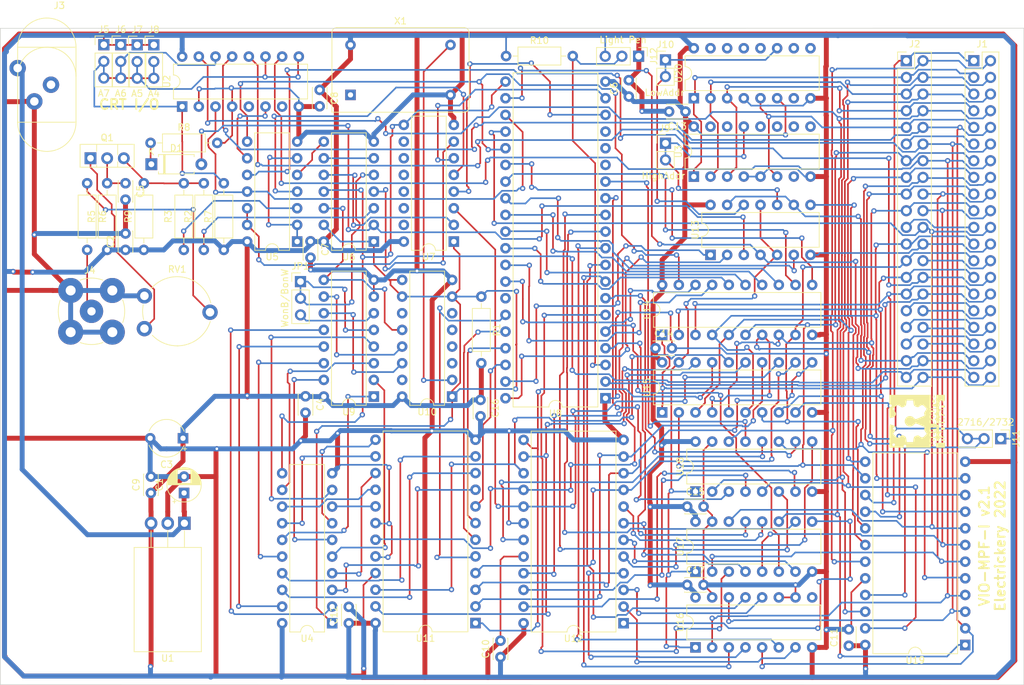
<source format=kicad_pcb>
(kicad_pcb (version 20171130) (host pcbnew 5.1.4-e60b266~84~ubuntu18.04.1)
  (layers (0 F.Cu signal) (31 B.Cu signal) (34 B.Paste user) (35 F.Paste user) (36 B.SilkS user) (37 F.SilkS user) (38 B.Mask user) (39 F.Mask user) (44 Edge.Cuts user))
  (net 0 "")
  (net 1 "Net-(C1-Pad1)")
  (net 2 VCC)
  (net 3 GND)
  (net 4 "Net-(C5-Pad1)")
  (net 5 "Net-(D1-Pad1)")
  (net 6 "Net-(D1-Pad2)")
  (net 7 /AD11)
  (net 8 /AD12)
  (net 9 /AD13)
  (net 10 /AD14)
  (net 11 /AD15)
  (net 12 /PHI0)
  (net 13 /D4)
  (net 14 /D3)
  (net 15 /D5)
  (net 16 /D6)
  (net 17 /EXT)
  (net 18 /D2)
  (net 19 /D7)
  (net 20 /D0)
  (net 21 /D1)
  (net 22 /INT*)
  (net 23 /NMI*)
  (net 24 /HLT*)
  (net 25 /MREQ*)
  (net 26 /IORQ*)
  (net 27 /AD10)
  (net 28 /AD9)
  (net 29 /AD8)
  (net 30 /AD7)
  (net 31 /AD6)
  (net 32 /AD5)
  (net 33 /AD4)
  (net 34 /AD3)
  (net 35 /AD2)
  (net 36 /AD1)
  (net 37 /AD0)
  (net 38 /RFSH*)
  (net 39 /MI*)
  (net 40 /RS*)
  (net 41 /BUSRQ*)
  (net 42 /WAIT*)
  (net 43 /BUSAK*)
  (net 44 /WR*)
  (net 45 /RD*)
  (net 46 "Net-(J4-Pad1)")
  (net 47 /VIDEO)
  (net 48 "Net-(JP1-Pad3)")
  (net 49 "Net-(Q1-Pad1)")
  (net 50 "Net-(Q1-Pad3)")
  (net 51 /PU)
  (net 52 "Net-(R2-Pad1)")
  (net 53 "Net-(R3-Pad1)")
  (net 54 "Net-(R6-Pad1)")
  (net 55 "Net-(U2-Pad7)")
  (net 56 "Net-(U2-Pad6)")
  (net 57 "Net-(U2-Pad5)")
  (net 58 /P1)
  (net 59 /P7)
  (net 60 /VD1)
  (net 61 /VD7)
  (net 62 /VD2)
  (net 63 /VD3)
  (net 64 /P2)
  (net 65 /P3)
  (net 66 /P4)
  (net 67 /P5)
  (net 68 /VD4)
  (net 69 /VD5)
  (net 70 /VD6)
  (net 71 /VD0)
  (net 72 /P6)
  (net 73 /P0)
  (net 74 /ZTKT*)
  (net 75 "Net-(U5-Pad1)")
  (net 76 "Net-(U14-Pad19)")
  (net 77 /DEN1)
  (net 78 "Net-(U5-Pad5)")
  (net 79 "Net-(U6-Pad6)")
  (net 80 /I*)
  (net 81 /CURSOR1)
  (net 82 "Net-(U10-Pad12)")
  (net 83 "Net-(U7-Pad10)")
  (net 84 /D71)
  (net 85 "Net-(U7-Pad11)")
  (net 86 /DEN)
  (net 87 "Net-(U7-Pad12)")
  (net 88 "Net-(U7-Pad13)")
  (net 89 /CU)
  (net 90 "Net-(U7-Pad14)")
  (net 91 "Net-(U7-Pad15)")
  (net 92 /VA0)
  (net 93 /VA1)
  (net 94 /VA2)
  (net 95 /DB7)
  (net 96 /VA3)
  (net 97 /DB6)
  (net 98 /VA4)
  (net 99 /DB5)
  (net 100 /VA5)
  (net 101 /DB4)
  (net 102 /VA6)
  (net 103 /DB3)
  (net 104 /VA7)
  (net 105 /DB2)
  (net 106 /VA8)
  (net 107 /DB1)
  (net 108 /VA9)
  (net 109 /DB0)
  (net 110 /VA10)
  (net 111 /RA4)
  (net 112 "Net-(U8-Pad15)")
  (net 113 /RA3)
  (net 114 "Net-(U8-Pad16)")
  (net 115 /RA2)
  (net 116 "Net-(U8-Pad17)")
  (net 117 /RA1)
  (net 118 /RA0)
  (net 119 /HSYNC)
  (net 120 /VSYNC)
  (net 121 "Net-(U10-Pad13)")
  (net 122 "Net-(U10-Pad14)")
  (net 123 "Net-(U10-Pad2)")
  (net 124 "Net-(U10-Pad3)")
  (net 125 "Net-(U10-Pad11)")
  (net 126 "Net-(U10-Pad4)")
  (net 127 "Net-(U10-Pad5)")
  (net 128 "Net-(U10-Pad6)")
  (net 129 "Net-(U10-Pad15)")
  (net 130 /D31)
  (net 131 /D21)
  (net 132 /D11)
  (net 133 /D01)
  (net 134 /D61)
  (net 135 /V8)
  (net 136 /V9)
  (net 137 /V0)
  (net 138 /V10)
  (net 139 /V1)
  (net 140 /V2)
  (net 141 /V3)
  (net 142 /V4)
  (net 143 /V5)
  (net 144 /V6)
  (net 145 /V7)
  (net 146 /MR-W*)
  (net 147 /Axxxh)
  (net 148 /4xxx)
  (net 149 /SER*)
  (net 150 /HSBL*)
  (net 151 "Net-(U16-Pad9)")
  (net 152 "Net-(X1-Pad1)")
  (net 153 "Net-(J5-Pad2)")
  (net 154 /D41)
  (net 155 /D51)
  (net 156 /IORQ1)
  (net 157 "Net-(J12-Pad2)")
  (net 158 /8xxxh)
  (net 159 /Fxxxh)
  (net 160 /9xxxh)
  (net 161 /Bxxxh)
  (net 162 /Cxxxh)
  (net 163 /Dxxxh)
  (net 164 /Exxxh)
  (net 165 /0xxxh)
  (net 166 /7xxxh)
  (net 167 /1xxxh)
  (net 168 /2xxxh)
  (net 169 /3xxxh)
  (net 170 /5xxxh)
  (net 171 /6xxxh)
  (module logo:oshw-logo-100-px (layer F.Cu) (at 192.024 80.264 90)
    (fp_text reference G*** hide)
    (fp_text value LOGO hide)
  )
  (module Package_TO_SOT_THT:TO-126-3_Vertical (layer F.Cu) (at 66.04 40.132)
    (fp_text reference Q1 (at 2.54 -3.12) (layer F.SilkS))
    (fp_text value BF459)
    (pad 3 thru_hole oval (at 5.08 0) (size 1.8 1.8) (drill 1) (layers *.Cu *.Mask) (net 50 "Net-(Q1-Pad3)"))
    (pad 2 thru_hole oval (at 2.54 0) (size 1.8 1.8) (drill 1) (layers *.Cu *.Mask) (net 4 "Net-(C5-Pad1)"))
    (pad 1 thru_hole rect (at 0 0) (size 1.8 1.8) (drill 1) (layers *.Cu *.Mask) (net 49 "Net-(Q1-Pad1)"))
  )
  (module Resistor_THT:R_Axial_DIN0207_L6.3mm_D2.5mm_P10.16mm_Horizontal (layer F.Cu) (at 75.1967 37.7952)
    (fp_text reference R8 (at 5.08 -2.37) (layer F.SilkS))
    (fp_text value 1k)
    (pad 2 thru_hole oval (at 10.16 0) (size 1.6 1.6) (drill 0.8) (layers *.Cu *.Mask) (net 3 GND))
    (pad 1 thru_hole circle (at 0 0) (size 1.6 1.6) (drill 0.8) (layers *.Cu *.Mask) (net 5 "Net-(D1-Pad1)"))
  )
  (module Resistor_THT:R_Axial_DIN0207_L6.3mm_D2.5mm_P10.16mm_Horizontal (layer F.Cu) (at 129.3749 24.5618)
    (fp_text reference R10 (at 5.08 -2.37) (layer F.SilkS))
    (fp_text value 3k3)
    (pad 2 thru_hole oval (at 10.16 0) (size 1.6 1.6) (drill 0.8) (layers *.Cu *.Mask) (net 157 "Net-(J12-Pad2)"))
    (pad 1 thru_hole circle (at 0 0) (size 1.6 1.6) (drill 0.8) (layers *.Cu *.Mask) (net 2 VCC))
  )
  (module Connector_PinHeader_2.54mm:PinHeader_1x03_P2.54mm_Vertical (layer F.Cu) (at 149.5679 24.5872 270)
    (fp_text reference J12 (at 0 -2.33 90) (layer F.SilkS))
    (fp_text value "Light Pen" (at -2.5019 2.3622 180) (layer F.SilkS))
    (pad 3 thru_hole oval (at 0 5.08 270) (size 1.7 1.7) (drill 1) (layers *.Cu *.Mask) (net 2 VCC))
    (pad 2 thru_hole oval (at 0 2.54 270) (size 1.7 1.7) (drill 1) (layers *.Cu *.Mask) (net 157 "Net-(J12-Pad2)"))
    (pad 1 thru_hole rect (at 0 0 270) (size 1.7 1.7) (drill 1) (layers *.Cu *.Mask) (net 3 GND))
  )
  (module Potentiometer_THT:Potentiometer_Piher_PT-10-V10_Vertical (layer F.Cu) (at 74.2569 66.1035)
    (fp_text reference RV1 (at 5 -9.05) (layer F.SilkS))
    (fp_text value 220)
    (pad 3 thru_hole circle (at 0 -5) (size 2.34 2.34) (drill 1.3) (layers *.Cu *.Mask) (net 3 GND))
    (pad 2 thru_hole circle (at 10 -2.5) (size 2.34 2.34) (drill 1.3) (layers *.Cu *.Mask) (net 54 "Net-(R6-Pad1)"))
    (pad 1 thru_hole circle (at 0 0) (size 2.34 2.34) (drill 1.3) (layers *.Cu *.Mask) (net 49 "Net-(Q1-Pad1)"))
  )
  (module Package_TO_SOT_THT:TO-220-3_Horizontal_TabDown (layer F.Cu) (at 80.3529 95.758 180)
    (fp_text reference U1 (at 2.54 -20.58) (layer F.SilkS))
    (fp_text value uA7805)
    (pad 3 thru_hole oval (at 5.08 0 180) (size 1.905 2) (drill 1.1) (layers *.Cu *.Mask) (net 2 VCC))
    (pad 2 thru_hole oval (at 2.54 0 180) (size 1.905 2) (drill 1.1) (layers *.Cu *.Mask) (net 3 GND))
    (pad 1 thru_hole rect (at 0 0 180) (size 1.905 2) (drill 1.1) (layers *.Cu *.Mask) (net 1 "Net-(C1-Pad1)"))
    (pad "" np_thru_hole oval (at 2.54 -16.66 180) (size 3.5 3.5) (drill 3.5) (layers *.Cu *.Mask))
  )
  (module Connector_Coaxial:BNC_TEConnectivity_1478204_Vertical (layer F.Cu) (at 66.1924 63.4619)
    (fp_text reference J4 (at -0.25 -6.25) (layer F.SilkS))
    (fp_text value Conn_Coaxial)
    (pad 2 thru_hole circle (at -3.175 -3.175) (size 3.81 3.81) (drill 1.524) (layers *.Cu *.Mask) (net 3 GND))
    (pad 1 thru_hole circle (at 0 0) (size 3.556 3.556) (drill 1.27) (layers *.Cu *.Mask) (net 46 "Net-(J4-Pad1)"))
    (pad 2 thru_hole circle (at 3.175 -3.175) (size 3.81 3.81) (drill 1.524) (layers *.Cu *.Mask) (net 3 GND))
    (pad 2 thru_hole circle (at -3.175 3.175) (size 3.81 3.81) (drill 1.524) (layers *.Cu *.Mask) (net 3 GND))
    (pad 2 thru_hole circle (at 3.175 3.175) (size 3.81 3.81) (drill 1.524) (layers *.Cu *.Mask) (net 3 GND))
  )
  (module Connector_PinHeader_2.54mm:PinHeader_1x03_P2.54mm_Vertical (layer F.Cu) (at 204.7621 82.8675 270)
    (fp_text reference J11 (at 0 -2.33 90) (layer F.SilkS))
    (fp_text value 2716/2732 (at -2.5019 2.2733 180) (layer F.SilkS))
    (pad 3 thru_hole oval (at 0 5.08 270) (size 1.7 1.7) (drill 1) (layers *.Cu *.Mask) (net 7 /AD11))
    (pad 2 thru_hole oval (at 0 2.54 270) (size 1.7 1.7) (drill 1) (layers *.Cu *.Mask) (net 7 /AD11))
    (pad 1 thru_hole rect (at 0 0 270) (size 1.7 1.7) (drill 1) (layers *.Cu *.Mask) (net 2 VCC))
  )
  (module Package_DIP:DIP-24_W15.24mm (layer F.Cu) (at 199.3519 114.3127 180)
    (fp_text reference U19 (at 7.62 -2.33) (layer F.SilkS))
    (fp_text value 2732_alt)
    (pad 24 thru_hole oval (at 15.24 0 180) (size 1.6 1.6) (drill 0.8) (layers *.Cu *.Mask) (net 2 VCC))
    (pad 12 thru_hole oval (at 0 27.94 180) (size 1.6 1.6) (drill 0.8) (layers *.Cu *.Mask) (net 3 GND))
    (pad 23 thru_hole oval (at 15.24 2.54 180) (size 1.6 1.6) (drill 0.8) (layers *.Cu *.Mask) (net 29 /AD8))
    (pad 11 thru_hole oval (at 0 25.4 180) (size 1.6 1.6) (drill 0.8) (layers *.Cu *.Mask) (net 18 /D2))
    (pad 22 thru_hole oval (at 15.24 5.08 180) (size 1.6 1.6) (drill 0.8) (layers *.Cu *.Mask) (net 28 /AD9))
    (pad 10 thru_hole oval (at 0 22.86 180) (size 1.6 1.6) (drill 0.8) (layers *.Cu *.Mask) (net 21 /D1))
    (pad 21 thru_hole oval (at 15.24 7.62 180) (size 1.6 1.6) (drill 0.8) (layers *.Cu *.Mask) (net 7 /AD11))
    (pad 9 thru_hole oval (at 0 20.32 180) (size 1.6 1.6) (drill 0.8) (layers *.Cu *.Mask) (net 20 /D0))
    (pad 20 thru_hole oval (at 15.24 10.16 180) (size 1.6 1.6) (drill 0.8) (layers *.Cu *.Mask) (net 3 GND))
    (pad 8 thru_hole oval (at 0 17.78 180) (size 1.6 1.6) (drill 0.8) (layers *.Cu *.Mask) (net 37 /AD0))
    (pad 19 thru_hole oval (at 15.24 12.7 180) (size 1.6 1.6) (drill 0.8) (layers *.Cu *.Mask) (net 27 /AD10))
    (pad 7 thru_hole oval (at 0 15.24 180) (size 1.6 1.6) (drill 0.8) (layers *.Cu *.Mask) (net 36 /AD1))
    (pad 18 thru_hole oval (at 15.24 15.24 180) (size 1.6 1.6) (drill 0.8) (layers *.Cu *.Mask) (net 149 /SER*))
    (pad 6 thru_hole oval (at 0 12.7 180) (size 1.6 1.6) (drill 0.8) (layers *.Cu *.Mask) (net 35 /AD2))
    (pad 17 thru_hole oval (at 15.24 17.78 180) (size 1.6 1.6) (drill 0.8) (layers *.Cu *.Mask) (net 19 /D7))
    (pad 5 thru_hole oval (at 0 10.16 180) (size 1.6 1.6) (drill 0.8) (layers *.Cu *.Mask) (net 34 /AD3))
    (pad 16 thru_hole oval (at 15.24 20.32 180) (size 1.6 1.6) (drill 0.8) (layers *.Cu *.Mask) (net 16 /D6))
    (pad 4 thru_hole oval (at 0 7.62 180) (size 1.6 1.6) (drill 0.8) (layers *.Cu *.Mask) (net 33 /AD4))
    (pad 15 thru_hole oval (at 15.24 22.86 180) (size 1.6 1.6) (drill 0.8) (layers *.Cu *.Mask) (net 15 /D5))
    (pad 3 thru_hole oval (at 0 5.08 180) (size 1.6 1.6) (drill 0.8) (layers *.Cu *.Mask) (net 32 /AD5))
    (pad 14 thru_hole oval (at 15.24 25.4 180) (size 1.6 1.6) (drill 0.8) (layers *.Cu *.Mask) (net 13 /D4))
    (pad 2 thru_hole oval (at 0 2.54 180) (size 1.6 1.6) (drill 0.8) (layers *.Cu *.Mask) (net 31 /AD6))
    (pad 13 thru_hole oval (at 15.24 27.94 180) (size 1.6 1.6) (drill 0.8) (layers *.Cu *.Mask) (net 14 /D3))
    (pad 1 thru_hole rect (at 0 0 180) (size 1.6 1.6) (drill 0.8) (layers *.Cu *.Mask) (net 30 /AD7))
  )
  (module Package_DIP:DIP-24_W15.24mm (layer F.Cu) (at 147.2819 110.998 180)
    (fp_text reference U12 (at 7.62 -2.33) (layer F.SilkS))
    (fp_text value 6116_alt)
    (pad 24 thru_hole oval (at 15.24 0 180) (size 1.6 1.6) (drill 0.8) (layers *.Cu *.Mask) (net 2 VCC))
    (pad 12 thru_hole oval (at 0 27.94 180) (size 1.6 1.6) (drill 0.8) (layers *.Cu *.Mask) (net 3 GND))
    (pad 23 thru_hole oval (at 15.24 2.54 180) (size 1.6 1.6) (drill 0.8) (layers *.Cu *.Mask) (net 135 /V8))
    (pad 11 thru_hole oval (at 0 25.4 180) (size 1.6 1.6) (drill 0.8) (layers *.Cu *.Mask) (net 131 /D21))
    (pad 22 thru_hole oval (at 15.24 5.08 180) (size 1.6 1.6) (drill 0.8) (layers *.Cu *.Mask) (net 136 /V9))
    (pad 10 thru_hole oval (at 0 22.86 180) (size 1.6 1.6) (drill 0.8) (layers *.Cu *.Mask) (net 132 /D11))
    (pad 21 thru_hole oval (at 15.24 7.62 180) (size 1.6 1.6) (drill 0.8) (layers *.Cu *.Mask) (net 146 /MR-W*))
    (pad 9 thru_hole oval (at 0 20.32 180) (size 1.6 1.6) (drill 0.8) (layers *.Cu *.Mask) (net 133 /D01))
    (pad 20 thru_hole oval (at 15.24 10.16 180) (size 1.6 1.6) (drill 0.8) (layers *.Cu *.Mask) (net 3 GND))
    (pad 8 thru_hole oval (at 0 17.78 180) (size 1.6 1.6) (drill 0.8) (layers *.Cu *.Mask) (net 137 /V0))
    (pad 19 thru_hole oval (at 15.24 12.7 180) (size 1.6 1.6) (drill 0.8) (layers *.Cu *.Mask) (net 138 /V10))
    (pad 7 thru_hole oval (at 0 15.24 180) (size 1.6 1.6) (drill 0.8) (layers *.Cu *.Mask) (net 139 /V1))
    (pad 18 thru_hole oval (at 15.24 15.24 180) (size 1.6 1.6) (drill 0.8) (layers *.Cu *.Mask) (net 3 GND))
    (pad 6 thru_hole oval (at 0 12.7 180) (size 1.6 1.6) (drill 0.8) (layers *.Cu *.Mask) (net 140 /V2))
    (pad 17 thru_hole oval (at 15.24 17.78 180) (size 1.6 1.6) (drill 0.8) (layers *.Cu *.Mask) (net 84 /D71))
    (pad 5 thru_hole oval (at 0 10.16 180) (size 1.6 1.6) (drill 0.8) (layers *.Cu *.Mask) (net 141 /V3))
    (pad 16 thru_hole oval (at 15.24 20.32 180) (size 1.6 1.6) (drill 0.8) (layers *.Cu *.Mask) (net 134 /D61))
    (pad 4 thru_hole oval (at 0 7.62 180) (size 1.6 1.6) (drill 0.8) (layers *.Cu *.Mask) (net 142 /V4))
    (pad 15 thru_hole oval (at 15.24 22.86 180) (size 1.6 1.6) (drill 0.8) (layers *.Cu *.Mask) (net 155 /D51))
    (pad 3 thru_hole oval (at 0 5.08 180) (size 1.6 1.6) (drill 0.8) (layers *.Cu *.Mask) (net 143 /V5))
    (pad 14 thru_hole oval (at 15.24 25.4 180) (size 1.6 1.6) (drill 0.8) (layers *.Cu *.Mask) (net 154 /D41))
    (pad 2 thru_hole oval (at 0 2.54 180) (size 1.6 1.6) (drill 0.8) (layers *.Cu *.Mask) (net 144 /V6))
    (pad 13 thru_hole oval (at 15.24 27.94 180) (size 1.6 1.6) (drill 0.8) (layers *.Cu *.Mask) (net 130 /D31))
    (pad 1 thru_hole rect (at 0 0 180) (size 1.6 1.6) (drill 0.8) (layers *.Cu *.Mask) (net 145 /V7))
  )
  (module Package_DIP:DIP-24_W15.24mm (layer F.Cu) (at 124.714 110.9726 180)
    (fp_text reference U11 (at 7.62 -2.33) (layer F.SilkS))
    (fp_text value 2716_alt)
    (pad 24 thru_hole oval (at 15.24 0 180) (size 1.6 1.6) (drill 0.8) (layers *.Cu *.Mask) (net 2 VCC))
    (pad 12 thru_hole oval (at 0 27.94 180) (size 1.6 1.6) (drill 0.8) (layers *.Cu *.Mask) (net 3 GND))
    (pad 23 thru_hole oval (at 15.24 2.54 180) (size 1.6 1.6) (drill 0.8) (layers *.Cu *.Mask) (net 154 /D41))
    (pad 11 thru_hole oval (at 0 25.4 180) (size 1.6 1.6) (drill 0.8) (layers *.Cu *.Mask) (net 62 /VD2))
    (pad 22 thru_hole oval (at 15.24 5.08 180) (size 1.6 1.6) (drill 0.8) (layers *.Cu *.Mask) (net 155 /D51))
    (pad 10 thru_hole oval (at 0 22.86 180) (size 1.6 1.6) (drill 0.8) (layers *.Cu *.Mask) (net 60 /VD1))
    (pad 21 thru_hole oval (at 15.24 7.62 180) (size 1.6 1.6) (drill 0.8) (layers *.Cu *.Mask) (net 2 VCC))
    (pad 9 thru_hole oval (at 0 20.32 180) (size 1.6 1.6) (drill 0.8) (layers *.Cu *.Mask) (net 71 /VD0))
    (pad 20 thru_hole oval (at 15.24 10.16 180) (size 1.6 1.6) (drill 0.8) (layers *.Cu *.Mask) (net 3 GND))
    (pad 8 thru_hole oval (at 0 17.78 180) (size 1.6 1.6) (drill 0.8) (layers *.Cu *.Mask) (net 118 /RA0))
    (pad 19 thru_hole oval (at 15.24 12.7 180) (size 1.6 1.6) (drill 0.8) (layers *.Cu *.Mask) (net 134 /D61))
    (pad 7 thru_hole oval (at 0 15.24 180) (size 1.6 1.6) (drill 0.8) (layers *.Cu *.Mask) (net 117 /RA1))
    (pad 18 thru_hole oval (at 15.24 15.24 180) (size 1.6 1.6) (drill 0.8) (layers *.Cu *.Mask) (net 3 GND))
    (pad 6 thru_hole oval (at 0 12.7 180) (size 1.6 1.6) (drill 0.8) (layers *.Cu *.Mask) (net 115 /RA2))
    (pad 17 thru_hole oval (at 15.24 17.78 180) (size 1.6 1.6) (drill 0.8) (layers *.Cu *.Mask) (net 61 /VD7))
    (pad 5 thru_hole oval (at 0 10.16 180) (size 1.6 1.6) (drill 0.8) (layers *.Cu *.Mask) (net 113 /RA3))
    (pad 16 thru_hole oval (at 15.24 20.32 180) (size 1.6 1.6) (drill 0.8) (layers *.Cu *.Mask) (net 70 /VD6))
    (pad 4 thru_hole oval (at 0 7.62 180) (size 1.6 1.6) (drill 0.8) (layers *.Cu *.Mask) (net 133 /D01))
    (pad 15 thru_hole oval (at 15.24 22.86 180) (size 1.6 1.6) (drill 0.8) (layers *.Cu *.Mask) (net 69 /VD5))
    (pad 3 thru_hole oval (at 0 5.08 180) (size 1.6 1.6) (drill 0.8) (layers *.Cu *.Mask) (net 132 /D11))
    (pad 14 thru_hole oval (at 15.24 25.4 180) (size 1.6 1.6) (drill 0.8) (layers *.Cu *.Mask) (net 68 /VD4))
    (pad 2 thru_hole oval (at 0 2.54 180) (size 1.6 1.6) (drill 0.8) (layers *.Cu *.Mask) (net 131 /D21))
    (pad 13 thru_hole oval (at 15.24 27.94 180) (size 1.6 1.6) (drill 0.8) (layers *.Cu *.Mask) (net 63 /VD3))
    (pad 1 thru_hole rect (at 0 0 180) (size 1.6 1.6) (drill 0.8) (layers *.Cu *.Mask) (net 130 /D31))
  )
  (module Connector_PinHeader_2.54mm:PinHeader_1x03_P2.54mm_Vertical (layer F.Cu) (at 70.654001 22.833)
    (fp_text reference J6 (at 0 -2.33) (layer F.SilkS))
    (fp_text value A6 (at 0 7.41) (layer F.SilkS))
    (pad 3 thru_hole oval (at 0 5.08) (size 1.7 1.7) (drill 1) (layers *.Cu *.Mask) (net 153 "Net-(J5-Pad2)"))
    (pad 2 thru_hole oval (at 0 2.54) (size 1.7 1.7) (drill 1) (layers *.Cu *.Mask) (net 153 "Net-(J5-Pad2)"))
    (pad 1 thru_hole rect (at 0 0) (size 1.7 1.7) (drill 1) (layers *.Cu *.Mask) (net 3 GND))
  )
  (module Connector_PinHeader_2.54mm:PinHeader_1x02_P2.54mm_Vertical (layer F.Cu) (at 153.67 25.146)
    (fp_text reference J10 (at 0 -2.33) (layer F.SilkS))
    (fp_text value LowAddr (at -0.1524 4.9784) (layer F.SilkS))
    (pad 2 thru_hole oval (at 0 2.54) (size 1.7 1.7) (drill 1) (layers *.Cu *.Mask) (net 148 /4xxx))
    (pad 1 thru_hole rect (at 0 0) (size 1.7 1.7) (drill 1) (layers *.Cu *.Mask) (net 148 /4xxx))
  )
  (module Connector_PinHeader_2.54mm:PinHeader_1x02_P2.54mm_Vertical (layer F.Cu) (at 153.67 37.846)
    (fp_text reference J9 (at -0.1143 -2.2733) (layer F.SilkS))
    (fp_text value HighAddr (at -0.3175 4.9657) (layer F.SilkS))
    (pad 2 thru_hole oval (at 0 2.54) (size 1.7 1.7) (drill 1) (layers *.Cu *.Mask) (net 147 /Axxxh))
    (pad 1 thru_hole rect (at 0 0) (size 1.7 1.7) (drill 1) (layers *.Cu *.Mask) (net 147 /Axxxh))
  )
  (module Connector_PinHeader_2.54mm:PinHeader_2x20_P2.54mm_Vertical_CW (layer F.Cu) (at 200.66 25.273)
    (fp_text reference J1 (at 1.27 -2.54) (layer F.SilkS))
    (fp_text value MPF-BUS)
    (pad 21 thru_hole oval (at 2.54 48.26) (size 1.7 1.7) (drill 1) (layers *.Cu *.Mask) (net 45 /RD*))
    (pad 20 thru_hole oval (at 0 48.26) (size 1.7 1.7) (drill 1) (layers *.Cu *.Mask) (net 26 /IORQ*))
    (pad 22 thru_hole oval (at 2.54 45.72) (size 1.7 1.7) (drill 1) (layers *.Cu *.Mask) (net 44 /WR*))
    (pad 19 thru_hole oval (at 0 45.72) (size 1.7 1.7) (drill 1) (layers *.Cu *.Mask) (net 25 /MREQ*))
    (pad 23 thru_hole oval (at 2.54 43.18) (size 1.7 1.7) (drill 1) (layers *.Cu *.Mask) (net 43 /BUSAK*))
    (pad 18 thru_hole oval (at 0 43.18) (size 1.7 1.7) (drill 1) (layers *.Cu *.Mask) (net 24 /HLT*))
    (pad 24 thru_hole oval (at 2.54 40.64) (size 1.7 1.7) (drill 1) (layers *.Cu *.Mask) (net 42 /WAIT*))
    (pad 17 thru_hole oval (at 0 40.64) (size 1.7 1.7) (drill 1) (layers *.Cu *.Mask) (net 23 /NMI*))
    (pad 25 thru_hole oval (at 2.54 38.1) (size 1.7 1.7) (drill 1) (layers *.Cu *.Mask) (net 41 /BUSRQ*))
    (pad 16 thru_hole oval (at 0 38.1) (size 1.7 1.7) (drill 1) (layers *.Cu *.Mask) (net 22 /INT*))
    (pad 26 thru_hole oval (at 2.54 35.56) (size 1.7 1.7) (drill 1) (layers *.Cu *.Mask) (net 40 /RS*))
    (pad 15 thru_hole oval (at 0 35.56) (size 1.7 1.7) (drill 1) (layers *.Cu *.Mask) (net 21 /D1))
    (pad 27 thru_hole oval (at 2.54 33.02) (size 1.7 1.7) (drill 1) (layers *.Cu *.Mask) (net 39 /MI*))
    (pad 14 thru_hole oval (at 0 33.02) (size 1.7 1.7) (drill 1) (layers *.Cu *.Mask) (net 20 /D0))
    (pad 28 thru_hole oval (at 2.54 30.48) (size 1.7 1.7) (drill 1) (layers *.Cu *.Mask) (net 38 /RFSH*))
    (pad 13 thru_hole oval (at 0 30.48) (size 1.7 1.7) (drill 1) (layers *.Cu *.Mask) (net 19 /D7))
    (pad 29 thru_hole oval (at 2.54 27.94) (size 1.7 1.7) (drill 1) (layers *.Cu *.Mask) (net 3 GND))
    (pad 12 thru_hole oval (at 0 27.94) (size 1.7 1.7) (drill 1) (layers *.Cu *.Mask) (net 18 /D2))
    (pad 30 thru_hole oval (at 2.54 25.4) (size 1.7 1.7) (drill 1) (layers *.Cu *.Mask) (net 37 /AD0))
    (pad 11 thru_hole oval (at 0 25.4) (size 1.7 1.7) (drill 1) (layers *.Cu *.Mask) (net 17 /EXT))
    (pad 31 thru_hole oval (at 2.54 22.86) (size 1.7 1.7) (drill 1) (layers *.Cu *.Mask) (net 36 /AD1))
    (pad 10 thru_hole oval (at 0 22.86) (size 1.7 1.7) (drill 1) (layers *.Cu *.Mask) (net 16 /D6))
    (pad 32 thru_hole oval (at 2.54 20.32) (size 1.7 1.7) (drill 1) (layers *.Cu *.Mask) (net 35 /AD2))
    (pad 9 thru_hole oval (at 0 20.32) (size 1.7 1.7) (drill 1) (layers *.Cu *.Mask) (net 15 /D5))
    (pad 33 thru_hole oval (at 2.54 17.78) (size 1.7 1.7) (drill 1) (layers *.Cu *.Mask) (net 34 /AD3))
    (pad 8 thru_hole oval (at 0 17.78) (size 1.7 1.7) (drill 1) (layers *.Cu *.Mask) (net 14 /D3))
    (pad 34 thru_hole oval (at 2.54 15.24) (size 1.7 1.7) (drill 1) (layers *.Cu *.Mask) (net 33 /AD4))
    (pad 7 thru_hole oval (at 0 15.24) (size 1.7 1.7) (drill 1) (layers *.Cu *.Mask) (net 13 /D4))
    (pad 35 thru_hole oval (at 2.54 12.7) (size 1.7 1.7) (drill 1) (layers *.Cu *.Mask) (net 32 /AD5))
    (pad 6 thru_hole oval (at 0 12.7) (size 1.7 1.7) (drill 1) (layers *.Cu *.Mask) (net 12 /PHI0))
    (pad 36 thru_hole oval (at 2.54 10.16) (size 1.7 1.7) (drill 1) (layers *.Cu *.Mask) (net 31 /AD6))
    (pad 5 thru_hole oval (at 0 10.16) (size 1.7 1.7) (drill 1) (layers *.Cu *.Mask) (net 11 /AD15))
    (pad 37 thru_hole oval (at 2.54 7.62) (size 1.7 1.7) (drill 1) (layers *.Cu *.Mask) (net 30 /AD7))
    (pad 4 thru_hole oval (at 0 7.62) (size 1.7 1.7) (drill 1) (layers *.Cu *.Mask) (net 10 /AD14))
    (pad 38 thru_hole oval (at 2.54 5.08) (size 1.7 1.7) (drill 1) (layers *.Cu *.Mask) (net 29 /AD8))
    (pad 3 thru_hole oval (at 0 5.08) (size 1.7 1.7) (drill 1) (layers *.Cu *.Mask) (net 9 /AD13))
    (pad 39 thru_hole oval (at 2.54 2.54) (size 1.7 1.7) (drill 1) (layers *.Cu *.Mask) (net 28 /AD9))
    (pad 2 thru_hole oval (at 0 2.54) (size 1.7 1.7) (drill 1) (layers *.Cu *.Mask) (net 8 /AD12))
    (pad 40 thru_hole oval (at 2.54 0) (size 1.7 1.7) (drill 1) (layers *.Cu *.Mask) (net 27 /AD10))
    (pad 1 thru_hole rect (at 0 0) (size 1.7 1.7) (drill 1) (layers *.Cu *.Mask) (net 7 /AD11))
  )
  (module Connector_PinHeader_2.54mm:PinHeader_2x20_P2.54mm_Vertical_CW (layer F.Cu) (at 190.373 25.273)
    (fp_text reference J2 (at 1.27 -2.54) (layer F.SilkS))
    (fp_text value MPF-BUS)
    (pad 21 thru_hole oval (at 2.54 48.26) (size 1.7 1.7) (drill 1) (layers *.Cu *.Mask) (net 45 /RD*))
    (pad 20 thru_hole oval (at 0 48.26) (size 1.7 1.7) (drill 1) (layers *.Cu *.Mask) (net 26 /IORQ*))
    (pad 22 thru_hole oval (at 2.54 45.72) (size 1.7 1.7) (drill 1) (layers *.Cu *.Mask) (net 44 /WR*))
    (pad 19 thru_hole oval (at 0 45.72) (size 1.7 1.7) (drill 1) (layers *.Cu *.Mask) (net 25 /MREQ*))
    (pad 23 thru_hole oval (at 2.54 43.18) (size 1.7 1.7) (drill 1) (layers *.Cu *.Mask) (net 43 /BUSAK*))
    (pad 18 thru_hole oval (at 0 43.18) (size 1.7 1.7) (drill 1) (layers *.Cu *.Mask) (net 24 /HLT*))
    (pad 24 thru_hole oval (at 2.54 40.64) (size 1.7 1.7) (drill 1) (layers *.Cu *.Mask) (net 42 /WAIT*))
    (pad 17 thru_hole oval (at 0 40.64) (size 1.7 1.7) (drill 1) (layers *.Cu *.Mask) (net 23 /NMI*))
    (pad 25 thru_hole oval (at 2.54 38.1) (size 1.7 1.7) (drill 1) (layers *.Cu *.Mask) (net 41 /BUSRQ*))
    (pad 16 thru_hole oval (at 0 38.1) (size 1.7 1.7) (drill 1) (layers *.Cu *.Mask) (net 22 /INT*))
    (pad 26 thru_hole oval (at 2.54 35.56) (size 1.7 1.7) (drill 1) (layers *.Cu *.Mask) (net 40 /RS*))
    (pad 15 thru_hole oval (at 0 35.56) (size 1.7 1.7) (drill 1) (layers *.Cu *.Mask) (net 21 /D1))
    (pad 27 thru_hole oval (at 2.54 33.02) (size 1.7 1.7) (drill 1) (layers *.Cu *.Mask) (net 39 /MI*))
    (pad 14 thru_hole oval (at 0 33.02) (size 1.7 1.7) (drill 1) (layers *.Cu *.Mask) (net 20 /D0))
    (pad 28 thru_hole oval (at 2.54 30.48) (size 1.7 1.7) (drill 1) (layers *.Cu *.Mask) (net 38 /RFSH*))
    (pad 13 thru_hole oval (at 0 30.48) (size 1.7 1.7) (drill 1) (layers *.Cu *.Mask) (net 19 /D7))
    (pad 29 thru_hole oval (at 2.54 27.94) (size 1.7 1.7) (drill 1) (layers *.Cu *.Mask) (net 3 GND))
    (pad 12 thru_hole oval (at 0 27.94) (size 1.7 1.7) (drill 1) (layers *.Cu *.Mask) (net 18 /D2))
    (pad 30 thru_hole oval (at 2.54 25.4) (size 1.7 1.7) (drill 1) (layers *.Cu *.Mask) (net 37 /AD0))
    (pad 11 thru_hole oval (at 0 25.4) (size 1.7 1.7) (drill 1) (layers *.Cu *.Mask) (net 17 /EXT))
    (pad 31 thru_hole oval (at 2.54 22.86) (size 1.7 1.7) (drill 1) (layers *.Cu *.Mask) (net 36 /AD1))
    (pad 10 thru_hole oval (at 0 22.86) (size 1.7 1.7) (drill 1) (layers *.Cu *.Mask) (net 16 /D6))
    (pad 32 thru_hole oval (at 2.54 20.32) (size 1.7 1.7) (drill 1) (layers *.Cu *.Mask) (net 35 /AD2))
    (pad 9 thru_hole oval (at 0 20.32) (size 1.7 1.7) (drill 1) (layers *.Cu *.Mask) (net 15 /D5))
    (pad 33 thru_hole oval (at 2.54 17.78) (size 1.7 1.7) (drill 1) (layers *.Cu *.Mask) (net 34 /AD3))
    (pad 8 thru_hole oval (at 0 17.78) (size 1.7 1.7) (drill 1) (layers *.Cu *.Mask) (net 14 /D3))
    (pad 34 thru_hole oval (at 2.54 15.24) (size 1.7 1.7) (drill 1) (layers *.Cu *.Mask) (net 33 /AD4))
    (pad 7 thru_hole oval (at 0 15.24) (size 1.7 1.7) (drill 1) (layers *.Cu *.Mask) (net 13 /D4))
    (pad 35 thru_hole oval (at 2.54 12.7) (size 1.7 1.7) (drill 1) (layers *.Cu *.Mask) (net 32 /AD5))
    (pad 6 thru_hole oval (at 0 12.7) (size 1.7 1.7) (drill 1) (layers *.Cu *.Mask) (net 12 /PHI0))
    (pad 36 thru_hole oval (at 2.54 10.16) (size 1.7 1.7) (drill 1) (layers *.Cu *.Mask) (net 31 /AD6))
    (pad 5 thru_hole oval (at 0 10.16) (size 1.7 1.7) (drill 1) (layers *.Cu *.Mask) (net 11 /AD15))
    (pad 37 thru_hole oval (at 2.54 7.62) (size 1.7 1.7) (drill 1) (layers *.Cu *.Mask) (net 30 /AD7))
    (pad 4 thru_hole oval (at 0 7.62) (size 1.7 1.7) (drill 1) (layers *.Cu *.Mask) (net 10 /AD14))
    (pad 38 thru_hole oval (at 2.54 5.08) (size 1.7 1.7) (drill 1) (layers *.Cu *.Mask) (net 29 /AD8))
    (pad 3 thru_hole oval (at 0 5.08) (size 1.7 1.7) (drill 1) (layers *.Cu *.Mask) (net 9 /AD13))
    (pad 39 thru_hole oval (at 2.54 2.54) (size 1.7 1.7) (drill 1) (layers *.Cu *.Mask) (net 28 /AD9))
    (pad 2 thru_hole oval (at 0 2.54) (size 1.7 1.7) (drill 1) (layers *.Cu *.Mask) (net 8 /AD12))
    (pad 40 thru_hole oval (at 2.54 0) (size 1.7 1.7) (drill 1) (layers *.Cu *.Mask) (net 27 /AD10))
    (pad 1 thru_hole rect (at 0 0) (size 1.7 1.7) (drill 1) (layers *.Cu *.Mask) (net 7 /AD11))
  )
  (module Capacitor_THT:CP_Radial_Tantal_D5.5mm_P5.00mm (layer F.Cu) (at 80.137 82.804 180)
    (fp_text reference C3 (at 2.5 -4) (layer F.SilkS))
    (fp_text value 100uF)
    (pad 2 thru_hole circle (at 5 0 180) (size 1.6 1.6) (drill 0.8) (layers *.Cu *.Mask) (net 3 GND))
    (pad 1 thru_hole rect (at 0 0 180) (size 1.6 1.6) (drill 0.8) (layers *.Cu *.Mask) (net 2 VCC))
  )
  (module Capacitor_THT:CP_Radial_D5.0mm_P2.50mm (layer F.Cu) (at 80.3021 91.1479 90)
    (fp_text reference C1 (at 1.25 -3.75 90) (layer F.SilkS))
    (fp_text value 2.2uF)
    (pad 2 thru_hole circle (at 2.5 0 90) (size 1.6 1.6) (drill 0.8) (layers *.Cu *.Mask) (net 3 GND))
    (pad 1 thru_hole rect (at 0 0 90) (size 1.6 1.6) (drill 0.8) (layers *.Cu *.Mask) (net 1 "Net-(C1-Pad1)"))
  )
  (module Resistor_THT:R_Axial_DIN0207_L6.3mm_D2.5mm_P10.16mm_Horizontal (layer F.Cu) (at 74.168 54.102 90)
    (fp_text reference R9 (at 5.08 -2.37 90) (layer F.SilkS))
    (fp_text value 120)
    (pad 2 thru_hole oval (at 10.16 0 90) (size 1.6 1.6) (drill 0.8) (layers *.Cu *.Mask) (net 50 "Net-(Q1-Pad3)"))
    (pad 1 thru_hole circle (at 0 0 90) (size 1.6 1.6) (drill 0.8) (layers *.Cu *.Mask) (net 2 VCC))
  )
  (module Connector_PinHeader_2.54mm:PinHeader_1x03_P2.54mm_Vertical (layer F.Cu) (at 75.692 22.86)
    (fp_text reference J8 (at 0 -2.33) (layer F.SilkS))
    (fp_text value A4 (at 0 7.41) (layer F.SilkS))
    (pad 3 thru_hole oval (at 0 5.08) (size 1.7 1.7) (drill 1) (layers *.Cu *.Mask) (net 153 "Net-(J5-Pad2)"))
    (pad 2 thru_hole oval (at 0 2.54) (size 1.7 1.7) (drill 1) (layers *.Cu *.Mask) (net 153 "Net-(J5-Pad2)"))
    (pad 1 thru_hole rect (at 0 0) (size 1.7 1.7) (drill 1) (layers *.Cu *.Mask) (net 3 GND))
  )
  (module Connector_PinHeader_2.54mm:PinHeader_1x03_P2.54mm_Vertical (layer F.Cu) (at 73.152 22.86)
    (fp_text reference J7 (at 0 -2.33) (layer F.SilkS))
    (fp_text value A5 (at 0 7.41) (layer F.SilkS))
    (pad 3 thru_hole oval (at 0 5.08) (size 1.7 1.7) (drill 1) (layers *.Cu *.Mask) (net 153 "Net-(J5-Pad2)"))
    (pad 2 thru_hole oval (at 0 2.54) (size 1.7 1.7) (drill 1) (layers *.Cu *.Mask) (net 153 "Net-(J5-Pad2)"))
    (pad 1 thru_hole rect (at 0 0) (size 1.7 1.7) (drill 1) (layers *.Cu *.Mask) (net 3 GND))
  )
  (module Connector_PinHeader_2.54mm:PinHeader_1x03_P2.54mm_Vertical (layer F.Cu) (at 68.072 22.833)
    (fp_text reference J5 (at 0 -2.33) (layer F.SilkS))
    (fp_text value A7 (at 0 7.41) (layer F.SilkS))
    (pad 3 thru_hole oval (at 0 5.08) (size 1.7 1.7) (drill 1) (layers *.Cu *.Mask) (net 153 "Net-(J5-Pad2)"))
    (pad 2 thru_hole oval (at 0 2.54) (size 1.7 1.7) (drill 1) (layers *.Cu *.Mask) (net 153 "Net-(J5-Pad2)"))
    (pad 1 thru_hole rect (at 0 0) (size 1.7 1.7) (drill 1) (layers *.Cu *.Mask) (net 3 GND))
  )
  (module barrelJack:Barrel_Jack_vertical_alt (layer F.Cu) (at 56.8452 21.3106)
    (fp_text reference J3 (at 4.445 -4.445) (layer F.SilkS))
    (fp_text value Barrel_Jack)
    (pad 3 thru_hole circle (at 3.175 7.62 270) (size 2.5 2.5) (drill 1.3) (layers *.Cu *.Mask))
    (pad 2 thru_hole circle (at 0.635 10.16 270) (size 2.5 2.5) (drill 1.3) (layers *.Cu *.Mask) (net 3 GND))
    (pad 1 thru_hole circle (at -1.905 5.08 270) (size 2.5 2.5) (drill 1.3) (layers *.Cu *.Mask) (net 1 "Net-(C1-Pad1)"))
  )
  (module Capacitor_THT:C_Disc_D3.0mm_W2.0mm_P2.50mm (layer F.Cu) (at 71.374 54.102 90)
    (fp_text reference C2 (at 1.25 -2.25 90) (layer F.SilkS))
    (fp_text value 0.1uF)
    (pad 2 thru_hole circle (at 2.5 0 90) (size 1.6 1.6) (drill 0.8) (layers *.Cu *.Mask) (net 3 GND))
    (pad 1 thru_hole circle (at 0 0 90) (size 1.6 1.6) (drill 0.8) (layers *.Cu *.Mask) (net 2 VCC))
  )
  (module Capacitor_THT:C_Disc_D3.0mm_W2.0mm_P2.50mm (layer F.Cu) (at 156.972 105.156)
    (fp_text reference C17 (at 1.25 -2.25) (layer F.SilkS))
    (fp_text value 0.1uF)
    (pad 2 thru_hole circle (at 2.5 0) (size 1.6 1.6) (drill 0.8) (layers *.Cu *.Mask) (net 3 GND))
    (pad 1 thru_hole circle (at 0 0) (size 1.6 1.6) (drill 0.8) (layers *.Cu *.Mask) (net 2 VCC))
  )
  (module Capacitor_THT:C_Disc_D3.0mm_W2.0mm_P2.50mm (layer F.Cu) (at 125.476 76.962 270)
    (fp_text reference C16 (at 1.25 -2.25 90) (layer F.SilkS))
    (fp_text value 0.1uF)
    (pad 2 thru_hole circle (at 2.5 0 270) (size 1.6 1.6) (drill 0.8) (layers *.Cu *.Mask) (net 3 GND))
    (pad 1 thru_hole circle (at 0 0 270) (size 1.6 1.6) (drill 0.8) (layers *.Cu *.Mask) (net 2 VCC))
  )
  (module Capacitor_THT:C_Disc_D3.0mm_W2.0mm_P2.50mm (layer F.Cu) (at 156.972 93.218)
    (fp_text reference C15 (at 1.25 -2.25) (layer F.SilkS))
    (fp_text value 0.1uF)
    (pad 2 thru_hole circle (at 2.5 0) (size 1.6 1.6) (drill 0.8) (layers *.Cu *.Mask) (net 3 GND))
    (pad 1 thru_hole circle (at 0 0) (size 1.6 1.6) (drill 0.8) (layers *.Cu *.Mask) (net 2 VCC))
  )
  (module Capacitor_THT:C_Disc_D3.0mm_W2.0mm_P2.50mm (layer F.Cu) (at 152.146 69.088)
    (fp_text reference C14 (at 1.25 -2.25) (layer F.SilkS))
    (fp_text value 0.1uF)
    (pad 2 thru_hole circle (at 2.5 0) (size 1.6 1.6) (drill 0.8) (layers *.Cu *.Mask) (net 3 GND))
    (pad 1 thru_hole circle (at 0 0) (size 1.6 1.6) (drill 0.8) (layers *.Cu *.Mask) (net 2 VCC))
  )
  (module Capacitor_THT:C_Disc_D3.0mm_W2.0mm_P2.50mm (layer F.Cu) (at 156.718 33.02 180)
    (fp_text reference C13 (at 1.25 -2.25) (layer F.SilkS))
    (fp_text value 0.1uF)
    (pad 2 thru_hole circle (at 2.5 0 180) (size 1.6 1.6) (drill 0.8) (layers *.Cu *.Mask) (net 3 GND))
    (pad 1 thru_hole circle (at 0 0 180) (size 1.6 1.6) (drill 0.8) (layers *.Cu *.Mask) (net 2 VCC))
  )
  (module Capacitor_THT:C_Disc_D3.0mm_W2.0mm_P2.50mm (layer F.Cu) (at 105.41 110.998 90)
    (fp_text reference C12 (at 1.25 -2.25 90) (layer F.SilkS))
    (fp_text value 0.1uF)
    (pad 2 thru_hole circle (at 2.5 0 90) (size 1.6 1.6) (drill 0.8) (layers *.Cu *.Mask) (net 3 GND))
    (pad 1 thru_hole circle (at 0 0 90) (size 1.6 1.6) (drill 0.8) (layers *.Cu *.Mask) (net 2 VCC))
  )
  (module Capacitor_THT:C_Disc_D3.0mm_W2.0mm_P2.50mm (layer F.Cu) (at 181.61 114.427 90)
    (fp_text reference C11 (at 1.25 -2.25 90) (layer F.SilkS))
    (fp_text value 0.1uF)
    (pad 2 thru_hole circle (at 2.5 0 90) (size 1.6 1.6) (drill 0.8) (layers *.Cu *.Mask) (net 3 GND))
    (pad 1 thru_hole circle (at 0 0 90) (size 1.6 1.6) (drill 0.8) (layers *.Cu *.Mask) (net 2 VCC))
  )
  (module Capacitor_THT:C_Disc_D3.0mm_W2.0mm_P2.50mm (layer F.Cu) (at 128.524 116.1542 90)
    (fp_text reference C10 (at 1.25 -2.25 90) (layer F.SilkS))
    (fp_text value 0.1uF)
    (pad 2 thru_hole circle (at 2.5 0 90) (size 1.6 1.6) (drill 0.8) (layers *.Cu *.Mask) (net 3 GND))
    (pad 1 thru_hole circle (at 0 0 90) (size 1.6 1.6) (drill 0.8) (layers *.Cu *.Mask) (net 2 VCC))
  )
  (module Capacitor_THT:C_Disc_D3.0mm_W2.0mm_P2.50mm (layer F.Cu) (at 75.2475 91.1479 90)
    (fp_text reference C9 (at 1.25 -2.25 90) (layer F.SilkS))
    (fp_text value 0.1uF)
    (pad 2 thru_hole circle (at 2.5 0 90) (size 1.6 1.6) (drill 0.8) (layers *.Cu *.Mask) (net 3 GND))
    (pad 1 thru_hole circle (at 0 0 90) (size 1.6 1.6) (drill 0.8) (layers *.Cu *.Mask) (net 2 VCC))
  )
  (module Capacitor_THT:C_Disc_D3.0mm_W2.0mm_P2.50mm (layer F.Cu) (at 100.965 29.718 270)
    (fp_text reference C8 (at 1.25 -2.25 90) (layer F.SilkS))
    (fp_text value 0.1uF)
    (pad 2 thru_hole circle (at 2.5 0 270) (size 1.6 1.6) (drill 0.8) (layers *.Cu *.Mask) (net 3 GND))
    (pad 1 thru_hole circle (at 0 0 270) (size 1.6 1.6) (drill 0.8) (layers *.Cu *.Mask) (net 2 VCC))
  )
  (module Capacitor_THT:C_Disc_D3.0mm_W2.0mm_P2.50mm (layer F.Cu) (at 99.568 52.792 270)
    (fp_text reference C7 (at 1.25 -2.25 90) (layer F.SilkS))
    (fp_text value 0.1uF)
    (pad 2 thru_hole circle (at 2.5 0 270) (size 1.6 1.6) (drill 0.8) (layers *.Cu *.Mask) (net 3 GND))
    (pad 1 thru_hole circle (at 0 0 270) (size 1.6 1.6) (drill 0.8) (layers *.Cu *.Mask) (net 2 VCC))
  )
  (module Capacitor_THT:C_Disc_D3.0mm_W2.0mm_P2.50mm (layer F.Cu) (at 148.082 30.734 90)
    (fp_text reference C6 (at 1.25 -2.25 90) (layer F.SilkS))
    (fp_text value 0.1uF)
    (pad 2 thru_hole circle (at 2.5 0 90) (size 1.6 1.6) (drill 0.8) (layers *.Cu *.Mask) (net 3 GND))
    (pad 1 thru_hole circle (at 0 0 90) (size 1.6 1.6) (drill 0.8) (layers *.Cu *.Mask) (net 2 VCC))
  )
  (module Capacitor_THT:C_Disc_D3.0mm_W2.0mm_P2.50mm (layer F.Cu) (at 71.374 43.942 270)
    (fp_text reference C5 (at 1.25 -2.25 90) (layer F.SilkS))
    (fp_text value 22pF)
    (pad 2 thru_hole circle (at 2.5 0 270) (size 1.6 1.6) (drill 0.8) (layers *.Cu *.Mask) (net 3 GND))
    (pad 1 thru_hole circle (at 0 0 270) (size 1.6 1.6) (drill 0.8) (layers *.Cu *.Mask) (net 4 "Net-(C5-Pad1)"))
  )
  (module Capacitor_THT:C_Disc_D3.0mm_W2.0mm_P2.50mm (layer F.Cu) (at 98.806 76.414 270)
    (fp_text reference C4 (at 1.25 -2.25 90) (layer F.SilkS))
    (fp_text value 0.1uF)
    (pad 2 thru_hole circle (at 2.5 0 270) (size 1.6 1.6) (drill 0.8) (layers *.Cu *.Mask) (net 3 GND))
    (pad 1 thru_hole circle (at 0 0 270) (size 1.6 1.6) (drill 0.8) (layers *.Cu *.Mask) (net 2 VCC))
  )
  (module Package_DIP:DIP-16_W7.62mm (layer F.Cu) (at 157.988 30.988 90)
    (fp_text reference U20 (at 3.81 -2.33 90) (layer F.SilkS))
    (fp_text value 74LS138)
    (pad 16 thru_hole oval (at 7.62 0 90) (size 1.6 1.6) (drill 0.8) (layers *.Cu *.Mask) (net 2 VCC))
    (pad 8 thru_hole oval (at 0 17.78 90) (size 1.6 1.6) (drill 0.8) (layers *.Cu *.Mask) (net 3 GND))
    (pad 15 thru_hole oval (at 7.62 2.54 90) (size 1.6 1.6) (drill 0.8) (layers *.Cu *.Mask) (net 165 /0xxxh))
    (pad 7 thru_hole oval (at 0 15.24 90) (size 1.6 1.6) (drill 0.8) (layers *.Cu *.Mask) (net 166 /7xxxh))
    (pad 14 thru_hole oval (at 7.62 5.08 90) (size 1.6 1.6) (drill 0.8) (layers *.Cu *.Mask) (net 167 /1xxxh))
    (pad 6 thru_hole oval (at 0 12.7 90) (size 1.6 1.6) (drill 0.8) (layers *.Cu *.Mask) (net 2 VCC))
    (pad 13 thru_hole oval (at 7.62 7.62 90) (size 1.6 1.6) (drill 0.8) (layers *.Cu *.Mask) (net 168 /2xxxh))
    (pad 5 thru_hole oval (at 0 10.16 90) (size 1.6 1.6) (drill 0.8) (layers *.Cu *.Mask) (net 11 /AD15))
    (pad 12 thru_hole oval (at 7.62 10.16 90) (size 1.6 1.6) (drill 0.8) (layers *.Cu *.Mask) (net 169 /3xxxh))
    (pad 4 thru_hole oval (at 0 7.62 90) (size 1.6 1.6) (drill 0.8) (layers *.Cu *.Mask) (net 3 GND))
    (pad 11 thru_hole oval (at 7.62 12.7 90) (size 1.6 1.6) (drill 0.8) (layers *.Cu *.Mask) (net 148 /4xxx))
    (pad 3 thru_hole oval (at 0 5.08 90) (size 1.6 1.6) (drill 0.8) (layers *.Cu *.Mask) (net 10 /AD14))
    (pad 10 thru_hole oval (at 7.62 15.24 90) (size 1.6 1.6) (drill 0.8) (layers *.Cu *.Mask) (net 170 /5xxxh))
    (pad 2 thru_hole oval (at 0 2.54 90) (size 1.6 1.6) (drill 0.8) (layers *.Cu *.Mask) (net 9 /AD13))
    (pad 9 thru_hole oval (at 7.62 17.78 90) (size 1.6 1.6) (drill 0.8) (layers *.Cu *.Mask) (net 171 /6xxxh))
    (pad 1 thru_hole rect (at 0 0 90) (size 1.6 1.6) (drill 0.8) (layers *.Cu *.Mask) (net 8 /AD12))
  )
  (module Package_DIP:DIP-16_W7.62mm (layer F.Cu) (at 157.988 42.926 90)
    (fp_text reference U3 (at 3.81 -2.33 90) (layer F.SilkS))
    (fp_text value 74LS138)
    (pad 16 thru_hole oval (at 7.62 0 90) (size 1.6 1.6) (drill 0.8) (layers *.Cu *.Mask) (net 2 VCC))
    (pad 8 thru_hole oval (at 0 17.78 90) (size 1.6 1.6) (drill 0.8) (layers *.Cu *.Mask) (net 3 GND))
    (pad 15 thru_hole oval (at 7.62 2.54 90) (size 1.6 1.6) (drill 0.8) (layers *.Cu *.Mask) (net 158 /8xxxh))
    (pad 7 thru_hole oval (at 0 15.24 90) (size 1.6 1.6) (drill 0.8) (layers *.Cu *.Mask) (net 159 /Fxxxh))
    (pad 14 thru_hole oval (at 7.62 5.08 90) (size 1.6 1.6) (drill 0.8) (layers *.Cu *.Mask) (net 160 /9xxxh))
    (pad 6 thru_hole oval (at 0 12.7 90) (size 1.6 1.6) (drill 0.8) (layers *.Cu *.Mask) (net 11 /AD15))
    (pad 13 thru_hole oval (at 7.62 7.62 90) (size 1.6 1.6) (drill 0.8) (layers *.Cu *.Mask) (net 147 /Axxxh))
    (pad 5 thru_hole oval (at 0 10.16 90) (size 1.6 1.6) (drill 0.8) (layers *.Cu *.Mask) (net 3 GND))
    (pad 12 thru_hole oval (at 7.62 10.16 90) (size 1.6 1.6) (drill 0.8) (layers *.Cu *.Mask) (net 161 /Bxxxh))
    (pad 4 thru_hole oval (at 0 7.62 90) (size 1.6 1.6) (drill 0.8) (layers *.Cu *.Mask) (net 3 GND))
    (pad 11 thru_hole oval (at 7.62 12.7 90) (size 1.6 1.6) (drill 0.8) (layers *.Cu *.Mask) (net 162 /Cxxxh))
    (pad 3 thru_hole oval (at 0 5.08 90) (size 1.6 1.6) (drill 0.8) (layers *.Cu *.Mask) (net 10 /AD14))
    (pad 10 thru_hole oval (at 7.62 15.24 90) (size 1.6 1.6) (drill 0.8) (layers *.Cu *.Mask) (net 163 /Dxxxh))
    (pad 2 thru_hole oval (at 0 2.54 90) (size 1.6 1.6) (drill 0.8) (layers *.Cu *.Mask) (net 9 /AD13))
    (pad 9 thru_hole oval (at 7.62 17.78 90) (size 1.6 1.6) (drill 0.8) (layers *.Cu *.Mask) (net 164 /Exxxh))
    (pad 1 thru_hole rect (at 0 0 90) (size 1.6 1.6) (drill 0.8) (layers *.Cu *.Mask) (net 8 /AD12))
  )
  (module Diode_THT:D_A-405_P7.62mm_Horizontal (layer F.Cu) (at 75.311 41.0464)
    (fp_text reference D1 (at 3.81 -2.47) (layer F.SilkS))
    (fp_text value 1N4148W)
    (fp_text user K (at 0 -1.9) (layer F.SilkS))
    (pad 1 thru_hole rect (at 0 0) (size 1.8 1.8) (drill 0.9) (layers *.Cu *.Mask) (net 5 "Net-(D1-Pad1)"))
    (pad 2 thru_hole oval (at 7.62 0) (size 1.8 1.8) (drill 0.9) (layers *.Cu *.Mask) (net 6 "Net-(D1-Pad2)"))
  )
  (module Connector_PinHeader_2.54mm:PinHeader_1x03_P2.54mm_Vertical (layer F.Cu) (at 98.044 58.928)
    (fp_text reference JP1 (at 0 -2.33) (layer F.SilkS))
    (fp_text value WonB/BonW (at -2.3876 2.5273 90) (layer F.SilkS))
    (pad 1 thru_hole rect (at 0 0) (size 1.7 1.7) (drill 1) (layers *.Cu *.Mask) (net 47 /VIDEO))
    (pad 2 thru_hole oval (at 0 2.54) (size 1.7 1.7) (drill 1) (layers *.Cu *.Mask) (net 47 /VIDEO))
    (pad 3 thru_hole oval (at 0 5.08) (size 1.7 1.7) (drill 1) (layers *.Cu *.Mask) (net 48 "Net-(JP1-Pad3)"))
  )
  (module Resistor_THT:R_Axial_DIN0207_L6.3mm_D2.5mm_P10.16mm_Horizontal (layer F.Cu) (at 83.312 54.102 90)
    (fp_text reference R2 (at 5.08 -2.37 90) (layer F.SilkS))
    (fp_text value 330)
    (pad 1 thru_hole circle (at 0 0 90) (size 1.6 1.6) (drill 0.8) (layers *.Cu *.Mask) (net 52 "Net-(R2-Pad1)"))
    (pad 2 thru_hole oval (at 10.16 0 90) (size 1.6 1.6) (drill 0.8) (layers *.Cu *.Mask) (net 50 "Net-(Q1-Pad3)"))
  )
  (module Resistor_THT:R_Axial_DIN0207_L6.3mm_D2.5mm_P10.16mm_Horizontal (layer F.Cu) (at 80.264 54.102 90)
    (fp_text reference R3 (at 5.08 -2.37 90) (layer F.SilkS))
    (fp_text value 390)
    (pad 1 thru_hole circle (at 0 0 90) (size 1.6 1.6) (drill 0.8) (layers *.Cu *.Mask) (net 53 "Net-(R3-Pad1)"))
    (pad 2 thru_hole oval (at 10.16 0 90) (size 1.6 1.6) (drill 0.8) (layers *.Cu *.Mask) (net 50 "Net-(Q1-Pad3)"))
  )
  (module Resistor_THT:R_Axial_DIN0207_L6.3mm_D2.5mm_P10.16mm_Horizontal (layer F.Cu) (at 68.58 54.102 90)
    (fp_text reference R5 (at 5.08 -2.37 90) (layer F.SilkS))
    (fp_text value 10)
    (pad 1 thru_hole circle (at 0 0 90) (size 1.6 1.6) (drill 0.8) (layers *.Cu *.Mask) (net 2 VCC))
    (pad 2 thru_hole oval (at 10.16 0 90) (size 1.6 1.6) (drill 0.8) (layers *.Cu *.Mask) (net 4 "Net-(C5-Pad1)"))
  )
  (module Resistor_THT:R_Axial_DIN0207_L6.3mm_D2.5mm_P10.16mm_Horizontal (layer F.Cu) (at 65.532 43.942 270)
    (fp_text reference R6 (at 5.08 -2.37 90) (layer F.SilkS))
    (fp_text value 27)
    (pad 2 thru_hole oval (at 10.16 0 270) (size 1.6 1.6) (drill 0.8) (layers *.Cu *.Mask) (net 46 "Net-(J4-Pad1)"))
    (pad 1 thru_hole circle (at 0 0 270) (size 1.6 1.6) (drill 0.8) (layers *.Cu *.Mask) (net 54 "Net-(R6-Pad1)"))
  )
  (module Package_DIP:DIP-16_W7.62mm (layer F.Cu) (at 80.01 32.258 90)
    (fp_text reference U2 (at 3.81 -2.33 90) (layer F.SilkS))
    (fp_text value 74LS85)
    (pad 16 thru_hole oval (at 7.62 0 90) (size 1.6 1.6) (drill 0.8) (layers *.Cu *.Mask) (net 2 VCC))
    (pad 8 thru_hole oval (at 0 17.78 90) (size 1.6 1.6) (drill 0.8) (layers *.Cu *.Mask) (net 3 GND))
    (pad 15 thru_hole oval (at 7.62 2.54 90) (size 1.6 1.6) (drill 0.8) (layers *.Cu *.Mask) (net 30 /AD7))
    (pad 7 thru_hole oval (at 0 15.24 90) (size 1.6 1.6) (drill 0.8) (layers *.Cu *.Mask) (net 55 "Net-(U2-Pad7)"))
    (pad 14 thru_hole oval (at 7.62 5.08 90) (size 1.6 1.6) (drill 0.8) (layers *.Cu *.Mask) (net 153 "Net-(J5-Pad2)"))
    (pad 6 thru_hole oval (at 0 12.7 90) (size 1.6 1.6) (drill 0.8) (layers *.Cu *.Mask) (net 56 "Net-(U2-Pad6)"))
    (pad 13 thru_hole oval (at 7.62 7.62 90) (size 1.6 1.6) (drill 0.8) (layers *.Cu *.Mask) (net 31 /AD6))
    (pad 5 thru_hole oval (at 0 10.16 90) (size 1.6 1.6) (drill 0.8) (layers *.Cu *.Mask) (net 57 "Net-(U2-Pad5)"))
    (pad 12 thru_hole oval (at 7.62 10.16 90) (size 1.6 1.6) (drill 0.8) (layers *.Cu *.Mask) (net 32 /AD5))
    (pad 4 thru_hole oval (at 0 7.62 90) (size 1.6 1.6) (drill 0.8) (layers *.Cu *.Mask) (net 3 GND))
    (pad 11 thru_hole oval (at 7.62 12.7 90) (size 1.6 1.6) (drill 0.8) (layers *.Cu *.Mask) (net 153 "Net-(J5-Pad2)"))
    (pad 3 thru_hole oval (at 0 5.08 90) (size 1.6 1.6) (drill 0.8) (layers *.Cu *.Mask) (net 156 /IORQ1))
    (pad 10 thru_hole oval (at 7.62 15.24 90) (size 1.6 1.6) (drill 0.8) (layers *.Cu *.Mask) (net 33 /AD4))
    (pad 2 thru_hole oval (at 0 2.54 90) (size 1.6 1.6) (drill 0.8) (layers *.Cu *.Mask) (net 3 GND))
    (pad 9 thru_hole oval (at 7.62 17.78 90) (size 1.6 1.6) (drill 0.8) (layers *.Cu *.Mask) (net 153 "Net-(J5-Pad2)"))
    (pad 1 thru_hole rect (at 0 0 90) (size 1.6 1.6) (drill 0.8) (layers *.Cu *.Mask) (net 153 "Net-(J5-Pad2)"))
  )
  (module Package_DIP:DIP-20_W7.62mm (layer F.Cu) (at 102.87 110.998 180)
    (fp_text reference U4 (at 3.81 -2.33) (layer F.SilkS))
    (fp_text value 74LS273)
    (pad 20 thru_hole oval (at 7.62 0 180) (size 1.6 1.6) (drill 0.8) (layers *.Cu *.Mask) (net 2 VCC))
    (pad 10 thru_hole oval (at 0 22.86 180) (size 1.6 1.6) (drill 0.8) (layers *.Cu *.Mask) (net 3 GND))
    (pad 19 thru_hole oval (at 7.62 2.54 180) (size 1.6 1.6) (drill 0.8) (layers *.Cu *.Mask) (net 58 /P1))
    (pad 9 thru_hole oval (at 0 20.32 180) (size 1.6 1.6) (drill 0.8) (layers *.Cu *.Mask) (net 59 /P7))
    (pad 18 thru_hole oval (at 7.62 5.08 180) (size 1.6 1.6) (drill 0.8) (layers *.Cu *.Mask) (net 60 /VD1))
    (pad 8 thru_hole oval (at 0 17.78 180) (size 1.6 1.6) (drill 0.8) (layers *.Cu *.Mask) (net 61 /VD7))
    (pad 17 thru_hole oval (at 7.62 7.62 180) (size 1.6 1.6) (drill 0.8) (layers *.Cu *.Mask) (net 62 /VD2))
    (pad 7 thru_hole oval (at 0 15.24 180) (size 1.6 1.6) (drill 0.8) (layers *.Cu *.Mask) (net 63 /VD3))
    (pad 16 thru_hole oval (at 7.62 10.16 180) (size 1.6 1.6) (drill 0.8) (layers *.Cu *.Mask) (net 64 /P2))
    (pad 6 thru_hole oval (at 0 12.7 180) (size 1.6 1.6) (drill 0.8) (layers *.Cu *.Mask) (net 65 /P3))
    (pad 15 thru_hole oval (at 7.62 12.7 180) (size 1.6 1.6) (drill 0.8) (layers *.Cu *.Mask) (net 66 /P4))
    (pad 5 thru_hole oval (at 0 10.16 180) (size 1.6 1.6) (drill 0.8) (layers *.Cu *.Mask) (net 67 /P5))
    (pad 14 thru_hole oval (at 7.62 15.24 180) (size 1.6 1.6) (drill 0.8) (layers *.Cu *.Mask) (net 68 /VD4))
    (pad 4 thru_hole oval (at 0 7.62 180) (size 1.6 1.6) (drill 0.8) (layers *.Cu *.Mask) (net 69 /VD5))
    (pad 13 thru_hole oval (at 7.62 17.78 180) (size 1.6 1.6) (drill 0.8) (layers *.Cu *.Mask) (net 70 /VD6))
    (pad 3 thru_hole oval (at 0 5.08 180) (size 1.6 1.6) (drill 0.8) (layers *.Cu *.Mask) (net 71 /VD0))
    (pad 12 thru_hole oval (at 7.62 20.32 180) (size 1.6 1.6) (drill 0.8) (layers *.Cu *.Mask) (net 72 /P6))
    (pad 2 thru_hole oval (at 0 2.54 180) (size 1.6 1.6) (drill 0.8) (layers *.Cu *.Mask) (net 73 /P0))
    (pad 11 thru_hole oval (at 7.62 22.86 180) (size 1.6 1.6) (drill 0.8) (layers *.Cu *.Mask) (net 74 /ZTKT*))
    (pad 1 thru_hole rect (at 0 0 180) (size 1.6 1.6) (drill 0.8) (layers *.Cu *.Mask) (net 51 /PU))
  )
  (module Package_DIP:DIP-14_W7.62mm (layer F.Cu) (at 97.536 52.832 180)
    (fp_text reference U5 (at 3.81 -2.33) (layer F.SilkS))
    (fp_text value 74LS00)
    (pad 1 thru_hole rect (at 0 0 180) (size 1.6 1.6) (drill 0.8) (layers *.Cu *.Mask) (net 75 "Net-(U5-Pad1)"))
    (pad 8 thru_hole oval (at 7.62 15.24 180) (size 1.6 1.6) (drill 0.8) (layers *.Cu *.Mask) (net 76 "Net-(U14-Pad19)"))
    (pad 2 thru_hole oval (at 0 2.54 180) (size 1.6 1.6) (drill 0.8) (layers *.Cu *.Mask) (net 75 "Net-(U5-Pad1)"))
    (pad 9 thru_hole oval (at 7.62 12.7 180) (size 1.6 1.6) (drill 0.8) (layers *.Cu *.Mask) (net 56 "Net-(U2-Pad6)"))
    (pad 3 thru_hole oval (at 0 5.08 180) (size 1.6 1.6) (drill 0.8) (layers *.Cu *.Mask) (net 53 "Net-(R3-Pad1)"))
    (pad 10 thru_hole oval (at 7.62 10.16 180) (size 1.6 1.6) (drill 0.8) (layers *.Cu *.Mask) (net 39 /MI*))
    (pad 4 thru_hole oval (at 0 7.62 180) (size 1.6 1.6) (drill 0.8) (layers *.Cu *.Mask) (net 77 /DEN1))
    (pad 11 thru_hole oval (at 7.62 7.62 180) (size 1.6 1.6) (drill 0.8) (layers *.Cu *.Mask) (net 156 /IORQ1))
    (pad 5 thru_hole oval (at 0 10.16 180) (size 1.6 1.6) (drill 0.8) (layers *.Cu *.Mask) (net 78 "Net-(U5-Pad5)"))
    (pad 12 thru_hole oval (at 7.62 5.08 180) (size 1.6 1.6) (drill 0.8) (layers *.Cu *.Mask) (net 26 /IORQ*))
    (pad 6 thru_hole oval (at 0 12.7 180) (size 1.6 1.6) (drill 0.8) (layers *.Cu *.Mask) (net 75 "Net-(U5-Pad1)"))
    (pad 13 thru_hole oval (at 7.62 2.54 180) (size 1.6 1.6) (drill 0.8) (layers *.Cu *.Mask) (net 26 /IORQ*))
    (pad 7 thru_hole oval (at 0 15.24 180) (size 1.6 1.6) (drill 0.8) (layers *.Cu *.Mask) (net 3 GND))
    (pad 14 thru_hole oval (at 7.62 0 180) (size 1.6 1.6) (drill 0.8) (layers *.Cu *.Mask) (net 2 VCC))
  )
  (module Package_DIP:DIP-14_W7.62mm (layer F.Cu) (at 109.22 52.832 180)
    (fp_text reference U6 (at 3.81 -2.33) (layer F.SilkS))
    (fp_text value 74LS86)
    (pad 1 thru_hole rect (at 0 0 180) (size 1.6 1.6) (drill 0.8) (layers *.Cu *.Mask) (net 51 /PU))
    (pad 8 thru_hole oval (at 7.62 15.24 180) (size 1.6 1.6) (drill 0.8) (layers *.Cu *.Mask) (net 78 "Net-(U5-Pad5)"))
    (pad 2 thru_hole oval (at 0 2.54 180) (size 1.6 1.6) (drill 0.8) (layers *.Cu *.Mask) (net 6 "Net-(D1-Pad2)"))
    (pad 9 thru_hole oval (at 7.62 12.7 180) (size 1.6 1.6) (drill 0.8) (layers *.Cu *.Mask) (net 79 "Net-(U6-Pad6)"))
    (pad 3 thru_hole oval (at 0 5.08 180) (size 1.6 1.6) (drill 0.8) (layers *.Cu *.Mask) (net 52 "Net-(R2-Pad1)"))
    (pad 10 thru_hole oval (at 7.62 10.16 180) (size 1.6 1.6) (drill 0.8) (layers *.Cu *.Mask) (net 80 /I*))
    (pad 4 thru_hole oval (at 0 7.62 180) (size 1.6 1.6) (drill 0.8) (layers *.Cu *.Mask) (net 81 /CURSOR1))
    (pad 11 thru_hole oval (at 7.62 7.62 180) (size 1.6 1.6) (drill 0.8) (layers *.Cu *.Mask) (net 74 /ZTKT*))
    (pad 5 thru_hole oval (at 0 10.16 180) (size 1.6 1.6) (drill 0.8) (layers *.Cu *.Mask) (net 47 /VIDEO))
    (pad 12 thru_hole oval (at 7.62 5.08 180) (size 1.6 1.6) (drill 0.8) (layers *.Cu *.Mask) (net 82 "Net-(U10-Pad12)"))
    (pad 6 thru_hole oval (at 0 12.7 180) (size 1.6 1.6) (drill 0.8) (layers *.Cu *.Mask) (net 79 "Net-(U6-Pad6)"))
    (pad 13 thru_hole oval (at 7.62 2.54 180) (size 1.6 1.6) (drill 0.8) (layers *.Cu *.Mask) (net 51 /PU))
    (pad 7 thru_hole oval (at 0 15.24 180) (size 1.6 1.6) (drill 0.8) (layers *.Cu *.Mask) (net 3 GND))
    (pad 14 thru_hole oval (at 7.62 0 180) (size 1.6 1.6) (drill 0.8) (layers *.Cu *.Mask) (net 2 VCC))
  )
  (module Package_DIP:DIP-16_W7.62mm (layer F.Cu) (at 121.412 52.832 180)
    (fp_text reference U7 (at 3.81 -2.33) (layer F.SilkS))
    (fp_text value 74LS174)
    (pad 1 thru_hole rect (at 0 0 180) (size 1.6 1.6) (drill 0.8) (layers *.Cu *.Mask) (net 51 /PU))
    (pad 9 thru_hole oval (at 7.62 17.78 180) (size 1.6 1.6) (drill 0.8) (layers *.Cu *.Mask) (net 74 /ZTKT*))
    (pad 2 thru_hole oval (at 0 2.54 180) (size 1.6 1.6) (drill 0.8) (layers *.Cu *.Mask) (net 80 /I*))
    (pad 10 thru_hole oval (at 7.62 15.24 180) (size 1.6 1.6) (drill 0.8) (layers *.Cu *.Mask) (net 83 "Net-(U7-Pad10)"))
    (pad 3 thru_hole oval (at 0 5.08 180) (size 1.6 1.6) (drill 0.8) (layers *.Cu *.Mask) (net 84 /D71))
    (pad 11 thru_hole oval (at 7.62 12.7 180) (size 1.6 1.6) (drill 0.8) (layers *.Cu *.Mask) (net 85 "Net-(U7-Pad11)"))
    (pad 4 thru_hole oval (at 0 7.62 180) (size 1.6 1.6) (drill 0.8) (layers *.Cu *.Mask) (net 86 /DEN))
    (pad 12 thru_hole oval (at 7.62 10.16 180) (size 1.6 1.6) (drill 0.8) (layers *.Cu *.Mask) (net 87 "Net-(U7-Pad12)"))
    (pad 5 thru_hole oval (at 0 10.16 180) (size 1.6 1.6) (drill 0.8) (layers *.Cu *.Mask) (net 77 /DEN1))
    (pad 13 thru_hole oval (at 7.62 7.62 180) (size 1.6 1.6) (drill 0.8) (layers *.Cu *.Mask) (net 88 "Net-(U7-Pad13)"))
    (pad 6 thru_hole oval (at 0 12.7 180) (size 1.6 1.6) (drill 0.8) (layers *.Cu *.Mask) (net 89 /CU))
    (pad 14 thru_hole oval (at 7.62 5.08 180) (size 1.6 1.6) (drill 0.8) (layers *.Cu *.Mask) (net 90 "Net-(U7-Pad14)"))
    (pad 7 thru_hole oval (at 0 15.24 180) (size 1.6 1.6) (drill 0.8) (layers *.Cu *.Mask) (net 81 /CURSOR1))
    (pad 15 thru_hole oval (at 7.62 2.54 180) (size 1.6 1.6) (drill 0.8) (layers *.Cu *.Mask) (net 91 "Net-(U7-Pad15)"))
    (pad 8 thru_hole oval (at 0 17.78 180) (size 1.6 1.6) (drill 0.8) (layers *.Cu *.Mask) (net 3 GND))
    (pad 16 thru_hole oval (at 7.62 0 180) (size 1.6 1.6) (drill 0.8) (layers *.Cu *.Mask) (net 2 VCC))
  )
  (module Package_DIP:DIP-40_W15.24mm (layer F.Cu) (at 144.526 76.708 180)
    (fp_text reference U8 (at 7.62 -2.33) (layer F.SilkS))
    (fp_text value MC6845)
    (pad 1 thru_hole rect (at 0 0 180) (size 1.6 1.6) (drill 0.8) (layers *.Cu *.Mask) (net 3 GND))
    (pad 21 thru_hole oval (at 15.24 48.26 180) (size 1.6 1.6) (drill 0.8) (layers *.Cu *.Mask) (net 74 /ZTKT*))
    (pad 2 thru_hole oval (at 0 2.54 180) (size 1.6 1.6) (drill 0.8) (layers *.Cu *.Mask) (net 40 /RS*))
    (pad 22 thru_hole oval (at 15.24 45.72 180) (size 1.6 1.6) (drill 0.8) (layers *.Cu *.Mask) (net 44 /WR*))
    (pad 3 thru_hole oval (at 0 5.08 180) (size 1.6 1.6) (drill 0.8) (layers *.Cu *.Mask) (net 157 "Net-(J12-Pad2)"))
    (pad 23 thru_hole oval (at 15.24 43.18 180) (size 1.6 1.6) (drill 0.8) (layers *.Cu *.Mask) (net 156 /IORQ1))
    (pad 4 thru_hole oval (at 0 7.62 180) (size 1.6 1.6) (drill 0.8) (layers *.Cu *.Mask) (net 92 /VA0))
    (pad 24 thru_hole oval (at 15.24 40.64 180) (size 1.6 1.6) (drill 0.8) (layers *.Cu *.Mask) (net 37 /AD0))
    (pad 5 thru_hole oval (at 0 10.16 180) (size 1.6 1.6) (drill 0.8) (layers *.Cu *.Mask) (net 93 /VA1))
    (pad 25 thru_hole oval (at 15.24 38.1 180) (size 1.6 1.6) (drill 0.8) (layers *.Cu *.Mask) (net 76 "Net-(U14-Pad19)"))
    (pad 6 thru_hole oval (at 0 12.7 180) (size 1.6 1.6) (drill 0.8) (layers *.Cu *.Mask) (net 94 /VA2))
    (pad 26 thru_hole oval (at 15.24 35.56 180) (size 1.6 1.6) (drill 0.8) (layers *.Cu *.Mask) (net 95 /DB7))
    (pad 7 thru_hole oval (at 0 15.24 180) (size 1.6 1.6) (drill 0.8) (layers *.Cu *.Mask) (net 96 /VA3))
    (pad 27 thru_hole oval (at 15.24 33.02 180) (size 1.6 1.6) (drill 0.8) (layers *.Cu *.Mask) (net 97 /DB6))
    (pad 8 thru_hole oval (at 0 17.78 180) (size 1.6 1.6) (drill 0.8) (layers *.Cu *.Mask) (net 98 /VA4))
    (pad 28 thru_hole oval (at 15.24 30.48 180) (size 1.6 1.6) (drill 0.8) (layers *.Cu *.Mask) (net 99 /DB5))
    (pad 9 thru_hole oval (at 0 20.32 180) (size 1.6 1.6) (drill 0.8) (layers *.Cu *.Mask) (net 100 /VA5))
    (pad 29 thru_hole oval (at 15.24 27.94 180) (size 1.6 1.6) (drill 0.8) (layers *.Cu *.Mask) (net 101 /DB4))
    (pad 10 thru_hole oval (at 0 22.86 180) (size 1.6 1.6) (drill 0.8) (layers *.Cu *.Mask) (net 102 /VA6))
    (pad 30 thru_hole oval (at 15.24 25.4 180) (size 1.6 1.6) (drill 0.8) (layers *.Cu *.Mask) (net 103 /DB3))
    (pad 11 thru_hole oval (at 0 25.4 180) (size 1.6 1.6) (drill 0.8) (layers *.Cu *.Mask) (net 104 /VA7))
    (pad 31 thru_hole oval (at 15.24 22.86 180) (size 1.6 1.6) (drill 0.8) (layers *.Cu *.Mask) (net 105 /DB2))
    (pad 12 thru_hole oval (at 0 27.94 180) (size 1.6 1.6) (drill 0.8) (layers *.Cu *.Mask) (net 106 /VA8))
    (pad 32 thru_hole oval (at 15.24 20.32 180) (size 1.6 1.6) (drill 0.8) (layers *.Cu *.Mask) (net 107 /DB1))
    (pad 13 thru_hole oval (at 0 30.48 180) (size 1.6 1.6) (drill 0.8) (layers *.Cu *.Mask) (net 108 /VA9))
    (pad 33 thru_hole oval (at 15.24 17.78 180) (size 1.6 1.6) (drill 0.8) (layers *.Cu *.Mask) (net 109 /DB0))
    (pad 14 thru_hole oval (at 0 33.02 180) (size 1.6 1.6) (drill 0.8) (layers *.Cu *.Mask) (net 110 /VA10))
    (pad 34 thru_hole oval (at 15.24 15.24 180) (size 1.6 1.6) (drill 0.8) (layers *.Cu *.Mask) (net 111 /RA4))
    (pad 15 thru_hole oval (at 0 35.56 180) (size 1.6 1.6) (drill 0.8) (layers *.Cu *.Mask) (net 112 "Net-(U8-Pad15)"))
    (pad 35 thru_hole oval (at 15.24 12.7 180) (size 1.6 1.6) (drill 0.8) (layers *.Cu *.Mask) (net 113 /RA3))
    (pad 16 thru_hole oval (at 0 38.1 180) (size 1.6 1.6) (drill 0.8) (layers *.Cu *.Mask) (net 114 "Net-(U8-Pad16)"))
    (pad 36 thru_hole oval (at 15.24 10.16 180) (size 1.6 1.6) (drill 0.8) (layers *.Cu *.Mask) (net 115 /RA2))
    (pad 17 thru_hole oval (at 0 40.64 180) (size 1.6 1.6) (drill 0.8) (layers *.Cu *.Mask) (net 116 "Net-(U8-Pad17)"))
    (pad 37 thru_hole oval (at 15.24 7.62 180) (size 1.6 1.6) (drill 0.8) (layers *.Cu *.Mask) (net 117 /RA1))
    (pad 18 thru_hole oval (at 0 43.18 180) (size 1.6 1.6) (drill 0.8) (layers *.Cu *.Mask) (net 86 /DEN))
    (pad 38 thru_hole oval (at 15.24 5.08 180) (size 1.6 1.6) (drill 0.8) (layers *.Cu *.Mask) (net 118 /RA0))
    (pad 19 thru_hole oval (at 0 45.72 180) (size 1.6 1.6) (drill 0.8) (layers *.Cu *.Mask) (net 89 /CU))
    (pad 39 thru_hole oval (at 15.24 2.54 180) (size 1.6 1.6) (drill 0.8) (layers *.Cu *.Mask) (net 119 /HSYNC))
    (pad 20 thru_hole oval (at 0 48.26 180) (size 1.6 1.6) (drill 0.8) (layers *.Cu *.Mask) (net 2 VCC))
    (pad 40 thru_hole oval (at 15.24 0 180) (size 1.6 1.6) (drill 0.8) (layers *.Cu *.Mask) (net 120 /VSYNC))
  )
  (module Package_DIP:DIP-16_W7.62mm (layer F.Cu) (at 109.22 76.454 180)
    (fp_text reference U9 (at 3.81 -2.33) (layer F.SilkS))
    (fp_text value 74LS151)
    (pad 1 thru_hole rect (at 0 0 180) (size 1.6 1.6) (drill 0.8) (layers *.Cu *.Mask) (net 66 /P4))
    (pad 9 thru_hole oval (at 7.62 17.78 180) (size 1.6 1.6) (drill 0.8) (layers *.Cu *.Mask) (net 82 "Net-(U10-Pad12)"))
    (pad 2 thru_hole oval (at 0 2.54 180) (size 1.6 1.6) (drill 0.8) (layers *.Cu *.Mask) (net 67 /P5))
    (pad 10 thru_hole oval (at 7.62 15.24 180) (size 1.6 1.6) (drill 0.8) (layers *.Cu *.Mask) (net 121 "Net-(U10-Pad13)"))
    (pad 3 thru_hole oval (at 0 5.08 180) (size 1.6 1.6) (drill 0.8) (layers *.Cu *.Mask) (net 72 /P6))
    (pad 11 thru_hole oval (at 7.62 12.7 180) (size 1.6 1.6) (drill 0.8) (layers *.Cu *.Mask) (net 122 "Net-(U10-Pad14)"))
    (pad 4 thru_hole oval (at 0 7.62 180) (size 1.6 1.6) (drill 0.8) (layers *.Cu *.Mask) (net 59 /P7))
    (pad 12 thru_hole oval (at 7.62 10.16 180) (size 1.6 1.6) (drill 0.8) (layers *.Cu *.Mask) (net 73 /P0))
    (pad 5 thru_hole oval (at 0 10.16 180) (size 1.6 1.6) (drill 0.8) (layers *.Cu *.Mask) (net 47 /VIDEO))
    (pad 13 thru_hole oval (at 7.62 7.62 180) (size 1.6 1.6) (drill 0.8) (layers *.Cu *.Mask) (net 58 /P1))
    (pad 6 thru_hole oval (at 0 12.7 180) (size 1.6 1.6) (drill 0.8) (layers *.Cu *.Mask) (net 48 "Net-(JP1-Pad3)"))
    (pad 14 thru_hole oval (at 7.62 5.08 180) (size 1.6 1.6) (drill 0.8) (layers *.Cu *.Mask) (net 64 /P2))
    (pad 7 thru_hole oval (at 0 15.24 180) (size 1.6 1.6) (drill 0.8) (layers *.Cu *.Mask) (net 3 GND))
    (pad 15 thru_hole oval (at 7.62 2.54 180) (size 1.6 1.6) (drill 0.8) (layers *.Cu *.Mask) (net 65 /P3))
    (pad 8 thru_hole oval (at 0 17.78 180) (size 1.6 1.6) (drill 0.8) (layers *.Cu *.Mask) (net 3 GND))
    (pad 16 thru_hole oval (at 7.62 0 180) (size 1.6 1.6) (drill 0.8) (layers *.Cu *.Mask) (net 2 VCC))
  )
  (module Package_DIP:DIP-16_W7.62mm (layer F.Cu) (at 121.158 76.454 180)
    (fp_text reference U10 (at 3.81 -2.33) (layer F.SilkS))
    (fp_text value 74LS161)
    (pad 1 thru_hole rect (at 0 0 180) (size 1.6 1.6) (drill 0.8) (layers *.Cu *.Mask) (net 51 /PU))
    (pad 9 thru_hole oval (at 7.62 17.78 180) (size 1.6 1.6) (drill 0.8) (layers *.Cu *.Mask) (net 51 /PU))
    (pad 2 thru_hole oval (at 0 2.54 180) (size 1.6 1.6) (drill 0.8) (layers *.Cu *.Mask) (net 123 "Net-(U10-Pad2)"))
    (pad 10 thru_hole oval (at 7.62 15.24 180) (size 1.6 1.6) (drill 0.8) (layers *.Cu *.Mask) (net 51 /PU))
    (pad 3 thru_hole oval (at 0 5.08 180) (size 1.6 1.6) (drill 0.8) (layers *.Cu *.Mask) (net 124 "Net-(U10-Pad3)"))
    (pad 11 thru_hole oval (at 7.62 12.7 180) (size 1.6 1.6) (drill 0.8) (layers *.Cu *.Mask) (net 125 "Net-(U10-Pad11)"))
    (pad 4 thru_hole oval (at 0 7.62 180) (size 1.6 1.6) (drill 0.8) (layers *.Cu *.Mask) (net 126 "Net-(U10-Pad4)"))
    (pad 12 thru_hole oval (at 7.62 10.16 180) (size 1.6 1.6) (drill 0.8) (layers *.Cu *.Mask) (net 82 "Net-(U10-Pad12)"))
    (pad 5 thru_hole oval (at 0 10.16 180) (size 1.6 1.6) (drill 0.8) (layers *.Cu *.Mask) (net 127 "Net-(U10-Pad5)"))
    (pad 13 thru_hole oval (at 7.62 7.62 180) (size 1.6 1.6) (drill 0.8) (layers *.Cu *.Mask) (net 121 "Net-(U10-Pad13)"))
    (pad 6 thru_hole oval (at 0 12.7 180) (size 1.6 1.6) (drill 0.8) (layers *.Cu *.Mask) (net 128 "Net-(U10-Pad6)"))
    (pad 14 thru_hole oval (at 7.62 5.08 180) (size 1.6 1.6) (drill 0.8) (layers *.Cu *.Mask) (net 122 "Net-(U10-Pad14)"))
    (pad 7 thru_hole oval (at 0 15.24 180) (size 1.6 1.6) (drill 0.8) (layers *.Cu *.Mask) (net 51 /PU))
    (pad 15 thru_hole oval (at 7.62 2.54 180) (size 1.6 1.6) (drill 0.8) (layers *.Cu *.Mask) (net 129 "Net-(U10-Pad15)"))
    (pad 8 thru_hole oval (at 0 17.78 180) (size 1.6 1.6) (drill 0.8) (layers *.Cu *.Mask) (net 3 GND))
    (pad 16 thru_hole oval (at 7.62 0 180) (size 1.6 1.6) (drill 0.8) (layers *.Cu *.Mask) (net 2 VCC))
  )
  (module Package_DIP:DIP-14_W7.62mm (layer F.Cu) (at 160.528 54.864 90)
    (fp_text reference U13 (at 3.81 -2.33 90) (layer F.SilkS))
    (fp_text value 74LS32)
    (pad 14 thru_hole oval (at 7.62 0 90) (size 1.6 1.6) (drill 0.8) (layers *.Cu *.Mask) (net 2 VCC))
    (pad 7 thru_hole oval (at 0 15.24 90) (size 1.6 1.6) (drill 0.8) (layers *.Cu *.Mask) (net 3 GND))
    (pad 13 thru_hole oval (at 7.62 2.54 90) (size 1.6 1.6) (drill 0.8) (layers *.Cu *.Mask) (net 25 /MREQ*))
    (pad 6 thru_hole oval (at 0 12.7 90) (size 1.6 1.6) (drill 0.8) (layers *.Cu *.Mask) (net 146 /MR-W*))
    (pad 12 thru_hole oval (at 7.62 5.08 90) (size 1.6 1.6) (drill 0.8) (layers *.Cu *.Mask) (net 148 /4xxx))
    (pad 5 thru_hole oval (at 0 10.16 90) (size 1.6 1.6) (drill 0.8) (layers *.Cu *.Mask) (net 150 /HSBL*))
    (pad 11 thru_hole oval (at 7.62 7.62 90) (size 1.6 1.6) (drill 0.8) (layers *.Cu *.Mask) (net 150 /HSBL*))
    (pad 4 thru_hole oval (at 0 7.62 90) (size 1.6 1.6) (drill 0.8) (layers *.Cu *.Mask) (net 44 /WR*))
    (pad 10 thru_hole oval (at 7.62 10.16 90) (size 1.6 1.6) (drill 0.8) (layers *.Cu *.Mask) (net 147 /Axxxh))
    (pad 3 thru_hole oval (at 0 5.08 90) (size 1.6 1.6) (drill 0.8) (layers *.Cu *.Mask) (net 6 "Net-(D1-Pad2)"))
    (pad 9 thru_hole oval (at 7.62 12.7 90) (size 1.6 1.6) (drill 0.8) (layers *.Cu *.Mask) (net 25 /MREQ*))
    (pad 2 thru_hole oval (at 0 2.54 90) (size 1.6 1.6) (drill 0.8) (layers *.Cu *.Mask) (net 120 /VSYNC))
    (pad 8 thru_hole oval (at 7.62 15.24 90) (size 1.6 1.6) (drill 0.8) (layers *.Cu *.Mask) (net 149 /SER*))
    (pad 1 thru_hole rect (at 0 0 90) (size 1.6 1.6) (drill 0.8) (layers *.Cu *.Mask) (net 119 /HSYNC))
  )
  (module Package_DIP:DIP-20_W7.62mm (layer F.Cu) (at 153.162 67.056 90)
    (fp_text reference U14 (at 3.81 -2.33 90) (layer F.SilkS))
    (fp_text value 74LS245)
    (pad 1 thru_hole rect (at 0 0 90) (size 1.6 1.6) (drill 0.8) (layers *.Cu *.Mask) (net 45 /RD*))
    (pad 11 thru_hole oval (at 7.62 22.86 90) (size 1.6 1.6) (drill 0.8) (layers *.Cu *.Mask) (net 95 /DB7))
    (pad 2 thru_hole oval (at 0 2.54 90) (size 1.6 1.6) (drill 0.8) (layers *.Cu *.Mask) (net 20 /D0))
    (pad 12 thru_hole oval (at 7.62 20.32 90) (size 1.6 1.6) (drill 0.8) (layers *.Cu *.Mask) (net 97 /DB6))
    (pad 3 thru_hole oval (at 0 5.08 90) (size 1.6 1.6) (drill 0.8) (layers *.Cu *.Mask) (net 21 /D1))
    (pad 13 thru_hole oval (at 7.62 17.78 90) (size 1.6 1.6) (drill 0.8) (layers *.Cu *.Mask) (net 99 /DB5))
    (pad 4 thru_hole oval (at 0 7.62 90) (size 1.6 1.6) (drill 0.8) (layers *.Cu *.Mask) (net 18 /D2))
    (pad 14 thru_hole oval (at 7.62 15.24 90) (size 1.6 1.6) (drill 0.8) (layers *.Cu *.Mask) (net 101 /DB4))
    (pad 5 thru_hole oval (at 0 10.16 90) (size 1.6 1.6) (drill 0.8) (layers *.Cu *.Mask) (net 14 /D3))
    (pad 15 thru_hole oval (at 7.62 12.7 90) (size 1.6 1.6) (drill 0.8) (layers *.Cu *.Mask) (net 103 /DB3))
    (pad 6 thru_hole oval (at 0 12.7 90) (size 1.6 1.6) (drill 0.8) (layers *.Cu *.Mask) (net 13 /D4))
    (pad 16 thru_hole oval (at 7.62 10.16 90) (size 1.6 1.6) (drill 0.8) (layers *.Cu *.Mask) (net 105 /DB2))
    (pad 7 thru_hole oval (at 0 15.24 90) (size 1.6 1.6) (drill 0.8) (layers *.Cu *.Mask) (net 15 /D5))
    (pad 17 thru_hole oval (at 7.62 7.62 90) (size 1.6 1.6) (drill 0.8) (layers *.Cu *.Mask) (net 107 /DB1))
    (pad 8 thru_hole oval (at 0 17.78 90) (size 1.6 1.6) (drill 0.8) (layers *.Cu *.Mask) (net 16 /D6))
    (pad 18 thru_hole oval (at 7.62 5.08 90) (size 1.6 1.6) (drill 0.8) (layers *.Cu *.Mask) (net 109 /DB0))
    (pad 9 thru_hole oval (at 0 20.32 90) (size 1.6 1.6) (drill 0.8) (layers *.Cu *.Mask) (net 19 /D7))
    (pad 19 thru_hole oval (at 7.62 2.54 90) (size 1.6 1.6) (drill 0.8) (layers *.Cu *.Mask) (net 76 "Net-(U14-Pad19)"))
    (pad 10 thru_hole oval (at 0 22.86 90) (size 1.6 1.6) (drill 0.8) (layers *.Cu *.Mask) (net 3 GND))
    (pad 20 thru_hole oval (at 7.62 0 90) (size 1.6 1.6) (drill 0.8) (layers *.Cu *.Mask) (net 2 VCC))
  )
  (module Package_DIP:DIP-20_W7.62mm (layer F.Cu) (at 153.162 78.867 90)
    (fp_text reference U15 (at 3.81 -2.33 90) (layer F.SilkS))
    (fp_text value 74LS245)
    (pad 1 thru_hole rect (at 0 0 90) (size 1.6 1.6) (drill 0.8) (layers *.Cu *.Mask) (net 45 /RD*))
    (pad 11 thru_hole oval (at 7.62 22.86 90) (size 1.6 1.6) (drill 0.8) (layers *.Cu *.Mask) (net 132 /D11))
    (pad 2 thru_hole oval (at 0 2.54 90) (size 1.6 1.6) (drill 0.8) (layers *.Cu *.Mask) (net 13 /D4))
    (pad 12 thru_hole oval (at 7.62 20.32 90) (size 1.6 1.6) (drill 0.8) (layers *.Cu *.Mask) (net 133 /D01))
    (pad 3 thru_hole oval (at 0 5.08 90) (size 1.6 1.6) (drill 0.8) (layers *.Cu *.Mask) (net 14 /D3))
    (pad 13 thru_hole oval (at 7.62 17.78 90) (size 1.6 1.6) (drill 0.8) (layers *.Cu *.Mask) (net 84 /D71))
    (pad 4 thru_hole oval (at 0 7.62 90) (size 1.6 1.6) (drill 0.8) (layers *.Cu *.Mask) (net 15 /D5))
    (pad 14 thru_hole oval (at 7.62 15.24 90) (size 1.6 1.6) (drill 0.8) (layers *.Cu *.Mask) (net 131 /D21))
    (pad 5 thru_hole oval (at 0 10.16 90) (size 1.6 1.6) (drill 0.8) (layers *.Cu *.Mask) (net 16 /D6))
    (pad 15 thru_hole oval (at 7.62 12.7 90) (size 1.6 1.6) (drill 0.8) (layers *.Cu *.Mask) (net 134 /D61))
    (pad 6 thru_hole oval (at 0 12.7 90) (size 1.6 1.6) (drill 0.8) (layers *.Cu *.Mask) (net 18 /D2))
    (pad 16 thru_hole oval (at 7.62 10.16 90) (size 1.6 1.6) (drill 0.8) (layers *.Cu *.Mask) (net 155 /D51))
    (pad 7 thru_hole oval (at 0 15.24 90) (size 1.6 1.6) (drill 0.8) (layers *.Cu *.Mask) (net 19 /D7))
    (pad 17 thru_hole oval (at 7.62 7.62 90) (size 1.6 1.6) (drill 0.8) (layers *.Cu *.Mask) (net 130 /D31))
    (pad 8 thru_hole oval (at 0 17.78 90) (size 1.6 1.6) (drill 0.8) (layers *.Cu *.Mask) (net 20 /D0))
    (pad 18 thru_hole oval (at 7.62 5.08 90) (size 1.6 1.6) (drill 0.8) (layers *.Cu *.Mask) (net 154 /D41))
    (pad 9 thru_hole oval (at 0 20.32 90) (size 1.6 1.6) (drill 0.8) (layers *.Cu *.Mask) (net 21 /D1))
    (pad 19 thru_hole oval (at 7.62 2.54 90) (size 1.6 1.6) (drill 0.8) (layers *.Cu *.Mask) (net 150 /HSBL*))
    (pad 10 thru_hole oval (at 0 22.86 90) (size 1.6 1.6) (drill 0.8) (layers *.Cu *.Mask) (net 3 GND))
    (pad 20 thru_hole oval (at 7.62 0 90) (size 1.6 1.6) (drill 0.8) (layers *.Cu *.Mask) (net 2 VCC))
  )
  (module Package_DIP:DIP-16_W7.62mm (layer F.Cu) (at 158.242 114.681 90)
    (fp_text reference U16 (at 3.81 -2.33 90) (layer F.SilkS))
    (fp_text value 74LS157)
    (pad 16 thru_hole oval (at 7.62 0 90) (size 1.6 1.6) (drill 0.8) (layers *.Cu *.Mask) (net 2 VCC))
    (pad 8 thru_hole oval (at 0 17.78 90) (size 1.6 1.6) (drill 0.8) (layers *.Cu *.Mask) (net 3 GND))
    (pad 15 thru_hole oval (at 7.62 2.54 90) (size 1.6 1.6) (drill 0.8) (layers *.Cu *.Mask) (net 3 GND))
    (pad 7 thru_hole oval (at 0 15.24 90) (size 1.6 1.6) (drill 0.8) (layers *.Cu *.Mask) (net 144 /V6))
    (pad 14 thru_hole oval (at 7.62 5.08 90) (size 1.6 1.6) (drill 0.8) (layers *.Cu *.Mask) (net 32 /AD5))
    (pad 6 thru_hole oval (at 0 12.7 90) (size 1.6 1.6) (drill 0.8) (layers *.Cu *.Mask) (net 102 /VA6))
    (pad 13 thru_hole oval (at 7.62 7.62 90) (size 1.6 1.6) (drill 0.8) (layers *.Cu *.Mask) (net 100 /VA5))
    (pad 5 thru_hole oval (at 0 10.16 90) (size 1.6 1.6) (drill 0.8) (layers *.Cu *.Mask) (net 31 /AD6))
    (pad 12 thru_hole oval (at 7.62 10.16 90) (size 1.6 1.6) (drill 0.8) (layers *.Cu *.Mask) (net 143 /V5))
    (pad 4 thru_hole oval (at 0 7.62 90) (size 1.6 1.6) (drill 0.8) (layers *.Cu *.Mask) (net 142 /V4))
    (pad 11 thru_hole oval (at 7.62 12.7 90) (size 1.6 1.6) (drill 0.8) (layers *.Cu *.Mask) (net 3 GND))
    (pad 3 thru_hole oval (at 0 5.08 90) (size 1.6 1.6) (drill 0.8) (layers *.Cu *.Mask) (net 98 /VA4))
    (pad 10 thru_hole oval (at 7.62 15.24 90) (size 1.6 1.6) (drill 0.8) (layers *.Cu *.Mask) (net 3 GND))
    (pad 2 thru_hole oval (at 0 2.54 90) (size 1.6 1.6) (drill 0.8) (layers *.Cu *.Mask) (net 33 /AD4))
    (pad 9 thru_hole oval (at 7.62 17.78 90) (size 1.6 1.6) (drill 0.8) (layers *.Cu *.Mask) (net 151 "Net-(U16-Pad9)"))
    (pad 1 thru_hole rect (at 0 0 90) (size 1.6 1.6) (drill 0.8) (layers *.Cu *.Mask) (net 150 /HSBL*))
  )
  (module Package_DIP:DIP-16_W7.62mm (layer F.Cu) (at 158.242 103.124 90)
    (fp_text reference U17 (at 3.81 -2.33 90) (layer F.SilkS))
    (fp_text value 74LS157)
    (pad 1 thru_hole rect (at 0 0 90) (size 1.6 1.6) (drill 0.8) (layers *.Cu *.Mask) (net 150 /HSBL*))
    (pad 9 thru_hole oval (at 7.62 17.78 90) (size 1.6 1.6) (drill 0.8) (layers *.Cu *.Mask) (net 145 /V7))
    (pad 2 thru_hole oval (at 0 2.54 90) (size 1.6 1.6) (drill 0.8) (layers *.Cu *.Mask) (net 35 /AD2))
    (pad 10 thru_hole oval (at 7.62 15.24 90) (size 1.6 1.6) (drill 0.8) (layers *.Cu *.Mask) (net 104 /VA7))
    (pad 3 thru_hole oval (at 0 5.08 90) (size 1.6 1.6) (drill 0.8) (layers *.Cu *.Mask) (net 94 /VA2))
    (pad 11 thru_hole oval (at 7.62 12.7 90) (size 1.6 1.6) (drill 0.8) (layers *.Cu *.Mask) (net 30 /AD7))
    (pad 4 thru_hole oval (at 0 7.62 90) (size 1.6 1.6) (drill 0.8) (layers *.Cu *.Mask) (net 140 /V2))
    (pad 12 thru_hole oval (at 7.62 10.16 90) (size 1.6 1.6) (drill 0.8) (layers *.Cu *.Mask) (net 137 /V0))
    (pad 5 thru_hole oval (at 0 10.16 90) (size 1.6 1.6) (drill 0.8) (layers *.Cu *.Mask) (net 36 /AD1))
    (pad 13 thru_hole oval (at 7.62 7.62 90) (size 1.6 1.6) (drill 0.8) (layers *.Cu *.Mask) (net 92 /VA0))
    (pad 6 thru_hole oval (at 0 12.7 90) (size 1.6 1.6) (drill 0.8) (layers *.Cu *.Mask) (net 93 /VA1))
    (pad 14 thru_hole oval (at 7.62 5.08 90) (size 1.6 1.6) (drill 0.8) (layers *.Cu *.Mask) (net 37 /AD0))
    (pad 7 thru_hole oval (at 0 15.24 90) (size 1.6 1.6) (drill 0.8) (layers *.Cu *.Mask) (net 139 /V1))
    (pad 15 thru_hole oval (at 7.62 2.54 90) (size 1.6 1.6) (drill 0.8) (layers *.Cu *.Mask) (net 3 GND))
    (pad 8 thru_hole oval (at 0 17.78 90) (size 1.6 1.6) (drill 0.8) (layers *.Cu *.Mask) (net 3 GND))
    (pad 16 thru_hole oval (at 7.62 0 90) (size 1.6 1.6) (drill 0.8) (layers *.Cu *.Mask) (net 2 VCC))
  )
  (module Package_DIP:DIP-16_W7.62mm (layer F.Cu) (at 158.242 90.932 90)
    (fp_text reference U18 (at 3.81 -2.33 90) (layer F.SilkS))
    (fp_text value 74LS157)
    (pad 16 thru_hole oval (at 7.62 0 90) (size 1.6 1.6) (drill 0.8) (layers *.Cu *.Mask) (net 2 VCC))
    (pad 8 thru_hole oval (at 0 17.78 90) (size 1.6 1.6) (drill 0.8) (layers *.Cu *.Mask) (net 3 GND))
    (pad 15 thru_hole oval (at 7.62 2.54 90) (size 1.6 1.6) (drill 0.8) (layers *.Cu *.Mask) (net 3 GND))
    (pad 7 thru_hole oval (at 0 15.24 90) (size 1.6 1.6) (drill 0.8) (layers *.Cu *.Mask) (net 135 /V8))
    (pad 14 thru_hole oval (at 7.62 5.08 90) (size 1.6 1.6) (drill 0.8) (layers *.Cu *.Mask) (net 27 /AD10))
    (pad 6 thru_hole oval (at 0 12.7 90) (size 1.6 1.6) (drill 0.8) (layers *.Cu *.Mask) (net 106 /VA8))
    (pad 13 thru_hole oval (at 7.62 7.62 90) (size 1.6 1.6) (drill 0.8) (layers *.Cu *.Mask) (net 110 /VA10))
    (pad 5 thru_hole oval (at 0 10.16 90) (size 1.6 1.6) (drill 0.8) (layers *.Cu *.Mask) (net 29 /AD8))
    (pad 12 thru_hole oval (at 7.62 10.16 90) (size 1.6 1.6) (drill 0.8) (layers *.Cu *.Mask) (net 138 /V10))
    (pad 4 thru_hole oval (at 0 7.62 90) (size 1.6 1.6) (drill 0.8) (layers *.Cu *.Mask) (net 136 /V9))
    (pad 11 thru_hole oval (at 7.62 12.7 90) (size 1.6 1.6) (drill 0.8) (layers *.Cu *.Mask) (net 34 /AD3))
    (pad 3 thru_hole oval (at 0 5.08 90) (size 1.6 1.6) (drill 0.8) (layers *.Cu *.Mask) (net 108 /VA9))
    (pad 10 thru_hole oval (at 7.62 15.24 90) (size 1.6 1.6) (drill 0.8) (layers *.Cu *.Mask) (net 96 /VA3))
    (pad 2 thru_hole oval (at 0 2.54 90) (size 1.6 1.6) (drill 0.8) (layers *.Cu *.Mask) (net 28 /AD9))
    (pad 9 thru_hole oval (at 7.62 17.78 90) (size 1.6 1.6) (drill 0.8) (layers *.Cu *.Mask) (net 141 /V3))
    (pad 1 thru_hole rect (at 0 0 90) (size 1.6 1.6) (drill 0.8) (layers *.Cu *.Mask) (net 150 /HSBL*))
  )
  (module Oscillator:Oscillator_DIP-14 (layer F.Cu) (at 105.664 30.48)
    (fp_text reference X1 (at 7.62 -11.26) (layer F.SilkS))
    (fp_text value ACO-8.0MHz)
    (pad 1 thru_hole rect (at 0 0) (size 1.6 1.6) (drill 0.8) (layers *.Cu *.Mask) (net 152 "Net-(X1-Pad1)"))
    (pad 14 thru_hole circle (at 0 -7.62) (size 1.6 1.6) (drill 0.8) (layers *.Cu *.Mask) (net 2 VCC))
    (pad 8 thru_hole circle (at 15.24 -7.62) (size 1.6 1.6) (drill 0.8) (layers *.Cu *.Mask) (net 123 "Net-(U10-Pad2)"))
    (pad 7 thru_hole circle (at 15.24 0) (size 1.6 1.6) (drill 0.8) (layers *.Cu *.Mask) (net 3 GND))
  )
  (module Resistor_THT:R_Axial_DIN0207_L6.3mm_D2.5mm_P10.16mm_Horizontal (layer F.Cu) (at 125.603 61.214 270)
    (fp_text reference R1 (at 5.08 -2.37 90) (layer F.SilkS))
    (fp_text value 3k3)
    (pad 1 thru_hole circle (at 0 0 270) (size 1.6 1.6) (drill 0.8) (layers *.Cu *.Mask) (net 51 /PU))
    (pad 2 thru_hole oval (at 10.16 0 270) (size 1.6 1.6) (drill 0.8) (layers *.Cu *.Mask) (net 2 VCC))
  )
  (module Resistor_THT:R_Axial_DIN0207_L6.3mm_D2.5mm_P10.16mm_Horizontal (layer F.Cu) (at 86.36 54.102 90)
    (fp_text reference R7 (at 5.08 -2.37 90) (layer F.SilkS))
    (fp_text value 3k3)
    (pad 2 thru_hole oval (at 10.16 0 90) (size 1.6 1.6) (drill 0.8) (layers *.Cu *.Mask) (net 153 "Net-(J5-Pad2)"))
    (pad 1 thru_hole circle (at 0 0 90) (size 1.6 1.6) (drill 0.8) (layers *.Cu *.Mask) (net 2 VCC))
  )
  (gr_text "VIO-MPF-I v2.1\nElectrickery 2022" (at 203.4667 99.2124 90) (layer F.SilkS) (effects (font (size 1.5 1.5) (thickness 0.3))))
  (gr_text "CRT I/O" (at 71.9455 31.9405) (layer F.SilkS) (effects (font (size 1.5 1.5) (thickness 0.3))))
  (gr_line (start 52.2986 20.3327) (end 208.28 20.32) (layer Edge.Cuts) (width 0.1))
  (gr_line (start 52.2986 120.3579) (end 52.2986 20.3327) (layer Edge.Cuts) (width 0.1))
  (gr_line (start 208.28 120.396) (end 52.2986 120.3579) (layer Edge.Cuts) (width 0.1))
  (gr_line (start 208.28 20.32) (end 208.28 120.396) (layer Edge.Cuts) (width 0.1))
  (segment (start 80.3021 91.1479) (end 80.3021 93.9546) (width 0.75) (layer F.Cu) (net 1))
  (segment (start 80.3529 94.0054) (end 80.3529 95.758) (width 0.75) (layer F.Cu) (net 1))
  (segment (start 80.3021 93.9546) (end 80.3529 94.0054) (width 0.75) (layer F.Cu) (net 1))
  (segment (start 55.626 27.0764) (end 54.9402 26.3906) (width 0.75) (layer B.Cu) (net 1))
  (segment (start 55.626 87.5538) (end 55.626 27.0764) (width 0.75) (layer B.Cu) (net 1))
  (segment (start 78.6504 97.508) (end 65.5802 97.508) (width 0.75) (layer B.Cu) (net 1))
  (segment (start 80.3529 95.8055) (end 78.6504 97.508) (width 0.75) (layer B.Cu) (net 1))
  (segment (start 65.5802 97.508) (end 55.626 87.5538) (width 0.75) (layer B.Cu) (net 1))
  (segment (start 80.3529 95.758) (end 80.3529 95.8055) (width 0.75) (layer B.Cu) (net 1))
  (segment (start 184.023 114.427) (end 184.15 114.3) (width 0.75) (layer F.Cu) (net 2))
  (segment (start 181.61 114.427) (end 184.023 114.427) (width 0.75) (layer F.Cu) (net 2))
  (segment (start 155.918001 32.220001) (end 156.718 33.02) (width 0.75) (layer F.Cu) (net 2))
  (segment (start 155.918001 24.306629) (end 155.918001 32.220001) (width 0.75) (layer F.Cu) (net 2))
  (segment (start 156.85663 23.368) (end 155.918001 24.306629) (width 0.75) (layer F.Cu) (net 2))
  (segment (start 157.988 23.368) (end 156.85663 23.368) (width 0.75) (layer F.Cu) (net 2))
  (segment (start 156.718 34.036) (end 157.988 35.306) (width 0.75) (layer F.Cu) (net 2))
  (segment (start 156.718 33.02) (end 156.718 34.036) (width 0.75) (layer F.Cu) (net 2))
  (segment (start 156.718 47.244) (end 160.528 47.244) (width 0.75) (layer F.Cu) (net 2))
  (segment (start 156.612999 47.138999) (end 156.718 47.244) (width 0.75) (layer F.Cu) (net 2))
  (segment (start 152.146 70.231) (end 153.162 71.247) (width 0.75) (layer F.Cu) (net 2))
  (segment (start 152.146 69.088) (end 152.146 70.231) (width 0.75) (layer F.Cu) (net 2))
  (segment (start 158.242 94.488) (end 156.972 93.218) (width 0.75) (layer B.Cu) (net 2))
  (segment (start 158.242 95.504) (end 158.242 94.488) (width 0.75) (layer B.Cu) (net 2))
  (via (at 151.346001 93.255999) (size 0.8) (drill 0.4) (layers F.Cu B.Cu) (net 2))
  (segment (start 151.384 93.218) (end 151.346001 93.255999) (width 0.75) (layer B.Cu) (net 2))
  (segment (start 156.972 93.218) (end 151.384 93.218) (width 0.75) (layer B.Cu) (net 2))
  (segment (start 158.242 106.426) (end 156.972 105.156) (width 0.75) (layer B.Cu) (net 2))
  (segment (start 158.242 107.061) (end 158.242 106.426) (width 0.75) (layer B.Cu) (net 2))
  (segment (start 151.435002 105.156) (end 151.346001 105.245001) (width 0.75) (layer B.Cu) (net 2))
  (segment (start 156.972 105.156) (end 151.435002 105.156) (width 0.75) (layer B.Cu) (net 2))
  (via (at 151.346001 105.245001) (size 0.8) (drill 0.4) (layers F.Cu B.Cu) (net 2))
  (segment (start 99.608 52.832) (end 99.568 52.792) (width 0.75) (layer B.Cu) (net 2))
  (segment (start 101.6 52.832) (end 99.608 52.832) (width 0.75) (layer B.Cu) (net 2))
  (segment (start 87.63 52.832) (end 86.36 54.102) (width 0.75) (layer B.Cu) (net 2))
  (segment (start 89.916 52.832) (end 87.63 52.832) (width 0.75) (layer B.Cu) (net 2))
  (segment (start 78.015999 53.302001) (end 77.216 54.102) (width 0.75) (layer B.Cu) (net 2))
  (segment (start 78.591001 52.726999) (end 78.015999 53.302001) (width 0.75) (layer B.Cu) (net 2))
  (segment (start 84.984999 52.726999) (end 78.591001 52.726999) (width 0.75) (layer B.Cu) (net 2))
  (segment (start 86.36 54.102) (end 84.984999 52.726999) (width 0.75) (layer B.Cu) (net 2))
  (segment (start 77.216 54.102) (end 74.168 54.102) (width 0.75) (layer B.Cu) (net 2))
  (segment (start 74.168 54.102) (end 71.374 54.102) (width 0.75) (layer B.Cu) (net 2))
  (segment (start 71.374 54.102) (end 68.58 54.102) (width 0.75) (layer B.Cu) (net 2))
  (segment (start 114.913001 77.829001) (end 114.337999 77.253999) (width 0.75) (layer B.Cu) (net 2))
  (segment (start 123.477629 77.829001) (end 114.913001 77.829001) (width 0.75) (layer B.Cu) (net 2))
  (segment (start 114.337999 77.253999) (end 113.538 76.454) (width 0.75) (layer B.Cu) (net 2))
  (segment (start 124.34463 76.962) (end 123.477629 77.829001) (width 0.75) (layer B.Cu) (net 2))
  (segment (start 125.476 76.962) (end 124.34463 76.962) (width 0.75) (layer B.Cu) (net 2))
  (segment (start 102.399999 77.253999) (end 101.6 76.454) (width 0.75) (layer B.Cu) (net 2))
  (segment (start 112.162999 77.829001) (end 102.975001 77.829001) (width 0.75) (layer B.Cu) (net 2))
  (segment (start 102.975001 77.829001) (end 102.399999 77.253999) (width 0.75) (layer B.Cu) (net 2))
  (segment (start 113.538 76.454) (end 112.162999 77.829001) (width 0.75) (layer B.Cu) (net 2))
  (segment (start 98.846 76.454) (end 98.806 76.414) (width 0.75) (layer B.Cu) (net 2))
  (segment (start 101.6 76.454) (end 98.846 76.454) (width 0.75) (layer B.Cu) (net 2))
  (segment (start 80.137 81.254) (end 80.137 82.804) (width 0.75) (layer B.Cu) (net 2))
  (segment (start 84.977 76.414) (end 80.137 81.254) (width 0.75) (layer B.Cu) (net 2))
  (segment (start 98.806 76.414) (end 84.977 76.414) (width 0.75) (layer B.Cu) (net 2))
  (segment (start 145.796 28.448) (end 148.082 30.734) (width 0.75) (layer B.Cu) (net 2))
  (segment (start 144.526 28.448) (end 145.796 28.448) (width 0.75) (layer B.Cu) (net 2))
  (segment (start 105.664 25.019) (end 100.965 29.718) (width 0.75) (layer F.Cu) (net 2))
  (segment (start 105.664 22.86) (end 105.664 25.019) (width 0.75) (layer F.Cu) (net 2))
  (segment (start 179.903999 21.407999) (end 179.959 21.463) (width 0.75) (layer B.Cu) (net 2))
  (segment (start 156.027999 21.407999) (end 157.988 23.368) (width 0.75) (layer B.Cu) (net 2))
  (segment (start 155.884001 21.407999) (end 156.027999 21.407999) (width 0.75) (layer B.Cu) (net 2))
  (segment (start 155.884001 21.407999) (end 179.903999 21.407999) (width 0.75) (layer B.Cu) (net 2))
  (segment (start 110.303232 54.207001) (end 102.975001 54.207001) (width 0.75) (layer B.Cu) (net 2))
  (segment (start 102.399999 53.631999) (end 101.6 52.832) (width 0.75) (layer B.Cu) (net 2))
  (segment (start 111.678233 52.832) (end 110.303232 54.207001) (width 0.75) (layer B.Cu) (net 2))
  (segment (start 113.792 52.832) (end 111.678233 52.832) (width 0.75) (layer B.Cu) (net 2))
  (segment (start 102.975001 54.207001) (end 102.399999 53.631999) (width 0.75) (layer B.Cu) (net 2))
  (segment (start 90.715999 53.631999) (end 89.916 52.832) (width 0.75) (layer B.Cu) (net 2))
  (segment (start 91.291001 54.207001) (end 90.715999 53.631999) (width 0.75) (layer B.Cu) (net 2))
  (segment (start 98.650199 54.207001) (end 91.291001 54.207001) (width 0.75) (layer B.Cu) (net 2))
  (segment (start 99.568 52.792) (end 99.568 53.2892) (width 0.75) (layer B.Cu) (net 2))
  (segment (start 99.568 53.2892) (end 98.650199 54.207001) (width 0.75) (layer B.Cu) (net 2))
  (segment (start 125.603 76.835) (end 125.476 76.962) (width 0.75) (layer B.Cu) (net 2))
  (segment (start 125.603 71.374) (end 125.603 76.835) (width 0.75) (layer F.Cu) (net 2))
  (segment (start 102.399999 52.032001) (end 101.6 52.832) (width 0.75) (layer F.Cu) (net 2))
  (segment (start 103.505 50.927) (end 102.399999 52.032001) (width 0.75) (layer F.Cu) (net 2))
  (segment (start 100.965 29.718) (end 103.505 32.258) (width 0.75) (layer F.Cu) (net 2))
  (segment (start 103.505 32.258) (end 103.505 50.927) (width 0.75) (layer F.Cu) (net 2))
  (segment (start 153.162 58.30463) (end 153.162 59.436) (width 0.75) (layer F.Cu) (net 2))
  (segment (start 156.612999 47.138999) (end 156.612999 52.242189) (width 0.75) (layer F.Cu) (net 2))
  (segment (start 153.162 55.616988) (end 153.162 58.30463) (width 0.75) (layer F.Cu) (net 2))
  (segment (start 156.612999 52.242189) (end 154.954599 53.900589) (width 0.75) (layer F.Cu) (net 2))
  (segment (start 154.878399 53.900589) (end 153.162 55.616988) (width 0.75) (layer F.Cu) (net 2))
  (segment (start 154.954599 53.900589) (end 154.878399 53.900589) (width 0.75) (layer F.Cu) (net 2))
  (segment (start 89.916 76.454) (end 89.9668 76.5048) (width 0.75) (layer F.Cu) (net 2))
  (segment (start 89.916 52.832) (end 89.916 76.3016) (width 0.75) (layer F.Cu) (net 2))
  (segment (start 89.916 76.3016) (end 89.916 76.454) (width 0.75) (layer F.Cu) (net 2))
  (via (at 89.916 76.3016) (size 0.8) (drill 0.4) (layers F.Cu B.Cu) (net 2))
  (via (at 153.079354 83.892377) (size 0.8) (drill 0.4) (layers F.Cu B.Cu) (net 2))
  (segment (start 153.479353 83.492378) (end 153.079354 83.892377) (width 0.75) (layer B.Cu) (net 2))
  (segment (start 153.659731 83.312) (end 153.479353 83.492378) (width 0.75) (layer B.Cu) (net 2))
  (segment (start 158.242 83.312) (end 153.659731 83.312) (width 0.75) (layer B.Cu) (net 2))
  (segment (start 151.272598 88.076398) (end 153.079354 86.269642) (width 0.75) (layer F.Cu) (net 2))
  (segment (start 151.346001 93.255999) (end 151.346001 92.690314) (width 0.75) (layer F.Cu) (net 2))
  (segment (start 151.272598 92.616911) (end 151.272598 88.076398) (width 0.75) (layer F.Cu) (net 2))
  (segment (start 153.079354 86.269642) (end 153.079354 84.458062) (width 0.75) (layer F.Cu) (net 2))
  (segment (start 151.346001 92.690314) (end 151.272598 92.616911) (width 0.75) (layer F.Cu) (net 2))
  (segment (start 153.079354 84.458062) (end 153.079354 83.892377) (width 0.75) (layer F.Cu) (net 2))
  (segment (start 155.194 31.496) (end 156.718 33.02) (width 0.75) (layer B.Cu) (net 2))
  (segment (start 148.082 30.734) (end 148.844 31.496) (width 0.75) (layer B.Cu) (net 2))
  (segment (start 148.844 31.496) (end 155.194 31.496) (width 0.75) (layer B.Cu) (net 2))
  (segment (start 151.346001 104.679316) (end 151.346001 105.245001) (width 0.75) (layer F.Cu) (net 2))
  (segment (start 151.346001 93.255999) (end 151.346001 104.679316) (width 0.75) (layer F.Cu) (net 2))
  (segment (start 190.466101 21.407999) (end 190.521102 21.463) (width 0.75) (layer B.Cu) (net 2))
  (segment (start 179.903999 21.407999) (end 190.466101 21.407999) (width 0.75) (layer B.Cu) (net 2))
  (segment (start 190.521102 21.463) (end 205.2955 21.463) (width 0.75) (layer B.Cu) (net 2))
  (segment (start 205.2955 21.463) (end 206.638801 22.806301) (width 0.75) (layer B.Cu) (net 2))
  (segment (start 206.638801 116.672001) (end 204.095902 119.2149) (width 0.75) (layer B.Cu) (net 2))
  (via (at 184.1627 117.9449) (size 0.8) (drill 0.4) (layers F.Cu B.Cu) (net 2))
  (segment (start 184.15 114.3) (end 184.15 117.9322) (width 0.75) (layer F.Cu) (net 2))
  (segment (start 184.15 117.9322) (end 184.1627 117.9449) (width 0.75) (layer F.Cu) (net 2))
  (segment (start 184.1627 118.510585) (end 184.1627 119.2149) (width 0.75) (layer B.Cu) (net 2))
  (segment (start 184.1627 117.9449) (end 184.1627 118.510585) (width 0.75) (layer B.Cu) (net 2))
  (segment (start 204.095902 119.2149) (end 184.1627 119.2149) (width 0.75) (layer B.Cu) (net 2))
  (segment (start 184.1627 119.2149) (end 128.4224 119.2149) (width 0.75) (layer B.Cu) (net 2))
  (segment (start 128.524 119.1133) (end 128.4224 119.2149) (width 0.75) (layer B.Cu) (net 2))
  (segment (start 128.524 116.1542) (end 128.524 119.1133) (width 0.75) (layer B.Cu) (net 2))
  (segment (start 132.08 112.5982) (end 128.524 116.1542) (width 0.75) (layer F.Cu) (net 2))
  (segment (start 132.08 110.998) (end 132.08 112.5982) (width 0.75) (layer F.Cu) (net 2))
  (segment (start 105.41 119.0371) (end 105.2322 119.2149) (width 0.75) (layer B.Cu) (net 2))
  (segment (start 105.41 110.998) (end 105.41 119.0371) (width 0.75) (layer B.Cu) (net 2))
  (segment (start 95.25 110.998) (end 95.25 119.1133) (width 0.75) (layer B.Cu) (net 2))
  (segment (start 95.25 119.1133) (end 95.1484 119.2149) (width 0.75) (layer B.Cu) (net 2))
  (segment (start 205.864999 82.870399) (end 206.638801 82.870399) (width 0.25) (layer B.Cu) (net 2))
  (segment (start 205.8621 82.8675) (end 205.864999 82.870399) (width 0.25) (layer B.Cu) (net 2))
  (segment (start 204.7621 82.8675) (end 205.8621 82.8675) (width 0.25) (layer B.Cu) (net 2))
  (segment (start 206.638801 22.806301) (end 206.638801 82.870399) (width 0.75) (layer B.Cu) (net 2))
  (segment (start 206.638801 82.870399) (end 206.638801 116.672001) (width 0.75) (layer B.Cu) (net 2))
  (segment (start 109.4486 110.998) (end 109.474 110.9726) (width 0.75) (layer F.Cu) (net 2))
  (segment (start 109.474 112.10397) (end 109.4359 112.14207) (width 0.75) (layer B.Cu) (net 2))
  (segment (start 109.474 110.9726) (end 109.474 112.10397) (width 0.75) (layer B.Cu) (net 2))
  (segment (start 109.4359 112.14207) (end 109.4359 119.2149) (width 0.75) (layer B.Cu) (net 2))
  (segment (start 128.4224 119.2149) (end 109.4359 119.2149) (width 0.75) (layer B.Cu) (net 2))
  (segment (start 109.4359 119.2149) (end 105.2322 119.2149) (width 0.75) (layer B.Cu) (net 2))
  (segment (start 105.41 110.998) (end 108.1151 110.998) (width 0.75) (layer F.Cu) (net 2))
  (segment (start 108.1151 110.998) (end 109.4486 110.998) (width 0.75) (layer F.Cu) (net 2))
  (segment (start 107.6452 110.5281) (end 108.1151 110.998) (width 0.25) (layer F.Cu) (net 2))
  (segment (start 109.474 103.3526) (end 107.6452 105.1814) (width 0.25) (layer F.Cu) (net 2))
  (segment (start 107.6452 105.1814) (end 107.6452 110.5281) (width 0.25) (layer F.Cu) (net 2))
  (segment (start 151.780312 61.949058) (end 151.780312 68.722312) (width 0.75) (layer F.Cu) (net 2))
  (segment (start 153.162 59.436) (end 153.162 60.56737) (width 0.75) (layer F.Cu) (net 2))
  (segment (start 153.162 60.56737) (end 151.780312 61.949058) (width 0.75) (layer F.Cu) (net 2))
  (segment (start 151.780312 68.722312) (end 152.146 69.088) (width 0.75) (layer F.Cu) (net 2))
  (segment (start 152.146 69.088) (end 151.786999 69.447001) (width 0.75) (layer F.Cu) (net 2))
  (segment (start 153.079354 83.326692) (end 153.079354 83.892377) (width 0.75) (layer F.Cu) (net 2))
  (segment (start 151.786999 79.964997) (end 153.079354 81.257352) (width 0.75) (layer F.Cu) (net 2))
  (segment (start 151.786999 69.447001) (end 151.786999 79.964997) (width 0.75) (layer F.Cu) (net 2))
  (segment (start 153.079354 81.257352) (end 153.079354 83.326692) (width 0.75) (layer F.Cu) (net 2))
  (segment (start 84.201 119.0498) (end 84.3661 119.2149) (width 0.75) (layer B.Cu) (net 2))
  (segment (start 55.342399 21.407999) (end 53.217298 23.5331) (width 0.75) (layer B.Cu) (net 2))
  (segment (start 66.031501 21.407999) (end 55.342399 21.407999) (width 0.75) (layer B.Cu) (net 2))
  (segment (start 53.217298 23.5331) (end 53.217298 23.897102) (width 0.75) (layer B.Cu) (net 2))
  (segment (start 53.217298 23.897102) (end 52.935821 24.178579) (width 0.75) (layer B.Cu) (net 2))
  (segment (start 52.935821 116.118321) (end 55.8673 119.0498) (width 0.75) (layer B.Cu) (net 2))
  (segment (start 95.3008 119.0625) (end 95.1484 119.2149) (width 0.75) (layer B.Cu) (net 2))
  (segment (start 105.2322 119.2149) (end 105.0798 119.0625) (width 0.75) (layer B.Cu) (net 2))
  (segment (start 105.0798 119.0625) (end 95.3008 119.0625) (width 0.75) (layer B.Cu) (net 2))
  (segment (start 84.5185 119.0625) (end 84.3661 119.2149) (width 0.75) (layer B.Cu) (net 2))
  (segment (start 95.1484 119.2149) (end 94.996 119.0625) (width 0.75) (layer B.Cu) (net 2))
  (segment (start 94.996 119.0625) (end 84.5185 119.0625) (width 0.75) (layer B.Cu) (net 2))
  (via (at 57.2262 57.4929) (size 0.8) (drill 0.4) (layers F.Cu B.Cu) (net 2))
  (segment (start 68.58 54.102) (end 65.1891 57.4929) (width 0.75) (layer B.Cu) (net 2))
  (segment (start 65.1891 57.4929) (end 57.2262 57.4929) (width 0.75) (layer B.Cu) (net 2))
  (via (at 54.2417 57.3913) (size 0.8) (drill 0.4) (layers F.Cu B.Cu) (net 2))
  (segment (start 57.2262 57.4929) (end 54.3433 57.4929) (width 0.75) (layer F.Cu) (net 2))
  (segment (start 54.3433 57.4929) (end 54.2417 57.3913) (width 0.75) (layer F.Cu) (net 2))
  (segment (start 52.9844 57.3913) (end 52.935821 57.342721) (width 0.75) (layer B.Cu) (net 2))
  (segment (start 54.2417 57.3913) (end 52.9844 57.3913) (width 0.75) (layer B.Cu) (net 2))
  (segment (start 52.935821 24.178579) (end 52.935821 57.342721) (width 0.75) (layer B.Cu) (net 2))
  (segment (start 105.664 21.72863) (end 105.642801 21.707431) (width 0.75) (layer B.Cu) (net 2))
  (segment (start 105.664 22.86) (end 105.664 21.72863) (width 0.75) (layer B.Cu) (net 2))
  (segment (start 105.642801 21.707431) (end 105.642801 21.407999) (width 0.75) (layer B.Cu) (net 2))
  (segment (start 80.014201 23.502429) (end 80.014201 21.407999) (width 0.75) (layer B.Cu) (net 2))
  (segment (start 80.01 23.50663) (end 80.014201 23.502429) (width 0.75) (layer B.Cu) (net 2))
  (segment (start 80.01 24.638) (end 80.01 23.50663) (width 0.75) (layer B.Cu) (net 2))
  (segment (start 66.031501 21.407999) (end 80.014201 21.407999) (width 0.75) (layer B.Cu) (net 2))
  (segment (start 80.014201 21.407999) (end 105.642801 21.407999) (width 0.75) (layer B.Cu) (net 2))
  (segment (start 52.935821 57.342721) (end 52.935821 95.057279) (width 0.75) (layer B.Cu) (net 2))
  (segment (start 52.935821 95.057279) (end 52.935821 116.118321) (width 0.75) (layer B.Cu) (net 2))
  (segment (start 75.2475 91.1479) (end 75.2475 93.98) (width 0.75) (layer F.Cu) (net 2))
  (segment (start 80.137 86.2584) (end 75.2475 91.1479) (width 0.75) (layer F.Cu) (net 2))
  (segment (start 80.137 82.804) (end 80.137 86.2584) (width 0.75) (layer F.Cu) (net 2))
  (segment (start 75.3872 119.0498) (end 84.201 119.0498) (width 0.75) (layer B.Cu) (net 2))
  (segment (start 144.4879 21.5646) (end 144.331299 21.407999) (width 0.25) (layer B.Cu) (net 2))
  (segment (start 144.4879 24.5872) (end 144.4879 21.5646) (width 0.25) (layer B.Cu) (net 2))
  (segment (start 144.331299 21.407999) (end 155.884001 21.407999) (width 0.75) (layer B.Cu) (net 2))
  (segment (start 129.3749 21.5392) (end 129.506101 21.407999) (width 0.25) (layer B.Cu) (net 2))
  (segment (start 129.3749 24.5618) (end 129.3749 21.5392) (width 0.25) (layer B.Cu) (net 2))
  (segment (start 105.642801 21.407999) (end 129.506101 21.407999) (width 0.75) (layer B.Cu) (net 2))
  (segment (start 129.506101 21.407999) (end 144.331299 21.407999) (width 0.75) (layer B.Cu) (net 2))
  (segment (start 75.2729 94.0054) (end 75.2729 95.758) (width 0.75) (layer F.Cu) (net 2))
  (segment (start 75.2475 93.98) (end 75.2729 94.0054) (width 0.75) (layer F.Cu) (net 2))
  (via (at 75.184 117.602) (size 0.8) (drill 0.4) (layers F.Cu B.Cu) (net 2))
  (segment (start 75.2729 95.758) (end 75.2729 117.5131) (width 0.75) (layer F.Cu) (net 2))
  (segment (start 75.2729 117.5131) (end 75.184 117.602) (width 0.75) (layer F.Cu) (net 2))
  (segment (start 75.184 118.9736) (end 75.2602 119.0498) (width 0.75) (layer B.Cu) (net 2))
  (segment (start 75.184 117.602) (end 75.184 118.9736) (width 0.75) (layer B.Cu) (net 2))
  (segment (start 55.8673 119.0498) (end 75.2602 119.0498) (width 0.75) (layer B.Cu) (net 2))
  (segment (start 75.2602 119.0498) (end 75.3872 119.0498) (width 0.75) (layer B.Cu) (net 2))
  (segment (start 156.759373 41.519625) (end 156.612999 41.665999) (width 0.75) (layer F.Cu) (net 2))
  (segment (start 156.612999 41.665999) (end 156.612999 47.138999) (width 0.75) (layer F.Cu) (net 2))
  (segment (start 156.718 33.02) (end 156.718 34.15137) (width 0.75) (layer F.Cu) (net 2))
  (segment (start 156.759373 34.192743) (end 156.759373 41.519625) (width 0.75) (layer F.Cu) (net 2))
  (segment (start 156.718 34.15137) (end 156.759373 34.192743) (width 0.75) (layer F.Cu) (net 2))
  (segment (start 176.022 114.681) (end 177.15337 114.681) (width 0.75) (layer F.Cu) (net 3))
  (segment (start 177.15337 114.681) (end 178.181 114.681) (width 0.75) (layer F.Cu) (net 3))
  (segment (start 68.099 22.86) (end 68.072 22.833) (width 0.25) (layer F.Cu) (net 3))
  (segment (start 75.692 22.86) (end 68.099 22.86) (width 0.25) (layer F.Cu) (net 3))
  (segment (start 68.199 21.606) (end 68.199 21.209) (width 0.25) (layer F.Cu) (net 3))
  (segment (start 68.072 21.733) (end 68.199 21.606) (width 0.25) (layer F.Cu) (net 3))
  (segment (start 68.072 22.833) (end 68.072 21.733) (width 0.25) (layer F.Cu) (net 3))
  (segment (start 175.768 30.988) (end 178.181 30.988) (width 0.75) (layer F.Cu) (net 3))
  (segment (start 176.89937 42.926) (end 178.181 42.926) (width 0.75) (layer F.Cu) (net 3))
  (segment (start 175.768 42.926) (end 176.89937 42.926) (width 0.75) (layer F.Cu) (net 3))
  (segment (start 176.89937 54.864) (end 178.181 54.864) (width 0.75) (layer F.Cu) (net 3))
  (segment (start 175.768 54.864) (end 176.89937 54.864) (width 0.75) (layer F.Cu) (net 3))
  (segment (start 178.181 54.864) (end 178.181 42.926) (width 0.75) (layer F.Cu) (net 3))
  (segment (start 176.022 78.867) (end 177.15337 78.867) (width 0.75) (layer F.Cu) (net 3))
  (segment (start 177.15337 78.867) (end 178.181 78.867) (width 0.75) (layer F.Cu) (net 3))
  (segment (start 177.15337 90.932) (end 178.181 90.932) (width 0.75) (layer F.Cu) (net 3))
  (segment (start 176.022 90.932) (end 177.15337 90.932) (width 0.75) (layer F.Cu) (net 3))
  (segment (start 178.181 90.932) (end 178.181 78.867) (width 0.75) (layer F.Cu) (net 3))
  (segment (start 177.15337 103.124) (end 178.181 103.124) (width 0.75) (layer F.Cu) (net 3))
  (segment (start 176.022 103.124) (end 177.15337 103.124) (width 0.75) (layer F.Cu) (net 3))
  (segment (start 178.181 103.124) (end 178.181 90.932) (width 0.75) (layer F.Cu) (net 3))
  (segment (start 125.513999 82.258001) (end 124.714 83.058) (width 0.75) (layer B.Cu) (net 3))
  (segment (start 126.089001 81.682999) (end 125.513999 82.258001) (width 0.75) (layer B.Cu) (net 3))
  (segment (start 124.714 83.058) (end 123.338999 81.682999) (width 0.75) (layer B.Cu) (net 3))
  (segment (start 149.606 26.71) (end 148.082 28.234) (width 0.75) (layer F.Cu) (net 3))
  (segment (start 149.606 24.384) (end 149.606 26.71) (width 0.75) (layer F.Cu) (net 3))
  (segment (start 149.606 23.25263) (end 149.606 21.209) (width 0.75) (layer F.Cu) (net 3))
  (segment (start 149.606 24.384) (end 149.606 23.25263) (width 0.75) (layer F.Cu) (net 3))
  (segment (start 122.682 21.336) (end 122.555 21.209) (width 0.75) (layer F.Cu) (net 3))
  (segment (start 120.904 30.48) (end 122.682 28.702) (width 0.75) (layer F.Cu) (net 3))
  (segment (start 149.606 21.209) (end 122.555 21.209) (width 0.75) (layer F.Cu) (net 3))
  (segment (start 122.682 28.702) (end 122.682 21.336) (width 0.75) (layer F.Cu) (net 3))
  (segment (start 115.20063 30.48) (end 119.77263 30.48) (width 0.75) (layer B.Cu) (net 3))
  (segment (start 109.22 36.46063) (end 115.20063 30.48) (width 0.75) (layer B.Cu) (net 3))
  (segment (start 119.77263 30.48) (end 120.904 30.48) (width 0.75) (layer B.Cu) (net 3))
  (segment (start 109.22 37.592) (end 109.22 36.46063) (width 0.75) (layer B.Cu) (net 3))
  (segment (start 202.350001 54.062999) (end 203.2 53.213) (width 0.25) (layer B.Cu) (net 3))
  (segment (start 202.024999 54.388001) (end 202.350001 54.062999) (width 0.25) (layer B.Cu) (net 3))
  (segment (start 200.095999 54.388001) (end 202.024999 54.388001) (width 0.25) (layer B.Cu) (net 3))
  (segment (start 198.920998 53.213) (end 200.095999 54.388001) (width 0.25) (layer B.Cu) (net 3))
  (segment (start 192.913 53.213) (end 198.920998 53.213) (width 0.25) (layer B.Cu) (net 3))
  (segment (start 178.181 33.609769) (end 178.152987 33.581756) (width 0.75) (layer F.Cu) (net 3))
  (segment (start 178.152987 31.016013) (end 178.181 30.988) (width 0.75) (layer F.Cu) (net 3))
  (segment (start 178.181 42.926) (end 178.181 33.609769) (width 0.75) (layer F.Cu) (net 3))
  (segment (start 178.152987 33.581756) (end 178.152987 31.016013) (width 0.75) (layer F.Cu) (net 3))
  (segment (start 178.181 30.988) (end 178.094999 30.901999) (width 0.75) (layer F.Cu) (net 3))
  (segment (start 178.181 26.090598) (end 178.181 21.209) (width 0.75) (layer F.Cu) (net 3))
  (segment (start 178.094999 30.901999) (end 178.094999 26.176599) (width 0.75) (layer F.Cu) (net 3))
  (segment (start 178.181 21.209) (end 149.606 21.209) (width 0.75) (layer F.Cu) (net 3))
  (segment (start 178.094999 26.176599) (end 178.181 26.090598) (width 0.75) (layer F.Cu) (net 3))
  (segment (start 159.472 84.622) (end 159.472 93.218) (width 0.25) (layer F.Cu) (net 3))
  (segment (start 160.782 83.312) (end 159.472 84.622) (width 0.25) (layer F.Cu) (net 3))
  (segment (start 160.782 94.528) (end 160.782 95.504) (width 0.25) (layer F.Cu) (net 3))
  (segment (start 159.472 93.218) (end 160.782 94.528) (width 0.25) (layer F.Cu) (net 3))
  (segment (start 160.782 106.466) (end 159.472 105.156) (width 0.25) (layer F.Cu) (net 3))
  (segment (start 160.782 107.061) (end 160.782 106.466) (width 0.25) (layer F.Cu) (net 3))
  (segment (start 170.942 107.061) (end 173.482 107.061) (width 0.25) (layer F.Cu) (net 3))
  (segment (start 176.89937 54.864) (end 175.768 54.864) (width 0.25) (layer B.Cu) (net 3))
  (segment (start 177.185371 54.577999) (end 176.89937 54.864) (width 0.25) (layer B.Cu) (net 3))
  (segment (start 190.747003 54.577999) (end 177.185371 54.577999) (width 0.25) (layer B.Cu) (net 3))
  (segment (start 191.262003 54.062999) (end 190.747003 54.577999) (width 0.25) (layer B.Cu) (net 3))
  (segment (start 192.063001 54.062999) (end 191.262003 54.062999) (width 0.25) (layer B.Cu) (net 3))
  (segment (start 192.913 53.213) (end 192.063001 54.062999) (width 0.25) (layer B.Cu) (net 3))
  (segment (start 174.968001 31.787999) (end 175.768 30.988) (width 0.25) (layer B.Cu) (net 3))
  (segment (start 174.642999 32.113001) (end 174.968001 31.787999) (width 0.25) (layer B.Cu) (net 3))
  (segment (start 178.174956 67.545485) (end 178.174956 66.9798) (width 0.75) (layer F.Cu) (net 3))
  (segment (start 178.181 78.867) (end 178.174956 78.860956) (width 0.75) (layer F.Cu) (net 3))
  (segment (start 100.925 32.258) (end 100.965 32.218) (width 0.75) (layer F.Cu) (net 3))
  (segment (start 97.79 32.258) (end 100.925 32.258) (width 0.75) (layer F.Cu) (net 3))
  (segment (start 97.79 37.338) (end 97.536 37.592) (width 0.75) (layer F.Cu) (net 3))
  (segment (start 97.79 32.258) (end 97.79 37.338) (width 0.75) (layer F.Cu) (net 3))
  (segment (start 121.158 58.674) (end 119.782999 57.298999) (width 0.75) (layer B.Cu) (net 3))
  (segment (start 119.782999 57.298999) (end 115.802001 57.298999) (width 0.75) (layer B.Cu) (net 3))
  (segment (start 110.871776 58.674) (end 110.35137 58.674) (width 0.75) (layer B.Cu) (net 3))
  (segment (start 112.246777 57.298999) (end 110.871776 58.674) (width 0.75) (layer B.Cu) (net 3))
  (segment (start 110.35137 58.674) (end 109.22 58.674) (width 0.75) (layer B.Cu) (net 3))
  (segment (start 125.476 82.296) (end 124.714 83.058) (width 0.75) (layer B.Cu) (net 3))
  (segment (start 125.476 79.462) (end 125.476 82.296) (width 0.75) (layer B.Cu) (net 3))
  (via (at 111.5568 95.8088) (size 0.8) (drill 0.4) (layers F.Cu B.Cu) (net 3))
  (segment (start 109.5248 95.8088) (end 109.474 95.758) (width 0.25) (layer B.Cu) (net 3))
  (segment (start 111.5568 95.8088) (end 109.5248 95.8088) (width 0.25) (layer B.Cu) (net 3))
  (segment (start 109.22 59.80537) (end 109.22 61.214) (width 0.25) (layer F.Cu) (net 3))
  (segment (start 109.22 58.674) (end 109.22 59.80537) (width 0.25) (layer F.Cu) (net 3))
  (segment (start 118.11 81.6356) (end 118.062601 81.682999) (width 0.75) (layer F.Cu) (net 3))
  (segment (start 118.11 61.722) (end 118.11 81.6356) (width 0.75) (layer F.Cu) (net 3))
  (segment (start 121.158 58.674) (end 118.11 61.722) (width 0.75) (layer F.Cu) (net 3))
  (via (at 118.062601 81.682999) (size 0.8) (drill 0.4) (layers F.Cu B.Cu) (net 3))
  (segment (start 123.338999 81.682999) (end 118.062601 81.682999) (width 0.75) (layer B.Cu) (net 3))
  (via (at 129.794 95.7072) (size 0.8) (drill 0.4) (layers F.Cu B.Cu) (net 3))
  (segment (start 132.08 95.758) (end 129.8448 95.758) (width 0.25) (layer B.Cu) (net 3))
  (segment (start 129.8448 95.758) (end 129.794 95.7072) (width 0.25) (layer B.Cu) (net 3))
  (segment (start 129.794 95.7072) (end 129.794 81.7372) (width 0.25) (layer F.Cu) (net 3))
  (via (at 129.848201 81.682999) (size 0.8) (drill 0.4) (layers F.Cu B.Cu) (net 3))
  (segment (start 129.794 81.7372) (end 129.848201 81.682999) (width 0.25) (layer F.Cu) (net 3))
  (segment (start 129.848201 81.682999) (end 126.089001 81.682999) (width 0.75) (layer B.Cu) (net 3))
  (segment (start 103.669999 87.338001) (end 102.87 88.138) (width 0.75) (layer B.Cu) (net 3))
  (segment (start 103.6955 82.0547) (end 103.669999 82.080201) (width 0.75) (layer B.Cu) (net 3))
  (via (at 103.6955 82.0547) (size 0.8) (drill 0.4) (layers F.Cu B.Cu) (net 3))
  (segment (start 103.6955 87.3125) (end 102.87 88.138) (width 0.75) (layer F.Cu) (net 3))
  (segment (start 103.6955 82.0547) (end 103.6955 87.3125) (width 0.75) (layer F.Cu) (net 3))
  (via (at 98.0948 83.185) (size 0.8) (drill 0.4) (layers F.Cu B.Cu) (net 3))
  (segment (start 98.806 78.914) (end 98.806 82.4738) (width 0.75) (layer F.Cu) (net 3))
  (segment (start 98.806 82.4738) (end 98.0948 83.185) (width 0.75) (layer F.Cu) (net 3))
  (segment (start 102.5652 83.185) (end 103.6955 82.0547) (width 0.75) (layer B.Cu) (net 3))
  (segment (start 98.0948 83.185) (end 102.5652 83.185) (width 0.75) (layer B.Cu) (net 3))
  (via (at 99.5934 57.142011) (size 0.8) (drill 0.4) (layers F.Cu B.Cu) (net 3))
  (segment (start 99.568 57.116611) (end 99.5934 57.142011) (width 0.75) (layer F.Cu) (net 3))
  (segment (start 109.22 58.674) (end 107.688011 57.142011) (width 0.75) (layer B.Cu) (net 3))
  (segment (start 107.688011 57.142011) (end 100.159085 57.142011) (width 0.75) (layer B.Cu) (net 3))
  (segment (start 99.568 55.292) (end 99.568 57.116611) (width 0.75) (layer F.Cu) (net 3))
  (segment (start 100.159085 57.142011) (end 99.5934 57.142011) (width 0.75) (layer B.Cu) (net 3))
  (segment (start 159.472 96.814) (end 159.472 105.156) (width 0.25) (layer F.Cu) (net 3))
  (segment (start 160.782 95.504) (end 159.472 96.814) (width 0.25) (layer F.Cu) (net 3))
  (segment (start 176.022 103.124) (end 173.99 105.156) (width 0.75) (layer B.Cu) (net 3))
  (via (at 173.482 105.156) (size 0.8) (drill 0.4) (layers F.Cu B.Cu) (net 3))
  (segment (start 173.482 107.061) (end 173.482 105.156) (width 0.25) (layer F.Cu) (net 3))
  (segment (start 173.99 105.156) (end 173.482 105.156) (width 0.75) (layer B.Cu) (net 3))
  (segment (start 173.482 105.156) (end 159.472 105.156) (width 0.75) (layer B.Cu) (net 3))
  (via (at 150.0886 32.9692) (size 0.8) (drill 0.4) (layers F.Cu B.Cu) (net 3))
  (segment (start 148.082 28.234) (end 150.0886 30.2406) (width 0.75) (layer F.Cu) (net 3))
  (segment (start 150.0886 30.2406) (end 150.0886 32.9692) (width 0.75) (layer F.Cu) (net 3))
  (segment (start 154.1672 32.9692) (end 154.218 33.02) (width 0.75) (layer B.Cu) (net 3))
  (segment (start 150.0886 32.9692) (end 154.1672 32.9692) (width 0.75) (layer B.Cu) (net 3))
  (segment (start 75.936999 83.603999) (end 75.137 82.804) (width 0.75) (layer B.Cu) (net 3))
  (segment (start 76.7499 84.4169) (end 75.936999 83.603999) (width 0.75) (layer B.Cu) (net 3))
  (segment (start 98.0948 83.185) (end 96.8629 84.4169) (width 0.75) (layer B.Cu) (net 3))
  (segment (start 115.802001 57.298999) (end 112.246777 57.298999) (width 0.75) (layer B.Cu) (net 3))
  (via (at 115.802001 57.298999) (size 0.8) (drill 0.4) (layers F.Cu B.Cu) (net 3))
  (segment (start 122.555 21.209) (end 115.5954 21.209) (width 0.75) (layer F.Cu) (net 3))
  (segment (start 178.181 21.209) (end 205.1431 21.209) (width 0.75) (layer F.Cu) (net 3))
  (segment (start 206.905501 22.971401) (end 206.905501 82.953501) (width 0.75) (layer F.Cu) (net 3))
  (segment (start 205.1431 21.209) (end 206.905501 22.971401) (width 0.75) (layer F.Cu) (net 3))
  (segment (start 181.991 111.546) (end 181.61 111.927) (width 0.25) (layer F.Cu) (net 3))
  (segment (start 184.15 104.14) (end 181.991 106.299) (width 0.25) (layer F.Cu) (net 3))
  (segment (start 181.991 106.299) (end 181.991 111.546) (width 0.25) (layer F.Cu) (net 3))
  (segment (start 206.905501 116.684701) (end 204.3303 119.259902) (width 0.75) (layer F.Cu) (net 3))
  (segment (start 176.022 114.681) (end 176.022 119.228704) (width 0.75) (layer F.Cu) (net 3))
  (segment (start 204.3303 119.259902) (end 176.053198 119.259902) (width 0.75) (layer F.Cu) (net 3))
  (segment (start 176.022 119.228704) (end 176.053198 119.259902) (width 0.75) (layer F.Cu) (net 3))
  (segment (start 178.2553 111.927) (end 178.181 112.0013) (width 0.75) (layer B.Cu) (net 3))
  (segment (start 181.61 111.927) (end 178.2553 111.927) (width 0.75) (layer B.Cu) (net 3))
  (segment (start 178.181 114.681) (end 178.181 112.0013) (width 0.75) (layer F.Cu) (net 3))
  (via (at 178.181 112.0013) (size 0.8) (drill 0.4) (layers F.Cu B.Cu) (net 3))
  (segment (start 178.181 112.0013) (end 178.181 103.124) (width 0.75) (layer F.Cu) (net 3))
  (segment (start 126.600502 115.577698) (end 126.600502 119.259902) (width 0.75) (layer F.Cu) (net 3))
  (segment (start 128.524 113.6542) (end 126.600502 115.577698) (width 0.75) (layer F.Cu) (net 3))
  (segment (start 176.053198 119.259902) (end 126.600502 119.259902) (width 0.75) (layer F.Cu) (net 3))
  (segment (start 107.6833 111.236298) (end 107.6833 117.8814) (width 0.75) (layer B.Cu) (net 3))
  (segment (start 105.41 108.498) (end 107.6833 110.7713) (width 0.75) (layer B.Cu) (net 3))
  (via (at 107.6833 117.8814) (size 0.8) (drill 0.4) (layers F.Cu B.Cu) (net 3))
  (segment (start 107.6833 110.7713) (end 107.6833 111.236298) (width 0.75) (layer B.Cu) (net 3))
  (segment (start 107.6833 119.0498) (end 107.473198 119.259902) (width 0.75) (layer F.Cu) (net 3))
  (segment (start 107.6833 117.8814) (end 107.6833 119.0498) (width 0.75) (layer F.Cu) (net 3))
  (segment (start 117.002201 119.244303) (end 116.986602 119.259902) (width 0.75) (layer F.Cu) (net 3))
  (segment (start 117.002201 82.743399) (end 117.002201 119.244303) (width 0.75) (layer F.Cu) (net 3))
  (segment (start 118.062601 81.682999) (end 117.002201 82.743399) (width 0.75) (layer F.Cu) (net 3))
  (segment (start 126.600502 119.259902) (end 116.986602 119.259902) (width 0.75) (layer F.Cu) (net 3))
  (segment (start 116.986602 119.259902) (end 107.473198 119.259902) (width 0.75) (layer F.Cu) (net 3))
  (segment (start 206.775602 86.36) (end 206.905501 86.489899) (width 0.75) (layer F.Cu) (net 3))
  (segment (start 199.39 86.36) (end 206.775602 86.36) (width 0.75) (layer F.Cu) (net 3))
  (segment (start 206.905501 82.953501) (end 206.905501 86.489899) (width 0.75) (layer F.Cu) (net 3))
  (segment (start 206.905501 86.489899) (end 206.905501 116.684701) (width 0.75) (layer F.Cu) (net 3))
  (segment (start 115.802001 21.415601) (end 115.5954 21.209) (width 0.75) (layer F.Cu) (net 3))
  (segment (start 120.904 31.61137) (end 120.904 30.48) (width 0.75) (layer F.Cu) (net 3))
  (segment (start 120.904 33.41263) (end 120.904 31.61137) (width 0.75) (layer F.Cu) (net 3))
  (segment (start 121.412 33.92063) (end 120.904 33.41263) (width 0.75) (layer F.Cu) (net 3))
  (segment (start 121.412 35.052) (end 121.412 33.92063) (width 0.75) (layer F.Cu) (net 3))
  (segment (start 115.802001 57.298999) (end 115.802001 21.415601) (width 0.75) (layer F.Cu) (net 3))
  (segment (start 104.1146 81.6356) (end 103.6955 82.0547) (width 0.75) (layer B.Cu) (net 3))
  (segment (start 111.8489 81.6356) (end 104.1146 81.6356) (width 0.75) (layer B.Cu) (net 3))
  (segment (start 118.062601 81.682999) (end 111.896299 81.682999) (width 0.75) (layer B.Cu) (net 3))
  (segment (start 111.896299 81.682999) (end 111.8489 81.6356) (width 0.75) (layer B.Cu) (net 3))
  (segment (start 128.524 101.3587) (end 128.524 113.6542) (width 0.25) (layer F.Cu) (net 3))
  (segment (start 132.0419 100.838) (end 129.0447 100.838) (width 0.25) (layer F.Cu) (net 3))
  (segment (start 129.0447 100.838) (end 128.524 101.3587) (width 0.25) (layer F.Cu) (net 3))
  (segment (start 178.181 66.973756) (end 178.174956 66.9798) (width 0.75) (layer F.Cu) (net 3))
  (segment (start 178.181 54.864) (end 178.181 66.973756) (width 0.75) (layer F.Cu) (net 3))
  (via (at 146.424389 63.6397) (size 0.8) (drill 0.4) (layers F.Cu B.Cu) (net 3))
  (segment (start 144.526 76.708) (end 144.433356 76.800644) (width 0.75) (layer F.Cu) (net 3))
  (segment (start 144.433356 80.171356) (end 147.32 83.058) (width 0.75) (layer F.Cu) (net 3))
  (segment (start 144.433356 76.800644) (end 144.433356 80.171356) (width 0.75) (layer F.Cu) (net 3))
  (via (at 146.376013 76.3905) (size 0.8) (drill 0.4) (layers F.Cu B.Cu) (net 3))
  (segment (start 146.101012 76.115499) (end 146.376013 76.3905) (width 0.25) (layer F.Cu) (net 3))
  (segment (start 146.101012 64.528762) (end 146.101012 76.115499) (width 0.25) (layer F.Cu) (net 3))
  (segment (start 146.424389 63.6397) (end 146.424389 64.205385) (width 0.25) (layer F.Cu) (net 3))
  (segment (start 146.058513 76.708) (end 146.376013 76.3905) (width 0.25) (layer B.Cu) (net 3))
  (segment (start 144.526 76.708) (end 146.058513 76.708) (width 0.25) (layer B.Cu) (net 3))
  (segment (start 146.424389 64.205385) (end 146.101012 64.528762) (width 0.25) (layer F.Cu) (net 3))
  (segment (start 130.413886 81.682999) (end 129.848201 81.682999) (width 0.75) (layer B.Cu) (net 3))
  (segment (start 137.456898 81.6737) (end 137.447599 81.682999) (width 0.75) (layer B.Cu) (net 3))
  (segment (start 138.2649 81.6737) (end 137.456898 81.6737) (width 0.75) (layer B.Cu) (net 3))
  (segment (start 137.447599 81.682999) (end 130.413886 81.682999) (width 0.75) (layer B.Cu) (net 3))
  (segment (start 147.32 83.058) (end 139.6492 83.058) (width 0.75) (layer B.Cu) (net 3))
  (segment (start 139.6492 83.058) (end 138.2649 81.6737) (width 0.75) (layer B.Cu) (net 3))
  (via (at 178.174956 69.919544) (size 0.8) (drill 0.4) (layers F.Cu B.Cu) (net 3))
  (segment (start 163.009134 69.919544) (end 178.174956 69.919544) (width 0.25) (layer B.Cu) (net 3))
  (segment (start 154.646 69.088) (end 162.17759 69.088) (width 0.25) (layer B.Cu) (net 3))
  (segment (start 162.17759 69.088) (end 163.009134 69.919544) (width 0.25) (layer B.Cu) (net 3))
  (segment (start 178.174956 78.860956) (end 178.174956 69.919544) (width 0.75) (layer F.Cu) (net 3))
  (segment (start 178.174956 69.919544) (end 178.174956 67.545485) (width 0.75) (layer F.Cu) (net 3))
  (segment (start 177.235614 66.973756) (end 178.181 66.973756) (width 0.75) (layer F.Cu) (net 3))
  (segment (start 177.15337 67.056) (end 177.235614 66.973756) (width 0.75) (layer F.Cu) (net 3))
  (segment (start 176.022 67.056) (end 177.15337 67.056) (width 0.75) (layer F.Cu) (net 3))
  (via (at 111.3663 100.9396) (size 0.8) (drill 0.4) (layers F.Cu B.Cu) (net 3))
  (segment (start 109.5883 100.9396) (end 110.800615 100.9396) (width 0.25) (layer B.Cu) (net 3))
  (segment (start 111.956799 100.349101) (end 111.766299 100.539601) (width 0.25) (layer F.Cu) (net 3))
  (segment (start 111.766299 100.539601) (end 111.3663 100.9396) (width 0.25) (layer F.Cu) (net 3))
  (segment (start 111.956799 96.208799) (end 111.956799 100.349101) (width 0.25) (layer F.Cu) (net 3))
  (segment (start 111.5568 95.8088) (end 111.956799 96.208799) (width 0.25) (layer F.Cu) (net 3))
  (segment (start 110.800615 100.9396) (end 111.3663 100.9396) (width 0.25) (layer B.Cu) (net 3))
  (segment (start 109.4613 100.8126) (end 109.5883 100.9396) (width 0.25) (layer B.Cu) (net 3))
  (segment (start 104.158999 86.849001) (end 111.145211 86.849001) (width 0.25) (layer B.Cu) (net 3))
  (segment (start 111.5568 95.8088) (end 111.5568 87.26059) (width 0.25) (layer F.Cu) (net 3))
  (segment (start 111.145211 86.849001) (end 111.54521 87.249) (width 0.25) (layer B.Cu) (net 3))
  (segment (start 102.87 88.138) (end 104.158999 86.849001) (width 0.25) (layer B.Cu) (net 3))
  (segment (start 111.5568 87.26059) (end 111.54521 87.249) (width 0.25) (layer F.Cu) (net 3))
  (via (at 111.54521 87.249) (size 0.8) (drill 0.4) (layers F.Cu B.Cu) (net 3))
  (segment (start 154.448936 64.293837) (end 154.448936 63.728152) (width 0.25) (layer F.Cu) (net 3))
  (segment (start 154.646 67.95663) (end 154.448936 67.759566) (width 0.25) (layer F.Cu) (net 3))
  (segment (start 154.360484 63.6397) (end 154.448936 63.728152) (width 0.25) (layer B.Cu) (net 3))
  (segment (start 154.646 69.088) (end 154.646 67.95663) (width 0.25) (layer F.Cu) (net 3))
  (via (at 154.448936 63.728152) (size 0.8) (drill 0.4) (layers F.Cu B.Cu) (net 3))
  (segment (start 146.424389 63.6397) (end 154.360484 63.6397) (width 0.25) (layer B.Cu) (net 3))
  (segment (start 154.448936 67.759566) (end 154.448936 64.293837) (width 0.25) (layer F.Cu) (net 3))
  (segment (start 69.3674 66.6369) (end 63.0174 66.6369) (width 0.75) (layer B.Cu) (net 3))
  (segment (start 63.0174 66.6369) (end 63.0174 60.2869) (width 0.75) (layer B.Cu) (net 3))
  (segment (start 63.0174 60.2869) (end 69.3674 60.2869) (width 0.75) (layer B.Cu) (net 3))
  (segment (start 57.4802 54.7497) (end 63.0174 60.2869) (width 0.75) (layer F.Cu) (net 3))
  (segment (start 55.8546 119.0498) (end 53.0225 116.2177) (width 0.75) (layer F.Cu) (net 3))
  (segment (start 53.0225 116.0526) (end 52.924176 115.954275) (width 0.75) (layer F.Cu) (net 3))
  (segment (start 53.0225 116.2177) (end 53.0225 116.0526) (width 0.75) (layer F.Cu) (net 3))
  (segment (start 55.1434 21.209) (end 68.7832 21.209) (width 0.75) (layer F.Cu) (net 3))
  (segment (start 52.935917 23.416483) (end 55.1434 21.209) (width 0.75) (layer F.Cu) (net 3))
  (segment (start 115.5954 21.209) (end 68.7832 21.209) (width 0.75) (layer F.Cu) (net 3))
  (segment (start 68.7832 21.209) (end 68.199 21.209) (width 0.75) (layer F.Cu) (net 3))
  (segment (start 60.308264 60.27184) (end 52.93124 60.27184) (width 0.75) (layer F.Cu) (net 3))
  (segment (start 60.323324 60.2869) (end 60.308264 60.27184) (width 0.75) (layer F.Cu) (net 3))
  (segment (start 63.0174 60.2869) (end 60.323324 60.2869) (width 0.75) (layer F.Cu) (net 3))
  (segment (start 55.673044 31.50999) (end 52.93489 31.50999) (width 0.75) (layer F.Cu) (net 3))
  (segment (start 55.712434 31.4706) (end 55.673044 31.50999) (width 0.75) (layer F.Cu) (net 3))
  (segment (start 57.4802 31.4706) (end 55.712434 31.4706) (width 0.75) (layer F.Cu) (net 3))
  (segment (start 52.93124 60.27184) (end 52.93489 31.50999) (width 0.75) (layer F.Cu) (net 3))
  (segment (start 52.93489 31.50999) (end 52.935917 23.416483) (width 0.75) (layer F.Cu) (net 3))
  (via (at 82.6135 29.5656) (size 0.8) (drill 0.4) (layers F.Cu B.Cu) (net 3))
  (segment (start 82.55 29.6291) (end 82.6135 29.5656) (width 0.25) (layer F.Cu) (net 3))
  (segment (start 82.55 32.258) (end 82.55 29.6291) (width 0.25) (layer F.Cu) (net 3))
  (segment (start 82.6135 29.5656) (end 84.9757 29.5656) (width 0.25) (layer B.Cu) (net 3))
  (segment (start 84.9757 29.5656) (end 85.0392 29.5021) (width 0.25) (layer B.Cu) (net 3))
  (via (at 87.503 29.413204) (size 0.8) (drill 0.4) (layers F.Cu B.Cu) (net 3))
  (segment (start 87.63 32.258) (end 87.63 29.540204) (width 0.25) (layer F.Cu) (net 3))
  (segment (start 87.63 29.540204) (end 87.503 29.413204) (width 0.25) (layer F.Cu) (net 3))
  (segment (start 87.414104 29.5021) (end 87.503 29.413204) (width 0.25) (layer B.Cu) (net 3))
  (segment (start 85.0392 29.5021) (end 87.414104 29.5021) (width 0.25) (layer B.Cu) (net 3))
  (segment (start 87.591896 29.5021) (end 87.503 29.413204) (width 0.25) (layer B.Cu) (net 3))
  (segment (start 96.3041 29.5021) (end 87.591896 29.5021) (width 0.25) (layer B.Cu) (net 3))
  (segment (start 97.79 32.258) (end 97.79 30.988) (width 0.25) (layer B.Cu) (net 3))
  (segment (start 97.79 30.988) (end 96.3041 29.5021) (width 0.25) (layer B.Cu) (net 3))
  (via (at 57.4802 51.7906) (size 0.8) (drill 0.4) (layers F.Cu B.Cu) (net 3))
  (segment (start 57.6688 51.602) (end 57.4802 51.7906) (width 0.75) (layer B.Cu) (net 3))
  (segment (start 71.374 51.602) (end 57.6688 51.602) (width 0.75) (layer B.Cu) (net 3))
  (segment (start 57.4802 31.4706) (end 57.4802 51.7906) (width 0.75) (layer F.Cu) (net 3))
  (segment (start 57.4802 51.7906) (end 57.4802 54.7497) (width 0.75) (layer F.Cu) (net 3))
  (segment (start 70.184 61.1035) (end 69.3674 60.2869) (width 0.75) (layer B.Cu) (net 3))
  (segment (start 74.2569 61.1035) (end 70.184 61.1035) (width 0.75) (layer B.Cu) (net 3))
  (segment (start 52.924176 115.954275) (end 52.926828 95.053572) (width 0.75) (layer F.Cu) (net 3))
  (segment (start 77.6478 84.4169) (end 76.7499 84.4169) (width 0.75) (layer B.Cu) (net 3))
  (segment (start 75.137 88.5374) (end 75.2475 88.6479) (width 0.75) (layer B.Cu) (net 3))
  (segment (start 75.137 82.804) (end 75.137 88.5374) (width 0.75) (layer B.Cu) (net 3))
  (segment (start 75.2475 88.6479) (end 80.3021 88.6479) (width 0.75) (layer B.Cu) (net 3))
  (segment (start 107.6833 119.0498) (end 85.1662 119.0498) (width 0.75) (layer F.Cu) (net 3))
  (segment (start 85.1662 119.0498) (end 55.8546 119.0498) (width 0.75) (layer F.Cu) (net 3))
  (segment (start 77.8129 91.1371) (end 77.8129 94.0054) (width 0.75) (layer F.Cu) (net 3))
  (segment (start 80.3021 88.6479) (end 77.8129 91.1371) (width 0.75) (layer F.Cu) (net 3))
  (segment (start 85.1662 88.6479) (end 85.1662 119.0498) (width 0.75) (layer F.Cu) (net 3))
  (segment (start 80.3021 88.6479) (end 85.1662 88.6479) (width 0.75) (layer F.Cu) (net 3))
  (segment (start 85.1662 88.6479) (end 85.1662 84.5439) (width 0.75) (layer F.Cu) (net 3))
  (via (at 85.2932 84.4169) (size 0.8) (drill 0.4) (layers F.Cu B.Cu) (net 3))
  (segment (start 96.8629 84.4169) (end 85.2932 84.4169) (width 0.75) (layer B.Cu) (net 3))
  (segment (start 85.1662 84.5439) (end 85.2932 84.4169) (width 0.75) (layer F.Cu) (net 3))
  (segment (start 85.2932 84.4169) (end 77.6478 84.4169) (width 0.75) (layer B.Cu) (net 3))
  (segment (start 53.0606 82.804) (end 52.928399 82.671799) (width 0.75) (layer F.Cu) (net 3))
  (segment (start 75.137 82.804) (end 53.0606 82.804) (width 0.75) (layer F.Cu) (net 3))
  (segment (start 52.926828 95.053572) (end 52.928399 82.671799) (width 0.75) (layer F.Cu) (net 3))
  (segment (start 52.928399 82.671799) (end 52.93124 60.27184) (width 0.75) (layer F.Cu) (net 3))
  (segment (start 108.420001 36.792001) (end 109.22 37.592) (width 0.75) (layer B.Cu) (net 3))
  (segment (start 107.7976 36.1696) (end 108.420001 36.792001) (width 0.75) (layer B.Cu) (net 3))
  (segment (start 97.536 37.592) (end 98.9584 36.1696) (width 0.75) (layer B.Cu) (net 3))
  (segment (start 98.9584 36.1696) (end 107.7976 36.1696) (width 0.75) (layer B.Cu) (net 3))
  (segment (start 86.48807 37.7952) (end 85.3567 37.7952) (width 0.25) (layer F.Cu) (net 3))
  (segment (start 87.63 36.65327) (end 86.48807 37.7952) (width 0.25) (layer F.Cu) (net 3))
  (segment (start 87.63 32.258) (end 87.63 36.65327) (width 0.25) (layer F.Cu) (net 3))
  (segment (start 77.8129 94.0054) (end 77.8129 95.758) (width 0.75) (layer F.Cu) (net 3))
  (segment (start 174.893002 42.926) (end 175.768 42.926) (width 0.25) (layer B.Cu) (net 3))
  (segment (start 173.768001 41.800999) (end 174.893002 42.926) (width 0.25) (layer B.Cu) (net 3))
  (segment (start 165.608 42.926) (end 168.148 42.926) (width 0.25) (layer B.Cu) (net 3))
  (segment (start 169.273001 41.800999) (end 173.768001 41.800999) (width 0.25) (layer B.Cu) (net 3))
  (segment (start 168.148 42.926) (end 169.273001 41.800999) (width 0.25) (layer B.Cu) (net 3))
  (segment (start 166.733001 32.113001) (end 169.308999 32.113001) (width 0.25) (layer B.Cu) (net 3))
  (segment (start 165.608 30.988) (end 166.733001 32.113001) (width 0.25) (layer B.Cu) (net 3))
  (segment (start 169.273001 32.113001) (end 169.308999 32.113001) (width 0.25) (layer B.Cu) (net 3))
  (segment (start 169.308999 32.113001) (end 174.642999 32.113001) (width 0.25) (layer B.Cu) (net 3))
  (segment (start 68.58 41.658792) (end 68.58 43.942) (width 0.25) (layer F.Cu) (net 4))
  (segment (start 68.58 40.386) (end 68.58 41.658792) (width 0.25) (layer F.Cu) (net 4))
  (segment (start 69.71137 43.942) (end 71.374 43.942) (width 0.25) (layer F.Cu) (net 4))
  (segment (start 68.58 43.942) (end 69.71137 43.942) (width 0.25) (layer F.Cu) (net 4))
  (segment (start 75.1967 40.9321) (end 75.311 41.0464) (width 0.25) (layer F.Cu) (net 5))
  (segment (start 75.1967 37.7952) (end 75.1967 40.9321) (width 0.25) (layer F.Cu) (net 5))
  (segment (start 134.434799 52.433001) (end 134.4422 52.4256) (width 0.25) (layer B.Cu) (net 6))
  (via (at 134.4422 52.4256) (size 0.8) (drill 0.4) (layers F.Cu B.Cu) (net 6))
  (segment (start 128.745999 52.433001) (end 134.434799 52.433001) (width 0.25) (layer B.Cu) (net 6))
  (segment (start 127.729999 51.417001) (end 128.745999 52.433001) (width 0.25) (layer B.Cu) (net 6))
  (segment (start 109.22 50.292) (end 110.345001 51.417001) (width 0.25) (layer B.Cu) (net 6))
  (segment (start 110.345001 51.417001) (end 127.729999 51.417001) (width 0.25) (layer B.Cu) (net 6))
  (segment (start 134.4422 52.4256) (end 134.842199 52.025601) (width 0.25) (layer F.Cu) (net 6))
  (segment (start 165.608 54.864) (end 165.608 49.2252) (width 0.25) (layer F.Cu) (net 6))
  (via (at 165.481 49.0982) (size 0.8) (drill 0.4) (layers F.Cu B.Cu) (net 6))
  (segment (start 165.608 49.2252) (end 165.481 49.0982) (width 0.25) (layer F.Cu) (net 6))
  (via (at 134.842199 47.415399) (size 0.8) (drill 0.4) (layers F.Cu B.Cu) (net 6))
  (segment (start 134.842199 52.025601) (end 134.842199 47.415399) (width 0.25) (layer F.Cu) (net 6))
  (via (at 105.3465 51.0032) (size 0.8) (drill 0.4) (layers F.Cu B.Cu) (net 6))
  (segment (start 105.435299 51.091999) (end 105.3465 51.0032) (width 0.25) (layer B.Cu) (net 6))
  (segment (start 109.22 50.292) (end 108.420001 51.091999) (width 0.25) (layer B.Cu) (net 6))
  (segment (start 108.420001 51.091999) (end 105.435299 51.091999) (width 0.25) (layer B.Cu) (net 6))
  (via (at 105.2703 35.179) (size 0.8) (drill 0.4) (layers F.Cu B.Cu) (net 6))
  (segment (start 105.3465 51.0032) (end 105.3465 35.2552) (width 0.25) (layer F.Cu) (net 6))
  (segment (start 105.3465 35.2552) (end 105.2703 35.179) (width 0.25) (layer F.Cu) (net 6))
  (segment (start 85.452098 36.0045) (end 82.9691 36.0045) (width 0.25) (layer B.Cu) (net 6))
  (segment (start 86.304099 35.152499) (end 85.452098 36.0045) (width 0.25) (layer B.Cu) (net 6))
  (via (at 82.9691 36.0045) (size 0.8) (drill 0.4) (layers F.Cu B.Cu) (net 6))
  (segment (start 105.2703 35.179) (end 105.243799 35.152499) (width 0.25) (layer B.Cu) (net 6))
  (segment (start 105.243799 35.152499) (end 86.304099 35.152499) (width 0.25) (layer B.Cu) (net 6))
  (segment (start 82.9691 41.0083) (end 82.931 41.0464) (width 0.25) (layer F.Cu) (net 6))
  (segment (start 82.9691 36.0045) (end 82.9691 41.0083) (width 0.25) (layer F.Cu) (net 6))
  (segment (start 191.548001 24.097999) (end 190.373 25.273) (width 0.25) (layer B.Cu) (net 7))
  (segment (start 198.384999 24.097999) (end 191.548001 24.097999) (width 0.25) (layer B.Cu) (net 7))
  (segment (start 200.66 25.273) (end 199.56 25.273) (width 0.25) (layer B.Cu) (net 7))
  (segment (start 199.56 25.273) (end 198.384999 24.097999) (width 0.25) (layer B.Cu) (net 7))
  (via (at 190.1571 106.6927) (size 0.8) (drill 0.4) (layers F.Cu B.Cu) (net 7))
  (segment (start 190.1571 106.6927) (end 184.1119 106.6927) (width 0.25) (layer B.Cu) (net 7))
  (segment (start 201.020019 82.8675) (end 199.6821 82.8675) (width 0.25) (layer B.Cu) (net 7))
  (segment (start 202.2221 82.8675) (end 201.020019 82.8675) (width 0.25) (layer B.Cu) (net 7))
  (via (at 190.1571 83.997768) (size 0.8) (drill 0.4) (layers F.Cu B.Cu) (net 7))
  (segment (start 190.1571 106.6927) (end 190.1571 83.997768) (width 0.25) (layer F.Cu) (net 7))
  (segment (start 190.360332 84.201) (end 190.1571 83.997768) (width 0.25) (layer B.Cu) (net 7))
  (segment (start 202.2221 82.8675) (end 200.8886 84.201) (width 0.25) (layer B.Cu) (net 7))
  (segment (start 200.8886 84.201) (end 190.360332 84.201) (width 0.25) (layer B.Cu) (net 7))
  (via (at 188.556898 81.3308) (size 0.8) (drill 0.4) (layers F.Cu B.Cu) (net 7))
  (segment (start 198.1454 81.3308) (end 189.122583 81.3308) (width 0.25) (layer B.Cu) (net 7))
  (segment (start 199.6821 82.8675) (end 198.1454 81.3308) (width 0.25) (layer B.Cu) (net 7))
  (segment (start 189.122583 81.3308) (end 188.556898 81.3308) (width 0.25) (layer B.Cu) (net 7))
  (segment (start 188.7347 77.552696) (end 188.7347 81.152998) (width 0.25) (layer F.Cu) (net 7))
  (segment (start 188.556898 77.374894) (end 188.7347 77.552696) (width 0.25) (layer F.Cu) (net 7))
  (segment (start 188.556898 25.989102) (end 188.556898 77.374894) (width 0.25) (layer F.Cu) (net 7))
  (segment (start 190.373 25.273) (end 189.273 25.273) (width 0.25) (layer F.Cu) (net 7))
  (segment (start 188.7347 81.152998) (end 188.556898 81.3308) (width 0.25) (layer F.Cu) (net 7))
  (segment (start 189.273 25.273) (end 188.556898 25.989102) (width 0.25) (layer F.Cu) (net 7))
  (via (at 158.1658 27.8638) (size 0.8) (drill 0.4) (layers F.Cu B.Cu) (net 8))
  (segment (start 190.373 27.813) (end 158.2166 27.813) (width 0.25) (layer B.Cu) (net 8))
  (segment (start 158.2166 27.813) (end 158.1658 27.8638) (width 0.25) (layer B.Cu) (net 8))
  (segment (start 158.1658 30.8102) (end 157.988 30.988) (width 0.25) (layer F.Cu) (net 8))
  (segment (start 158.1658 27.8638) (end 158.1658 30.8102) (width 0.25) (layer F.Cu) (net 8))
  (segment (start 157.988 41.876) (end 157.988 42.926) (width 0.25) (layer F.Cu) (net 8))
  (segment (start 159.113001 34.580003) (end 159.113001 40.750999) (width 0.25) (layer F.Cu) (net 8))
  (segment (start 159.113001 40.750999) (end 157.988 41.876) (width 0.25) (layer F.Cu) (net 8))
  (segment (start 157.988 33.455002) (end 159.113001 34.580003) (width 0.25) (layer F.Cu) (net 8))
  (segment (start 157.988 30.988) (end 157.988 33.455002) (width 0.25) (layer F.Cu) (net 8))
  (segment (start 190.754 27.432) (end 190.373 27.813) (width 0.25) (layer B.Cu) (net 8))
  (segment (start 200.0504 27.2034) (end 198.5518 27.2034) (width 0.25) (layer B.Cu) (net 8))
  (segment (start 198.5518 27.2034) (end 197.986399 26.637999) (width 0.25) (layer B.Cu) (net 8))
  (segment (start 192.233801 26.637999) (end 191.4398 27.432) (width 0.25) (layer B.Cu) (net 8))
  (segment (start 200.66 27.813) (end 200.0504 27.2034) (width 0.25) (layer B.Cu) (net 8))
  (segment (start 197.986399 26.637999) (end 192.233801 26.637999) (width 0.25) (layer B.Cu) (net 8))
  (segment (start 191.4398 27.432) (end 190.754 27.432) (width 0.25) (layer B.Cu) (net 8))
  (segment (start 191.222999 29.503001) (end 190.373 30.353) (width 0.25) (layer B.Cu) (net 9))
  (segment (start 199.295001 28.988001) (end 191.737999 28.988001) (width 0.25) (layer B.Cu) (net 9))
  (segment (start 191.737999 28.988001) (end 191.222999 29.503001) (width 0.25) (layer B.Cu) (net 9))
  (segment (start 200.66 30.353) (end 199.295001 28.988001) (width 0.25) (layer B.Cu) (net 9))
  (via (at 160.5788 28.538) (size 0.8) (drill 0.4) (layers F.Cu B.Cu) (net 9))
  (segment (start 160.5788 30.9372) (end 160.528 30.988) (width 0.25) (layer F.Cu) (net 9))
  (segment (start 160.5788 28.538) (end 160.5788 30.9372) (width 0.25) (layer F.Cu) (net 9))
  (segment (start 161.327999 42.126001) (end 160.528 42.926) (width 0.25) (layer F.Cu) (net 9))
  (segment (start 161.653001 41.800999) (end 161.327999 42.126001) (width 0.25) (layer F.Cu) (net 9))
  (segment (start 161.653001 34.765999) (end 161.653001 41.800999) (width 0.25) (layer F.Cu) (net 9))
  (segment (start 160.528 33.640998) (end 161.653001 34.765999) (width 0.25) (layer F.Cu) (net 9))
  (segment (start 160.528 30.988) (end 160.528 33.640998) (width 0.25) (layer F.Cu) (net 9))
  (segment (start 161.144485 28.538) (end 160.5788 28.538) (width 0.25) (layer B.Cu) (net 9))
  (segment (start 179.966598 28.510398) (end 179.938996 28.538) (width 0.25) (layer B.Cu) (net 9))
  (segment (start 180.326198 28.510398) (end 179.966598 28.510398) (width 0.25) (layer B.Cu) (net 9))
  (segment (start 179.938996 28.538) (end 161.144485 28.538) (width 0.25) (layer B.Cu) (net 9))
  (segment (start 190.373 30.353) (end 182.1688 30.353) (width 0.25) (layer B.Cu) (net 9))
  (segment (start 182.1688 30.353) (end 180.326198 28.510398) (width 0.25) (layer B.Cu) (net 9))
  (segment (start 191.548001 31.717999) (end 191.222999 32.043001) (width 0.25) (layer B.Cu) (net 10))
  (segment (start 191.222999 32.043001) (end 190.373 32.893) (width 0.25) (layer B.Cu) (net 10))
  (segment (start 199.484999 31.717999) (end 191.548001 31.717999) (width 0.25) (layer B.Cu) (net 10))
  (segment (start 200.66 32.893) (end 199.484999 31.717999) (width 0.25) (layer B.Cu) (net 10))
  (segment (start 163.867999 31.787999) (end 163.068 30.988) (width 0.25) (layer F.Cu) (net 10))
  (segment (start 164.482999 41.511001) (end 164.482999 32.402999) (width 0.25) (layer F.Cu) (net 10))
  (segment (start 164.482999 32.402999) (end 163.867999 31.787999) (width 0.25) (layer F.Cu) (net 10))
  (segment (start 163.068 42.926) (end 164.482999 41.511001) (width 0.25) (layer F.Cu) (net 10))
  (via (at 163.068 29.263) (size 0.8) (drill 0.4) (layers F.Cu B.Cu) (net 10))
  (segment (start 163.068 30.988) (end 163.068 29.263) (width 0.25) (layer F.Cu) (net 10))
  (segment (start 180.0374 29.263) (end 180.2384 29.464) (width 0.25) (layer B.Cu) (net 10))
  (segment (start 163.068 29.263) (end 180.0374 29.263) (width 0.25) (layer B.Cu) (net 10))
  (via (at 180.2384 29.464) (size 0.8) (drill 0.4) (layers F.Cu B.Cu) (net 10))
  (via (at 180.155579 32.893) (size 0.8) (drill 0.4) (layers F.Cu B.Cu) (net 10))
  (segment (start 190.373 32.893) (end 180.155579 32.893) (width 0.25) (layer B.Cu) (net 10))
  (segment (start 180.2384 29.464) (end 180.2384 32.810179) (width 0.25) (layer F.Cu) (net 10))
  (segment (start 180.2384 32.810179) (end 180.155579 32.893) (width 0.25) (layer F.Cu) (net 10))
  (segment (start 191.548001 34.257999) (end 191.222999 34.583001) (width 0.25) (layer B.Cu) (net 11))
  (segment (start 199.383399 34.257999) (end 191.548001 34.257999) (width 0.25) (layer B.Cu) (net 11))
  (segment (start 200.66 35.433) (end 200.5584 35.433) (width 0.25) (layer B.Cu) (net 11))
  (segment (start 191.222999 34.583001) (end 190.373 35.433) (width 0.25) (layer B.Cu) (net 11))
  (segment (start 200.5584 35.433) (end 199.383399 34.257999) (width 0.25) (layer B.Cu) (net 11))
  (segment (start 170.5356 31.1404) (end 170.688 30.988) (width 0.25) (layer F.Cu) (net 2))
  (via (at 171.958 36.576) (size 0.8) (drill 0.4) (layers F.Cu B.Cu) (net 2))
  (segment (start 157.988 35.306) (end 159.258 36.576) (width 0.25) (layer B.Cu) (net 2))
  (segment (start 159.258 36.576) (end 171.958 36.576) (width 0.25) (layer B.Cu) (net 2))
  (segment (start 171.958 32.258) (end 170.688 30.988) (width 0.25) (layer F.Cu) (net 2))
  (segment (start 171.958 36.576) (end 171.958 32.258) (width 0.25) (layer F.Cu) (net 2))
  (segment (start 71.374 46.442) (end 71.374 51.602) (width 0.75) (layer F.Cu) (net 3))
  (segment (start 156.889399 47.415399) (end 134.842199 47.415399) (width 0.25) (layer B.Cu) (net 6))
  (segment (start 165.481 49.0982) (end 158.5722 49.0982) (width 0.25) (layer B.Cu) (net 6))
  (segment (start 158.5722 49.0982) (end 156.889399 47.415399) (width 0.25) (layer B.Cu) (net 6))
  (segment (start 170.688 42.926) (end 169.418 41.656) (width 0.25) (layer F.Cu) (net 11))
  (segment (start 169.418 34.347685) (end 169.418 33.782) (width 0.25) (layer F.Cu) (net 11))
  (segment (start 169.418 41.656) (end 169.418 34.347685) (width 0.25) (layer F.Cu) (net 11))
  (via (at 169.418 33.782) (size 0.8) (drill 0.4) (layers F.Cu B.Cu) (net 11))
  (segment (start 168.148 32.512) (end 169.418 33.782) (width 0.25) (layer F.Cu) (net 11))
  (segment (start 168.148 30.988) (end 168.148 32.512) (width 0.25) (layer F.Cu) (net 11))
  (segment (start 169.983685 33.782) (end 169.418 33.782) (width 0.25) (layer B.Cu) (net 11))
  (segment (start 175.909002 33.782) (end 169.983685 33.782) (width 0.25) (layer B.Cu) (net 11))
  (segment (start 190.373 35.433) (end 177.560002 35.433) (width 0.25) (layer B.Cu) (net 11))
  (segment (start 177.560002 35.433) (end 175.909002 33.782) (width 0.25) (layer B.Cu) (net 11))
  (segment (start 191.222999 37.123001) (end 190.373 37.973) (width 0.25) (layer B.Cu) (net 12))
  (segment (start 191.548001 36.797999) (end 191.222999 37.123001) (width 0.25) (layer B.Cu) (net 12))
  (segment (start 199.053199 36.797999) (end 191.548001 36.797999) (width 0.25) (layer B.Cu) (net 12))
  (segment (start 200.66 37.973) (end 200.2282 37.973) (width 0.25) (layer B.Cu) (net 12))
  (segment (start 200.2282 37.973) (end 199.053199 36.797999) (width 0.25) (layer B.Cu) (net 12))
  (segment (start 199.078599 39.337999) (end 200.2536 40.513) (width 0.25) (layer B.Cu) (net 13))
  (segment (start 192.348999 39.337999) (end 199.078599 39.337999) (width 0.25) (layer B.Cu) (net 13))
  (segment (start 200.2536 40.513) (end 200.66 40.513) (width 0.25) (layer B.Cu) (net 13))
  (segment (start 190.373 40.513) (end 191.173998 40.513) (width 0.25) (layer B.Cu) (net 13))
  (segment (start 191.173998 40.513) (end 192.348999 39.337999) (width 0.25) (layer B.Cu) (net 13))
  (segment (start 179.849567 86.8934) (end 174.5996 86.8934) (width 0.25) (layer B.Cu) (net 13))
  (via (at 174.5996 86.8934) (size 0.8) (drill 0.4) (layers F.Cu B.Cu) (net 13))
  (segment (start 184.15 88.9) (end 182.1434 86.8934) (width 0.25) (layer B.Cu) (net 13))
  (segment (start 182.1434 86.8934) (end 179.849567 86.8934) (width 0.25) (layer B.Cu) (net 13))
  (segment (start 155.702 78.867) (end 155.702 87.0458) (width 0.25) (layer F.Cu) (net 13))
  (via (at 155.702 87.0458) (size 0.8) (drill 0.4) (layers F.Cu B.Cu) (net 13))
  (segment (start 156.267685 87.0458) (end 155.702 87.0458) (width 0.25) (layer B.Cu) (net 13))
  (segment (start 174.5996 86.8934) (end 174.033915 86.8934) (width 0.25) (layer B.Cu) (net 13))
  (segment (start 173.881515 87.0458) (end 156.267685 87.0458) (width 0.25) (layer B.Cu) (net 13))
  (segment (start 174.033915 86.8934) (end 173.881515 87.0458) (width 0.25) (layer B.Cu) (net 13))
  (via (at 175.3108 65.532) (size 0.8) (drill 0.4) (layers F.Cu B.Cu) (net 13))
  (segment (start 174.733001 66.109799) (end 174.910801 65.931999) (width 0.25) (layer F.Cu) (net 13))
  (segment (start 174.910801 65.931999) (end 175.3108 65.532) (width 0.25) (layer F.Cu) (net 13))
  (segment (start 174.5996 83.859402) (end 174.733001 83.726001) (width 0.25) (layer F.Cu) (net 13))
  (segment (start 174.733001 83.726001) (end 174.733001 66.109799) (width 0.25) (layer F.Cu) (net 13))
  (segment (start 174.5996 86.8934) (end 174.5996 83.859402) (width 0.25) (layer F.Cu) (net 13))
  (via (at 179.705568 39.297999) (size 0.8) (drill 0.4) (layers F.Cu B.Cu) (net 13))
  (segment (start 189.157999 39.297999) (end 180.271253 39.297999) (width 0.25) (layer B.Cu) (net 13))
  (segment (start 190.373 40.513) (end 189.157999 39.297999) (width 0.25) (layer B.Cu) (net 13))
  (segment (start 180.271253 39.297999) (end 179.705568 39.297999) (width 0.25) (layer B.Cu) (net 13))
  (segment (start 179.539367 64.882901) (end 179.606021 64.949555) (width 0.25) (layer F.Cu) (net 13))
  (via (at 179.606021 65.51524) (size 0.8) (drill 0.4) (layers F.Cu B.Cu) (net 13))
  (segment (start 165.862 67.056) (end 167.40276 65.51524) (width 0.25) (layer B.Cu) (net 13))
  (segment (start 179.606021 64.949555) (end 179.606021 65.51524) (width 0.25) (layer F.Cu) (net 13))
  (segment (start 179.040336 65.51524) (end 179.606021 65.51524) (width 0.25) (layer B.Cu) (net 13))
  (segment (start 179.539367 40.029885) (end 179.539367 64.882901) (width 0.25) (layer F.Cu) (net 13))
  (segment (start 179.705568 39.297999) (end 179.705568 39.863684) (width 0.25) (layer F.Cu) (net 13))
  (segment (start 167.40276 65.51524) (end 179.040336 65.51524) (width 0.25) (layer B.Cu) (net 13))
  (segment (start 179.705568 39.863684) (end 179.539367 40.029885) (width 0.25) (layer F.Cu) (net 13))
  (segment (start 191.222999 42.203001) (end 190.373 43.053) (width 0.25) (layer B.Cu) (net 14))
  (segment (start 191.737999 41.688001) (end 191.222999 42.203001) (width 0.25) (layer B.Cu) (net 14))
  (segment (start 199.295001 41.688001) (end 191.737999 41.688001) (width 0.25) (layer B.Cu) (net 14))
  (segment (start 200.66 43.053) (end 199.295001 41.688001) (width 0.25) (layer B.Cu) (net 14))
  (segment (start 181.61 85.9282) (end 181.5592 85.8774) (width 0.25) (layer F.Cu) (net 14))
  (via (at 181.5592 85.8774) (size 0.8) (drill 0.4) (layers F.Cu B.Cu) (net 14))
  (segment (start 182.0418 86.36) (end 181.5592 85.8774) (width 0.25) (layer B.Cu) (net 14))
  (segment (start 184.15 86.36) (end 182.0418 86.36) (width 0.25) (layer B.Cu) (net 14))
  (segment (start 190.373 43.053) (end 182.499 43.053) (width 0.25) (layer B.Cu) (net 14))
  (segment (start 182.499 43.053) (end 182.3212 43.2308) (width 0.25) (layer B.Cu) (net 14))
  (via (at 182.3212 43.2308) (size 0.8) (drill 0.4) (layers F.Cu B.Cu) (net 14))
  (segment (start 181.5592 85.8774) (end 181.5592 66.747613) (width 0.25) (layer F.Cu) (net 14))
  (segment (start 181.5592 66.747613) (end 181.945077 66.361736) (width 0.25) (layer F.Cu) (net 14))
  (via (at 181.945077 66.361736) (size 0.8) (drill 0.4) (layers F.Cu B.Cu) (net 14))
  (segment (start 180.31414 64.730799) (end 181.545078 65.961737) (width 0.25) (layer B.Cu) (net 14))
  (segment (start 165.647201 64.730799) (end 180.31414 64.730799) (width 0.25) (layer B.Cu) (net 14))
  (segment (start 181.681056 66.097714) (end 181.945077 66.361736) (width 0.25) (layer F.Cu) (net 14))
  (segment (start 181.476388 44.075612) (end 181.476388 64.40337) (width 0.25) (layer F.Cu) (net 14))
  (segment (start 182.3212 43.2308) (end 181.476388 44.075612) (width 0.25) (layer F.Cu) (net 14))
  (segment (start 181.681056 64.608038) (end 181.681056 66.097714) (width 0.25) (layer F.Cu) (net 14))
  (segment (start 181.476388 64.40337) (end 181.681056 64.608038) (width 0.25) (layer F.Cu) (net 14))
  (segment (start 181.545078 65.961737) (end 181.945077 66.361736) (width 0.25) (layer B.Cu) (net 14))
  (segment (start 163.322 67.056) (end 165.647201 64.730799) (width 0.25) (layer B.Cu) (net 14))
  (segment (start 159.041999 78.067001) (end 158.242 78.867) (width 0.25) (layer F.Cu) (net 14))
  (segment (start 159.690903 77.418097) (end 159.041999 78.067001) (width 0.25) (layer F.Cu) (net 14))
  (segment (start 159.690903 76.751493) (end 159.690903 77.418097) (width 0.25) (layer F.Cu) (net 14))
  (segment (start 161.907001 74.535395) (end 159.690903 76.751493) (width 0.25) (layer F.Cu) (net 14))
  (segment (start 161.907001 68.470999) (end 161.907001 74.535395) (width 0.25) (layer F.Cu) (net 14))
  (segment (start 163.322 67.056) (end 161.907001 68.470999) (width 0.25) (layer F.Cu) (net 14))
  (segment (start 191.548001 44.417999) (end 191.222999 44.743001) (width 0.25) (layer B.Cu) (net 15))
  (segment (start 200.66 45.593) (end 199.484999 44.417999) (width 0.25) (layer B.Cu) (net 15))
  (segment (start 191.222999 44.743001) (end 190.373 45.593) (width 0.25) (layer B.Cu) (net 15))
  (segment (start 199.484999 44.417999) (end 191.548001 44.417999) (width 0.25) (layer B.Cu) (net 15))
  (via (at 184.706799 45.593) (size 0.8) (drill 0.4) (layers F.Cu B.Cu) (net 15))
  (segment (start 190.373 45.593) (end 184.706799 45.593) (width 0.25) (layer B.Cu) (net 15))
  (via (at 184.8104 83.6422) (size 0.8) (drill 0.4) (layers F.Cu B.Cu) (net 15))
  (via (at 188.4426 83.7946) (size 0.8) (drill 0.4) (layers F.Cu B.Cu) (net 15))
  (segment (start 184.8104 83.6422) (end 188.2902 83.6422) (width 0.25) (layer B.Cu) (net 15))
  (segment (start 188.2902 83.6422) (end 188.4426 83.7946) (width 0.25) (layer B.Cu) (net 15))
  (via (at 188.468 92.6084) (size 0.8) (drill 0.4) (layers F.Cu B.Cu) (net 15))
  (segment (start 188.4426 83.7946) (end 188.4426 92.583) (width 0.25) (layer F.Cu) (net 15))
  (segment (start 188.4426 92.583) (end 188.468 92.6084) (width 0.25) (layer F.Cu) (net 15))
  (segment (start 185.3184 92.6084) (end 184.15 91.44) (width 0.25) (layer B.Cu) (net 15))
  (segment (start 188.468 92.6084) (end 185.3184 92.6084) (width 0.25) (layer B.Cu) (net 15))
  (segment (start 160.782 78.867) (end 160.782 76.733398) (width 0.25) (layer F.Cu) (net 15))
  (via (at 160.782 76.733398) (size 0.8) (drill 0.4) (layers F.Cu B.Cu) (net 15))
  (segment (start 161.181999 77.133397) (end 162.344007 77.133397) (width 0.25) (layer B.Cu) (net 15))
  (via (at 169.5196 76.301602) (size 0.8) (drill 0.4) (layers F.Cu B.Cu) (net 15))
  (segment (start 168.402 67.056) (end 169.527001 68.181001) (width 0.25) (layer F.Cu) (net 15))
  (segment (start 163.175802 76.301602) (end 168.953915 76.301602) (width 0.25) (layer B.Cu) (net 15))
  (segment (start 168.953915 76.301602) (end 169.5196 76.301602) (width 0.25) (layer B.Cu) (net 15))
  (segment (start 162.344007 77.133397) (end 163.175802 76.301602) (width 0.25) (layer B.Cu) (net 15))
  (segment (start 160.782 76.733398) (end 161.181999 77.133397) (width 0.25) (layer B.Cu) (net 15))
  (segment (start 169.5196 75.735917) (end 169.5196 76.301602) (width 0.25) (layer F.Cu) (net 15))
  (segment (start 169.527001 75.728516) (end 169.5196 75.735917) (width 0.25) (layer F.Cu) (net 15))
  (segment (start 169.527001 68.181001) (end 169.527001 75.728516) (width 0.25) (layer F.Cu) (net 15))
  (via (at 184.639221 69.723369) (size 0.8) (drill 0.4) (layers F.Cu B.Cu) (net 15))
  (segment (start 184.119623 82.951423) (end 184.119623 81.484202) (width 0.25) (layer F.Cu) (net 15))
  (segment (start 184.8104 83.6422) (end 184.119623 82.951423) (width 0.25) (layer F.Cu) (net 15))
  (segment (start 184.830823 71.58979) (end 184.830823 69.914971) (width 0.25) (layer F.Cu) (net 15))
  (segment (start 184.195823 72.22479) (end 184.830823 71.58979) (width 0.25) (layer F.Cu) (net 15))
  (segment (start 184.195823 81.408002) (end 184.195823 72.22479) (width 0.25) (layer F.Cu) (net 15))
  (segment (start 184.830823 69.914971) (end 184.639221 69.723369) (width 0.25) (layer F.Cu) (net 15))
  (segment (start 184.119623 81.484202) (end 184.195823 81.408002) (width 0.25) (layer F.Cu) (net 15))
  (segment (start 184.639221 69.157684) (end 184.639221 69.723369) (width 0.25) (layer F.Cu) (net 15))
  (segment (start 184.706799 46.158685) (end 184.364222 46.501262) (width 0.25) (layer F.Cu) (net 15))
  (segment (start 184.470123 67.455338) (end 184.364222 67.561239) (width 0.25) (layer F.Cu) (net 15))
  (segment (start 184.364222 67.561239) (end 184.364222 68.882685) (width 0.25) (layer F.Cu) (net 15))
  (segment (start 184.364222 46.501262) (end 184.364222 65.162233) (width 0.25) (layer F.Cu) (net 15))
  (segment (start 184.706799 45.593) (end 184.706799 46.158685) (width 0.25) (layer F.Cu) (net 15))
  (segment (start 184.364222 65.162233) (end 184.470123 65.268134) (width 0.25) (layer F.Cu) (net 15))
  (segment (start 184.364222 68.882685) (end 184.639221 69.157684) (width 0.25) (layer F.Cu) (net 15))
  (segment (start 184.470123 65.268134) (end 184.470123 67.455338) (width 0.25) (layer F.Cu) (net 15))
  (segment (start 167.5765 67.8815) (end 167.5765 68.357215) (width 0.25) (layer F.Cu) (net 15))
  (segment (start 168.402 67.056) (end 167.5765 67.8815) (width 0.25) (layer F.Cu) (net 15))
  (segment (start 167.5765 68.357215) (end 167.5765 68.9229) (width 0.25) (layer F.Cu) (net 15))
  (via (at 167.5765 68.9229) (size 0.8) (drill 0.4) (layers F.Cu B.Cu) (net 15))
  (segment (start 184.639221 69.723369) (end 184.092752 69.1769) (width 0.25) (layer B.Cu) (net 15))
  (segment (start 168.122498 69.1769) (end 167.976499 69.322899) (width 0.25) (layer B.Cu) (net 15))
  (segment (start 184.092752 69.1769) (end 168.122498 69.1769) (width 0.25) (layer B.Cu) (net 15))
  (segment (start 167.976499 69.322899) (end 167.5765 68.9229) (width 0.25) (layer B.Cu) (net 15))
  (segment (start 191.222999 47.283001) (end 190.373 48.133) (width 0.25) (layer B.Cu) (net 16))
  (segment (start 191.548001 46.957999) (end 191.222999 47.283001) (width 0.25) (layer B.Cu) (net 16))
  (segment (start 199.484999 46.957999) (end 191.548001 46.957999) (width 0.25) (layer B.Cu) (net 16))
  (segment (start 200.66 48.133) (end 199.484999 46.957999) (width 0.25) (layer B.Cu) (net 16))
  (via (at 185.431799 48.1584) (size 0.8) (drill 0.4) (layers F.Cu B.Cu) (net 16))
  (segment (start 190.373 48.133) (end 185.457199 48.133) (width 0.25) (layer B.Cu) (net 16))
  (segment (start 185.457199 48.133) (end 185.431799 48.1584) (width 0.25) (layer B.Cu) (net 16))
  (via (at 189.3316 94.7674) (size 0.8) (drill 0.4) (layers F.Cu B.Cu) (net 16))
  (segment (start 186.455198 94.7674) (end 189.3316 94.7674) (width 0.25) (layer B.Cu) (net 16))
  (segment (start 184.15 93.98) (end 185.667798 93.98) (width 0.25) (layer B.Cu) (net 16))
  (segment (start 185.667798 93.98) (end 186.455198 94.7674) (width 0.25) (layer B.Cu) (net 16))
  (via (at 184.8612 82.4992) (size 0.8) (drill 0.4) (layers F.Cu B.Cu) (net 16))
  (segment (start 163.322 78.867) (end 163.322 75.24639) (width 0.25) (layer F.Cu) (net 16))
  (segment (start 163.322 75.24639) (end 163.2966 75.22099) (width 0.25) (layer F.Cu) (net 16))
  (via (at 164.5412 68.3514) (size 0.8) (drill 0.4) (layers F.Cu B.Cu) (net 16))
  (segment (start 163.322 75.24639) (end 164.5412 74.02719) (width 0.25) (layer F.Cu) (net 16))
  (segment (start 164.5412 68.917085) (end 164.5412 68.3514) (width 0.25) (layer F.Cu) (net 16))
  (segment (start 164.5412 74.02719) (end 164.5412 68.917085) (width 0.25) (layer F.Cu) (net 16))
  (segment (start 184.8612 82.4992) (end 185.261199 82.899199) (width 0.25) (layer B.Cu) (net 16))
  (segment (start 188.899928 82.899199) (end 189.282351 82.516776) (width 0.25) (layer B.Cu) (net 16))
  (segment (start 185.261199 82.899199) (end 188.899928 82.899199) (width 0.25) (layer B.Cu) (net 16))
  (via (at 189.282351 82.516776) (size 0.8) (drill 0.4) (layers F.Cu B.Cu) (net 16))
  (segment (start 189.3316 82.566025) (end 189.282351 82.516776) (width 0.25) (layer F.Cu) (net 16))
  (segment (start 189.3316 94.7674) (end 189.3316 82.566025) (width 0.25) (layer F.Cu) (net 16))
  (segment (start 184.8612 72.195824) (end 185.280834 71.77619) (width 0.25) (layer F.Cu) (net 16))
  (via (at 185.089232 68.272992) (size 0.8) (drill 0.4) (layers F.Cu B.Cu) (net 16))
  (segment (start 184.523547 68.272992) (end 185.089232 68.272992) (width 0.25) (layer B.Cu) (net 16))
  (segment (start 184.8612 82.4992) (end 184.8612 72.195824) (width 0.25) (layer F.Cu) (net 16))
  (segment (start 185.280834 70.15476) (end 185.364223 70.071371) (width 0.25) (layer F.Cu) (net 16))
  (segment (start 185.280834 71.77619) (end 185.280834 70.15476) (width 0.25) (layer F.Cu) (net 16))
  (segment (start 172.158992 68.272992) (end 184.523547 68.272992) (width 0.25) (layer B.Cu) (net 16))
  (segment (start 185.089232 68.838677) (end 185.089232 68.272992) (width 0.25) (layer F.Cu) (net 16))
  (segment (start 170.942 67.056) (end 172.158992 68.272992) (width 0.25) (layer B.Cu) (net 16))
  (segment (start 185.364223 69.113668) (end 185.089232 68.838677) (width 0.25) (layer F.Cu) (net 16))
  (segment (start 185.364223 70.071371) (end 185.364223 69.113668) (width 0.25) (layer F.Cu) (net 16))
  (segment (start 185.039 67.657075) (end 185.089232 67.707307) (width 0.25) (layer F.Cu) (net 16))
  (segment (start 185.039 48.551199) (end 185.039 67.657075) (width 0.25) (layer F.Cu) (net 16))
  (segment (start 185.431799 48.1584) (end 185.039 48.551199) (width 0.25) (layer F.Cu) (net 16))
  (segment (start 185.089232 67.707307) (end 185.089232 68.272992) (width 0.25) (layer F.Cu) (net 16))
  (via (at 170.815 68.45189) (size 0.8) (drill 0.4) (layers F.Cu B.Cu) (net 16))
  (segment (start 165.106885 68.3514) (end 165.260386 68.197899) (width 0.25) (layer B.Cu) (net 16))
  (segment (start 169.995324 68.197899) (end 170.249315 68.45189) (width 0.25) (layer B.Cu) (net 16))
  (segment (start 170.249315 68.45189) (end 170.815 68.45189) (width 0.25) (layer B.Cu) (net 16))
  (segment (start 165.260386 68.197899) (end 169.995324 68.197899) (width 0.25) (layer B.Cu) (net 16))
  (segment (start 164.5412 68.3514) (end 165.106885 68.3514) (width 0.25) (layer B.Cu) (net 16))
  (segment (start 170.942 68.32489) (end 170.815 68.45189) (width 0.25) (layer F.Cu) (net 16))
  (segment (start 170.942 67.056) (end 170.942 68.32489) (width 0.25) (layer F.Cu) (net 16))
  (segment (start 191.548001 49.497999) (end 191.222999 49.823001) (width 0.25) (layer B.Cu) (net 17))
  (segment (start 193.477001 49.497999) (end 191.548001 49.497999) (width 0.25) (layer B.Cu) (net 17))
  (segment (start 194.652002 50.673) (end 193.477001 49.497999) (width 0.25) (layer B.Cu) (net 17))
  (segment (start 191.222999 49.823001) (end 190.373 50.673) (width 0.25) (layer B.Cu) (net 17))
  (segment (start 200.66 50.673) (end 194.652002 50.673) (width 0.25) (layer B.Cu) (net 17))
  (segment (start 191.1604 53.213) (end 190.373 53.213) (width 0.25) (layer B.Cu) (net 18))
  (segment (start 192.335401 52.037999) (end 191.1604 53.213) (width 0.25) (layer B.Cu) (net 18))
  (segment (start 200.66 53.213) (end 199.484999 52.037999) (width 0.25) (layer B.Cu) (net 18))
  (segment (start 199.484999 52.037999) (end 192.335401 52.037999) (width 0.25) (layer B.Cu) (net 18))
  (via (at 185.8772 88.9254) (size 0.8) (drill 0.4) (layers F.Cu B.Cu) (net 18))
  (segment (start 199.3646 88.9254) (end 199.39 88.9) (width 0.25) (layer B.Cu) (net 18))
  (segment (start 185.8772 88.9254) (end 199.3646 88.9254) (width 0.25) (layer B.Cu) (net 18))
  (segment (start 185.198325 64.144394) (end 185.76401 64.144394) (width 0.25) (layer B.Cu) (net 18))
  (segment (start 163.693606 64.144394) (end 185.198325 64.144394) (width 0.25) (layer B.Cu) (net 18))
  (segment (start 160.782 67.056) (end 163.693606 64.144394) (width 0.25) (layer B.Cu) (net 18))
  (via (at 185.76401 64.144394) (size 0.8) (drill 0.4) (layers F.Cu B.Cu) (net 18))
  (via (at 185.76401 53.3654) (size 0.8) (drill 0.4) (layers F.Cu B.Cu) (net 18))
  (segment (start 185.76401 64.144394) (end 185.76401 63.578709) (width 0.25) (layer F.Cu) (net 18))
  (segment (start 185.76401 63.578709) (end 185.6994 63.514099) (width 0.25) (layer F.Cu) (net 18))
  (segment (start 185.76401 53.931085) (end 185.76401 53.3654) (width 0.25) (layer F.Cu) (net 18))
  (segment (start 190.373 53.213) (end 185.91641 53.213) (width 0.25) (layer B.Cu) (net 18))
  (segment (start 185.6994 63.514099) (end 185.6994 53.995695) (width 0.25) (layer F.Cu) (net 18))
  (segment (start 185.91641 53.213) (end 185.76401 53.3654) (width 0.25) (layer B.Cu) (net 18))
  (segment (start 185.6994 53.995695) (end 185.76401 53.931085) (width 0.25) (layer F.Cu) (net 18))
  (segment (start 185.76401 64.710079) (end 185.76401 64.144394) (width 0.25) (layer F.Cu) (net 18))
  (segment (start 185.8772 88.9254) (end 185.8772 88.359715) (width 0.25) (layer F.Cu) (net 18))
  (segment (start 185.8772 88.359715) (end 185.814234 88.296749) (width 0.25) (layer F.Cu) (net 18))
  (segment (start 185.814234 88.296749) (end 185.814234 64.760303) (width 0.25) (layer F.Cu) (net 18))
  (segment (start 185.814234 64.760303) (end 185.76401 64.710079) (width 0.25) (layer F.Cu) (net 18))
  (via (at 166.0779 68.9483) (size 0.8) (drill 0.4) (layers F.Cu B.Cu) (net 18))
  (segment (start 160.782 67.056) (end 163.074299 69.348299) (width 0.25) (layer B.Cu) (net 18))
  (segment (start 166.477899 69.348299) (end 166.0779 68.9483) (width 0.25) (layer F.Cu) (net 18))
  (segment (start 167.011299 77.717701) (end 167.011299 69.881699) (width 0.25) (layer F.Cu) (net 18))
  (segment (start 163.074299 69.348299) (end 165.677901 69.348299) (width 0.25) (layer B.Cu) (net 18))
  (segment (start 165.862 78.867) (end 167.011299 77.717701) (width 0.25) (layer F.Cu) (net 18))
  (segment (start 165.677901 69.348299) (end 166.0779 68.9483) (width 0.25) (layer B.Cu) (net 18))
  (segment (start 167.011299 69.881699) (end 166.477899 69.348299) (width 0.25) (layer F.Cu) (net 18))
  (segment (start 191.222999 54.903001) (end 190.373 55.753) (width 0.25) (layer B.Cu) (net 19))
  (segment (start 191.548001 54.577999) (end 191.222999 54.903001) (width 0.25) (layer B.Cu) (net 19))
  (segment (start 199.484999 54.577999) (end 191.548001 54.577999) (width 0.25) (layer B.Cu) (net 19))
  (segment (start 200.66 55.753) (end 199.484999 54.577999) (width 0.25) (layer B.Cu) (net 19))
  (via (at 172.2374 80.264) (size 0.8) (drill 0.4) (layers F.Cu B.Cu) (net 19))
  (segment (start 172.2374 79.698315) (end 172.2374 80.264) (width 0.25) (layer F.Cu) (net 19))
  (segment (start 172.2374 76.714204) (end 172.2374 79.698315) (width 0.25) (layer F.Cu) (net 19))
  (segment (start 172.1612 75.634996) (end 172.1612 76.638004) (width 0.25) (layer F.Cu) (net 19))
  (segment (start 172.0596 75.533396) (end 172.1612 75.634996) (width 0.25) (layer F.Cu) (net 19))
  (segment (start 172.0596 68.4784) (end 172.0596 70.699598) (width 0.25) (layer F.Cu) (net 19))
  (segment (start 172.1612 76.638004) (end 172.2374 76.714204) (width 0.25) (layer F.Cu) (net 19))
  (segment (start 173.482 67.056) (end 172.0596 68.4784) (width 0.25) (layer F.Cu) (net 19))
  (segment (start 172.0596 70.699598) (end 172.067001 70.706999) (width 0.25) (layer F.Cu) (net 19))
  (segment (start 172.067001 70.706999) (end 172.067001 71.787001) (width 0.25) (layer F.Cu) (net 19))
  (segment (start 172.067001 71.787001) (end 172.0596 71.794402) (width 0.25) (layer F.Cu) (net 19))
  (segment (start 172.0596 71.794402) (end 172.0596 75.533396) (width 0.25) (layer F.Cu) (net 19))
  (segment (start 190.373 55.753) (end 189.411989 56.714011) (width 0.25) (layer B.Cu) (net 19))
  (segment (start 173.482 67.056) (end 173.482 65.92463) (width 0.25) (layer F.Cu) (net 19))
  (segment (start 189.411989 56.714011) (end 175.168549 56.714011) (width 0.25) (layer B.Cu) (net 19))
  (segment (start 174.607001 57.283833) (end 174.602864 57.279696) (width 0.25) (layer F.Cu) (net 19))
  (segment (start 174.607001 64.799629) (end 174.607001 57.283833) (width 0.25) (layer F.Cu) (net 19))
  (segment (start 173.482 65.92463) (end 174.607001 64.799629) (width 0.25) (layer F.Cu) (net 19))
  (via (at 174.602864 56.714011) (size 0.8) (drill 0.4) (layers F.Cu B.Cu) (net 19))
  (segment (start 175.168549 56.714011) (end 174.602864 56.714011) (width 0.25) (layer B.Cu) (net 19))
  (segment (start 174.602864 57.279696) (end 174.602864 56.714011) (width 0.25) (layer F.Cu) (net 19))
  (segment (start 168.656 80.264) (end 172.2374 80.264) (width 0.25) (layer B.Cu) (net 19))
  (segment (start 168.402 78.867) (end 168.402 80.01) (width 0.25) (layer B.Cu) (net 19))
  (segment (start 168.402 80.01) (end 168.656 80.264) (width 0.25) (layer B.Cu) (net 19))
  (segment (start 182.986899 95.356899) (end 182.986899 84.542701) (width 0.25) (layer F.Cu) (net 19))
  (segment (start 182.986899 84.542701) (end 182.745811 84.301613) (width 0.25) (layer F.Cu) (net 19))
  (segment (start 182.745811 81.104684) (end 183.02081 80.829685) (width 0.25) (layer F.Cu) (net 19))
  (segment (start 184.15 96.52) (end 182.986899 95.356899) (width 0.25) (layer F.Cu) (net 19))
  (segment (start 172.2374 80.264) (end 183.02081 80.264) (width 0.25) (layer B.Cu) (net 19))
  (segment (start 183.02081 80.829685) (end 183.02081 80.264) (width 0.25) (layer F.Cu) (net 19))
  (segment (start 182.745811 84.301613) (end 182.745811 81.104684) (width 0.25) (layer F.Cu) (net 19))
  (via (at 183.02081 80.264) (size 0.8) (drill 0.4) (layers F.Cu B.Cu) (net 19))
  (segment (start 191.222999 57.443001) (end 190.373 58.293) (width 0.25) (layer B.Cu) (net 20))
  (segment (start 191.548001 57.117999) (end 191.222999 57.443001) (width 0.25) (layer B.Cu) (net 20))
  (segment (start 199.484999 57.117999) (end 191.548001 57.117999) (width 0.25) (layer B.Cu) (net 20))
  (segment (start 200.66 58.293) (end 199.484999 57.117999) (width 0.25) (layer B.Cu) (net 20))
  (segment (start 190.373 58.293) (end 187.0202 58.293) (width 0.25) (layer B.Cu) (net 20))
  (via (at 186.8932 58.42) (size 0.8) (drill 0.4) (layers F.Cu B.Cu) (net 20))
  (segment (start 187.0202 58.293) (end 186.8932 58.42) (width 0.25) (layer B.Cu) (net 20))
  (via (at 186.7662 94.0054) (size 0.8) (drill 0.4) (layers F.Cu B.Cu) (net 20))
  (segment (start 199.39 93.98) (end 186.7916 93.98) (width 0.25) (layer B.Cu) (net 20))
  (segment (start 186.7916 93.98) (end 186.7662 94.0054) (width 0.25) (layer B.Cu) (net 20))
  (segment (start 186.8932 58.42) (end 186.2455 59.0677) (width 0.25) (layer F.Cu) (net 20))
  (segment (start 186.2455 59.0677) (end 186.2455 62.9031) (width 0.25) (layer F.Cu) (net 20))
  (via (at 186.42441 63.179286) (size 0.8) (drill 0.4) (layers F.Cu B.Cu) (net 20))
  (segment (start 186.2074 63.4238) (end 186.489012 63.705412) (width 0.25) (layer F.Cu) (net 20))
  (segment (start 186.7662 76.630156) (end 186.539244 76.4032) (width 0.25) (layer F.Cu) (net 20))
  (segment (start 186.489012 63.705412) (end 186.489012 75.787283) (width 0.25) (layer F.Cu) (net 20))
  (segment (start 186.7662 94.0054) (end 186.7662 76.630156) (width 0.25) (layer F.Cu) (net 20))
  (segment (start 186.489012 75.787283) (end 186.539244 75.837515) (width 0.25) (layer F.Cu) (net 20))
  (via (at 186.539244 76.4032) (size 0.8) (drill 0.4) (layers F.Cu B.Cu) (net 20))
  (segment (start 186.539244 75.837515) (end 186.539244 76.4032) (width 0.25) (layer F.Cu) (net 20))
  (segment (start 172.345101 78.067001) (end 174.008902 76.4032) (width 0.25) (layer B.Cu) (net 20))
  (segment (start 185.973559 76.4032) (end 186.539244 76.4032) (width 0.25) (layer B.Cu) (net 20))
  (segment (start 174.008902 76.4032) (end 185.973559 76.4032) (width 0.25) (layer B.Cu) (net 20))
  (segment (start 171.741999 78.067001) (end 172.345101 78.067001) (width 0.25) (layer B.Cu) (net 20))
  (segment (start 170.942 78.867) (end 171.741999 78.067001) (width 0.25) (layer B.Cu) (net 20))
  (segment (start 155.844914 63.179286) (end 155.6004 63.4238) (width 0.25) (layer B.Cu) (net 20))
  (via (at 155.6004 63.4238) (size 0.8) (drill 0.4) (layers F.Cu B.Cu) (net 20))
  (segment (start 155.702 67.056) (end 155.702 63.5254) (width 0.25) (layer F.Cu) (net 20))
  (segment (start 186.42441 63.179286) (end 155.844914 63.179286) (width 0.25) (layer B.Cu) (net 20))
  (segment (start 155.702 63.5254) (end 155.6004 63.4238) (width 0.25) (layer F.Cu) (net 20))
  (segment (start 191.222999 59.983001) (end 190.373 60.833) (width 0.25) (layer B.Cu) (net 21))
  (segment (start 191.548001 59.657999) (end 191.222999 59.983001) (width 0.25) (layer B.Cu) (net 21))
  (segment (start 199.459599 59.657999) (end 191.548001 59.657999) (width 0.25) (layer B.Cu) (net 21))
  (segment (start 200.66 60.833) (end 200.6346 60.833) (width 0.25) (layer B.Cu) (net 21))
  (segment (start 200.6346 60.833) (end 199.459599 59.657999) (width 0.25) (layer B.Cu) (net 21))
  (segment (start 190.373 60.833) (end 187.706 60.833) (width 0.25) (layer B.Cu) (net 21))
  (via (at 187.706 60.833) (size 0.8) (drill 0.4) (layers F.Cu B.Cu) (net 21))
  (via (at 187.5028 91.4146) (size 0.8) (drill 0.4) (layers F.Cu B.Cu) (net 21))
  (segment (start 199.3646 91.4146) (end 199.39 91.44) (width 0.25) (layer B.Cu) (net 21))
  (segment (start 187.5028 91.4146) (end 199.3646 91.4146) (width 0.25) (layer B.Cu) (net 21))
  (segment (start 158.242 62.357) (end 158.1658 62.2808) (width 0.25) (layer F.Cu) (net 21))
  (via (at 158.1658 62.2808) (size 0.8) (drill 0.4) (layers F.Cu B.Cu) (net 21))
  (segment (start 158.242 67.056) (end 158.242 62.357) (width 0.25) (layer F.Cu) (net 21))
  (segment (start 158.3182 62.4332) (end 158.1658 62.2808) (width 0.25) (layer B.Cu) (net 21))
  (segment (start 187.706 60.833) (end 186.1058 62.4332) (width 0.25) (layer B.Cu) (net 21))
  (segment (start 186.1058 62.4332) (end 158.3182 62.4332) (width 0.25) (layer B.Cu) (net 21))
  (via (at 187.947302 77.8383) (size 0.8) (drill 0.4) (layers F.Cu B.Cu) (net 21))
  (segment (start 187.947302 77.272615) (end 187.947302 77.8383) (width 0.25) (layer F.Cu) (net 21))
  (segment (start 187.947302 61.639987) (end 187.947302 77.272615) (width 0.25) (layer F.Cu) (net 21))
  (segment (start 187.706 61.398685) (end 187.947302 61.639987) (width 0.25) (layer F.Cu) (net 21))
  (segment (start 187.706 60.833) (end 187.706 61.398685) (width 0.25) (layer F.Cu) (net 21))
  (segment (start 187.547303 78.238299) (end 187.947302 77.8383) (width 0.25) (layer F.Cu) (net 21))
  (segment (start 187.5028 91.4146) (end 187.5028 78.282802) (width 0.25) (layer F.Cu) (net 21))
  (segment (start 173.482 78.867) (end 174.910699 77.438301) (width 0.25) (layer B.Cu) (net 21))
  (segment (start 174.910699 77.438301) (end 187.547303 77.438301) (width 0.25) (layer B.Cu) (net 21))
  (segment (start 187.5028 78.282802) (end 187.547303 78.238299) (width 0.25) (layer F.Cu) (net 21))
  (segment (start 187.547303 77.438301) (end 187.947302 77.8383) (width 0.25) (layer B.Cu) (net 21))
  (segment (start 191.548001 62.197999) (end 190.373 63.373) (width 0.25) (layer B.Cu) (net 22))
  (segment (start 200.66 63.373) (end 199.484999 62.197999) (width 0.25) (layer B.Cu) (net 22))
  (segment (start 199.484999 62.197999) (end 191.548001 62.197999) (width 0.25) (layer B.Cu) (net 22))
  (segment (start 191.222999 65.063001) (end 190.373 65.913) (width 0.25) (layer B.Cu) (net 23))
  (segment (start 191.548001 64.737999) (end 191.222999 65.063001) (width 0.25) (layer B.Cu) (net 23))
  (segment (start 199.484999 64.737999) (end 191.548001 64.737999) (width 0.25) (layer B.Cu) (net 23))
  (segment (start 200.66 65.913) (end 199.484999 64.737999) (width 0.25) (layer B.Cu) (net 23))
  (segment (start 199.810001 67.603001) (end 200.66 68.453) (width 0.25) (layer B.Cu) (net 24))
  (segment (start 199.484999 67.277999) (end 199.810001 67.603001) (width 0.25) (layer B.Cu) (net 24))
  (segment (start 191.548001 67.277999) (end 199.484999 67.277999) (width 0.25) (layer B.Cu) (net 24))
  (segment (start 190.373 68.453) (end 191.548001 67.277999) (width 0.25) (layer B.Cu) (net 24))
  (segment (start 190.6524 70.993) (end 190.373 70.993) (width 0.25) (layer B.Cu) (net 25))
  (segment (start 191.1604 70.485) (end 190.6524 70.993) (width 0.25) (layer B.Cu) (net 25))
  (segment (start 191.262 70.485) (end 191.1604 70.485) (width 0.25) (layer B.Cu) (net 25))
  (segment (start 200.2536 70.993) (end 199.078599 69.817999) (width 0.25) (layer B.Cu) (net 25))
  (segment (start 200.66 70.993) (end 200.2536 70.993) (width 0.25) (layer B.Cu) (net 25))
  (segment (start 199.078599 69.817999) (end 192.106801 69.817999) (width 0.25) (layer B.Cu) (net 25))
  (segment (start 191.516 70.4088) (end 191.3382 70.4088) (width 0.25) (layer B.Cu) (net 25))
  (segment (start 192.106801 69.817999) (end 191.516 70.4088) (width 0.25) (layer B.Cu) (net 25))
  (segment (start 191.3382 70.4088) (end 191.262 70.485) (width 0.25) (layer B.Cu) (net 25))
  (via (at 183.0324 48.9966) (size 0.8) (drill 0.4) (layers F.Cu B.Cu) (net 25))
  (segment (start 173.228 47.244) (end 174.9806 48.9966) (width 0.25) (layer B.Cu) (net 25))
  (segment (start 174.9806 48.9966) (end 182.466715 48.9966) (width 0.25) (layer B.Cu) (net 25))
  (segment (start 182.466715 48.9966) (end 183.0324 48.9966) (width 0.25) (layer B.Cu) (net 25))
  (segment (start 183.46309 70.376515) (end 183.46309 70.9422) (width 0.25) (layer F.Cu) (net 25))
  (segment (start 190.373 70.993) (end 183.51389 70.993) (width 0.25) (layer B.Cu) (net 25))
  (via (at 183.46309 70.9422) (size 0.8) (drill 0.4) (layers F.Cu B.Cu) (net 25))
  (segment (start 183.46309 67.189549) (end 183.46309 70.376515) (width 0.25) (layer F.Cu) (net 25))
  (segment (start 183.570101 65.640934) (end 183.570101 67.082538) (width 0.25) (layer F.Cu) (net 25))
  (segment (start 183.570101 67.082538) (end 183.46309 67.189549) (width 0.25) (layer F.Cu) (net 25))
  (segment (start 183.4642 65.535033) (end 183.570101 65.640934) (width 0.25) (layer F.Cu) (net 25))
  (segment (start 183.0324 48.9966) (end 183.4642 49.4284) (width 0.25) (layer F.Cu) (net 25))
  (segment (start 183.51389 70.993) (end 183.46309 70.9422) (width 0.25) (layer B.Cu) (net 25))
  (segment (start 183.4642 49.4284) (end 183.4642 65.535033) (width 0.25) (layer F.Cu) (net 25))
  (segment (start 163.867999 46.444001) (end 163.068 47.244) (width 0.25) (layer B.Cu) (net 25))
  (segment (start 164.338 45.974) (end 163.867999 46.444001) (width 0.25) (layer B.Cu) (net 25))
  (segment (start 173.228 47.244) (end 171.958 45.974) (width 0.25) (layer B.Cu) (net 25))
  (segment (start 171.958 45.974) (end 164.338 45.974) (width 0.25) (layer B.Cu) (net 25))
  (segment (start 191.222999 72.683001) (end 190.373 73.533) (width 0.25) (layer B.Cu) (net 26))
  (segment (start 191.548001 72.357999) (end 191.222999 72.683001) (width 0.25) (layer B.Cu) (net 26))
  (segment (start 199.484999 72.357999) (end 191.548001 72.357999) (width 0.25) (layer B.Cu) (net 26))
  (segment (start 200.66 73.533) (end 199.484999 72.357999) (width 0.25) (layer B.Cu) (net 26))
  (segment (start 89.916 49.16063) (end 89.916 47.752) (width 0.25) (layer F.Cu) (net 26))
  (segment (start 89.916 50.292) (end 89.916 49.16063) (width 0.25) (layer F.Cu) (net 26))
  (via (at 91.694 55.6006) (size 0.8) (drill 0.4) (layers F.Cu B.Cu) (net 26))
  (segment (start 91.694 52.07) (end 91.694 55.034915) (width 0.25) (layer F.Cu) (net 26))
  (segment (start 91.694 55.034915) (end 91.694 55.6006) (width 0.25) (layer F.Cu) (net 26))
  (segment (start 89.916 50.292) (end 91.694 52.07) (width 0.25) (layer F.Cu) (net 26))
  (via (at 139.4714 55.4736) (size 0.8) (drill 0.4) (layers F.Cu B.Cu) (net 26))
  (segment (start 100.264002 56.261) (end 111.6584 56.261) (width 0.25) (layer B.Cu) (net 26))
  (segment (start 92.510401 56.417001) (end 100.108001 56.417001) (width 0.25) (layer B.Cu) (net 26))
  (segment (start 139.071401 55.073601) (end 139.4714 55.4736) (width 0.25) (layer B.Cu) (net 26))
  (segment (start 100.108001 56.417001) (end 100.264002 56.261) (width 0.25) (layer B.Cu) (net 26))
  (segment (start 112.845799 55.073601) (end 139.071401 55.073601) (width 0.25) (layer B.Cu) (net 26))
  (segment (start 111.6584 56.261) (end 112.845799 55.073601) (width 0.25) (layer B.Cu) (net 26))
  (segment (start 91.694 55.6006) (end 92.510401 56.417001) (width 0.25) (layer B.Cu) (net 26))
  (via (at 139.446002 72.4408) (size 0.8) (drill 0.4) (layers F.Cu B.Cu) (net 26))
  (segment (start 139.4714 55.4736) (end 139.4714 72.415402) (width 0.25) (layer F.Cu) (net 26))
  (segment (start 139.4714 72.415402) (end 139.446002 72.4408) (width 0.25) (layer F.Cu) (net 26))
  (segment (start 186.822597 72.683001) (end 185.181842 74.323756) (width 0.25) (layer B.Cu) (net 26))
  (segment (start 189.523001 72.683001) (end 186.822597 72.683001) (width 0.25) (layer B.Cu) (net 26))
  (segment (start 145.999968 73.976966) (end 145.066001 73.042999) (width 0.25) (layer B.Cu) (net 26))
  (segment (start 170.247802 74.237338) (end 168.8062 74.237338) (width 0.25) (layer B.Cu) (net 26))
  (segment (start 173.974201 74.219377) (end 170.265763 74.219377) (width 0.25) (layer B.Cu) (net 26))
  (segment (start 170.265763 74.219377) (end 170.247802 74.237338) (width 0.25) (layer B.Cu) (net 26))
  (segment (start 154.139516 74.237374) (end 153.879108 73.976966) (width 0.25) (layer B.Cu) (net 26))
  (segment (start 174.07858 74.323756) (end 173.974201 74.219377) (width 0.25) (layer B.Cu) (net 26))
  (segment (start 190.373 73.533) (end 189.523001 72.683001) (width 0.25) (layer B.Cu) (net 26))
  (segment (start 139.846001 72.840799) (end 139.446002 72.4408) (width 0.25) (layer B.Cu) (net 26))
  (segment (start 168.806164 74.237374) (end 154.139516 74.237374) (width 0.25) (layer B.Cu) (net 26))
  (segment (start 153.879108 73.976966) (end 145.999968 73.976966) (width 0.25) (layer B.Cu) (net 26))
  (segment (start 168.8062 74.237338) (end 168.806164 74.237374) (width 0.25) (layer B.Cu) (net 26))
  (segment (start 140.048201 73.042999) (end 139.846001 72.840799) (width 0.25) (layer B.Cu) (net 26))
  (segment (start 145.066001 73.042999) (end 140.048201 73.042999) (width 0.25) (layer B.Cu) (net 26))
  (segment (start 185.181842 74.323756) (end 174.07858 74.323756) (width 0.25) (layer B.Cu) (net 26))
  (segment (start 202.350001 26.122999) (end 203.2 25.273) (width 0.25) (layer B.Cu) (net 27))
  (segment (start 202.024999 26.448001) (end 202.350001 26.122999) (width 0.25) (layer B.Cu) (net 27))
  (segment (start 199.549999 26.448001) (end 202.024999 26.448001) (width 0.25) (layer B.Cu) (net 27))
  (segment (start 198.374998 25.273) (end 199.549999 26.448001) (width 0.25) (layer B.Cu) (net 27))
  (segment (start 192.913 25.273) (end 198.374998 25.273) (width 0.25) (layer B.Cu) (net 27))
  (via (at 179.07 26.6446) (size 0.8) (drill 0.4) (layers F.Cu B.Cu) (net 27))
  (segment (start 179.813485 26.4668) (end 179.635685 26.6446) (width 0.25) (layer B.Cu) (net 27))
  (segment (start 191.7192 26.4668) (end 179.813485 26.4668) (width 0.25) (layer B.Cu) (net 27))
  (segment (start 179.635685 26.6446) (end 179.07 26.6446) (width 0.25) (layer B.Cu) (net 27))
  (segment (start 192.913 25.273) (end 191.7192 26.4668) (width 0.25) (layer B.Cu) (net 27))
  (via (at 179.158367 81.6356) (size 0.8) (drill 0.4) (layers F.Cu B.Cu) (net 27))
  (via (at 179.4002 101.6254) (size 0.8) (drill 0.4) (layers F.Cu B.Cu) (net 27))
  (segment (start 184.15 101.6) (end 179.4256 101.6) (width 0.25) (layer B.Cu) (net 27))
  (segment (start 179.4256 101.6) (end 179.4002 101.6254) (width 0.25) (layer B.Cu) (net 27))
  (segment (start 179.158367 82.201285) (end 179.158367 81.6356) (width 0.25) (layer F.Cu) (net 27))
  (segment (start 179.000201 82.359451) (end 179.158367 82.201285) (width 0.25) (layer F.Cu) (net 27))
  (segment (start 179.000201 101.225401) (end 179.000201 82.359451) (width 0.25) (layer F.Cu) (net 27))
  (segment (start 179.4002 101.6254) (end 179.000201 101.225401) (width 0.25) (layer F.Cu) (net 27))
  (segment (start 164.121999 82.512001) (end 164.367807 82.512001) (width 0.25) (layer B.Cu) (net 27))
  (segment (start 163.322 83.312) (end 164.121999 82.512001) (width 0.25) (layer B.Cu) (net 27))
  (segment (start 164.367807 82.512001) (end 165.244208 81.6356) (width 0.25) (layer B.Cu) (net 27))
  (segment (start 178.592682 81.6356) (end 179.158367 81.6356) (width 0.25) (layer B.Cu) (net 27))
  (segment (start 165.244208 81.6356) (end 178.592682 81.6356) (width 0.25) (layer B.Cu) (net 27))
  (segment (start 178.881011 64.188512) (end 178.881011 66.415218) (width 0.25) (layer F.Cu) (net 27))
  (segment (start 179.07 38.860563) (end 178.980566 38.949997) (width 0.25) (layer F.Cu) (net 27))
  (segment (start 178.980566 39.646001) (end 179.07 39.735435) (width 0.25) (layer F.Cu) (net 27))
  (segment (start 179.07 39.735435) (end 179.07 63.999523) (width 0.25) (layer F.Cu) (net 27))
  (segment (start 179.07 63.999523) (end 178.881011 64.188512) (width 0.25) (layer F.Cu) (net 27))
  (segment (start 179.158367 66.692574) (end 179.158367 81.069915) (width 0.25) (layer F.Cu) (net 27))
  (segment (start 179.07 26.6446) (end 179.07 38.860563) (width 0.25) (layer F.Cu) (net 27))
  (segment (start 178.980566 38.949997) (end 178.980566 39.646001) (width 0.25) (layer F.Cu) (net 27))
  (segment (start 178.881011 66.415218) (end 179.158367 66.692574) (width 0.25) (layer F.Cu) (net 27))
  (segment (start 179.158367 81.069915) (end 179.158367 81.6356) (width 0.25) (layer F.Cu) (net 27))
  (segment (start 202.350001 28.662999) (end 203.2 27.813) (width 0.25) (layer B.Cu) (net 28))
  (segment (start 200.095999 28.988001) (end 202.024999 28.988001) (width 0.25) (layer B.Cu) (net 28))
  (segment (start 202.024999 28.988001) (end 202.350001 28.662999) (width 0.25) (layer B.Cu) (net 28))
  (segment (start 198.920998 27.813) (end 200.095999 28.988001) (width 0.25) (layer B.Cu) (net 28))
  (segment (start 192.913 27.813) (end 198.920998 27.813) (width 0.25) (layer B.Cu) (net 28))
  (via (at 181.4068 28.538) (size 0.8) (drill 0.4) (layers F.Cu B.Cu) (net 28))
  (segment (start 181.856801 28.988001) (end 181.4068 28.538) (width 0.25) (layer B.Cu) (net 28))
  (segment (start 192.913 27.813) (end 192.112002 27.813) (width 0.25) (layer B.Cu) (net 28))
  (segment (start 190.937001 28.988001) (end 181.856801 28.988001) (width 0.25) (layer B.Cu) (net 28))
  (segment (start 192.112002 27.813) (end 190.937001 28.988001) (width 0.25) (layer B.Cu) (net 28))
  (via (at 180.633573 88.750408) (size 0.8) (drill 0.4) (layers F.Cu B.Cu) (net 28))
  (segment (start 184.15 109.22) (end 181.06501 109.22) (width 0.25) (layer B.Cu) (net 28))
  (segment (start 181.06501 109.22) (end 181.03961 109.2454) (width 0.25) (layer B.Cu) (net 28))
  (via (at 181.03961 109.2454) (size 0.8) (drill 0.4) (layers F.Cu B.Cu) (net 28))
  (segment (start 180.067888 88.750408) (end 180.633573 88.750408) (width 0.25) (layer B.Cu) (net 28))
  (segment (start 179.638896 89.1794) (end 180.067888 88.750408) (width 0.25) (layer B.Cu) (net 28))
  (segment (start 160.782 90.932) (end 162.5346 89.1794) (width 0.25) (layer B.Cu) (net 28))
  (segment (start 162.5346 89.1794) (end 179.638896 89.1794) (width 0.25) (layer B.Cu) (net 28))
  (segment (start 180.880589 43.16999) (end 180.557578 43.493001) (width 0.25) (layer F.Cu) (net 28))
  (segment (start 181.4068 30.575398) (end 180.732599 31.249599) (width 0.25) (layer F.Cu) (net 28))
  (segment (start 180.557578 54.940787) (end 180.550966 54.947399) (width 0.25) (layer F.Cu) (net 28))
  (segment (start 180.557578 43.493001) (end 180.557578 54.940787) (width 0.25) (layer F.Cu) (net 28))
  (segment (start 180.333388 88.450223) (end 180.633573 88.750408) (width 0.25) (layer F.Cu) (net 28))
  (segment (start 180.732599 31.945601) (end 180.880589 32.093591) (width 0.25) (layer F.Cu) (net 28))
  (segment (start 180.781034 66.049642) (end 180.333388 66.497288) (width 0.25) (layer F.Cu) (net 28))
  (segment (start 180.880589 32.093591) (end 180.880589 43.16999) (width 0.25) (layer F.Cu) (net 28))
  (segment (start 180.781034 64.980838) (end 180.781034 66.049642) (width 0.25) (layer F.Cu) (net 28))
  (segment (start 180.550966 64.75077) (end 180.781034 64.980838) (width 0.25) (layer F.Cu) (net 28))
  (segment (start 181.4068 28.538) (end 181.4068 30.575398) (width 0.25) (layer F.Cu) (net 28))
  (segment (start 180.732599 31.249599) (end 180.732599 31.945601) (width 0.25) (layer F.Cu) (net 28))
  (segment (start 180.550966 54.947399) (end 180.550966 64.75077) (width 0.25) (layer F.Cu) (net 28))
  (segment (start 180.333388 66.497288) (end 180.333388 88.450223) (width 0.25) (layer F.Cu) (net 28))
  (segment (start 181.03961 91.053612) (end 181.03961 108.679715) (width 0.25) (layer F.Cu) (net 28))
  (segment (start 181.03961 108.679715) (end 181.03961 109.2454) (width 0.25) (layer F.Cu) (net 28))
  (segment (start 180.633573 88.750408) (end 180.633573 90.647575) (width 0.25) (layer F.Cu) (net 28))
  (segment (start 180.633573 90.647575) (end 181.03961 91.053612) (width 0.25) (layer F.Cu) (net 28))
  (segment (start 199.6714 31.244) (end 199.6714 31.26799) (width 0.25) (layer B.Cu) (net 29))
  (segment (start 202.024999 31.528001) (end 202.350001 31.202999) (width 0.25) (layer B.Cu) (net 29))
  (segment (start 199.931411 31.528001) (end 202.024999 31.528001) (width 0.25) (layer B.Cu) (net 29))
  (segment (start 192.913 30.353) (end 192.9638 30.4038) (width 0.25) (layer B.Cu) (net 29))
  (segment (start 198.8312 30.4038) (end 199.6714 31.244) (width 0.25) (layer B.Cu) (net 29))
  (segment (start 202.350001 31.202999) (end 203.2 30.353) (width 0.25) (layer B.Cu) (net 29))
  (segment (start 192.9638 30.4038) (end 198.8312 30.4038) (width 0.25) (layer B.Cu) (net 29))
  (segment (start 199.6714 31.26799) (end 199.931411 31.528001) (width 0.25) (layer B.Cu) (net 29))
  (via (at 190.1444 111.76) (size 0.8) (drill 0.4) (layers F.Cu B.Cu) (net 29))
  (segment (start 189.578715 111.76) (end 184.15 111.76) (width 0.25) (layer B.Cu) (net 29))
  (segment (start 190.1444 111.76) (end 189.578715 111.76) (width 0.25) (layer B.Cu) (net 29))
  (via (at 181.4576 31.5976) (size 0.8) (drill 0.4) (layers F.Cu B.Cu) (net 29))
  (segment (start 192.063001 31.202999) (end 191.262003 31.202999) (width 0.25) (layer B.Cu) (net 29))
  (segment (start 191.262003 31.202999) (end 190.867402 31.5976) (width 0.25) (layer B.Cu) (net 29))
  (segment (start 192.913 30.353) (end 192.063001 31.202999) (width 0.25) (layer B.Cu) (net 29))
  (segment (start 190.867402 31.5976) (end 182.023285 31.5976) (width 0.25) (layer B.Cu) (net 29))
  (segment (start 182.023285 31.5976) (end 181.4576 31.5976) (width 0.25) (layer B.Cu) (net 29))
  (via (at 191.77 90.2462) (size 0.8) (drill 0.4) (layers F.Cu B.Cu) (net 29))
  (segment (start 190.1444 111.76) (end 191.8081 110.0963) (width 0.25) (layer F.Cu) (net 29))
  (segment (start 191.8081 90.2081) (end 191.77 90.2462) (width 0.25) (layer F.Cu) (net 29))
  (segment (start 191.8081 110.0963) (end 191.8081 90.2081) (width 0.25) (layer F.Cu) (net 29))
  (segment (start 180.783399 87.874914) (end 181.53269 88.624205) (width 0.25) (layer F.Cu) (net 29))
  (segment (start 180.579706 89.630301) (end 180.967005 90.0176) (width 0.25) (layer B.Cu) (net 29))
  (segment (start 181.231045 66.236042) (end 180.783399 66.683687) (width 0.25) (layer F.Cu) (net 29))
  (segment (start 181.76129 90.2462) (end 181.53269 90.0176) (width 0.25) (layer B.Cu) (net 29))
  (segment (start 181.000977 55.133799) (end 181.000977 64.56437) (width 0.25) (layer F.Cu) (net 29))
  (segment (start 181.007589 55.127187) (end 181.000977 55.133799) (width 0.25) (layer F.Cu) (net 29))
  (segment (start 181.53269 89.451915) (end 181.53269 90.0176) (width 0.25) (layer F.Cu) (net 29))
  (segment (start 181.000977 64.56437) (end 181.231045 64.794438) (width 0.25) (layer F.Cu) (net 29))
  (segment (start 181.53269 88.624205) (end 181.53269 89.451915) (width 0.25) (layer F.Cu) (net 29))
  (segment (start 180.967005 90.0176) (end 181.53269 90.0176) (width 0.25) (layer B.Cu) (net 29))
  (segment (start 191.77 90.2462) (end 181.76129 90.2462) (width 0.25) (layer B.Cu) (net 29))
  (segment (start 169.703699 89.630301) (end 180.579706 89.630301) (width 0.25) (layer B.Cu) (net 29))
  (segment (start 168.402 90.932) (end 169.703699 89.630301) (width 0.25) (layer B.Cu) (net 29))
  (segment (start 180.783399 66.683687) (end 180.783399 87.874914) (width 0.25) (layer F.Cu) (net 29))
  (segment (start 181.4576 31.5976) (end 181.4576 43.22939) (width 0.25) (layer F.Cu) (net 29))
  (segment (start 181.231045 64.794438) (end 181.231045 66.236042) (width 0.25) (layer F.Cu) (net 29))
  (segment (start 181.007589 43.679401) (end 181.007589 55.127187) (width 0.25) (layer F.Cu) (net 29))
  (segment (start 181.4576 43.22939) (end 181.007589 43.679401) (width 0.25) (layer F.Cu) (net 29))
  (via (at 181.53269 90.0176) (size 0.8) (drill 0.4) (layers F.Cu B.Cu) (net 29))
  (segment (start 202.350001 33.742999) (end 203.2 32.893) (width 0.25) (layer B.Cu) (net 30))
  (segment (start 199.930001 34.068001) (end 202.024999 34.068001) (width 0.25) (layer B.Cu) (net 30))
  (segment (start 202.024999 34.068001) (end 202.350001 33.742999) (width 0.25) (layer B.Cu) (net 30))
  (segment (start 192.913 32.893) (end 198.755 32.893) (width 0.25) (layer B.Cu) (net 30))
  (segment (start 198.755 32.893) (end 199.930001 34.068001) (width 0.25) (layer B.Cu) (net 30))
  (segment (start 192.063001 33.742999) (end 191.262003 33.742999) (width 0.25) (layer B.Cu) (net 30))
  (segment (start 192.913 32.893) (end 192.063001 33.742999) (width 0.25) (layer B.Cu) (net 30))
  (via (at 180.155579 34.1122) (size 0.8) (drill 0.4) (layers F.Cu B.Cu) (net 30))
  (segment (start 190.892802 34.1122) (end 180.721264 34.1122) (width 0.25) (layer B.Cu) (net 30))
  (segment (start 180.721264 34.1122) (end 180.155579 34.1122) (width 0.25) (layer B.Cu) (net 30))
  (segment (start 191.262003 33.742999) (end 190.892802 34.1122) (width 0.25) (layer B.Cu) (net 30))
  (via (at 179.8701 94.43831) (size 0.8) (drill 0.4) (layers F.Cu B.Cu) (net 30))
  (segment (start 179.304415 94.43831) (end 179.8701 94.43831) (width 0.25) (layer B.Cu) (net 30))
  (segment (start 172.09659 94.34941) (end 179.215515 94.34941) (width 0.25) (layer B.Cu) (net 30))
  (segment (start 170.942 95.504) (end 172.09659 94.34941) (width 0.25) (layer B.Cu) (net 30))
  (segment (start 179.215515 94.34941) (end 179.304415 94.43831) (width 0.25) (layer B.Cu) (net 30))
  (segment (start 180.2765 94.84471) (end 180.2765 115.435005) (width 0.25) (layer F.Cu) (net 30))
  (segment (start 180.2765 115.435005) (end 180.2765 116.00069) (width 0.25) (layer F.Cu) (net 30))
  (segment (start 180.842185 116.00069) (end 180.2765 116.00069) (width 0.25) (layer B.Cu) (net 30))
  (segment (start 198.34 114.3) (end 196.5747 116.0653) (width 0.25) (layer B.Cu) (net 30))
  (segment (start 179.8701 94.43831) (end 180.2765 94.84471) (width 0.25) (layer F.Cu) (net 30))
  (segment (start 180.906795 116.0653) (end 180.842185 116.00069) (width 0.25) (layer B.Cu) (net 30))
  (segment (start 199.39 114.3) (end 198.34 114.3) (width 0.25) (layer B.Cu) (net 30))
  (segment (start 196.5747 116.0653) (end 180.906795 116.0653) (width 0.25) (layer B.Cu) (net 30))
  (via (at 180.2765 116.00069) (size 0.8) (drill 0.4) (layers F.Cu B.Cu) (net 30))
  (segment (start 83.8962 34.7726) (end 83.8962 25.9842) (width 0.25) (layer F.Cu) (net 30))
  (segment (start 83.8962 25.9842) (end 82.55 24.638) (width 0.25) (layer F.Cu) (net 30))
  (via (at 83.8962 34.7726) (size 0.8) (drill 0.4) (layers F.Cu B.Cu) (net 30))
  (via (at 111.0361 36.3601) (size 0.8) (drill 0.4) (layers F.Cu B.Cu) (net 30))
  (via (at 109.8423 34.0995) (size 0.8) (drill 0.4) (layers F.Cu B.Cu) (net 30))
  (segment (start 111.0361 35.2933) (end 110.242299 34.499499) (width 0.25) (layer F.Cu) (net 30))
  (segment (start 110.242299 34.499499) (end 109.8423 34.0995) (width 0.25) (layer F.Cu) (net 30))
  (segment (start 111.0361 36.3601) (end 111.0361 35.2933) (width 0.25) (layer F.Cu) (net 30))
  (segment (start 180.331023 65.863242) (end 179.883377 66.310888) (width 0.25) (layer F.Cu) (net 30))
  (segment (start 180.331023 65.167238) (end 180.331023 65.863242) (width 0.25) (layer F.Cu) (net 30))
  (segment (start 180.430578 42.983588) (end 180.107567 43.306599) (width 0.25) (layer F.Cu) (net 30))
  (segment (start 180.430578 34.952884) (end 180.430578 42.983588) (width 0.25) (layer F.Cu) (net 30))
  (segment (start 180.155579 34.1122) (end 180.155579 34.677885) (width 0.25) (layer F.Cu) (net 30))
  (segment (start 180.107567 43.306599) (end 180.107567 54.754387) (width 0.25) (layer F.Cu) (net 30))
  (segment (start 179.883377 93.859348) (end 179.8701 93.872625) (width 0.25) (layer F.Cu) (net 30))
  (segment (start 179.883377 66.310888) (end 179.883377 93.859348) (width 0.25) (layer F.Cu) (net 30))
  (segment (start 180.100955 64.93717) (end 180.331023 65.167238) (width 0.25) (layer F.Cu) (net 30))
  (segment (start 180.100955 54.760999) (end 180.100955 64.93717) (width 0.25) (layer F.Cu) (net 30))
  (segment (start 180.107567 54.754387) (end 180.100955 54.760999) (width 0.25) (layer F.Cu) (net 30))
  (segment (start 180.155579 34.677885) (end 180.430578 34.952884) (width 0.25) (layer F.Cu) (net 30))
  (segment (start 179.8701 93.872625) (end 179.8701 94.43831) (width 0.25) (layer F.Cu) (net 30))
  (segment (start 109.442301 34.499499) (end 109.8423 34.0995) (width 0.25) (layer B.Cu) (net 30))
  (segment (start 94.394324 34.4297) (end 109.372502 34.4297) (width 0.25) (layer B.Cu) (net 30))
  (segment (start 94.374351 34.449673) (end 94.394324 34.4297) (width 0.25) (layer B.Cu) (net 30))
  (segment (start 93.678347 34.449673) (end 94.374351 34.449673) (width 0.25) (layer B.Cu) (net 30))
  (segment (start 93.658374 34.4297) (end 93.678347 34.449673) (width 0.25) (layer B.Cu) (net 30))
  (segment (start 84.2391 34.4297) (end 93.658374 34.4297) (width 0.25) (layer B.Cu) (net 30))
  (segment (start 83.8962 34.7726) (end 84.2391 34.4297) (width 0.25) (layer B.Cu) (net 30))
  (segment (start 109.372502 34.4297) (end 109.442301 34.499499) (width 0.25) (layer B.Cu) (net 30))
  (segment (start 146.808003 34.145001) (end 145.016303 32.353301) (width 0.25) (layer B.Cu) (net 30))
  (segment (start 180.155579 34.1122) (end 179.100377 33.056998) (width 0.25) (layer B.Cu) (net 30))
  (segment (start 128.301699 32.353301) (end 126.7841 33.8709) (width 0.25) (layer B.Cu) (net 30))
  (segment (start 160.820603 33.082399) (end 159.758001 34.145001) (width 0.25) (layer B.Cu) (net 30))
  (segment (start 122.523396 36.3601) (end 111.601785 36.3601) (width 0.25) (layer B.Cu) (net 30))
  (segment (start 126.7841 33.8709) (end 125.012596 33.8709) (width 0.25) (layer B.Cu) (net 30))
  (segment (start 145.016303 32.353301) (end 128.301699 32.353301) (width 0.25) (layer B.Cu) (net 30))
  (segment (start 179.100377 33.056998) (end 169.069998 33.056998) (width 0.25) (layer B.Cu) (net 30))
  (segment (start 159.758001 34.145001) (end 146.808003 34.145001) (width 0.25) (layer B.Cu) (net 30))
  (segment (start 169.044597 33.082399) (end 160.820603 33.082399) (width 0.25) (layer B.Cu) (net 30))
  (segment (start 125.012596 33.8709) (end 122.523396 36.3601) (width 0.25) (layer B.Cu) (net 30))
  (segment (start 169.069998 33.056998) (end 169.044597 33.082399) (width 0.25) (layer B.Cu) (net 30))
  (segment (start 111.601785 36.3601) (end 111.0361 36.3601) (width 0.25) (layer B.Cu) (net 30))
  (segment (start 202.024999 36.608001) (end 202.350001 36.282999) (width 0.25) (layer B.Cu) (net 31))
  (segment (start 202.350001 36.282999) (end 203.2 35.433) (width 0.25) (layer B.Cu) (net 31))
  (segment (start 199.906001 36.608001) (end 202.024999 36.608001) (width 0.25) (layer B.Cu) (net 31))
  (segment (start 198.731 35.433) (end 199.906001 36.608001) (width 0.25) (layer B.Cu) (net 31))
  (segment (start 198.5518 35.433) (end 198.731 35.433) (width 0.25) (layer B.Cu) (net 31))
  (via (at 198.5518 35.433) (size 0.8) (drill 0.4) (layers F.Cu B.Cu) (net 31))
  (segment (start 192.913 35.433) (end 198.5518 35.433) (width 0.25) (layer B.Cu) (net 31))
  (segment (start 198.151801 110.521801) (end 198.590001 110.960001) (width 0.25) (layer F.Cu) (net 31))
  (segment (start 198.590001 110.960001) (end 199.39 111.76) (width 0.25) (layer F.Cu) (net 31))
  (segment (start 198.151801 35.832999) (end 198.151801 110.521801) (width 0.25) (layer F.Cu) (net 31))
  (segment (start 198.5518 35.433) (end 198.151801 35.832999) (width 0.25) (layer F.Cu) (net 31))
  (via (at 124.56049 38.7858) (size 0.8) (drill 0.4) (layers F.Cu B.Cu) (net 31))
  (segment (start 124.56049 38.7858) (end 124.160491 38.385801) (width 0.25) (layer F.Cu) (net 31))
  (segment (start 124.160491 38.385801) (end 124.160491 35.757909) (width 0.25) (layer F.Cu) (net 31))
  (segment (start 124.160491 35.757909) (end 124.415601 35.502799) (width 0.25) (layer F.Cu) (net 31))
  (segment (start 124.415601 35.502799) (end 124.8156 35.1028) (width 0.25) (layer F.Cu) (net 31))
  (via (at 124.8156 35.1028) (size 0.8) (drill 0.4) (layers F.Cu B.Cu) (net 31))
  (segment (start 88.969315 38.7858) (end 86.6521 36.468585) (width 0.25) (layer B.Cu) (net 31))
  (via (at 86.6521 35.8775) (size 0.8) (drill 0.4) (layers F.Cu B.Cu) (net 31))
  (segment (start 86.6521 36.468585) (end 86.6521 35.8775) (width 0.25) (layer B.Cu) (net 31))
  (segment (start 124.56049 38.7858) (end 88.969315 38.7858) (width 0.25) (layer B.Cu) (net 31))
  (segment (start 86.226701 35.452101) (end 86.6521 35.8775) (width 0.25) (layer F.Cu) (net 31))
  (segment (start 86.226701 26.041299) (end 86.226701 35.452101) (width 0.25) (layer F.Cu) (net 31))
  (segment (start 87.63 24.638) (end 86.226701 26.041299) (width 0.25) (layer F.Cu) (net 31))
  (segment (start 125.381285 35.1028) (end 124.8156 35.1028) (width 0.25) (layer B.Cu) (net 31))
  (segment (start 125.617111 35.1028) (end 125.381285 35.1028) (width 0.25) (layer B.Cu) (net 31))
  (segment (start 126.01711 34.702801) (end 125.617111 35.1028) (width 0.25) (layer B.Cu) (net 31))
  (segment (start 157.6959 37.338) (end 155.060701 34.702801) (width 0.25) (layer B.Cu) (net 31))
  (segment (start 188.719387 36.608001) (end 187.989388 37.338) (width 0.25) (layer B.Cu) (net 31))
  (segment (start 155.060701 34.702801) (end 126.01711 34.702801) (width 0.25) (layer B.Cu) (net 31))
  (segment (start 187.989388 37.338) (end 157.6959 37.338) (width 0.25) (layer B.Cu) (net 31))
  (segment (start 192.913 35.433) (end 192.063001 36.282999) (width 0.25) (layer B.Cu) (net 31))
  (segment (start 190.937001 36.608001) (end 188.719387 36.608001) (width 0.25) (layer B.Cu) (net 31))
  (segment (start 192.063001 36.282999) (end 191.262003 36.282999) (width 0.25) (layer B.Cu) (net 31))
  (segment (start 191.262003 36.282999) (end 190.937001 36.608001) (width 0.25) (layer B.Cu) (net 31))
  (segment (start 168.402 114.681) (end 168.402 117.601999) (width 0.25) (layer F.Cu) (net 31))
  (via (at 168.402 117.601999) (size 0.8) (drill 0.4) (layers F.Cu B.Cu) (net 31))
  (segment (start 198.673002 117.202) (end 168.801999 117.202) (width 0.25) (layer B.Cu) (net 31))
  (segment (start 168.801999 117.202) (end 168.402 117.601999) (width 0.25) (layer B.Cu) (net 31))
  (segment (start 200.515001 115.360001) (end 198.673002 117.202) (width 0.25) (layer B.Cu) (net 31))
  (segment (start 200.515001 112.885001) (end 200.515001 115.360001) (width 0.25) (layer B.Cu) (net 31))
  (segment (start 199.39 111.76) (end 200.515001 112.885001) (width 0.25) (layer B.Cu) (net 31))
  (segment (start 194.115081 37.973) (end 192.913 37.973) (width 0.25) (layer B.Cu) (net 32))
  (segment (start 199.879201 39.148001) (end 198.7042 37.973) (width 0.25) (layer B.Cu) (net 32))
  (segment (start 203.2 37.973) (end 202.024999 39.148001) (width 0.25) (layer B.Cu) (net 32))
  (segment (start 202.024999 39.148001) (end 199.879201 39.148001) (width 0.25) (layer B.Cu) (net 32))
  (via (at 197.426801 37.973) (size 0.8) (drill 0.4) (layers F.Cu B.Cu) (net 32))
  (segment (start 197.4596 37.973) (end 197.426801 37.973) (width 0.25) (layer B.Cu) (net 32))
  (segment (start 197.4596 37.973) (end 194.115081 37.973) (width 0.25) (layer B.Cu) (net 32))
  (segment (start 198.7042 37.973) (end 197.4596 37.973) (width 0.25) (layer B.Cu) (net 32))
  (via (at 197.3326 109.1438) (size 0.8) (drill 0.4) (layers F.Cu B.Cu) (net 32))
  (segment (start 197.426801 37.973) (end 197.426801 109.049599) (width 0.25) (layer F.Cu) (net 32))
  (segment (start 197.426801 109.049599) (end 197.3326 109.1438) (width 0.25) (layer F.Cu) (net 32))
  (segment (start 199.3138 109.1438) (end 199.39 109.22) (width 0.25) (layer B.Cu) (net 32))
  (segment (start 197.3326 109.1438) (end 199.3138 109.1438) (width 0.25) (layer B.Cu) (net 32))
  (via (at 91.5289 41.0972) (size 0.8) (drill 0.4) (layers F.Cu B.Cu) (net 32))
  (segment (start 91.5289 25.9969) (end 91.5289 40.531515) (width 0.25) (layer F.Cu) (net 32))
  (segment (start 90.17 24.638) (end 91.5289 25.9969) (width 0.25) (layer F.Cu) (net 32))
  (segment (start 91.5289 40.531515) (end 91.5289 41.0972) (width 0.25) (layer F.Cu) (net 32))
  (via (at 125.0442 41.2623) (size 0.8) (drill 0.4) (layers F.Cu B.Cu) (net 32))
  (segment (start 91.5289 41.0972) (end 92.094585 41.0972) (width 0.25) (layer B.Cu) (net 32))
  (segment (start 92.094585 41.0972) (end 92.259685 41.2623) (width 0.25) (layer B.Cu) (net 32))
  (segment (start 124.478515 41.2623) (end 125.0442 41.2623) (width 0.25) (layer B.Cu) (net 32))
  (segment (start 92.259685 41.2623) (end 124.478515 41.2623) (width 0.25) (layer B.Cu) (net 32))
  (segment (start 125.444199 40.862301) (end 125.444199 38.491819) (width 0.25) (layer F.Cu) (net 32))
  (segment (start 125.0442 41.2623) (end 125.444199 40.862301) (width 0.25) (layer F.Cu) (net 32))
  (segment (start 125.444199 38.491819) (end 125.04309 38.09071) (width 0.25) (layer F.Cu) (net 32))
  (segment (start 125.04309 38.09071) (end 125.04309 37.618113) (width 0.25) (layer F.Cu) (net 32))
  (via (at 125.04309 37.618113) (size 0.8) (drill 0.4) (layers F.Cu B.Cu) (net 32))
  (segment (start 152.9842 35.7251) (end 152.908 35.8013) (width 0.25) (layer B.Cu) (net 32))
  (segment (start 152.908 35.8013) (end 152.8699 35.7632) (width 0.25) (layer B.Cu) (net 32))
  (segment (start 155.3591 35.7251) (end 152.9842 35.7251) (width 0.25) (layer B.Cu) (net 32))
  (segment (start 189.808999 39.148001) (end 188.449009 37.788011) (width 0.25) (layer B.Cu) (net 32))
  (segment (start 157.422011 37.788011) (end 155.3591 35.7251) (width 0.25) (layer B.Cu) (net 32))
  (segment (start 152.8699 35.7632) (end 147.066 35.7632) (width 0.25) (layer B.Cu) (net 32))
  (segment (start 191.737999 39.148001) (end 189.808999 39.148001) (width 0.25) (layer B.Cu) (net 32))
  (segment (start 147.066 35.7632) (end 145.4658 37.3634) (width 0.25) (layer B.Cu) (net 32))
  (segment (start 125.297803 37.3634) (end 125.04309 37.618113) (width 0.25) (layer B.Cu) (net 32))
  (segment (start 192.913 37.973) (end 191.737999 39.148001) (width 0.25) (layer B.Cu) (net 32))
  (segment (start 188.449009 37.788011) (end 157.422011 37.788011) (width 0.25) (layer B.Cu) (net 32))
  (segment (start 145.4658 37.3634) (end 125.297803 37.3634) (width 0.25) (layer B.Cu) (net 32))
  (segment (start 163.322 107.061) (end 163.322 110.70701) (width 0.25) (layer F.Cu) (net 32))
  (via (at 163.322 110.70701) (size 0.8) (drill 0.4) (layers F.Cu B.Cu) (net 32))
  (segment (start 164.053895 110.5408) (end 163.887685 110.70701) (width 0.25) (layer B.Cu) (net 32))
  (segment (start 197.3326 109.1438) (end 195.9356 110.5408) (width 0.25) (layer B.Cu) (net 32))
  (segment (start 163.887685 110.70701) (end 163.322 110.70701) (width 0.25) (layer B.Cu) (net 32))
  (segment (start 195.9356 110.5408) (end 164.053895 110.5408) (width 0.25) (layer B.Cu) (net 32))
  (segment (start 202.350001 41.362999) (end 203.2 40.513) (width 0.25) (layer B.Cu) (net 33))
  (segment (start 202.024999 41.688001) (end 202.350001 41.362999) (width 0.25) (layer B.Cu) (net 33))
  (segment (start 198.920998 40.513) (end 200.095999 41.688001) (width 0.25) (layer B.Cu) (net 33))
  (segment (start 200.095999 41.688001) (end 202.024999 41.688001) (width 0.25) (layer B.Cu) (net 33))
  (segment (start 192.913 40.513) (end 196.6722 40.513) (width 0.25) (layer B.Cu) (net 33))
  (via (at 95.123 43.942) (size 0.8) (drill 0.4) (layers F.Cu B.Cu) (net 33))
  (segment (start 196.6722 40.513) (end 198.920998 40.513) (width 0.25) (layer B.Cu) (net 33))
  (via (at 196.6722 40.513) (size 0.8) (drill 0.4) (layers F.Cu B.Cu) (net 33))
  (via (at 196.6468 106.807) (size 0.8) (drill 0.4) (layers F.Cu B.Cu) (net 33))
  (segment (start 196.6722 40.513) (end 196.6722 106.7816) (width 0.25) (layer F.Cu) (net 33))
  (segment (start 196.6722 106.7816) (end 196.6468 106.807) (width 0.25) (layer F.Cu) (net 33))
  (segment (start 199.263 106.807) (end 199.39 106.68) (width 0.25) (layer B.Cu) (net 33))
  (segment (start 196.6468 106.807) (end 199.263 106.807) (width 0.25) (layer B.Cu) (net 33))
  (via (at 126.2634 43.7896) (size 0.8) (drill 0.4) (layers F.Cu B.Cu) (net 33))
  (segment (start 95.123 43.942) (end 126.111 43.942) (width 0.25) (layer B.Cu) (net 33))
  (segment (start 126.111 43.942) (end 126.2634 43.7896) (width 0.25) (layer B.Cu) (net 33))
  (segment (start 126.2634 43.7896) (end 126.2634 40.741598) (width 0.25) (layer F.Cu) (net 33))
  (via (at 126.568198 40.4368) (size 0.8) (drill 0.4) (layers F.Cu B.Cu) (net 33))
  (segment (start 126.2634 40.741598) (end 126.568198 40.4368) (width 0.25) (layer F.Cu) (net 33))
  (segment (start 94.450001 25.437999) (end 95.25 24.638) (width 0.25) (layer F.Cu) (net 33))
  (segment (start 95.123 33.796002) (end 94.124999 32.798001) (width 0.25) (layer F.Cu) (net 33))
  (segment (start 94.124999 32.798001) (end 94.124999 25.763001) (width 0.25) (layer F.Cu) (net 33))
  (segment (start 94.124999 25.763001) (end 94.450001 25.437999) (width 0.25) (layer F.Cu) (net 33))
  (segment (start 95.123 43.942) (end 95.123 33.796002) (width 0.25) (layer F.Cu) (net 33))
  (segment (start 126.968197 40.036801) (end 126.568198 40.4368) (width 0.25) (layer B.Cu) (net 33))
  (segment (start 126.981999 40.022999) (end 126.968197 40.036801) (width 0.25) (layer B.Cu) (net 33))
  (segment (start 148.046002 41.783) (end 146.286001 40.022999) (width 0.25) (layer B.Cu) (net 33))
  (segment (start 166.87659 41.783) (end 148.046002 41.783) (width 0.25) (layer B.Cu) (net 33))
  (segment (start 167.308602 41.350988) (end 166.87659 41.783) (width 0.25) (layer B.Cu) (net 33))
  (segment (start 173.954401 41.350988) (end 167.308602 41.350988) (width 0.25) (layer B.Cu) (net 33))
  (segment (start 192.112002 40.513) (end 190.937001 41.688001) (width 0.25) (layer B.Cu) (net 33))
  (segment (start 146.286001 40.022999) (end 126.981999 40.022999) (width 0.25) (layer B.Cu) (net 33))
  (segment (start 192.913 40.513) (end 192.112002 40.513) (width 0.25) (layer B.Cu) (net 33))
  (segment (start 189.714 41.783) (end 174.386412 41.783) (width 0.25) (layer B.Cu) (net 33))
  (segment (start 174.386412 41.783) (end 173.954401 41.350988) (width 0.25) (layer B.Cu) (net 33))
  (segment (start 190.937001 41.688001) (end 189.808999 41.688001) (width 0.25) (layer B.Cu) (net 33))
  (segment (start 189.808999 41.688001) (end 189.714 41.783) (width 0.25) (layer B.Cu) (net 33))
  (segment (start 160.782 114.681) (end 160.782 110.236) (width 0.25) (layer F.Cu) (net 33))
  (via (at 160.782 110.236) (size 0.8) (drill 0.4) (layers F.Cu B.Cu) (net 33))
  (segment (start 166.26341 109.836001) (end 166.1754 109.924011) (width 0.25) (layer B.Cu) (net 33))
  (segment (start 196.6468 106.807) (end 195.6054 107.8484) (width 0.25) (layer B.Cu) (net 33))
  (segment (start 161.659674 109.924011) (end 161.347685 110.236) (width 0.25) (layer B.Cu) (net 33))
  (segment (start 161.347685 110.236) (end 160.782 110.236) (width 0.25) (layer B.Cu) (net 33))
  (segment (start 180.5178 107.8484) (end 178.530199 109.836001) (width 0.25) (layer B.Cu) (net 33))
  (segment (start 195.6054 107.8484) (end 180.5178 107.8484) (width 0.25) (layer B.Cu) (net 33))
  (segment (start 166.1754 109.924011) (end 161.659674 109.924011) (width 0.25) (layer B.Cu) (net 33))
  (segment (start 178.530199 109.836001) (end 166.26341 109.836001) (width 0.25) (layer B.Cu) (net 33))
  (segment (start 193.0146 43.1546) (end 199.022598 43.1546) (width 0.25) (layer B.Cu) (net 34))
  (segment (start 199.022598 43.1546) (end 200.095999 44.228001) (width 0.25) (layer B.Cu) (net 34))
  (segment (start 192.913 43.053) (end 193.0146 43.1546) (width 0.25) (layer B.Cu) (net 34))
  (segment (start 200.095999 44.228001) (end 201.224001 44.228001) (width 0.25) (layer B.Cu) (net 34))
  (segment (start 202.057 44.196) (end 203.2 43.053) (width 0.25) (layer B.Cu) (net 34))
  (segment (start 201.256002 44.196) (end 202.057 44.196) (width 0.25) (layer B.Cu) (net 34))
  (segment (start 201.224001 44.228001) (end 201.256002 44.196) (width 0.25) (layer B.Cu) (net 34))
  (via (at 193.167 104.0384) (size 0.8) (drill 0.4) (layers F.Cu B.Cu) (net 34))
  (segment (start 199.2884 104.0384) (end 199.39 104.14) (width 0.25) (layer B.Cu) (net 34))
  (segment (start 193.167 104.0384) (end 199.2884 104.0384) (width 0.25) (layer B.Cu) (net 34))
  (via (at 183.470821 83.7438) (size 0.8) (drill 0.4) (layers F.Cu B.Cu) (net 34))
  (segment (start 183.070822 84.143799) (end 183.470821 83.7438) (width 0.25) (layer B.Cu) (net 34))
  (segment (start 170.942 83.312) (end 172.067001 84.437001) (width 0.25) (layer B.Cu) (net 34))
  (segment (start 182.77762 84.437001) (end 183.070822 84.143799) (width 0.25) (layer B.Cu) (net 34))
  (segment (start 172.067001 84.437001) (end 182.77762 84.437001) (width 0.25) (layer B.Cu) (net 34))
  (segment (start 184.653031 84.92601) (end 192.982315 84.92601) (width 0.25) (layer B.Cu) (net 34))
  (segment (start 192.982315 84.92601) (end 193.548 84.92601) (width 0.25) (layer B.Cu) (net 34))
  (segment (start 193.167 85.30701) (end 193.548 84.92601) (width 0.25) (layer F.Cu) (net 34))
  (segment (start 193.167 104.0384) (end 193.167 85.30701) (width 0.25) (layer F.Cu) (net 34))
  (via (at 193.548 84.92601) (size 0.8) (drill 0.4) (layers F.Cu B.Cu) (net 34))
  (segment (start 183.470821 83.7438) (end 184.653031 84.92601) (width 0.25) (layer B.Cu) (net 34))
  (via (at 184.1373 44.3992) (size 0.8) (drill 0.4) (layers F.Cu B.Cu) (net 34))
  (segment (start 191.262003 43.902999) (end 190.765802 44.3992) (width 0.25) (layer B.Cu) (net 34))
  (segment (start 190.765802 44.3992) (end 184.702985 44.3992) (width 0.25) (layer B.Cu) (net 34))
  (segment (start 192.913 43.053) (end 192.063001 43.902999) (width 0.25) (layer B.Cu) (net 34))
  (segment (start 192.063001 43.902999) (end 191.262003 43.902999) (width 0.25) (layer B.Cu) (net 34))
  (segment (start 184.702985 44.3992) (end 184.1373 44.3992) (width 0.25) (layer B.Cu) (net 34))
  (segment (start 184.1373 44.964885) (end 184.1373 44.3992) (width 0.25) (layer F.Cu) (net 34))
  (segment (start 183.914211 45.187974) (end 184.1373 44.964885) (width 0.25) (layer F.Cu) (net 34))
  (segment (start 183.914211 70.127597) (end 183.914211 67.374839) (width 0.25) (layer F.Cu) (net 34))
  (segment (start 184.1881 70.401486) (end 183.914211 70.127597) (width 0.25) (layer F.Cu) (net 34))
  (segment (start 183.745812 72.03839) (end 184.1881 71.596102) (width 0.25) (layer F.Cu) (net 34))
  (segment (start 184.1881 71.596102) (end 184.1881 70.401486) (width 0.25) (layer F.Cu) (net 34))
  (segment (start 184.020112 65.454534) (end 183.914211 65.348633) (width 0.25) (layer F.Cu) (net 34))
  (segment (start 183.914211 67.374839) (end 184.020112 67.268938) (width 0.25) (layer F.Cu) (net 34))
  (segment (start 183.470821 81.496593) (end 183.745812 81.221602) (width 0.25) (layer F.Cu) (net 34))
  (segment (start 184.020112 67.268938) (end 184.020112 65.454534) (width 0.25) (layer F.Cu) (net 34))
  (segment (start 183.914211 65.348633) (end 183.914211 45.187974) (width 0.25) (layer F.Cu) (net 34))
  (segment (start 183.470821 83.7438) (end 183.470821 81.496593) (width 0.25) (layer F.Cu) (net 34))
  (segment (start 183.745812 81.221602) (end 183.745812 72.03839) (width 0.25) (layer F.Cu) (net 34))
  (segment (start 202.350001 46.442999) (end 203.2 45.593) (width 0.25) (layer B.Cu) (net 35))
  (segment (start 202.024999 46.768001) (end 202.350001 46.442999) (width 0.25) (layer B.Cu) (net 35))
  (segment (start 200.095999 46.768001) (end 202.024999 46.768001) (width 0.25) (layer B.Cu) (net 35))
  (segment (start 198.895598 45.5676) (end 200.095999 46.768001) (width 0.25) (layer B.Cu) (net 35))
  (segment (start 192.913 45.593) (end 192.9384 45.5676) (width 0.25) (layer B.Cu) (net 35))
  (segment (start 192.9384 45.5676) (end 198.895598 45.5676) (width 0.25) (layer B.Cu) (net 35))
  (via (at 195.7578 101.5492) (size 0.8) (drill 0.4) (layers F.Cu B.Cu) (net 35))
  (segment (start 199.39 101.6) (end 195.8086 101.6) (width 0.25) (layer B.Cu) (net 35))
  (segment (start 195.8086 101.6) (end 195.7578 101.5492) (width 0.25) (layer B.Cu) (net 35))
  (segment (start 195.134399 46.380401) (end 195.9472 45.5676) (width 0.25) (layer F.Cu) (net 35))
  (via (at 195.9472 45.5676) (size 0.8) (drill 0.4) (layers F.Cu B.Cu) (net 35))
  (segment (start 195.7578 101.5492) (end 195.134399 100.925799) (width 0.25) (layer F.Cu) (net 35))
  (segment (start 195.134399 100.925799) (end 195.134399 46.380401) (width 0.25) (layer F.Cu) (net 35))
  (segment (start 160.782 103.124) (end 160.782 100.819225) (width 0.25) (layer F.Cu) (net 35))
  (via (at 160.781993 100.819232) (size 0.8) (drill 0.4) (layers F.Cu B.Cu) (net 35))
  (segment (start 160.782 100.819225) (end 160.781993 100.819232) (width 0.25) (layer F.Cu) (net 35))
  (segment (start 161.347678 100.819232) (end 160.781993 100.819232) (width 0.25) (layer B.Cu) (net 35))
  (segment (start 172.844567 100.819232) (end 161.347678 100.819232) (width 0.25) (layer B.Cu) (net 35))
  (segment (start 173.448099 100.2157) (end 172.844567 100.819232) (width 0.25) (layer B.Cu) (net 35))
  (segment (start 195.7578 101.5492) (end 194.4243 100.2157) (width 0.25) (layer B.Cu) (net 35))
  (segment (start 194.4243 100.2157) (end 173.448099 100.2157) (width 0.25) (layer B.Cu) (net 35))
  (segment (start 202.0316 49.3014) (end 203.2 48.133) (width 0.25) (layer B.Cu) (net 36))
  (segment (start 192.913 48.133) (end 192.9638 48.0822) (width 0.25) (layer B.Cu) (net 36))
  (segment (start 192.9638 48.0822) (end 195.8594 48.0822) (width 0.25) (layer B.Cu) (net 36))
  (segment (start 198.870198 48.0822) (end 200.095999 49.308001) (width 0.25) (layer B.Cu) (net 36))
  (segment (start 200.095999 49.308001) (end 200.831199 49.308001) (width 0.25) (layer B.Cu) (net 36))
  (segment (start 200.831199 49.308001) (end 200.8378 49.3014) (width 0.25) (layer B.Cu) (net 36))
  (segment (start 200.8378 49.3014) (end 202.0316 49.3014) (width 0.25) (layer B.Cu) (net 36))
  (segment (start 195.8594 48.0822) (end 198.870198 48.0822) (width 0.25) (layer B.Cu) (net 36))
  (via (at 195.8594 48.0822) (size 0.8) (drill 0.4) (layers F.Cu B.Cu) (net 36))
  (via (at 195.9472 99.0346) (size 0.8) (drill 0.4) (layers F.Cu B.Cu) (net 36))
  (segment (start 195.8594 48.0822) (end 195.8594 98.9468) (width 0.25) (layer F.Cu) (net 36))
  (segment (start 195.8594 98.9468) (end 195.9472 99.0346) (width 0.25) (layer F.Cu) (net 36))
  (segment (start 199.3646 99.0346) (end 199.39 99.06) (width 0.25) (layer B.Cu) (net 36))
  (segment (start 195.9472 99.0346) (end 199.3646 99.0346) (width 0.25) (layer B.Cu) (net 36))
  (via (at 169.6466 97.409) (size 0.8) (drill 0.4) (layers F.Cu B.Cu) (net 36))
  (segment (start 168.402 103.124) (end 168.402 98.6536) (width 0.25) (layer F.Cu) (net 36))
  (segment (start 168.402 98.6536) (end 169.246601 97.808999) (width 0.25) (layer F.Cu) (net 36))
  (segment (start 169.246601 97.808999) (end 169.6466 97.409) (width 0.25) (layer F.Cu) (net 36))
  (segment (start 170.212285 97.409) (end 169.6466 97.409) (width 0.25) (layer B.Cu) (net 36))
  (segment (start 183.373998 97.409) (end 170.212285 97.409) (width 0.25) (layer B.Cu) (net 36))
  (segment (start 183.627998 97.663) (end 183.373998 97.409) (width 0.25) (layer B.Cu) (net 36))
  (segment (start 195.9472 99.0346) (end 194.5756 97.663) (width 0.25) (layer B.Cu) (net 36))
  (segment (start 194.5756 97.663) (end 183.627998 97.663) (width 0.25) (layer B.Cu) (net 36))
  (via (at 127.5588 50.038) (size 0.8) (drill 0.4) (layers F.Cu B.Cu) (net 37))
  (segment (start 191.737999 51.848001) (end 189.808999 51.848001) (width 0.25) (layer B.Cu) (net 37))
  (segment (start 189.808999 51.848001) (end 187.998998 50.038) (width 0.25) (layer B.Cu) (net 37))
  (segment (start 187.998998 50.038) (end 128.124485 50.038) (width 0.25) (layer B.Cu) (net 37))
  (segment (start 192.913 50.673) (end 191.737999 51.848001) (width 0.25) (layer B.Cu) (net 37))
  (segment (start 128.124485 50.038) (end 127.5588 50.038) (width 0.25) (layer B.Cu) (net 37))
  (via (at 194.2846 96.2914) (size 0.8) (drill 0.4) (layers F.Cu B.Cu) (net 37))
  (segment (start 199.39 96.52) (end 194.5132 96.52) (width 0.25) (layer B.Cu) (net 37))
  (segment (start 194.5132 96.52) (end 194.2846 96.2914) (width 0.25) (layer B.Cu) (net 37))
  (via (at 194.245599 51.312999) (size 0.8) (drill 0.4) (layers F.Cu B.Cu) (net 37))
  (segment (start 194.2846 96.2914) (end 194.2846 51.352) (width 0.25) (layer F.Cu) (net 37))
  (segment (start 194.2846 51.352) (end 194.245599 51.312999) (width 0.25) (layer F.Cu) (net 37))
  (via (at 127.127 36.2204) (size 0.8) (drill 0.4) (layers F.Cu B.Cu) (net 37))
  (segment (start 129.286 36.068) (end 127.2794 36.068) (width 0.25) (layer B.Cu) (net 37))
  (segment (start 127.2794 36.068) (end 127.127 36.2204) (width 0.25) (layer B.Cu) (net 37))
  (segment (start 127.526999 36.620399) (end 127.127 36.2204) (width 0.25) (layer F.Cu) (net 37))
  (segment (start 127.5588 50.038) (end 127.5588 36.6522) (width 0.25) (layer F.Cu) (net 37))
  (segment (start 127.5588 36.6522) (end 127.526999 36.620399) (width 0.25) (layer F.Cu) (net 37))
  (segment (start 193.718915 96.2914) (end 194.2846 96.2914) (width 0.25) (layer B.Cu) (net 37))
  (segment (start 189.782598 96.2914) (end 193.718915 96.2914) (width 0.25) (layer B.Cu) (net 37))
  (segment (start 181.9783 93.7133) (end 183.659999 95.394999) (width 0.25) (layer B.Cu) (net 37))
  (segment (start 165.1127 93.7133) (end 181.9783 93.7133) (width 0.25) (layer B.Cu) (net 37))
  (segment (start 163.322 95.504) (end 165.1127 93.7133) (width 0.25) (layer B.Cu) (net 37))
  (segment (start 188.886197 95.394999) (end 189.782598 96.2914) (width 0.25) (layer B.Cu) (net 37))
  (segment (start 183.659999 95.394999) (end 188.886197 95.394999) (width 0.25) (layer B.Cu) (net 37))
  (segment (start 193.6056 50.673) (end 194.245599 51.312999) (width 0.25) (layer B.Cu) (net 37))
  (segment (start 192.913 50.673) (end 193.6056 50.673) (width 0.25) (layer B.Cu) (net 37))
  (segment (start 199.560997 51.312999) (end 194.245599 51.312999) (width 0.25) (layer B.Cu) (net 37))
  (segment (start 200.095999 51.848001) (end 199.560997 51.312999) (width 0.25) (layer B.Cu) (net 37))
  (segment (start 203.2 50.673) (end 202.024999 51.848001) (width 0.25) (layer B.Cu) (net 37))
  (segment (start 202.024999 51.848001) (end 200.095999 51.848001) (width 0.25) (layer B.Cu) (net 37))
  (segment (start 202.350001 56.602999) (end 203.2 55.753) (width 0.25) (layer B.Cu) (net 38))
  (segment (start 198.895598 55.7276) (end 200.095999 56.928001) (width 0.25) (layer B.Cu) (net 38))
  (segment (start 202.024999 56.928001) (end 202.350001 56.602999) (width 0.25) (layer B.Cu) (net 38))
  (segment (start 200.095999 56.928001) (end 202.024999 56.928001) (width 0.25) (layer B.Cu) (net 38))
  (segment (start 192.913 55.753) (end 192.9384 55.7276) (width 0.25) (layer B.Cu) (net 38))
  (segment (start 192.9384 55.7276) (end 198.895598 55.7276) (width 0.25) (layer B.Cu) (net 38))
  (segment (start 202.350001 59.142999) (end 203.2 58.293) (width 0.25) (layer B.Cu) (net 39))
  (segment (start 200.095999 59.468001) (end 202.024999 59.468001) (width 0.25) (layer B.Cu) (net 39))
  (segment (start 202.024999 59.468001) (end 202.350001 59.142999) (width 0.25) (layer B.Cu) (net 39))
  (segment (start 198.920998 58.293) (end 200.095999 59.468001) (width 0.25) (layer B.Cu) (net 39))
  (segment (start 192.913 58.293) (end 198.920998 58.293) (width 0.25) (layer B.Cu) (net 39))
  (segment (start 191.262003 59.142999) (end 190.937001 59.468001) (width 0.25) (layer B.Cu) (net 39))
  (segment (start 192.913 58.293) (end 192.063001 59.142999) (width 0.25) (layer B.Cu) (net 39))
  (via (at 187.706 40.132) (size 0.8) (drill 0.4) (layers F.Cu B.Cu) (net 39))
  (via (at 146.812 37.084) (size 0.8) (drill 0.4) (layers F.Cu B.Cu) (net 39))
  (segment (start 192.063001 59.142999) (end 191.262003 59.142999) (width 0.25) (layer B.Cu) (net 39))
  (via (at 187.706 59.436) (size 0.8) (drill 0.4) (layers F.Cu B.Cu) (net 39))
  (segment (start 190.937001 59.468001) (end 187.738001 59.468001) (width 0.25) (layer B.Cu) (net 39))
  (segment (start 187.706 59.436) (end 187.706 40.132) (width 0.25) (layer F.Cu) (net 39))
  (segment (start 187.738001 59.468001) (end 187.706 59.436) (width 0.25) (layer B.Cu) (net 39))
  (via (at 146.304 27.4966) (size 0.8) (drill 0.4) (layers F.Cu B.Cu) (net 39))
  (segment (start 146.812 37.084) (end 146.812 28.0046) (width 0.25) (layer F.Cu) (net 39))
  (segment (start 146.812 28.0046) (end 146.304 27.4966) (width 0.25) (layer F.Cu) (net 39))
  (via (at 96.012 26.67) (size 0.8) (drill 0.4) (layers F.Cu B.Cu) (net 39))
  (via (at 96.012 42.164) (size 0.8) (drill 0.4) (layers F.Cu B.Cu) (net 39))
  (segment (start 96.375001 41.800999) (end 96.012 42.164) (width 0.25) (layer F.Cu) (net 39))
  (segment (start 96.012 26.67) (end 96.012 27.235685) (width 0.25) (layer F.Cu) (net 39))
  (segment (start 96.375001 27.598686) (end 96.375001 41.800999) (width 0.25) (layer F.Cu) (net 39))
  (segment (start 96.012 27.235685) (end 96.375001 27.598686) (width 0.25) (layer F.Cu) (net 39))
  (segment (start 202.350001 61.682999) (end 203.2 60.833) (width 0.25) (layer B.Cu) (net 40))
  (segment (start 198.75641 60.833) (end 199.931411 62.008001) (width 0.25) (layer B.Cu) (net 40))
  (segment (start 202.024999 62.008001) (end 202.350001 61.682999) (width 0.25) (layer B.Cu) (net 40))
  (segment (start 199.931411 62.008001) (end 202.024999 62.008001) (width 0.25) (layer B.Cu) (net 40))
  (segment (start 192.913 60.833) (end 198.75641 60.833) (width 0.25) (layer B.Cu) (net 40))
  (via (at 187.113684 62.454769) (size 0.8) (drill 0.4) (layers F.Cu B.Cu) (net 40))
  (segment (start 191.262003 61.682999) (end 190.904392 62.04061) (width 0.25) (layer B.Cu) (net 40))
  (segment (start 192.913 60.833) (end 192.063001 61.682999) (width 0.25) (layer B.Cu) (net 40))
  (segment (start 187.513683 62.05477) (end 187.113684 62.454769) (width 0.25) (layer B.Cu) (net 40))
  (segment (start 187.527843 62.04061) (end 187.513683 62.05477) (width 0.25) (layer B.Cu) (net 40))
  (segment (start 192.063001 61.682999) (end 191.262003 61.682999) (width 0.25) (layer B.Cu) (net 40))
  (segment (start 190.904392 62.04061) (end 187.527843 62.04061) (width 0.25) (layer B.Cu) (net 40))
  (segment (start 173.787801 74.669388) (end 173.89218 74.773767) (width 0.25) (layer B.Cu) (net 40))
  (via (at 187.214022 73.6092) (size 0.8) (drill 0.4) (layers F.Cu B.Cu) (net 40))
  (segment (start 187.113684 62.454769) (end 187.214022 62.555107) (width 0.25) (layer F.Cu) (net 40))
  (segment (start 168.992564 74.687385) (end 168.9926 74.687349) (width 0.25) (layer B.Cu) (net 40))
  (segment (start 173.89218 74.773767) (end 186.049455 74.773767) (width 0.25) (layer B.Cu) (net 40))
  (segment (start 186.049455 74.773767) (end 186.814023 74.009199) (width 0.25) (layer B.Cu) (net 40))
  (segment (start 187.214022 62.555107) (end 187.214022 73.043515) (width 0.25) (layer F.Cu) (net 40))
  (segment (start 187.214022 73.043515) (end 187.214022 73.6092) (width 0.25) (layer F.Cu) (net 40))
  (segment (start 172.599438 74.687349) (end 172.617399 74.669388) (width 0.25) (layer B.Cu) (net 40))
  (segment (start 144.784977 74.426977) (end 153.573502 74.426977) (width 0.25) (layer B.Cu) (net 40))
  (segment (start 168.9926 74.687349) (end 172.599438 74.687349) (width 0.25) (layer B.Cu) (net 40))
  (segment (start 144.526 74.168) (end 144.784977 74.426977) (width 0.25) (layer B.Cu) (net 40))
  (segment (start 153.83391 74.687385) (end 168.992564 74.687385) (width 0.25) (layer B.Cu) (net 40))
  (segment (start 186.814023 74.009199) (end 187.214022 73.6092) (width 0.25) (layer B.Cu) (net 40))
  (segment (start 172.617399 74.669388) (end 173.787801 74.669388) (width 0.25) (layer B.Cu) (net 40))
  (segment (start 153.573502 74.426977) (end 153.83391 74.687385) (width 0.25) (layer B.Cu) (net 40))
  (segment (start 202.350001 64.222999) (end 203.2 63.373) (width 0.25) (layer B.Cu) (net 41))
  (segment (start 202.024999 64.548001) (end 202.350001 64.222999) (width 0.25) (layer B.Cu) (net 41))
  (segment (start 200.095999 64.548001) (end 202.024999 64.548001) (width 0.25) (layer B.Cu) (net 41))
  (segment (start 198.920998 63.373) (end 200.095999 64.548001) (width 0.25) (layer B.Cu) (net 41))
  (segment (start 192.913 63.373) (end 198.920998 63.373) (width 0.25) (layer B.Cu) (net 41))
  (segment (start 202.024999 67.088001) (end 202.350001 66.762999) (width 0.25) (layer B.Cu) (net 42))
  (segment (start 202.350001 66.762999) (end 203.2 65.913) (width 0.25) (layer B.Cu) (net 42))
  (segment (start 200.095999 67.088001) (end 202.024999 67.088001) (width 0.25) (layer B.Cu) (net 42))
  (segment (start 199.073398 66.0654) (end 200.095999 67.088001) (width 0.25) (layer B.Cu) (net 42))
  (segment (start 192.913 65.913) (end 193.0654 66.0654) (width 0.25) (layer B.Cu) (net 42))
  (segment (start 193.0654 66.0654) (end 199.073398 66.0654) (width 0.25) (layer B.Cu) (net 42))
  (segment (start 202.350001 69.302999) (end 203.2 68.453) (width 0.25) (layer B.Cu) (net 43))
  (segment (start 202.024999 69.628001) (end 202.350001 69.302999) (width 0.25) (layer B.Cu) (net 43))
  (segment (start 198.870198 68.4022) (end 200.095999 69.628001) (width 0.25) (layer B.Cu) (net 43))
  (segment (start 200.095999 69.628001) (end 202.024999 69.628001) (width 0.25) (layer B.Cu) (net 43))
  (segment (start 192.913 68.453) (end 192.9638 68.4022) (width 0.25) (layer B.Cu) (net 43))
  (segment (start 192.9638 68.4022) (end 198.870198 68.4022) (width 0.25) (layer B.Cu) (net 43))
  (segment (start 202.024999 72.168001) (end 202.350001 71.842999) (width 0.25) (layer B.Cu) (net 44))
  (segment (start 199.931411 72.168001) (end 202.024999 72.168001) (width 0.25) (layer B.Cu) (net 44))
  (segment (start 202.350001 71.842999) (end 203.2 70.993) (width 0.25) (layer B.Cu) (net 44))
  (segment (start 198.75641 70.993) (end 199.931411 72.168001) (width 0.25) (layer B.Cu) (net 44))
  (segment (start 192.913 70.993) (end 198.75641 70.993) (width 0.25) (layer B.Cu) (net 44))
  (via (at 152.8064 53.213) (size 0.8) (drill 0.4) (layers F.Cu B.Cu) (net 44))
  (via (at 131.8006 30.9626) (size 0.8) (drill 0.4) (layers F.Cu B.Cu) (net 44))
  (segment (start 129.3114 30.9626) (end 129.286 30.988) (width 0.25) (layer B.Cu) (net 44))
  (segment (start 131.8006 30.9626) (end 129.3114 30.9626) (width 0.25) (layer B.Cu) (net 44))
  (via (at 182.651402 55.8546) (size 0.8) (drill 0.4) (layers F.Cu B.Cu) (net 44))
  (via (at 183.02081 72.14759) (size 0.8) (drill 0.4) (layers F.Cu B.Cu) (net 44))
  (segment (start 192.063001 71.842999) (end 191.262003 71.842999) (width 0.25) (layer B.Cu) (net 44))
  (segment (start 192.913 70.993) (end 192.063001 71.842999) (width 0.25) (layer B.Cu) (net 44))
  (segment (start 191.262003 71.842999) (end 190.881212 72.22379) (width 0.25) (layer B.Cu) (net 44))
  (segment (start 183.662695 72.22379) (end 183.586495 72.14759) (width 0.25) (layer B.Cu) (net 44))
  (segment (start 190.881212 72.22379) (end 183.662695 72.22379) (width 0.25) (layer B.Cu) (net 44))
  (segment (start 183.586495 72.14759) (end 183.02081 72.14759) (width 0.25) (layer B.Cu) (net 44))
  (via (at 150.749 26.7716) (size 0.8) (drill 0.4) (layers F.Cu B.Cu) (net 44))
  (segment (start 183.12009 65.827334) (end 183.12009 66.896138) (width 0.25) (layer F.Cu) (net 44))
  (segment (start 182.922154 67.094074) (end 182.922154 70.410132) (width 0.25) (layer F.Cu) (net 44))
  (segment (start 182.738088 71.299183) (end 183.02081 71.581905) (width 0.25) (layer F.Cu) (net 44))
  (segment (start 182.651402 55.8546) (end 182.651402 65.358646) (width 0.25) (layer F.Cu) (net 44))
  (segment (start 183.12009 66.896138) (end 182.922154 67.094074) (width 0.25) (layer F.Cu) (net 44))
  (segment (start 182.738088 70.594198) (end 182.738088 71.299183) (width 0.25) (layer F.Cu) (net 44))
  (segment (start 183.02081 71.581905) (end 183.02081 72.14759) (width 0.25) (layer F.Cu) (net 44))
  (segment (start 182.651402 65.358646) (end 183.12009 65.827334) (width 0.25) (layer F.Cu) (net 44))
  (segment (start 182.922154 70.410132) (end 182.738088 70.594198) (width 0.25) (layer F.Cu) (net 44))
  (segment (start 151.148999 27.171599) (end 150.749 26.7716) (width 0.25) (layer F.Cu) (net 44))
  (segment (start 151.5872 27.6098) (end 151.148999 27.171599) (width 0.25) (layer F.Cu) (net 44))
  (segment (start 152.8064 53.213) (end 151.5872 51.9938) (width 0.25) (layer F.Cu) (net 44))
  (segment (start 151.5872 51.9938) (end 151.5872 27.6098) (width 0.25) (layer F.Cu) (net 44))
  (segment (start 182.085717 55.8546) (end 182.651402 55.8546) (width 0.25) (layer B.Cu) (net 44))
  (segment (start 169.273001 55.989001) (end 172.090299 55.989001) (width 0.25) (layer B.Cu) (net 44))
  (segment (start 168.148 54.864) (end 169.273001 55.989001) (width 0.25) (layer B.Cu) (net 44))
  (segment (start 172.090299 55.989001) (end 172.0977 55.9816) (width 0.25) (layer B.Cu) (net 44))
  (segment (start 172.0977 55.9816) (end 172.105101 55.989001) (width 0.25) (layer B.Cu) (net 44))
  (segment (start 172.105101 55.989001) (end 181.951316 55.989001) (width 0.25) (layer B.Cu) (net 44))
  (segment (start 181.951316 55.989001) (end 182.085717 55.8546) (width 0.25) (layer B.Cu) (net 44))
  (via (at 153.2255 75.151979) (size 0.8) (drill 0.4) (layers F.Cu B.Cu) (net 45))
  (segment (start 153.162 75.215479) (end 153.2255 75.151979) (width 0.25) (layer B.Cu) (net 45))
  (segment (start 153.162 75.2602) (end 153.162 75.215479) (width 0.25) (layer B.Cu) (net 45))
  (segment (start 202.0062 74.7268) (end 203.2 73.533) (width 0.25) (layer B.Cu) (net 45))
  (segment (start 199.9488 74.7268) (end 202.0062 74.7268) (width 0.25) (layer B.Cu) (net 45))
  (segment (start 198.7296 73.5076) (end 199.9488 74.7268) (width 0.25) (layer B.Cu) (net 45))
  (segment (start 192.913 73.533) (end 192.9384 73.5076) (width 0.25) (layer B.Cu) (net 45))
  (segment (start 192.9384 73.5076) (end 198.7296 73.5076) (width 0.25) (layer B.Cu) (net 45))
  (segment (start 153.791185 75.151979) (end 153.2255 75.151979) (width 0.25) (layer B.Cu) (net 45))
  (segment (start 153.862984 75.223778) (end 153.791185 75.151979) (width 0.25) (layer B.Cu) (net 45))
  (segment (start 192.913 73.533) (end 191.222222 75.223778) (width 0.25) (layer B.Cu) (net 45))
  (segment (start 191.222222 75.223778) (end 153.862984 75.223778) (width 0.25) (layer B.Cu) (net 45))
  (segment (start 153.162 77.817) (end 153.162 78.867) (width 0.25) (layer F.Cu) (net 45))
  (segment (start 153.2255 77.7535) (end 153.162 77.817) (width 0.25) (layer F.Cu) (net 45))
  (segment (start 153.2255 72.7837) (end 153.2255 77.7535) (width 0.25) (layer F.Cu) (net 45))
  (segment (start 153.162 67.056) (end 153.162 68.438998) (width 0.25) (layer F.Cu) (net 45))
  (segment (start 153.520999 69.940997) (end 154.287001 70.706999) (width 0.25) (layer F.Cu) (net 45))
  (segment (start 153.162 68.438998) (end 153.520999 68.797997) (width 0.25) (layer F.Cu) (net 45))
  (segment (start 154.287001 71.787001) (end 153.290302 72.7837) (width 0.25) (layer F.Cu) (net 45))
  (segment (start 153.290302 72.7837) (end 153.2255 72.7837) (width 0.25) (layer F.Cu) (net 45))
  (segment (start 153.520999 68.797997) (end 153.520999 69.940997) (width 0.25) (layer F.Cu) (net 45))
  (segment (start 154.287001 70.706999) (end 154.287001 71.787001) (width 0.25) (layer F.Cu) (net 45))
  (segment (start 65.532 62.8015) (end 66.1924 63.4619) (width 0.25) (layer F.Cu) (net 46))
  (segment (start 65.532 54.102) (end 65.532 62.8015) (width 0.25) (layer F.Cu) (net 46))
  (via (at 104.8004 60.1218) (size 0.8) (drill 0.4) (layers F.Cu B.Cu) (net 47))
  (segment (start 104.477601 59.799001) (end 104.8004 60.1218) (width 0.25) (layer B.Cu) (net 47))
  (segment (start 100.015001 59.799001) (end 104.477601 59.799001) (width 0.25) (layer B.Cu) (net 47))
  (segment (start 98.044 58.928) (end 99.144 58.928) (width 0.25) (layer B.Cu) (net 47))
  (segment (start 99.144 58.928) (end 100.015001 59.799001) (width 0.25) (layer B.Cu) (net 47))
  (segment (start 104.8004 62.033002) (end 104.8512 62.083802) (width 0.25) (layer F.Cu) (net 47))
  (segment (start 104.8004 60.1218) (end 104.8004 62.033002) (width 0.25) (layer F.Cu) (net 47))
  (via (at 104.902 66.3194) (size 0.8) (drill 0.4) (layers F.Cu B.Cu) (net 47))
  (segment (start 104.8512 62.083802) (end 104.8512 66.2686) (width 0.25) (layer F.Cu) (net 47))
  (segment (start 104.8512 66.2686) (end 104.902 66.3194) (width 0.25) (layer F.Cu) (net 47))
  (segment (start 109.1946 66.3194) (end 109.22 66.294) (width 0.25) (layer B.Cu) (net 47))
  (segment (start 104.902 66.3194) (end 109.1946 66.3194) (width 0.25) (layer B.Cu) (net 47))
  (via (at 105.8672 62.0268) (size 0.8) (drill 0.4) (layers F.Cu B.Cu) (net 47))
  (segment (start 99.002799 62.426799) (end 105.467201 62.426799) (width 0.25) (layer B.Cu) (net 47))
  (segment (start 105.467201 62.426799) (end 105.8672 62.0268) (width 0.25) (layer B.Cu) (net 47))
  (segment (start 98.044 61.468) (end 99.002799 62.426799) (width 0.25) (layer B.Cu) (net 47))
  (segment (start 98.044 58.928) (end 98.044 61.468) (width 0.25) (layer B.Cu) (net 47))
  (via (at 107.5182 42.6847) (size 0.8) (drill 0.4) (layers F.Cu B.Cu) (net 47))
  (segment (start 107.5309 42.672) (end 107.5182 42.6847) (width 0.25) (layer B.Cu) (net 47))
  (segment (start 107.049401 49.969399) (end 106.521301 49.441299) (width 0.25) (layer F.Cu) (net 47))
  (segment (start 106.521301 49.441299) (end 106.521301 43.681599) (width 0.25) (layer F.Cu) (net 47))
  (segment (start 106.521301 43.681599) (end 107.5182 42.6847) (width 0.25) (layer F.Cu) (net 47))
  (segment (start 105.8672 51.822202) (end 107.049401 50.640001) (width 0.25) (layer F.Cu) (net 47))
  (segment (start 105.8672 62.0268) (end 105.8672 51.822202) (width 0.25) (layer F.Cu) (net 47))
  (segment (start 107.049401 50.640001) (end 107.049401 49.969399) (width 0.25) (layer F.Cu) (net 47))
  (segment (start 109.22 42.672) (end 107.5309 42.672) (width 0.25) (layer B.Cu) (net 47))
  (segment (start 108.420001 64.553999) (end 109.22 63.754) (width 0.25) (layer B.Cu) (net 48))
  (segment (start 108.094999 64.879001) (end 108.420001 64.553999) (width 0.25) (layer B.Cu) (net 48))
  (segment (start 98.915001 64.879001) (end 108.094999 64.879001) (width 0.25) (layer B.Cu) (net 48))
  (segment (start 98.044 64.008) (end 98.915001 64.879001) (width 0.25) (layer B.Cu) (net 48))
  (segment (start 74.168 43.434) (end 74.168 43.942) (width 0.25) (layer F.Cu) (net 50))
  (segment (start 71.12 40.386) (end 74.168 43.434) (width 0.25) (layer F.Cu) (net 50))
  (segment (start 75.29937 43.942) (end 77.216 43.942) (width 0.25) (layer F.Cu) (net 50))
  (segment (start 74.168 43.942) (end 75.29937 43.942) (width 0.25) (layer F.Cu) (net 50))
  (segment (start 81.39537 43.942) (end 83.312 43.942) (width 0.25) (layer F.Cu) (net 50))
  (segment (start 80.264 43.942) (end 81.39537 43.942) (width 0.25) (layer F.Cu) (net 50))
  (segment (start 77.216 43.942) (end 77.2414 43.9674) (width 0.25) (layer F.Cu) (net 50))
  (segment (start 80.2386 43.9674) (end 80.264 43.942) (width 0.25) (layer F.Cu) (net 50))
  (segment (start 77.2414 43.9674) (end 80.2386 43.9674) (width 0.25) (layer F.Cu) (net 50))
  (segment (start 104.14 52.832) (end 109.22 52.832) (width 0.25) (layer B.Cu) (net 51))
  (segment (start 101.6 50.292) (end 104.14 52.832) (width 0.25) (layer B.Cu) (net 51))
  (segment (start 112.40663 58.674) (end 113.538 58.674) (width 0.25) (layer F.Cu) (net 51))
  (segment (start 109.22 56.331812) (end 111.562188 58.674) (width 0.25) (layer F.Cu) (net 51))
  (segment (start 111.562188 58.674) (end 112.40663 58.674) (width 0.25) (layer F.Cu) (net 51))
  (segment (start 109.22 52.832) (end 109.22 56.331812) (width 0.25) (layer F.Cu) (net 51))
  (segment (start 122.28937 61.214) (end 125.603 61.214) (width 0.25) (layer B.Cu) (net 51))
  (segment (start 121.158 61.214) (end 122.28937 61.214) (width 0.25) (layer B.Cu) (net 51))
  (segment (start 113.538 61.214) (end 121.158 61.214) (width 0.25) (layer B.Cu) (net 51))
  (segment (start 121.957999 60.414001) (end 121.158 61.214) (width 0.25) (layer F.Cu) (net 51))
  (segment (start 122.283001 60.088999) (end 121.957999 60.414001) (width 0.25) (layer F.Cu) (net 51))
  (segment (start 122.283001 54.753001) (end 122.283001 60.088999) (width 0.25) (layer F.Cu) (net 51))
  (segment (start 121.412 53.882) (end 122.283001 54.753001) (width 0.25) (layer F.Cu) (net 51))
  (segment (start 121.412 52.832) (end 121.412 53.882) (width 0.25) (layer F.Cu) (net 51))
  (segment (start 122.3772 74.359802) (end 121.158 75.579002) (width 0.25) (layer F.Cu) (net 51))
  (segment (start 121.158 75.579002) (end 121.158 76.454) (width 0.25) (layer F.Cu) (net 51))
  (segment (start 121.158 61.214) (end 122.3772 62.4332) (width 0.25) (layer F.Cu) (net 51))
  (segment (start 122.3772 62.4332) (end 122.3772 74.359802) (width 0.25) (layer F.Cu) (net 51))
  (segment (start 130.878799 60.342999) (end 130.9624 60.4266) (width 0.25) (layer B.Cu) (net 51))
  (segment (start 125.603 61.214) (end 126.474001 60.342999) (width 0.25) (layer B.Cu) (net 51))
  (via (at 130.9624 60.4266) (size 0.8) (drill 0.4) (layers F.Cu B.Cu) (net 51))
  (segment (start 126.474001 60.342999) (end 130.878799 60.342999) (width 0.25) (layer B.Cu) (net 51))
  (segment (start 130.9624 68.446798) (end 130.8481 68.561098) (width 0.25) (layer F.Cu) (net 51))
  (segment (start 130.9624 60.4266) (end 130.9624 68.446798) (width 0.25) (layer F.Cu) (net 51))
  (segment (start 130.9624 68.446798) (end 130.9624 75.1459) (width 0.25) (layer F.Cu) (net 51))
  (via (at 130.81 75.2983) (size 0.8) (drill 0.4) (layers F.Cu B.Cu) (net 51))
  (segment (start 130.9624 75.1459) (end 130.81 75.2983) (width 0.25) (layer F.Cu) (net 51))
  (segment (start 122.3137 75.2983) (end 121.158 76.454) (width 0.25) (layer B.Cu) (net 51))
  (segment (start 130.81 75.2983) (end 122.3137 75.2983) (width 0.25) (layer B.Cu) (net 51))
  (via (at 120.9167 79.9465) (size 0.8) (drill 0.4) (layers F.Cu B.Cu) (net 51))
  (segment (start 121.158 76.454) (end 121.158 79.7052) (width 0.25) (layer F.Cu) (net 51))
  (segment (start 121.158 79.7052) (end 120.9167 79.9465) (width 0.25) (layer F.Cu) (net 51))
  (via (at 100.5078 81.7626) (size 0.8) (drill 0.4) (layers F.Cu B.Cu) (net 51))
  (segment (start 101.33481 80.93559) (end 100.5078 81.7626) (width 0.25) (layer B.Cu) (net 51))
  (segment (start 120.9167 79.9465) (end 119.92761 80.93559) (width 0.25) (layer B.Cu) (net 51))
  (segment (start 119.92761 80.93559) (end 101.33481 80.93559) (width 0.25) (layer B.Cu) (net 51))
  (segment (start 100.5078 108.6358) (end 102.87 110.998) (width 0.25) (layer F.Cu) (net 51))
  (segment (start 100.5078 81.7626) (end 100.5078 108.6358) (width 0.25) (layer F.Cu) (net 51))
  (via (at 83.3374 51.2826) (size 0.8) (drill 0.4) (layers F.Cu B.Cu) (net 52))
  (segment (start 83.312 54.102) (end 83.312 51.308) (width 0.25) (layer F.Cu) (net 52))
  (segment (start 83.312 51.308) (end 83.3374 51.2826) (width 0.25) (layer F.Cu) (net 52))
  (segment (start 108.420001 48.551999) (end 109.22 47.752) (width 0.25) (layer B.Cu) (net 52))
  (segment (start 107.805001 49.166999) (end 108.420001 48.551999) (width 0.25) (layer B.Cu) (net 52))
  (segment (start 85.453001 49.166999) (end 107.805001 49.166999) (width 0.25) (layer B.Cu) (net 52))
  (segment (start 83.3374 51.2826) (end 85.453001 49.166999) (width 0.25) (layer B.Cu) (net 52))
  (via (at 80.2386 51.2318) (size 0.8) (drill 0.4) (layers F.Cu B.Cu) (net 53))
  (segment (start 80.2386 54.0766) (end 80.264 54.102) (width 0.25) (layer F.Cu) (net 53))
  (segment (start 80.2386 51.2318) (end 80.2386 54.0766) (width 0.25) (layer F.Cu) (net 53))
  (segment (start 80.638599 50.831801) (end 80.2386 51.2318) (width 0.25) (layer B.Cu) (net 53))
  (segment (start 84.843401 46.626999) (end 80.638599 50.831801) (width 0.25) (layer B.Cu) (net 53))
  (segment (start 91.788199 46.626999) (end 84.843401 46.626999) (width 0.25) (layer B.Cu) (net 53))
  (segment (start 97.536 47.752) (end 92.9132 47.752) (width 0.25) (layer B.Cu) (net 53))
  (segment (start 92.9132 47.752) (end 91.788199 46.626999) (width 0.25) (layer B.Cu) (net 53))
  (via (at 81.6864 47.9552) (size 0.8) (drill 0.4) (layers F.Cu B.Cu) (net 54))
  (segment (start 84.2569 63.6035) (end 81.6864 61.033) (width 0.25) (layer F.Cu) (net 54))
  (segment (start 81.6864 61.033) (end 81.6864 47.9552) (width 0.25) (layer F.Cu) (net 54))
  (segment (start 89.9541 42.6339) (end 89.916 42.672) (width 0.25) (layer F.Cu) (net 39))
  (segment (start 96.012 42.164) (end 91.694 42.164) (width 0.25) (layer B.Cu) (net 39))
  (segment (start 91.186 42.672) (end 91.694 42.164) (width 0.25) (layer B.Cu) (net 39))
  (segment (start 89.916 42.672) (end 91.186 42.672) (width 0.25) (layer B.Cu) (net 39))
  (segment (start 171.545102 40.132) (end 187.706 40.132) (width 0.25) (layer B.Cu) (net 39))
  (segment (start 157.240346 38.631652) (end 170.044754 38.631652) (width 0.25) (layer B.Cu) (net 39))
  (segment (start 170.044754 38.631652) (end 171.545102 40.132) (width 0.25) (layer B.Cu) (net 39))
  (segment (start 155.170348 36.561654) (end 157.240346 38.631652) (width 0.25) (layer B.Cu) (net 39))
  (segment (start 146.812 37.084) (end 147.334346 36.561654) (width 0.25) (layer B.Cu) (net 39))
  (segment (start 147.334346 36.561654) (end 155.170348 36.561654) (width 0.25) (layer B.Cu) (net 39))
  (segment (start 130.556 26.67) (end 96.012 26.67) (width 0.25) (layer B.Cu) (net 39))
  (segment (start 131.10761 27.22161) (end 130.556 26.67) (width 0.25) (layer B.Cu) (net 39))
  (segment (start 145.463325 27.22161) (end 131.10761 27.22161) (width 0.25) (layer B.Cu) (net 39))
  (segment (start 146.304 27.4966) (end 145.738315 27.4966) (width 0.25) (layer B.Cu) (net 39))
  (segment (start 145.738315 27.4966) (end 145.463325 27.22161) (width 0.25) (layer B.Cu) (net 39))
  (segment (start 168.148 54.864) (end 166.587002 53.303002) (width 0.25) (layer B.Cu) (net 44))
  (segment (start 166.587002 53.303002) (end 153.462087 53.303002) (width 0.25) (layer B.Cu) (net 44))
  (segment (start 153.462087 53.303002) (end 153.372085 53.213) (width 0.25) (layer B.Cu) (net 44))
  (segment (start 153.372085 53.213) (end 152.8064 53.213) (width 0.25) (layer B.Cu) (net 44))
  (segment (start 150.749 26.7716) (end 131.9276 26.7716) (width 0.25) (layer B.Cu) (net 44))
  (segment (start 131.9276 26.7716) (end 131.572 26.416) (width 0.25) (layer B.Cu) (net 44))
  (segment (start 131.8006 26.6446) (end 131.572 26.416) (width 0.25) (layer F.Cu) (net 44))
  (via (at 131.572 26.416) (size 0.8) (drill 0.4) (layers F.Cu B.Cu) (net 44))
  (segment (start 131.8006 30.9626) (end 131.8006 26.6446) (width 0.25) (layer F.Cu) (net 44))
  (segment (start 66.04 41.536) (end 66.04 40.386) (width 0.25) (layer F.Cu) (net 49))
  (segment (start 67.056 42.552) (end 66.04 41.536) (width 0.25) (layer F.Cu) (net 49))
  (segment (start 67.056 44.958) (end 67.056 42.552) (width 0.25) (layer F.Cu) (net 49))
  (segment (start 69.271499 47.173499) (end 67.056 44.958) (width 0.25) (layer F.Cu) (net 49))
  (segment (start 75.751901 64.608499) (end 75.751901 60.144903) (width 0.25) (layer F.Cu) (net 49))
  (segment (start 69.705001 54.098003) (end 69.705001 48.970004) (width 0.25) (layer F.Cu) (net 49))
  (segment (start 74.2569 66.1035) (end 75.751901 64.608499) (width 0.25) (layer F.Cu) (net 49))
  (segment (start 75.751901 60.144903) (end 69.705001 54.098003) (width 0.25) (layer F.Cu) (net 49))
  (segment (start 69.705001 48.970004) (end 69.271499 48.536502) (width 0.25) (layer F.Cu) (net 49))
  (segment (start 69.271499 48.536502) (end 69.271499 47.173499) (width 0.25) (layer F.Cu) (net 49))
  (segment (start 111.76 58.871812) (end 111.562188 58.674) (width 0.25) (layer F.Cu) (net 51))
  (segment (start 113.538 61.214) (end 111.76 59.436) (width 0.25) (layer F.Cu) (net 51))
  (segment (start 111.76 59.436) (end 111.76 58.871812) (width 0.25) (layer F.Cu) (net 51))
  (segment (start 68.3768 47.9552) (end 68.326 48.006) (width 0.25) (layer B.Cu) (net 54))
  (segment (start 65.532 43.942) (end 65.532 45.212) (width 0.25) (layer F.Cu) (net 54))
  (segment (start 67.926001 47.606001) (end 68.326 48.006) (width 0.25) (layer F.Cu) (net 54))
  (segment (start 65.532 45.212) (end 67.926001 47.606001) (width 0.25) (layer F.Cu) (net 54))
  (via (at 68.326 48.006) (size 0.8) (drill 0.4) (layers F.Cu B.Cu) (net 54))
  (segment (start 81.6864 47.9552) (end 68.3768 47.9552) (width 0.25) (layer B.Cu) (net 54))
  (via (at 88.8365 33.70469) (size 0.8) (drill 0.4) (layers F.Cu B.Cu) (net 56))
  (via (at 92.6465 33.70469) (size 0.8) (drill 0.4) (layers F.Cu B.Cu) (net 56))
  (segment (start 92.71 33.64119) (end 92.6465 33.70469) (width 0.25) (layer F.Cu) (net 56))
  (segment (start 92.71 32.258) (end 92.71 33.64119) (width 0.25) (layer F.Cu) (net 56))
  (segment (start 88.436501 34.104689) (end 88.8365 33.70469) (width 0.25) (layer F.Cu) (net 56))
  (segment (start 88.436501 38.652501) (end 88.436501 34.104689) (width 0.25) (layer F.Cu) (net 56))
  (segment (start 89.402185 33.70469) (end 92.6465 33.70469) (width 0.25) (layer B.Cu) (net 56))
  (segment (start 88.8365 33.70469) (end 89.402185 33.70469) (width 0.25) (layer B.Cu) (net 56))
  (segment (start 89.916 40.132) (end 88.436501 38.652501) (width 0.25) (layer F.Cu) (net 56))
  (segment (start 101.6 68.834) (end 88.7222 68.834) (width 0.25) (layer B.Cu) (net 58))
  (via (at 88.6968 68.8594) (size 0.8) (drill 0.4) (layers F.Cu B.Cu) (net 58))
  (segment (start 88.7222 68.834) (end 88.6968 68.8594) (width 0.25) (layer B.Cu) (net 58))
  (via (at 88.6206 108.4072) (size 0.8) (drill 0.4) (layers F.Cu B.Cu) (net 58))
  (segment (start 88.6968 68.8594) (end 88.6968 108.331) (width 0.25) (layer F.Cu) (net 58))
  (segment (start 88.6968 108.331) (end 88.6206 108.4072) (width 0.25) (layer F.Cu) (net 58))
  (segment (start 95.1992 108.4072) (end 95.25 108.458) (width 0.25) (layer B.Cu) (net 58))
  (segment (start 88.6206 108.4072) (end 95.1992 108.4072) (width 0.25) (layer B.Cu) (net 58))
  (via (at 93.6244 92.0242) (size 0.8) (drill 0.4) (layers F.Cu B.Cu) (net 59))
  (segment (start 101.5238 92.0242) (end 102.87 90.678) (width 0.25) (layer B.Cu) (net 59))
  (segment (start 93.6244 92.0242) (end 101.5238 92.0242) (width 0.25) (layer B.Cu) (net 59))
  (via (at 93.5482 67.4243) (size 0.8) (drill 0.4) (layers F.Cu B.Cu) (net 59))
  (segment (start 109.22 68.834) (end 107.8103 67.4243) (width 0.25) (layer B.Cu) (net 59))
  (segment (start 107.8103 67.4243) (end 94.113885 67.4243) (width 0.25) (layer B.Cu) (net 59))
  (segment (start 94.113885 67.4243) (end 93.5482 67.4243) (width 0.25) (layer B.Cu) (net 59))
  (segment (start 93.6244 67.5005) (end 93.5482 67.4243) (width 0.25) (layer F.Cu) (net 59))
  (segment (start 93.6244 92.0242) (end 93.6244 67.5005) (width 0.25) (layer F.Cu) (net 59))
  (via (at 114.681 88.7476) (size 0.8) (drill 0.4) (layers F.Cu B.Cu) (net 60))
  (segment (start 124.714 88.138) (end 115.2906 88.138) (width 0.25) (layer B.Cu) (net 60))
  (segment (start 115.2906 88.138) (end 114.681 88.7476) (width 0.25) (layer B.Cu) (net 60))
  (via (at 114.681 107.0356) (size 0.8) (drill 0.4) (layers F.Cu B.Cu) (net 60))
  (segment (start 114.681 88.7476) (end 114.681 107.0356) (width 0.25) (layer F.Cu) (net 60))
  (segment (start 114.107914 107.043001) (end 96.375001 107.043001) (width 0.25) (layer B.Cu) (net 60))
  (segment (start 96.049999 106.717999) (end 95.25 105.918) (width 0.25) (layer B.Cu) (net 60))
  (segment (start 96.375001 107.043001) (end 96.049999 106.717999) (width 0.25) (layer B.Cu) (net 60))
  (segment (start 114.115315 107.0356) (end 114.107914 107.043001) (width 0.25) (layer B.Cu) (net 60))
  (segment (start 114.681 107.0356) (end 114.115315 107.0356) (width 0.25) (layer B.Cu) (net 60))
  (segment (start 102.8954 93.1926) (end 102.87 93.218) (width 0.25) (layer B.Cu) (net 61))
  (segment (start 109.474 93.1926) (end 102.8954 93.1926) (width 0.25) (layer B.Cu) (net 61))
  (via (at 113.2586 86.1314) (size 0.8) (drill 0.4) (layers F.Cu B.Cu) (net 62))
  (segment (start 124.714 85.598) (end 113.792 85.598) (width 0.25) (layer B.Cu) (net 62))
  (segment (start 113.792 85.598) (end 113.2586 86.1314) (width 0.25) (layer B.Cu) (net 62))
  (via (at 113.4872 104.4194) (size 0.8) (drill 0.4) (layers F.Cu B.Cu) (net 62))
  (segment (start 113.2586 86.1314) (end 113.2586 104.1908) (width 0.25) (layer F.Cu) (net 62))
  (segment (start 113.2586 104.1908) (end 113.4872 104.4194) (width 0.25) (layer F.Cu) (net 62))
  (segment (start 96.375001 104.503001) (end 96.049999 104.177999) (width 0.25) (layer B.Cu) (net 62))
  (segment (start 110.014001 104.503001) (end 96.375001 104.503001) (width 0.25) (layer B.Cu) (net 62))
  (segment (start 110.097602 104.4194) (end 110.014001 104.503001) (width 0.25) (layer B.Cu) (net 62))
  (segment (start 96.049999 104.177999) (end 95.25 103.378) (width 0.25) (layer B.Cu) (net 62))
  (segment (start 113.4872 104.4194) (end 110.097602 104.4194) (width 0.25) (layer B.Cu) (net 62))
  (via (at 101.346 84.836) (size 0.8) (drill 0.4) (layers F.Cu B.Cu) (net 63))
  (segment (start 101.346 94.234) (end 102.87 95.758) (width 0.25) (layer F.Cu) (net 63))
  (segment (start 101.346 84.836) (end 101.346 94.234) (width 0.25) (layer F.Cu) (net 63))
  (segment (start 109.474 83.0326) (end 108.4326 84.074) (width 0.25) (layer B.Cu) (net 63))
  (segment (start 102.108 84.074) (end 101.346 84.836) (width 0.25) (layer B.Cu) (net 63))
  (segment (start 108.4326 84.074) (end 102.108 84.074) (width 0.25) (layer B.Cu) (net 63))
  (via (at 91.6686 71.2216) (size 0.8) (drill 0.4) (layers F.Cu B.Cu) (net 64))
  (segment (start 101.6 71.374) (end 91.821 71.374) (width 0.25) (layer B.Cu) (net 64))
  (segment (start 91.821 71.374) (end 91.6686 71.2216) (width 0.25) (layer B.Cu) (net 64))
  (via (at 91.947996 100.838) (size 0.8) (drill 0.4) (layers F.Cu B.Cu) (net 64))
  (segment (start 91.6686 100.558604) (end 91.947996 100.838) (width 0.25) (layer F.Cu) (net 64))
  (segment (start 91.6686 71.2216) (end 91.6686 100.558604) (width 0.25) (layer F.Cu) (net 64))
  (segment (start 95.25 100.838) (end 91.947996 100.838) (width 0.25) (layer B.Cu) (net 64))
  (via (at 97.0788 73.8632) (size 0.8) (drill 0.4) (layers F.Cu B.Cu) (net 65))
  (segment (start 101.6 73.914) (end 97.1296 73.914) (width 0.25) (layer B.Cu) (net 65))
  (segment (start 97.1296 73.914) (end 97.0788 73.8632) (width 0.25) (layer B.Cu) (net 65))
  (via (at 97.1804 98.2472) (size 0.8) (drill 0.4) (layers F.Cu B.Cu) (net 65))
  (segment (start 97.0788 73.8632) (end 97.0788 98.1456) (width 0.25) (layer F.Cu) (net 65))
  (segment (start 97.0788 98.1456) (end 97.1804 98.2472) (width 0.25) (layer F.Cu) (net 65))
  (segment (start 102.8192 98.2472) (end 102.87 98.298) (width 0.25) (layer B.Cu) (net 65))
  (segment (start 97.1804 98.2472) (end 102.8192 98.2472) (width 0.25) (layer B.Cu) (net 65))
  (segment (start 95.25 98.298) (end 96.375001 97.172999) (width 0.25) (layer B.Cu) (net 66))
  (via (at 104.6734 96.8502) (size 0.8) (drill 0.4) (layers F.Cu B.Cu) (net 66))
  (segment (start 104.350601 97.172999) (end 104.6734 96.8502) (width 0.25) (layer B.Cu) (net 66))
  (segment (start 96.375001 97.172999) (end 104.350601 97.172999) (width 0.25) (layer B.Cu) (net 66))
  (via (at 105.283 76.454) (size 0.8) (drill 0.4) (layers F.Cu B.Cu) (net 66))
  (segment (start 104.6734 96.8502) (end 105.283 96.2406) (width 0.25) (layer F.Cu) (net 66))
  (segment (start 105.283 96.2406) (end 105.283 76.454) (width 0.25) (layer F.Cu) (net 66))
  (segment (start 105.283 76.454) (end 109.22 76.454) (width 0.25) (layer B.Cu) (net 66))
  (segment (start 102.87 100.838) (end 104.2416 99.4664) (width 0.25) (layer B.Cu) (net 67))
  (segment (start 110.368815 99.4664) (end 110.9345 99.4664) (width 0.25) (layer B.Cu) (net 67))
  (segment (start 104.2416 99.4664) (end 110.368815 99.4664) (width 0.25) (layer B.Cu) (net 67))
  (via (at 110.9345 99.4664) (size 0.8) (drill 0.4) (layers F.Cu B.Cu) (net 67))
  (segment (start 110.8202 98.786415) (end 110.9345 98.900715) (width 0.25) (layer F.Cu) (net 67))
  (segment (start 110.9345 98.900715) (end 110.9345 99.4664) (width 0.25) (layer F.Cu) (net 67))
  (segment (start 110.8202 75.5142) (end 110.8202 98.786415) (width 0.25) (layer F.Cu) (net 67))
  (segment (start 109.22 73.914) (end 110.8202 75.5142) (width 0.25) (layer F.Cu) (net 67))
  (segment (start 109.474 85.5726) (end 98.5774 85.5726) (width 0.25) (layer B.Cu) (net 68))
  (via (at 98.298 85.852) (size 0.8) (drill 0.4) (layers F.Cu B.Cu) (net 68))
  (segment (start 98.5774 85.5726) (end 98.298 85.852) (width 0.25) (layer B.Cu) (net 68))
  (via (at 98.298 95.758) (size 0.8) (drill 0.4) (layers F.Cu B.Cu) (net 68))
  (segment (start 98.298 85.852) (end 98.298 95.758) (width 0.25) (layer F.Cu) (net 68))
  (segment (start 98.298 95.758) (end 95.25 95.758) (width 0.25) (layer B.Cu) (net 68))
  (segment (start 109.4613 90.6526) (end 109.4613 90.8812) (width 0.25) (layer B.Cu) (net 70))
  (via (at 106.934 103.505) (size 0.8) (drill 0.4) (layers F.Cu B.Cu) (net 69))
  (segment (start 102.87 103.378) (end 106.807 103.378) (width 0.25) (layer B.Cu) (net 69))
  (segment (start 106.807 103.378) (end 106.934 103.505) (width 0.25) (layer B.Cu) (net 69))
  (segment (start 108.674001 88.937999) (end 109.474 88.138) (width 0.25) (layer F.Cu) (net 69))
  (segment (start 107.333999 90.278001) (end 108.674001 88.937999) (width 0.25) (layer F.Cu) (net 69))
  (segment (start 106.934 103.505) (end 107.333999 103.105001) (width 0.25) (layer F.Cu) (net 69))
  (segment (start 107.333999 103.105001) (end 107.333999 90.278001) (width 0.25) (layer F.Cu) (net 69))
  (segment (start 95.2881 93.2561) (end 95.25 93.218) (width 0.25) (layer B.Cu) (net 70))
  (segment (start 96.38137 93.218) (end 95.25 93.218) (width 0.25) (layer B.Cu) (net 70))
  (segment (start 100.96641 93.218) (end 96.38137 93.218) (width 0.25) (layer B.Cu) (net 70))
  (segment (start 102.091411 92.092999) (end 100.96641 93.218) (width 0.25) (layer B.Cu) (net 70))
  (segment (start 106.902231 92.092999) (end 102.091411 92.092999) (width 0.25) (layer B.Cu) (net 70))
  (segment (start 108.34263 90.6526) (end 106.902231 92.092999) (width 0.25) (layer B.Cu) (net 70))
  (segment (start 109.474 90.6526) (end 108.34263 90.6526) (width 0.25) (layer B.Cu) (net 70))
  (via (at 115.8748 90.5256) (size 0.8) (drill 0.4) (layers F.Cu B.Cu) (net 71))
  (segment (start 124.714 90.678) (end 116.0272 90.678) (width 0.25) (layer B.Cu) (net 71))
  (segment (start 116.0272 90.678) (end 115.8748 90.5256) (width 0.25) (layer B.Cu) (net 71))
  (via (at 116.0272 102.2604) (size 0.8) (drill 0.4) (layers F.Cu B.Cu) (net 71))
  (segment (start 115.8748 90.5256) (end 115.8748 102.108) (width 0.25) (layer F.Cu) (net 71))
  (segment (start 115.8748 102.108) (end 116.0272 102.2604) (width 0.25) (layer F.Cu) (net 71))
  (via (at 105.0036 102.1334) (size 0.8) (drill 0.4) (layers F.Cu B.Cu) (net 71))
  (segment (start 115.334515 102.1334) (end 105.0036 102.1334) (width 0.25) (layer B.Cu) (net 71))
  (segment (start 116.0272 102.2604) (end 115.461515 102.2604) (width 0.25) (layer B.Cu) (net 71))
  (segment (start 115.461515 102.2604) (end 115.334515 102.1334) (width 0.25) (layer B.Cu) (net 71))
  (via (at 104.9274 105.9942) (size 0.8) (drill 0.4) (layers F.Cu B.Cu) (net 71))
  (segment (start 105.0036 102.1334) (end 105.0036 105.918) (width 0.25) (layer F.Cu) (net 71))
  (segment (start 105.0036 105.918) (end 104.9274 105.9942) (width 0.25) (layer F.Cu) (net 71))
  (segment (start 102.9462 105.9942) (end 102.87 105.918) (width 0.25) (layer B.Cu) (net 71))
  (segment (start 104.9274 105.9942) (end 102.9462 105.9942) (width 0.25) (layer B.Cu) (net 71))
  (via (at 96.4819 72.5932) (size 0.8) (drill 0.4) (layers F.Cu B.Cu) (net 72))
  (segment (start 97.047585 72.5932) (end 96.4819 72.5932) (width 0.25) (layer B.Cu) (net 72))
  (segment (start 109.22 71.374) (end 103.265002 71.374) (width 0.25) (layer B.Cu) (net 72))
  (segment (start 103.265002 71.374) (end 102.045802 72.5932) (width 0.25) (layer B.Cu) (net 72))
  (segment (start 96.081901 74.270186) (end 96.081901 72.993199) (width 0.25) (layer F.Cu) (net 72))
  (segment (start 96.081901 72.993199) (end 96.4819 72.5932) (width 0.25) (layer F.Cu) (net 72))
  (segment (start 96.375001 74.563286) (end 96.081901 74.270186) (width 0.25) (layer F.Cu) (net 72))
  (segment (start 96.375001 89.552999) (end 96.375001 74.563286) (width 0.25) (layer F.Cu) (net 72))
  (segment (start 95.25 90.678) (end 96.375001 89.552999) (width 0.25) (layer F.Cu) (net 72))
  (segment (start 102.045802 72.5932) (end 97.047585 72.5932) (width 0.25) (layer B.Cu) (net 72))
  (via (at 87.4014 66.3194) (size 0.8) (drill 0.4) (layers F.Cu B.Cu) (net 73))
  (segment (start 101.5746 66.3194) (end 101.6 66.294) (width 0.25) (layer B.Cu) (net 73))
  (segment (start 87.4014 66.3194) (end 101.5746 66.3194) (width 0.25) (layer B.Cu) (net 73))
  (segment (start 87.4014 66.3194) (end 87.4014 109.0422) (width 0.25) (layer F.Cu) (net 73))
  (segment (start 87.4014 109.0422) (end 87.503 109.1438) (width 0.25) (layer F.Cu) (net 73))
  (segment (start 87.902999 109.543799) (end 87.503 109.1438) (width 0.25) (layer B.Cu) (net 73))
  (segment (start 102.87 108.458) (end 101.708001 109.619999) (width 0.25) (layer B.Cu) (net 73))
  (segment (start 87.979199 109.619999) (end 87.902999 109.543799) (width 0.25) (layer B.Cu) (net 73))
  (via (at 87.503 109.1438) (size 0.8) (drill 0.4) (layers F.Cu B.Cu) (net 73))
  (segment (start 101.708001 109.619999) (end 87.979199 109.619999) (width 0.25) (layer B.Cu) (net 73))
  (via (at 111.7854 54.737) (size 0.8) (drill 0.4) (layers F.Cu B.Cu) (net 74))
  (via (at 107.5182 55.1942) (size 0.8) (drill 0.4) (layers F.Cu B.Cu) (net 74))
  (segment (start 111.7854 54.737) (end 111.3282 55.1942) (width 0.25) (layer B.Cu) (net 74))
  (segment (start 111.3282 55.1942) (end 107.5182 55.1942) (width 0.25) (layer B.Cu) (net 74))
  (via (at 107.2642 44.9834) (size 0.8) (drill 0.4) (layers F.Cu B.Cu) (net 74))
  (segment (start 107.5182 55.1942) (end 107.5182 45.2374) (width 0.25) (layer F.Cu) (net 74))
  (segment (start 107.5182 45.2374) (end 107.2642 44.9834) (width 0.25) (layer F.Cu) (net 74))
  (segment (start 101.8286 44.9834) (end 101.6 45.212) (width 0.25) (layer B.Cu) (net 74))
  (segment (start 107.2642 44.9834) (end 101.8286 44.9834) (width 0.25) (layer B.Cu) (net 74))
  (via (at 107.4674 79.2226) (size 0.8) (drill 0.4) (layers F.Cu B.Cu) (net 74))
  (segment (start 107.5182 55.1942) (end 107.5182 79.1718) (width 0.25) (layer F.Cu) (net 74))
  (segment (start 107.5182 79.1718) (end 107.4674 79.2226) (width 0.25) (layer F.Cu) (net 74))
  (via (at 95.2246 79.4258) (size 0.8) (drill 0.4) (layers F.Cu B.Cu) (net 74))
  (segment (start 95.2246 88.1126) (end 95.25 88.138) (width 0.25) (layer F.Cu) (net 74))
  (segment (start 95.2246 79.4258) (end 95.2246 88.1126) (width 0.25) (layer F.Cu) (net 74))
  (segment (start 96.139 80.3402) (end 95.2246 79.4258) (width 0.25) (layer B.Cu) (net 74))
  (segment (start 106.3498 80.3402) (end 96.139 80.3402) (width 0.25) (layer B.Cu) (net 74))
  (segment (start 107.4674 79.2226) (end 106.3498 80.3402) (width 0.25) (layer B.Cu) (net 74))
  (via (at 112.0521 35.306) (size 0.8) (drill 0.4) (layers F.Cu B.Cu) (net 74))
  (segment (start 112.3061 35.052) (end 112.0521 35.306) (width 0.25) (layer B.Cu) (net 74))
  (segment (start 113.792 35.052) (end 112.3061 35.052) (width 0.25) (layer B.Cu) (net 74))
  (segment (start 112.0521 35.871685) (end 112.0521 35.306) (width 0.25) (layer F.Cu) (net 74))
  (segment (start 112.0521 36.658402) (end 112.0521 35.871685) (width 0.25) (layer F.Cu) (net 74))
  (segment (start 111.7854 36.925102) (end 112.0521 36.658402) (width 0.25) (layer F.Cu) (net 74))
  (segment (start 111.7854 54.737) (end 111.7854 36.925102) (width 0.25) (layer F.Cu) (net 74))
  (via (at 127.1905 32.3088) (size 0.8) (drill 0.4) (layers F.Cu B.Cu) (net 74))
  (segment (start 127.1905 31.743115) (end 127.1905 32.3088) (width 0.25) (layer F.Cu) (net 74))
  (segment (start 129.286 28.448) (end 127.1905 30.5435) (width 0.25) (layer F.Cu) (net 74))
  (segment (start 127.1905 30.5435) (end 127.1905 31.743115) (width 0.25) (layer F.Cu) (net 74))
  (segment (start 126.790501 32.708799) (end 127.1905 32.3088) (width 0.25) (layer B.Cu) (net 74))
  (segment (start 126.6444 32.8549) (end 126.790501 32.708799) (width 0.25) (layer B.Cu) (net 74))
  (segment (start 115.9891 32.8549) (end 126.6444 32.8549) (width 0.25) (layer B.Cu) (net 74))
  (segment (start 113.792 35.052) (end 115.9891 32.8549) (width 0.25) (layer B.Cu) (net 74))
  (via (at 93.1926 50.2666) (size 0.8) (drill 0.4) (layers F.Cu B.Cu) (net 75))
  (segment (start 97.5106 50.2666) (end 97.536 50.292) (width 0.25) (layer B.Cu) (net 75))
  (segment (start 93.1926 50.2666) (end 97.5106 50.2666) (width 0.25) (layer B.Cu) (net 75))
  (via (at 93.368169 39.999945) (size 0.8) (drill 0.4) (layers F.Cu B.Cu) (net 75))
  (segment (start 93.500224 40.132) (end 93.368169 39.999945) (width 0.25) (layer B.Cu) (net 75))
  (segment (start 93.1926 40.175514) (end 93.368169 39.999945) (width 0.25) (layer F.Cu) (net 75))
  (segment (start 97.536 40.132) (end 93.500224 40.132) (width 0.25) (layer B.Cu) (net 75))
  (segment (start 93.1926 50.2666) (end 93.1926 40.175514) (width 0.25) (layer F.Cu) (net 75))
  (segment (start 97.536 50.292) (end 97.536 52.832) (width 0.25) (layer B.Cu) (net 75))
  (segment (start 129.667 38.989) (end 129.286 38.608) (width 0.25) (layer B.Cu) (net 76))
  (segment (start 155.702 59.436) (end 155.702 55.23119) (width 0.25) (layer F.Cu) (net 76))
  (segment (start 155.702 55.23119) (end 155.3464 54.87559) (width 0.25) (layer F.Cu) (net 76))
  (via (at 155.3464 54.87559) (size 0.8) (drill 0.4) (layers F.Cu B.Cu) (net 76))
  (segment (start 126.5174 38.5826) (end 126.5174 38.6334) (width 0.25) (layer F.Cu) (net 76))
  (via (at 126.6444 38.8112) (size 0.8) (drill 0.4) (layers F.Cu B.Cu) (net 76))
  (segment (start 126.5174 38.5826) (end 126.5174 38.6842) (width 0.25) (layer F.Cu) (net 76))
  (segment (start 126.5174 38.6842) (end 126.6444 38.8112) (width 0.25) (layer F.Cu) (net 76))
  (segment (start 129.0828 38.8112) (end 129.286 38.608) (width 0.25) (layer B.Cu) (net 76))
  (segment (start 126.6444 38.8112) (end 129.0828 38.8112) (width 0.25) (layer B.Cu) (net 76))
  (via (at 125.2601 28.4734) (size 0.8) (drill 0.4) (layers F.Cu B.Cu) (net 76))
  (segment (start 125.660099 28.873399) (end 125.2601 28.4734) (width 0.25) (layer F.Cu) (net 76))
  (segment (start 126.5174 38.5826) (end 125.7681 37.8333) (width 0.25) (layer F.Cu) (net 76))
  (segment (start 125.7681 37.8333) (end 125.7681 28.9814) (width 0.25) (layer F.Cu) (net 76))
  (segment (start 125.7681 28.9814) (end 125.660099 28.873399) (width 0.25) (layer F.Cu) (net 76))
  (via (at 148.8821 54.2798) (size 0.8) (drill 0.4) (layers F.Cu B.Cu) (net 76))
  (segment (start 150.090811 54.2798) (end 149.447785 54.2798) (width 0.25) (layer B.Cu) (net 76))
  (segment (start 149.447785 54.2798) (end 148.8821 54.2798) (width 0.25) (layer B.Cu) (net 76))
  (segment (start 150.686601 54.87559) (end 150.090811 54.2798) (width 0.25) (layer B.Cu) (net 76))
  (segment (start 155.3464 54.87559) (end 150.686601 54.87559) (width 0.25) (layer B.Cu) (net 76))
  (via (at 88.9 28.77709) (size 0.8) (drill 0.4) (layers F.Cu B.Cu) (net 76))
  (segment (start 88.9 29.342775) (end 88.9 28.77709) (width 0.25) (layer F.Cu) (net 76))
  (segment (start 89.20369 28.4734) (end 88.9 28.77709) (width 0.25) (layer B.Cu) (net 76))
  (segment (start 89.916 33.669002) (end 88.9 32.653002) (width 0.25) (layer F.Cu) (net 76))
  (segment (start 89.916 37.592) (end 89.916 33.669002) (width 0.25) (layer F.Cu) (net 76))
  (segment (start 125.2601 28.4734) (end 89.20369 28.4734) (width 0.25) (layer B.Cu) (net 76))
  (segment (start 88.9 32.653002) (end 88.9 29.342775) (width 0.25) (layer F.Cu) (net 76))
  (segment (start 126.410501 27.322999) (end 129.826001 27.322999) (width 0.25) (layer B.Cu) (net 76))
  (segment (start 129.826001 27.322999) (end 131.491003 28.988001) (width 0.25) (layer B.Cu) (net 76))
  (segment (start 145.397001 29.573001) (end 146.05 30.226) (width 0.25) (layer B.Cu) (net 76))
  (segment (start 125.2601 28.4734) (end 126.410501 27.322999) (width 0.25) (layer B.Cu) (net 76))
  (segment (start 131.491003 28.988001) (end 143.400999 28.988001) (width 0.25) (layer B.Cu) (net 76))
  (segment (start 143.400999 28.988001) (end 143.985999 29.573001) (width 0.25) (layer B.Cu) (net 76))
  (via (at 146.05 30.226) (size 0.8) (drill 0.4) (layers F.Cu B.Cu) (net 76))
  (segment (start 143.985999 29.573001) (end 145.397001 29.573001) (width 0.25) (layer B.Cu) (net 76))
  (segment (start 148.8821 53.714115) (end 148.8821 54.2798) (width 0.25) (layer F.Cu) (net 76))
  (segment (start 147.0152 51.847215) (end 148.8821 53.714115) (width 0.25) (layer F.Cu) (net 76))
  (segment (start 147.0152 39.5732) (end 147.0152 51.847215) (width 0.25) (layer F.Cu) (net 76))
  (segment (start 146.05 30.226) (end 146.05 38.608) (width 0.25) (layer F.Cu) (net 76))
  (segment (start 146.05 38.608) (end 147.0152 39.5732) (width 0.25) (layer F.Cu) (net 76))
  (via (at 94.2086 45.1104) (size 0.8) (drill 0.4) (layers F.Cu B.Cu) (net 77))
  (segment (start 97.536 45.212) (end 94.3102 45.212) (width 0.25) (layer B.Cu) (net 77))
  (segment (start 94.3102 45.212) (end 94.2086 45.1104) (width 0.25) (layer B.Cu) (net 77))
  (via (at 122.8852 30.4038) (size 0.8) (drill 0.4) (layers F.Cu B.Cu) (net 77))
  (segment (start 122.211999 41.872001) (end 121.412 42.672) (width 0.25) (layer F.Cu) (net 77))
  (segment (start 122.8852 30.4038) (end 122.8852 41.1988) (width 0.25) (layer F.Cu) (net 77))
  (segment (start 122.8852 41.1988) (end 122.211999 41.872001) (width 0.25) (layer F.Cu) (net 77))
  (segment (start 94.2086 45.1104) (end 94.2086 33.906922) (width 0.25) (layer F.Cu) (net 77))
  (segment (start 108.248629 33.724671) (end 94.026349 33.724671) (width 0.25) (layer B.Cu) (net 77))
  (segment (start 94.2086 33.906922) (end 94.026349 33.724671) (width 0.25) (layer F.Cu) (net 77))
  (segment (start 121.836399 29.354999) (end 112.618301 29.354999) (width 0.25) (layer B.Cu) (net 77))
  (segment (start 112.618301 29.354999) (end 108.248629 33.724671) (width 0.25) (layer B.Cu) (net 77))
  (via (at 94.026349 33.724671) (size 0.8) (drill 0.4) (layers F.Cu B.Cu) (net 77))
  (segment (start 122.8852 30.4038) (end 121.836399 29.354999) (width 0.25) (layer B.Cu) (net 77))
  (segment (start 98.335999 41.872001) (end 97.536 42.672) (width 0.25) (layer F.Cu) (net 78))
  (segment (start 99.822 40.386) (end 98.335999 41.872001) (width 0.25) (layer F.Cu) (net 78))
  (segment (start 101.6 37.592) (end 99.822 39.37) (width 0.25) (layer F.Cu) (net 78))
  (segment (start 99.822 39.37) (end 99.822 40.386) (width 0.25) (layer F.Cu) (net 78))
  (segment (start 102.73137 40.132) (end 109.22 40.132) (width 0.25) (layer B.Cu) (net 79))
  (segment (start 101.6 40.132) (end 102.73137 40.132) (width 0.25) (layer B.Cu) (net 79))
  (via (at 106.1339 50.3174) (size 0.8) (drill 0.4) (layers F.Cu B.Cu) (net 80))
  (segment (start 107.575885 50.3174) (end 106.1339 50.3174) (width 0.25) (layer B.Cu) (net 80))
  (segment (start 108.726286 49.166999) (end 107.575885 50.3174) (width 0.25) (layer B.Cu) (net 80))
  (segment (start 120.286999 49.166999) (end 108.726286 49.166999) (width 0.25) (layer B.Cu) (net 80))
  (segment (start 121.412 50.292) (end 120.286999 49.166999) (width 0.25) (layer B.Cu) (net 80))
  (via (at 106.3244 42.7228) (size 0.8) (drill 0.4) (layers F.Cu B.Cu) (net 80))
  (segment (start 106.2736 42.672) (end 106.3244 42.7228) (width 0.25) (layer B.Cu) (net 80))
  (segment (start 101.6 42.672) (end 106.2736 42.672) (width 0.25) (layer B.Cu) (net 80))
  (segment (start 106.0704 42.9768) (end 106.3244 42.7228) (width 0.25) (layer F.Cu) (net 80))
  (segment (start 106.1339 50.3174) (end 106.0704 50.2539) (width 0.25) (layer F.Cu) (net 80))
  (segment (start 106.0704 50.2539) (end 106.0704 42.9768) (width 0.25) (layer F.Cu) (net 80))
  (segment (start 109.22 45.212) (end 110.744 45.212) (width 0.25) (layer B.Cu) (net 81))
  (via (at 111.0234 44.9326) (size 0.8) (drill 0.4) (layers F.Cu B.Cu) (net 81))
  (segment (start 110.744 45.212) (end 111.0234 44.9326) (width 0.25) (layer B.Cu) (net 81))
  (via (at 119.7864 56.0832) (size 0.8) (drill 0.4) (layers F.Cu B.Cu) (net 81))
  (segment (start 119.7864 39.2176) (end 121.412 37.592) (width 0.25) (layer F.Cu) (net 81))
  (segment (start 119.7864 56.0832) (end 119.7864 39.2176) (width 0.25) (layer F.Cu) (net 81))
  (segment (start 119.7864 56.0832) (end 112.472611 56.0832) (width 0.25) (layer B.Cu) (net 81))
  (segment (start 111.0234 56.90981) (end 110.9472 56.98601) (width 0.25) (layer F.Cu) (net 81))
  (segment (start 112.472611 56.0832) (end 111.569801 56.98601) (width 0.25) (layer B.Cu) (net 81))
  (segment (start 111.512885 56.98601) (end 110.9472 56.98601) (width 0.25) (layer B.Cu) (net 81))
  (segment (start 111.569801 56.98601) (end 111.512885 56.98601) (width 0.25) (layer B.Cu) (net 81))
  (segment (start 111.0234 44.9326) (end 111.0234 56.90981) (width 0.25) (layer F.Cu) (net 81))
  (via (at 110.9472 56.98601) (size 0.8) (drill 0.4) (layers F.Cu B.Cu) (net 81))
  (via (at 104.4956 47.7774) (size 0.8) (drill 0.4) (layers F.Cu B.Cu) (net 82))
  (segment (start 101.6 58.674) (end 104.4956 55.7784) (width 0.25) (layer F.Cu) (net 82))
  (segment (start 104.4956 55.7784) (end 104.4956 47.7774) (width 0.25) (layer F.Cu) (net 82))
  (segment (start 101.6254 47.7774) (end 101.6 47.752) (width 0.25) (layer B.Cu) (net 82))
  (segment (start 104.4956 47.7774) (end 101.6254 47.7774) (width 0.25) (layer B.Cu) (net 82))
  (segment (start 101.6 58.674) (end 107.554998 58.674) (width 0.25) (layer B.Cu) (net 82))
  (segment (start 107.554998 58.674) (end 108.951998 60.071) (width 0.25) (layer B.Cu) (net 82))
  (via (at 110.871 60.071) (size 0.8) (drill 0.4) (layers F.Cu B.Cu) (net 82))
  (segment (start 108.951998 60.071) (end 110.871 60.071) (width 0.25) (layer B.Cu) (net 82))
  (segment (start 110.871 65.151) (end 110.871 60.071) (width 0.25) (layer F.Cu) (net 82))
  (segment (start 113.538 66.294) (end 112.014 66.294) (width 0.25) (layer F.Cu) (net 82))
  (segment (start 112.014 66.294) (end 110.871 65.151) (width 0.25) (layer F.Cu) (net 82))
  (via (at 128.1938 93.1926) (size 0.8) (drill 0.4) (layers F.Cu B.Cu) (net 84))
  (segment (start 127.725001 92.723801) (end 128.1938 93.1926) (width 0.25) (layer F.Cu) (net 84))
  (segment (start 121.412 47.752) (end 127.725001 54.065001) (width 0.25) (layer F.Cu) (net 84))
  (segment (start 127.725001 54.065001) (end 127.725001 92.723801) (width 0.25) (layer F.Cu) (net 84))
  (segment (start 132.0546 93.1926) (end 132.08 93.218) (width 0.25) (layer B.Cu) (net 84))
  (segment (start 128.1938 93.1926) (end 132.0546 93.1926) (width 0.25) (layer B.Cu) (net 84))
  (segment (start 132.08 93.218) (end 139.4714 93.218) (width 0.25) (layer B.Cu) (net 84))
  (via (at 139.5222 93.1672) (size 0.8) (drill 0.4) (layers F.Cu B.Cu) (net 84))
  (segment (start 139.4714 93.218) (end 139.5222 93.1672) (width 0.25) (layer B.Cu) (net 84))
  (via (at 156.6418 77.1906) (size 0.8) (drill 0.4) (layers F.Cu B.Cu) (net 84))
  (segment (start 170.942 71.247) (end 168.676636 73.512364) (width 0.25) (layer B.Cu) (net 84))
  (segment (start 157.207485 73.512364) (end 156.6418 73.512364) (width 0.25) (layer B.Cu) (net 84))
  (via (at 156.6418 73.512364) (size 0.8) (drill 0.4) (layers F.Cu B.Cu) (net 84))
  (segment (start 156.6418 77.1906) (end 156.6418 73.512364) (width 0.25) (layer F.Cu) (net 84))
  (segment (start 168.676636 73.512364) (end 157.207485 73.512364) (width 0.25) (layer B.Cu) (net 84))
  (via (at 139.573 78.64999) (size 0.8) (drill 0.4) (layers F.Cu B.Cu) (net 84))
  (segment (start 139.5222 93.1672) (end 139.961189 92.728211) (width 0.25) (layer F.Cu) (net 84))
  (segment (start 144.762208 78.64999) (end 140.138685 78.64999) (width 0.25) (layer B.Cu) (net 84))
  (segment (start 156.6418 77.1906) (end 146.221598 77.1906) (width 0.25) (layer B.Cu) (net 84))
  (segment (start 146.221598 77.1906) (end 144.762208 78.64999) (width 0.25) (layer B.Cu) (net 84))
  (segment (start 139.573 79.215675) (end 139.573 78.64999) (width 0.25) (layer F.Cu) (net 84))
  (segment (start 139.961189 79.603864) (end 139.573 79.215675) (width 0.25) (layer F.Cu) (net 84))
  (segment (start 140.138685 78.64999) (end 139.573 78.64999) (width 0.25) (layer B.Cu) (net 84))
  (segment (start 139.961189 92.728211) (end 139.961189 79.603864) (width 0.25) (layer F.Cu) (net 84))
  (via (at 123.6726 45.1612) (size 0.8) (drill 0.4) (layers F.Cu B.Cu) (net 86))
  (segment (start 121.412 45.212) (end 123.6218 45.212) (width 0.25) (layer B.Cu) (net 86))
  (segment (start 123.6218 45.212) (end 123.6726 45.1612) (width 0.25) (layer B.Cu) (net 86))
  (via (at 133.223 25.6286) (size 0.8) (drill 0.4) (layers F.Cu B.Cu) (net 86))
  (via (at 136.0678 33.5026) (size 0.8) (drill 0.4) (layers F.Cu B.Cu) (net 86))
  (segment (start 133.223 25.6286) (end 136.0678 28.4734) (width 0.25) (layer F.Cu) (net 86))
  (segment (start 136.0678 28.4734) (end 136.0678 33.5026) (width 0.25) (layer F.Cu) (net 86))
  (segment (start 144.5006 33.5026) (end 144.526 33.528) (width 0.25) (layer B.Cu) (net 86))
  (segment (start 136.0678 33.5026) (end 144.5006 33.5026) (width 0.25) (layer B.Cu) (net 86))
  (via (at 123.8631 25.7556) (size 0.8) (drill 0.4) (layers F.Cu B.Cu) (net 86))
  (segment (start 123.8631 30.816698) (end 123.8631 26.321285) (width 0.25) (layer F.Cu) (net 86))
  (segment (start 123.8631 26.321285) (end 123.8631 25.7556) (width 0.25) (layer F.Cu) (net 86))
  (segment (start 123.6726 44.595515) (end 123.399287 44.322202) (width 0.25) (layer F.Cu) (net 86))
  (segment (start 123.6726 45.1612) (end 123.6726 44.595515) (width 0.25) (layer F.Cu) (net 86))
  (segment (start 123.399287 44.322202) (end 123.399287 32.391087) (width 0.25) (layer F.Cu) (net 86))
  (segment (start 123.399287 32.391087) (end 123.3678 32.3596) (width 0.25) (layer F.Cu) (net 86))
  (segment (start 123.3678 32.3596) (end 123.3678 31.311998) (width 0.25) (layer F.Cu) (net 86))
  (segment (start 123.3678 31.311998) (end 123.8631 30.816698) (width 0.25) (layer F.Cu) (net 86))
  (segment (start 133.223 25.6286) (end 131.286398 25.6286) (width 0.25) (layer B.Cu) (net 86))
  (segment (start 131.159398 25.7556) (end 124.428785 25.7556) (width 0.25) (layer B.Cu) (net 86))
  (segment (start 124.428785 25.7556) (end 123.8631 25.7556) (width 0.25) (layer B.Cu) (net 86))
  (segment (start 131.286398 25.6286) (end 131.159398 25.7556) (width 0.25) (layer B.Cu) (net 86))
  (via (at 118.9736 40.386) (size 0.8) (drill 0.4) (layers F.Cu B.Cu) (net 89))
  (segment (start 121.158 40.386) (end 121.412 40.132) (width 0.25) (layer B.Cu) (net 89))
  (segment (start 118.9736 40.386) (end 121.158 40.386) (width 0.25) (layer B.Cu) (net 89))
  (segment (start 122.269102 32.0929) (end 119.539285 32.0929) (width 0.25) (layer B.Cu) (net 89))
  (segment (start 119.539285 32.0929) (end 118.9736 32.0929) (width 0.25) (layer B.Cu) (net 89))
  (segment (start 143.216799 29.678799) (end 124.683203 29.678799) (width 0.25) (layer B.Cu) (net 89))
  (segment (start 144.526 30.988) (end 143.216799 29.678799) (width 0.25) (layer B.Cu) (net 89))
  (segment (start 118.9736 40.386) (end 118.9736 32.0929) (width 0.25) (layer F.Cu) (net 89))
  (via (at 118.9736 32.0929) (size 0.8) (drill 0.4) (layers F.Cu B.Cu) (net 89))
  (segment (start 124.683203 29.678799) (end 122.269102 32.0929) (width 0.25) (layer B.Cu) (net 89))
  (via (at 165.862 97.536) (size 0.8) (drill 0.4) (layers F.Cu B.Cu) (net 92))
  (segment (start 165.862 97.536) (end 165.862 95.504) (width 0.25) (layer F.Cu) (net 92))
  (via (at 149.92098 97.3328) (size 0.8) (drill 0.4) (layers F.Cu B.Cu) (net 92))
  (segment (start 165.862 97.536) (end 150.12418 97.536) (width 0.25) (layer B.Cu) (net 92))
  (segment (start 150.12418 97.536) (end 149.92098 97.3328) (width 0.25) (layer B.Cu) (net 92))
  (segment (start 145.65737 69.088) (end 146.41937 68.326) (width 0.25) (layer B.Cu) (net 92))
  (segment (start 144.526 69.088) (end 145.65737 69.088) (width 0.25) (layer B.Cu) (net 92))
  (via (at 149.7584 68.326) (size 0.8) (drill 0.4) (layers F.Cu B.Cu) (net 92))
  (segment (start 146.41937 68.326) (end 149.7584 68.326) (width 0.25) (layer B.Cu) (net 92))
  (segment (start 149.896422 69.029707) (end 149.7584 68.891685) (width 0.25) (layer F.Cu) (net 92))
  (segment (start 149.92098 97.3328) (end 149.520981 96.932801) (width 0.25) (layer F.Cu) (net 92))
  (segment (start 149.520981 96.932801) (end 149.520981 94.719217) (width 0.25) (layer F.Cu) (net 92))
  (segment (start 150.186966 81.564733) (end 150.186966 74.691964) (width 0.25) (layer F.Cu) (net 92))
  (segment (start 150.186966 74.691964) (end 149.896422 74.40142) (width 0.25) (layer F.Cu) (net 92))
  (segment (start 150.572587 93.667611) (end 150.572587 81.950354) (width 0.25) (layer F.Cu) (net 92))
  (segment (start 149.896422 74.40142) (end 149.896422 69.029707) (width 0.25) (layer F.Cu) (net 92))
  (segment (start 149.7584 68.891685) (end 149.7584 68.326) (width 0.25) (layer F.Cu) (net 92))
  (segment (start 150.572587 81.950354) (end 150.186966 81.564733) (width 0.25) (layer F.Cu) (net 92))
  (segment (start 149.520981 94.719217) (end 150.572587 93.667611) (width 0.25) (layer F.Cu) (net 92))
  (via (at 148.7424 65.6082) (size 0.8) (drill 0.4) (layers F.Cu B.Cu) (net 93))
  (segment (start 145.4658 65.6082) (end 144.526 66.548) (width 0.25) (layer B.Cu) (net 93))
  (segment (start 148.7424 65.6082) (end 145.4658 65.6082) (width 0.25) (layer B.Cu) (net 93))
  (via (at 162.0774 76.2762) (size 0.8) (drill 0.4) (layers F.Cu B.Cu) (net 93))
  (segment (start 163.860195 82.323611) (end 162.0774 80.540816) (width 0.25) (layer F.Cu) (net 93))
  (segment (start 162.0774 80.540816) (end 162.0774 76.841885) (width 0.25) (layer F.Cu) (net 93))
  (segment (start 162.0774 76.841885) (end 162.0774 76.2762) (width 0.25) (layer F.Cu) (net 93))
  (segment (start 169.816999 90.391999) (end 164.447001 85.022001) (width 0.25) (layer F.Cu) (net 93))
  (segment (start 164.447001 82.771999) (end 163.998614 82.323612) (width 0.25) (layer F.Cu) (net 93))
  (segment (start 163.998614 82.323612) (end 163.860195 82.323611) (width 0.25) (layer F.Cu) (net 93))
  (segment (start 169.816999 96.506395) (end 169.816999 90.391999) (width 0.25) (layer F.Cu) (net 93))
  (segment (start 170.942 103.124) (end 170.942 97.631396) (width 0.25) (layer F.Cu) (net 93))
  (segment (start 170.942 97.631396) (end 169.816999 96.506395) (width 0.25) (layer F.Cu) (net 93))
  (segment (start 164.447001 85.022001) (end 164.447001 82.771999) (width 0.25) (layer F.Cu) (net 93))
  (segment (start 149.446411 74.939591) (end 149.461956 74.955136) (width 0.25) (layer F.Cu) (net 93))
  (segment (start 149.461956 74.955136) (end 149.461956 75.520821) (width 0.25) (layer F.Cu) (net 93))
  (segment (start 158.648497 75.876201) (end 158.603878 75.92082) (width 0.25) (layer B.Cu) (net 93))
  (segment (start 148.7424 69.47984) (end 149.446411 70.183851) (width 0.25) (layer F.Cu) (net 93))
  (segment (start 149.861955 75.92082) (end 149.461956 75.520821) (width 0.25) (layer B.Cu) (net 93))
  (segment (start 162.0774 76.2762) (end 161.677401 75.876201) (width 0.25) (layer B.Cu) (net 93))
  (segment (start 149.446411 70.183851) (end 149.446411 74.939591) (width 0.25) (layer F.Cu) (net 93))
  (segment (start 148.7424 65.6082) (end 148.7424 69.47984) (width 0.25) (layer F.Cu) (net 93))
  (segment (start 158.603878 75.92082) (end 149.861955 75.92082) (width 0.25) (layer B.Cu) (net 93))
  (via (at 149.461956 75.520821) (size 0.8) (drill 0.4) (layers F.Cu B.Cu) (net 93))
  (segment (start 161.677401 75.876201) (end 158.648497 75.876201) (width 0.25) (layer B.Cu) (net 93))
  (via (at 134.7216 115.2906) (size 0.8) (drill 0.4) (layers F.Cu B.Cu) (net 94))
  (via (at 155.321 115.2906) (size 0.8) (drill 0.4) (layers F.Cu B.Cu) (net 94))
  (segment (start 134.7216 115.2906) (end 155.321 115.2906) (width 0.25) (layer B.Cu) (net 94))
  (via (at 161.8996 111.8362) (size 0.8) (drill 0.4) (layers F.Cu B.Cu) (net 94))
  (segment (start 162.196999 111.538801) (end 161.8996 111.8362) (width 0.25) (layer F.Cu) (net 94))
  (segment (start 163.322 103.124) (end 162.196999 104.249001) (width 0.25) (layer F.Cu) (net 94))
  (segment (start 162.196999 104.249001) (end 162.196999 111.538801) (width 0.25) (layer F.Cu) (net 94))
  (via (at 155.2956 111.76) (size 0.8) (drill 0.4) (layers F.Cu B.Cu) (net 94))
  (segment (start 161.8996 111.8362) (end 155.3718 111.8362) (width 0.25) (layer B.Cu) (net 94))
  (segment (start 155.3718 111.8362) (end 155.2956 111.76) (width 0.25) (layer B.Cu) (net 94))
  (segment (start 155.2956 115.2652) (end 155.321 115.2906) (width 0.25) (layer F.Cu) (net 94))
  (segment (start 155.2956 111.76) (end 155.2956 115.2652) (width 0.25) (layer F.Cu) (net 94))
  (via (at 135.1915 64.0715) (size 0.8) (drill 0.4) (layers F.Cu B.Cu) (net 94))
  (segment (start 144.526 64.008) (end 135.255 64.008) (width 0.25) (layer B.Cu) (net 94))
  (segment (start 134.9248 114.521715) (end 134.9248 85.97577) (width 0.25) (layer F.Cu) (net 94))
  (segment (start 135.255 64.008) (end 135.1915 64.0715) (width 0.25) (layer B.Cu) (net 94))
  (segment (start 134.753268 76.326934) (end 135.1915 75.888702) (width 0.25) (layer F.Cu) (net 94))
  (segment (start 134.753268 85.804238) (end 134.753268 76.326934) (width 0.25) (layer F.Cu) (net 94))
  (segment (start 134.9248 85.97577) (end 134.753268 85.804238) (width 0.25) (layer F.Cu) (net 94))
  (segment (start 134.7216 114.724915) (end 134.9248 114.521715) (width 0.25) (layer F.Cu) (net 94))
  (segment (start 134.7216 115.2906) (end 134.7216 114.724915) (width 0.25) (layer F.Cu) (net 94))
  (segment (start 135.1915 75.888702) (end 135.1915 64.637185) (width 0.25) (layer F.Cu) (net 94))
  (segment (start 135.1915 64.637185) (end 135.1915 64.0715) (width 0.25) (layer F.Cu) (net 94))
  (via (at 174.4472 52.2986) (size 0.8) (drill 0.4) (layers F.Cu B.Cu) (net 95))
  (segment (start 174.4472 55.208202) (end 174.4472 52.2986) (width 0.25) (layer F.Cu) (net 95))
  (segment (start 176.022 59.436) (end 176.022 56.783002) (width 0.25) (layer F.Cu) (net 95))
  (segment (start 176.022 56.783002) (end 174.4472 55.208202) (width 0.25) (layer F.Cu) (net 95))
  (via (at 133.2738 44.5516) (size 0.8) (drill 0.4) (layers F.Cu B.Cu) (net 95))
  (via (at 133.2738 40.9956) (size 0.8) (drill 0.4) (layers F.Cu B.Cu) (net 95))
  (segment (start 133.2738 44.5516) (end 133.2738 40.9956) (width 0.25) (layer F.Cu) (net 95))
  (segment (start 129.4384 40.9956) (end 129.286 41.148) (width 0.25) (layer B.Cu) (net 95))
  (segment (start 133.2738 40.9956) (end 129.4384 40.9956) (width 0.25) (layer B.Cu) (net 95))
  (segment (start 174.4472 52.2986) (end 154.686 52.2986) (width 0.25) (layer B.Cu) (net 95))
  (via (at 154.686 52.2986) (size 0.8) (drill 0.4) (layers F.Cu B.Cu) (net 95))
  (via (at 154.63962 44.951132) (size 0.8) (drill 0.4) (layers F.Cu B.Cu) (net 95))
  (segment (start 133.2738 44.5516) (end 133.839485 44.5516) (width 0.25) (layer B.Cu) (net 95))
  (segment (start 154.686 52.2986) (end 154.686 44.997512) (width 0.25) (layer F.Cu) (net 95))
  (segment (start 154.686 44.997512) (end 154.63962 44.951132) (width 0.25) (layer F.Cu) (net 95))
  (segment (start 154.073935 44.951132) (end 154.63962 44.951132) (width 0.25) (layer B.Cu) (net 95))
  (segment (start 134.239017 44.951132) (end 154.073935 44.951132) (width 0.25) (layer B.Cu) (net 95))
  (segment (start 133.839485 44.5516) (end 134.239017 44.951132) (width 0.25) (layer B.Cu) (net 95))
  (via (at 152.0444 84.8868) (size 0.8) (drill 0.4) (layers F.Cu B.Cu) (net 96))
  (segment (start 172.916799 85.045601) (end 172.5168 85.4456) (width 0.25) (layer F.Cu) (net 96))
  (segment (start 173.482 84.4804) (end 172.916799 85.045601) (width 0.25) (layer F.Cu) (net 96))
  (via (at 172.5168 85.4456) (size 0.8) (drill 0.4) (layers F.Cu B.Cu) (net 96))
  (segment (start 173.482 83.312) (end 173.482 84.4804) (width 0.25) (layer F.Cu) (net 96))
  (via (at 149.8473 61.087) (size 0.8) (drill 0.4) (layers F.Cu B.Cu) (net 96))
  (segment (start 144.526 61.468) (end 145.65737 61.468) (width 0.25) (layer B.Cu) (net 96))
  (segment (start 149.281615 61.087) (end 149.8473 61.087) (width 0.25) (layer B.Cu) (net 96))
  (segment (start 146.03837 61.087) (end 149.281615 61.087) (width 0.25) (layer B.Cu) (net 96))
  (segment (start 145.65737 61.468) (end 146.03837 61.087) (width 0.25) (layer B.Cu) (net 96))
  (segment (start 150.570988 74.439575) (end 150.570988 61.810688) (width 0.25) (layer F.Cu) (net 96))
  (segment (start 150.570988 61.810688) (end 150.247299 61.486999) (width 0.25) (layer F.Cu) (net 96))
  (segment (start 152.0444 84.8868) (end 152.0444 82.785756) (width 0.25) (layer F.Cu) (net 96))
  (segment (start 150.636977 74.505564) (end 150.570988 74.439575) (width 0.25) (layer F.Cu) (net 96))
  (segment (start 150.636977 81.378333) (end 150.636977 74.505564) (width 0.25) (layer F.Cu) (net 96))
  (segment (start 152.0444 82.785756) (end 150.636977 81.378333) (width 0.25) (layer F.Cu) (net 96))
  (segment (start 150.247299 61.486999) (end 149.8473 61.087) (width 0.25) (layer F.Cu) (net 96))
  (segment (start 172.116801 85.045601) (end 172.5168 85.4456) (width 0.25) (layer B.Cu) (net 96))
  (segment (start 168.104798 84.870787) (end 168.800802 84.870787) (width 0.25) (layer B.Cu) (net 96))
  (segment (start 171.958 84.8868) (end 172.116801 85.045601) (width 0.25) (layer B.Cu) (net 96))
  (segment (start 152.0444 84.8868) (end 168.088785 84.8868) (width 0.25) (layer B.Cu) (net 96))
  (segment (start 168.800802 84.870787) (end 168.816815 84.8868) (width 0.25) (layer B.Cu) (net 96))
  (segment (start 168.088785 84.8868) (end 168.104798 84.870787) (width 0.25) (layer B.Cu) (net 96))
  (segment (start 168.816815 84.8868) (end 171.958 84.8868) (width 0.25) (layer B.Cu) (net 96))
  (via (at 172.0088 51.4604) (size 0.8) (drill 0.4) (layers F.Cu B.Cu) (net 97))
  (segment (start 172.0088 52.026085) (end 172.0088 51.4604) (width 0.25) (layer F.Cu) (net 97))
  (segment (start 173.482 59.436) (end 172.0088 57.9628) (width 0.25) (layer F.Cu) (net 97))
  (segment (start 172.0088 57.9628) (end 172.0088 52.026085) (width 0.25) (layer F.Cu) (net 97))
  (segment (start 130.447999 42.526001) (end 153.270001 42.526001) (width 0.25) (layer B.Cu) (net 97))
  (segment (start 129.286 43.688) (end 130.447999 42.526001) (width 0.25) (layer B.Cu) (net 97))
  (via (at 153.67 42.926) (size 0.8) (drill 0.4) (layers F.Cu B.Cu) (net 97))
  (segment (start 153.270001 42.526001) (end 153.67 42.926) (width 0.25) (layer B.Cu) (net 97))
  (segment (start 154.235685 51.054) (end 153.67 51.054) (width 0.25) (layer B.Cu) (net 97))
  (via (at 153.67 51.054) (size 0.8) (drill 0.4) (layers F.Cu B.Cu) (net 97))
  (segment (start 153.67 42.926) (end 153.67 51.054) (width 0.25) (layer F.Cu) (net 97))
  (segment (start 172.0088 51.4604) (end 171.6024 51.054) (width 0.25) (layer B.Cu) (net 97))
  (segment (start 171.6024 51.054) (end 154.235685 51.054) (width 0.25) (layer B.Cu) (net 97))
  (segment (start 143.726001 58.128001) (end 141.435399 58.128001) (width 0.25) (layer B.Cu) (net 98))
  (via (at 141.224 58.3394) (size 0.8) (drill 0.4) (layers F.Cu B.Cu) (net 98))
  (segment (start 141.435399 58.128001) (end 141.224 58.3394) (width 0.25) (layer B.Cu) (net 98))
  (segment (start 144.526 58.928) (end 143.726001 58.128001) (width 0.25) (layer B.Cu) (net 98))
  (segment (start 163.322 114.681) (end 163.322 115.81237) (width 0.25) (layer F.Cu) (net 98))
  (via (at 163.322 117.602) (size 0.8) (drill 0.4) (layers F.Cu B.Cu) (net 98))
  (segment (start 163.322 115.81237) (end 163.322 117.602) (width 0.25) (layer F.Cu) (net 98))
  (segment (start 163.322 117.602) (end 141.478 117.602) (width 0.25) (layer B.Cu) (net 98))
  (segment (start 141.478 117.602) (end 141.224 117.348) (width 0.25) (layer B.Cu) (net 98))
  (via (at 141.224 117.348) (size 0.8) (drill 0.4) (layers F.Cu B.Cu) (net 98))
  (segment (start 141.224 58.3394) (end 141.224 117.348) (width 0.25) (layer F.Cu) (net 98))
  (via (at 137.25 52.2224) (size 0.8) (drill 0.4) (layers F.Cu B.Cu) (net 99))
  (via (at 137.3632 46.228) (size 0.8) (drill 0.4) (layers F.Cu B.Cu) (net 99))
  (segment (start 137.25 52.2224) (end 137.25 46.3412) (width 0.25) (layer F.Cu) (net 99))
  (segment (start 137.25 46.3412) (end 137.3632 46.228) (width 0.25) (layer F.Cu) (net 99))
  (segment (start 130.085999 47.027999) (end 129.286 46.228) (width 0.25) (layer B.Cu) (net 99))
  (segment (start 137.3632 46.228) (end 133.127602 46.228) (width 0.25) (layer B.Cu) (net 99))
  (segment (start 132.327603 47.027999) (end 130.085999 47.027999) (width 0.25) (layer B.Cu) (net 99))
  (segment (start 133.127602 46.228) (end 132.327603 47.027999) (width 0.25) (layer B.Cu) (net 99))
  (segment (start 137.750599 52.722999) (end 137.25 52.2224) (width 0.25) (layer B.Cu) (net 99))
  (segment (start 143.680399 52.722999) (end 137.750599 52.722999) (width 0.25) (layer B.Cu) (net 99))
  (segment (start 143.833199 52.875799) (end 143.680399 52.722999) (width 0.25) (layer B.Cu) (net 99))
  (segment (start 168.4528 56.9468) (end 148.209 56.9468) (width 0.25) (layer B.Cu) (net 99))
  (segment (start 170.942 59.436) (end 168.4528 56.9468) (width 0.25) (layer B.Cu) (net 99))
  (segment (start 148.209 56.9468) (end 145.650601 54.388401) (width 0.25) (layer B.Cu) (net 99))
  (segment (start 145.650601 54.388401) (end 145.651001 54.388001) (width 0.25) (layer B.Cu) (net 99))
  (segment (start 143.985999 52.722999) (end 143.833199 52.875799) (width 0.25) (layer B.Cu) (net 99))
  (segment (start 145.651001 54.388001) (end 145.651001 53.307999) (width 0.25) (layer B.Cu) (net 99))
  (segment (start 145.066001 52.722999) (end 143.985999 52.722999) (width 0.25) (layer B.Cu) (net 99))
  (segment (start 145.651001 53.307999) (end 145.066001 52.722999) (width 0.25) (layer B.Cu) (net 99))
  (via (at 142.6856 110.0582) (size 0.8) (drill 0.4) (layers F.Cu B.Cu) (net 100))
  (via (at 142.1638 56.515) (size 0.8) (drill 0.4) (layers F.Cu B.Cu) (net 100))
  (segment (start 144.526 56.388) (end 142.2908 56.388) (width 0.25) (layer B.Cu) (net 100))
  (segment (start 142.2908 56.388) (end 142.1638 56.515) (width 0.25) (layer B.Cu) (net 100))
  (segment (start 142.6856 103.004598) (end 141.738401 102.057399) (width 0.25) (layer F.Cu) (net 100))
  (segment (start 141.738401 102.057399) (end 141.738401 58.877001) (width 0.25) (layer F.Cu) (net 100))
  (segment (start 142.1638 58.451602) (end 142.1638 57.080685) (width 0.25) (layer F.Cu) (net 100))
  (segment (start 141.738401 58.877001) (end 142.1638 58.451602) (width 0.25) (layer F.Cu) (net 100))
  (segment (start 142.6856 110.0582) (end 142.6856 103.004598) (width 0.25) (layer F.Cu) (net 100))
  (segment (start 142.1638 57.080685) (end 142.1638 56.515) (width 0.25) (layer F.Cu) (net 100))
  (segment (start 146.074798 110.0582) (end 146.404998 109.728) (width 0.25) (layer B.Cu) (net 100))
  (segment (start 142.6856 110.0582) (end 146.074798 110.0582) (width 0.25) (layer B.Cu) (net 100))
  (segment (start 164.211 108.712) (end 165.062001 107.860999) (width 0.25) (layer B.Cu) (net 100))
  (segment (start 146.404998 109.728) (end 147.676902 109.728) (width 0.25) (layer B.Cu) (net 100))
  (segment (start 147.676902 109.728) (end 148.692902 108.712) (width 0.25) (layer B.Cu) (net 100))
  (segment (start 165.062001 107.860999) (end 165.862 107.061) (width 0.25) (layer B.Cu) (net 100))
  (segment (start 148.692902 108.712) (end 164.211 108.712) (width 0.25) (layer B.Cu) (net 100))
  (via (at 136.525 54.2798) (size 0.8) (drill 0.4) (layers F.Cu B.Cu) (net 101))
  (via (at 136.525 48.768) (size 0.8) (drill 0.4) (layers F.Cu B.Cu) (net 101))
  (segment (start 136.525 54.2798) (end 136.525 48.768) (width 0.25) (layer F.Cu) (net 101))
  (segment (start 136.525 48.768) (end 129.286 48.768) (width 0.25) (layer B.Cu) (net 101))
  (segment (start 137.180687 54.369802) (end 137.090685 54.2798) (width 0.25) (layer B.Cu) (net 101))
  (segment (start 143.985999 55.262999) (end 143.092802 54.369802) (width 0.25) (layer B.Cu) (net 101))
  (segment (start 166.362811 57.396811) (end 147.7178 57.396811) (width 0.25) (layer B.Cu) (net 101))
  (segment (start 143.092802 54.369802) (end 137.180687 54.369802) (width 0.25) (layer B.Cu) (net 101))
  (segment (start 147.7178 57.396811) (end 145.583989 55.262999) (width 0.25) (layer B.Cu) (net 101))
  (segment (start 145.583989 55.262999) (end 143.985999 55.262999) (width 0.25) (layer B.Cu) (net 101))
  (segment (start 137.090685 54.2798) (end 136.525 54.2798) (width 0.25) (layer B.Cu) (net 101))
  (segment (start 168.402 59.436) (end 166.362811 57.396811) (width 0.25) (layer B.Cu) (net 101))
  (via (at 140.335 53.4924) (size 0.8) (drill 0.4) (layers F.Cu B.Cu) (net 102))
  (segment (start 140.6906 53.848) (end 140.335 53.4924) (width 0.25) (layer B.Cu) (net 102))
  (segment (start 144.526 53.848) (end 140.6906 53.848) (width 0.25) (layer B.Cu) (net 102))
  (via (at 140.207996 113.4872) (size 0.8) (drill 0.4) (layers F.Cu B.Cu) (net 102))
  (segment (start 170.942 114.681) (end 169.7482 113.4872) (width 0.25) (layer B.Cu) (net 102))
  (segment (start 169.7482 113.4872) (end 140.773681 113.4872) (width 0.25) (layer B.Cu) (net 102))
  (segment (start 140.4112 112.718311) (end 140.207996 112.921515) (width 0.25) (layer F.Cu) (net 102))
  (segment (start 140.207996 112.921515) (end 140.207996 113.4872) (width 0.25) (layer F.Cu) (net 102))
  (segment (start 140.335 54.058085) (end 140.4112 54.134285) (width 0.25) (layer F.Cu) (net 102))
  (segment (start 140.335 53.4924) (end 140.335 54.058085) (width 0.25) (layer F.Cu) (net 102))
  (segment (start 140.4112 54.134285) (end 140.4112 112.718311) (width 0.25) (layer F.Cu) (net 102))
  (segment (start 140.773681 113.4872) (end 140.207996 113.4872) (width 0.25) (layer B.Cu) (net 102))
  (via (at 135.567199 51.2572) (size 0.8) (drill 0.4) (layers F.Cu B.Cu) (net 103))
  (segment (start 129.3368 51.2572) (end 129.286 51.308) (width 0.25) (layer B.Cu) (net 103))
  (segment (start 135.567199 51.2572) (end 129.3368 51.2572) (width 0.25) (layer B.Cu) (net 103))
  (via (at 135.610602 57.5564) (size 0.8) (drill 0.4) (layers F.Cu B.Cu) (net 103))
  (segment (start 135.567199 51.2572) (end 135.567199 57.512997) (width 0.25) (layer F.Cu) (net 103))
  (segment (start 136.176287 57.5564) (end 135.610602 57.5564) (width 0.25) (layer B.Cu) (net 103))
  (segment (start 135.567199 57.512997) (end 135.610602 57.5564) (width 0.25) (layer F.Cu) (net 103))
  (segment (start 164.272822 57.846822) (end 147.5314 57.846822) (width 0.25) (layer B.Cu) (net 103))
  (segment (start 165.862 59.436) (end 164.272822 57.846822) (width 0.25) (layer B.Cu) (net 103))
  (segment (start 147.5314 57.846822) (end 147.240978 57.5564) (width 0.25) (layer B.Cu) (net 103))
  (segment (start 147.240978 57.5564) (end 136.176287 57.5564) (width 0.25) (layer B.Cu) (net 103))
  (via (at 139.2428 51.3842) (size 0.8) (drill 0.4) (layers F.Cu B.Cu) (net 104))
  (segment (start 144.526 51.308) (end 139.319 51.308) (width 0.25) (layer B.Cu) (net 104))
  (segment (start 139.319 51.308) (end 139.2428 51.3842) (width 0.25) (layer B.Cu) (net 104))
  (via (at 138.31459 97.155) (size 0.8) (drill 0.4) (layers F.Cu B.Cu) (net 104))
  (segment (start 138.31459 96.589315) (end 138.31459 97.155) (width 0.25) (layer F.Cu) (net 104))
  (segment (start 138.684 54.335988) (end 138.684 72.053596) (width 0.25) (layer F.Cu) (net 104))
  (segment (start 138.684 86.321775) (end 138.31459 86.691185) (width 0.25) (layer F.Cu) (net 104))
  (segment (start 138.684 72.053596) (end 138.644798 72.092798) (width 0.25) (layer F.Cu) (net 104))
  (segment (start 138.644798 72.788802) (end 138.684 72.828004) (width 0.25) (layer F.Cu) (net 104))
  (segment (start 138.684 72.828004) (end 138.684 86.321775) (width 0.25) (layer F.Cu) (net 104))
  (segment (start 138.31459 86.691185) (end 138.31459 96.589315) (width 0.25) (layer F.Cu) (net 104))
  (segment (start 138.811577 51.815423) (end 138.811577 54.208411) (width 0.25) (layer F.Cu) (net 104))
  (segment (start 139.2428 51.3842) (end 138.811577 51.815423) (width 0.25) (layer F.Cu) (net 104))
  (segment (start 138.644798 72.092798) (end 138.644798 72.788802) (width 0.25) (layer F.Cu) (net 104))
  (segment (start 138.811577 54.208411) (end 138.684 54.335988) (width 0.25) (layer F.Cu) (net 104))
  (segment (start 173.482 95.504) (end 172.356999 96.629001) (width 0.25) (layer B.Cu) (net 104))
  (segment (start 147.842002 97.155) (end 138.880275 97.155) (width 0.25) (layer B.Cu) (net 104))
  (segment (start 172.356999 96.629001) (end 150.356205 96.629001) (width 0.25) (layer B.Cu) (net 104))
  (segment (start 138.880275 97.155) (end 138.31459 97.155) (width 0.25) (layer B.Cu) (net 104))
  (segment (start 148.414603 96.582399) (end 147.842002 97.155) (width 0.25) (layer B.Cu) (net 104))
  (segment (start 150.309603 96.582399) (end 148.414603 96.582399) (width 0.25) (layer B.Cu) (net 104))
  (segment (start 150.356205 96.629001) (end 150.309603 96.582399) (width 0.25) (layer B.Cu) (net 104))
  (via (at 133.7564 53.8734) (size 0.8) (drill 0.4) (layers F.Cu B.Cu) (net 105))
  (segment (start 129.3114 53.8734) (end 129.286 53.848) (width 0.25) (layer B.Cu) (net 105))
  (segment (start 133.7564 53.8734) (end 129.3114 53.8734) (width 0.25) (layer B.Cu) (net 105))
  (segment (start 163.322 59.436) (end 162.196999 58.310999) (width 0.25) (layer B.Cu) (net 105))
  (segment (start 145.066001 60.053001) (end 143.985999 60.053001) (width 0.25) (layer B.Cu) (net 105))
  (segment (start 135.045399 59.277199) (end 134.6454 58.8772) (width 0.25) (layer B.Cu) (net 105))
  (segment (start 143.985999 60.053001) (end 143.210197 59.277199) (width 0.25) (layer B.Cu) (net 105))
  (segment (start 143.210197 59.277199) (end 135.045399 59.277199) (width 0.25) (layer B.Cu) (net 105))
  (segment (start 146.808003 58.310999) (end 145.066001 60.053001) (width 0.25) (layer B.Cu) (net 105))
  (segment (start 134.6454 58.311515) (end 134.6454 58.8772) (width 0.25) (layer F.Cu) (net 105))
  (via (at 134.6454 58.8772) (size 0.8) (drill 0.4) (layers F.Cu B.Cu) (net 105))
  (segment (start 133.7564 53.8734) (end 134.6454 54.7624) (width 0.25) (layer F.Cu) (net 105))
  (segment (start 162.196999 58.310999) (end 146.808003 58.310999) (width 0.25) (layer B.Cu) (net 105))
  (segment (start 134.6454 54.7624) (end 134.6454 58.311515) (width 0.25) (layer F.Cu) (net 105))
  (via (at 137.6172 99.7458) (size 0.8) (drill 0.4) (layers F.Cu B.Cu) (net 106))
  (via (at 138.353798 48.641) (size 0.8) (drill 0.4) (layers F.Cu B.Cu) (net 106))
  (segment (start 144.526 48.768) (end 138.480798 48.768) (width 0.25) (layer B.Cu) (net 106))
  (segment (start 138.480798 48.768) (end 138.353798 48.641) (width 0.25) (layer B.Cu) (net 106))
  (segment (start 138.353798 49.206685) (end 138.353798 48.641) (width 0.25) (layer F.Cu) (net 106))
  (segment (start 138.353798 54.029779) (end 138.353798 49.206685) (width 0.25) (layer F.Cu) (net 106))
  (segment (start 137.6172 99.7458) (end 137.6172 99.180115) (width 0.25) (layer F.Cu) (net 106))
  (segment (start 137.570233 73.253458) (end 138.1252 72.698491) (width 0.25) (layer F.Cu) (net 106))
  (segment (start 137.6172 99.180115) (end 137.570233 99.133148) (width 0.25) (layer F.Cu) (net 106))
  (segment (start 138.1252 72.698491) (end 138.1252 54.258377) (width 0.25) (layer F.Cu) (net 106))
  (segment (start 137.570233 99.133148) (end 137.570233 73.253458) (width 0.25) (layer F.Cu) (net 106))
  (segment (start 138.1252 54.258377) (end 138.353798 54.029779) (width 0.25) (layer F.Cu) (net 106))
  (via (at 172.221593 99.803525) (size 0.8) (drill 0.4) (layers F.Cu B.Cu) (net 106))
  (segment (start 172.221593 99.23784) (end 172.221593 99.803525) (width 0.25) (layer F.Cu) (net 106))
  (segment (start 170.942 90.932) (end 172.221593 92.211593) (width 0.25) (layer F.Cu) (net 106))
  (segment (start 172.221593 92.211593) (end 172.221593 99.23784) (width 0.25) (layer F.Cu) (net 106))
  (segment (start 154.788323 99.803525) (end 171.655908 99.803525) (width 0.25) (layer B.Cu) (net 106))
  (segment (start 154.628998 99.6442) (end 154.788323 99.803525) (width 0.25) (layer B.Cu) (net 106))
  (segment (start 138.284485 99.6442) (end 154.628998 99.6442) (width 0.25) (layer B.Cu) (net 106))
  (segment (start 171.655908 99.803525) (end 172.221593 99.803525) (width 0.25) (layer B.Cu) (net 106))
  (segment (start 137.6172 99.7458) (end 138.182885 99.7458) (width 0.25) (layer B.Cu) (net 106))
  (segment (start 138.182885 99.7458) (end 138.284485 99.6442) (width 0.25) (layer B.Cu) (net 106))
  (via (at 132.8674 67.945) (size 0.8) (drill 0.4) (layers F.Cu B.Cu) (net 107))
  (via (at 132.9182 56.4388) (size 0.8) (drill 0.4) (layers F.Cu B.Cu) (net 107))
  (segment (start 129.3368 56.4388) (end 129.286 56.388) (width 0.25) (layer B.Cu) (net 107))
  (segment (start 132.9182 56.4388) (end 129.3368 56.4388) (width 0.25) (layer B.Cu) (net 107))
  (segment (start 146.076378 66.711999) (end 144.843377 67.945) (width 0.25) (layer B.Cu) (net 107))
  (segment (start 159.1818 61.0362) (end 155.321 61.0362) (width 0.25) (layer B.Cu) (net 107))
  (segment (start 160.782 59.436) (end 159.1818 61.0362) (width 0.25) (layer B.Cu) (net 107))
  (segment (start 144.843377 67.945) (end 133.433085 67.945) (width 0.25) (layer B.Cu) (net 107))
  (segment (start 133.433085 67.945) (end 132.8674 67.945) (width 0.25) (layer B.Cu) (net 107))
  (segment (start 149.645201 66.711999) (end 146.076378 66.711999) (width 0.25) (layer B.Cu) (net 107))
  (segment (start 132.9182 59.620002) (end 132.9182 57.004485) (width 0.25) (layer F.Cu) (net 107))
  (segment (start 132.8674 59.670802) (end 132.9182 59.620002) (width 0.25) (layer F.Cu) (net 107))
  (segment (start 132.9182 57.004485) (end 132.9182 56.4388) (width 0.25) (layer F.Cu) (net 107))
  (segment (start 132.8674 67.945) (end 132.8674 59.670802) (width 0.25) (layer F.Cu) (net 107))
  (via (at 149.845988 62.112306) (size 0.8) (drill 0.4) (layers F.Cu B.Cu) (net 107))
  (segment (start 155.321 61.0362) (end 154.244894 62.112306) (width 0.25) (layer B.Cu) (net 107))
  (segment (start 154.244894 62.112306) (end 149.845988 62.112306) (width 0.25) (layer B.Cu) (net 107))
  (via (at 149.645201 66.711999) (size 0.8) (drill 0.4) (layers F.Cu B.Cu) (net 107))
  (segment (start 149.845988 62.112306) (end 149.845988 66.511212) (width 0.25) (layer F.Cu) (net 107))
  (segment (start 149.845988 66.511212) (end 149.645201 66.711999) (width 0.25) (layer F.Cu) (net 107))
  (segment (start 149.225 92.1766) (end 149.891699 91.509901) (width 0.25) (layer F.Cu) (net 108))
  (segment (start 149.891699 82.060999) (end 149.4917 81.661) (width 0.25) (layer F.Cu) (net 108))
  (segment (start 149.891699 91.509901) (end 149.891699 82.060999) (width 0.25) (layer F.Cu) (net 108))
  (segment (start 149.225 92.1766) (end 149.790685 92.1766) (width 0.25) (layer B.Cu) (net 108))
  (segment (start 149.790685 92.1766) (end 149.874286 92.092999) (width 0.25) (layer B.Cu) (net 108))
  (segment (start 149.874286 92.092999) (end 162.161001 92.092999) (width 0.25) (layer B.Cu) (net 108))
  (segment (start 162.161001 92.092999) (end 162.522001 91.731999) (width 0.25) (layer B.Cu) (net 108))
  (segment (start 162.522001 91.731999) (end 163.322 90.932) (width 0.25) (layer B.Cu) (net 108))
  (via (at 149.225 92.1766) (size 0.8) (drill 0.4) (layers F.Cu B.Cu) (net 108))
  (via (at 149.402651 78.0288) (size 0.8) (drill 0.4) (layers F.Cu B.Cu) (net 108))
  (segment (start 149.4917 81.661) (end 149.4917 78.117849) (width 0.25) (layer F.Cu) (net 108))
  (segment (start 149.4917 78.117849) (end 149.402651 78.0288) (width 0.25) (layer F.Cu) (net 108))
  (via (at 146.3548 78.1304) (size 0.8) (drill 0.4) (layers F.Cu B.Cu) (net 108))
  (segment (start 149.301051 78.1304) (end 149.402651 78.0288) (width 0.25) (layer B.Cu) (net 108))
  (segment (start 146.3548 78.1304) (end 149.301051 78.1304) (width 0.25) (layer B.Cu) (net 108))
  (via (at 146.1262 46.1518) (size 0.8) (drill 0.4) (layers F.Cu B.Cu) (net 108))
  (segment (start 144.526 46.228) (end 146.05 46.228) (width 0.25) (layer B.Cu) (net 108))
  (segment (start 146.05 46.228) (end 146.1262 46.1518) (width 0.25) (layer B.Cu) (net 108))
  (segment (start 146.3548 78.1304) (end 145.651001 77.426601) (width 0.25) (layer F.Cu) (net 108))
  (segment (start 145.651001 46.626999) (end 146.1262 46.1518) (width 0.25) (layer F.Cu) (net 108))
  (segment (start 145.651001 77.426601) (end 145.651001 46.626999) (width 0.25) (layer F.Cu) (net 108))
  (via (at 131.9276 65.0494) (size 0.8) (drill 0.4) (layers F.Cu B.Cu) (net 109))
  (segment (start 131.9276 61.5696) (end 131.9276 64.483715) (width 0.25) (layer F.Cu) (net 109))
  (segment (start 131.9276 64.483715) (end 131.9276 65.0494) (width 0.25) (layer F.Cu) (net 109))
  (via (at 131.8514 58.9026) (size 0.8) (drill 0.4) (layers F.Cu B.Cu) (net 109))
  (segment (start 131.9276 61.5696) (end 131.9276 58.9788) (width 0.25) (layer F.Cu) (net 109))
  (segment (start 131.9276 58.9788) (end 131.8514 58.9026) (width 0.25) (layer F.Cu) (net 109))
  (segment (start 129.3114 58.9026) (end 129.286 58.928) (width 0.25) (layer B.Cu) (net 109))
  (segment (start 131.8514 58.9026) (end 129.3114 58.9026) (width 0.25) (layer B.Cu) (net 109))
  (segment (start 158.242 59.436) (end 157.116999 60.561001) (width 0.25) (layer B.Cu) (net 109))
  (via (at 148.324402 60.2996) (size 0.8) (drill 0.4) (layers F.Cu B.Cu) (net 109))
  (segment (start 150.132902 60.2996) (end 148.324402 60.2996) (width 0.25) (layer B.Cu) (net 109))
  (segment (start 151.648598 60.2996) (end 150.132902 60.2996) (width 0.25) (layer B.Cu) (net 109))
  (segment (start 151.909999 60.561001) (end 151.648598 60.2996) (width 0.25) (layer B.Cu) (net 109))
  (segment (start 151.909999 60.561001) (end 151.662203 60.561001) (width 0.25) (layer B.Cu) (net 109))
  (segment (start 157.116999 60.561001) (end 151.909999 60.561001) (width 0.25) (layer B.Cu) (net 109))
  (via (at 148.324402 64.6811) (size 0.8) (drill 0.4) (layers F.Cu B.Cu) (net 109))
  (segment (start 148.324402 60.2996) (end 148.324402 64.6811) (width 0.25) (layer F.Cu) (net 109))
  (segment (start 132.594885 65.151) (end 132.493285 65.0494) (width 0.25) (layer B.Cu) (net 109))
  (segment (start 147.288817 65.151) (end 132.594885 65.151) (width 0.25) (layer B.Cu) (net 109))
  (segment (start 132.493285 65.0494) (end 131.9276 65.0494) (width 0.25) (layer B.Cu) (net 109))
  (segment (start 147.758717 64.6811) (end 147.288817 65.151) (width 0.25) (layer B.Cu) (net 109))
  (segment (start 148.324402 64.6811) (end 147.758717 64.6811) (width 0.25) (layer B.Cu) (net 109))
  (segment (start 165.862 80.338872) (end 165.788193 80.265065) (width 0.25) (layer F.Cu) (net 110))
  (via (at 165.788193 80.265065) (size 0.8) (drill 0.4) (layers F.Cu B.Cu) (net 110))
  (segment (start 165.862 83.312) (end 165.862 80.338872) (width 0.25) (layer F.Cu) (net 110))
  (via (at 151.362846 80.949426) (size 0.8) (drill 0.4) (layers F.Cu B.Cu) (net 110))
  (segment (start 165.788193 80.265065) (end 152.047207 80.265065) (width 0.25) (layer B.Cu) (net 110))
  (segment (start 151.762845 80.549427) (end 151.362846 80.949426) (width 0.25) (layer B.Cu) (net 110))
  (segment (start 152.047207 80.265065) (end 151.762845 80.549427) (width 0.25) (layer B.Cu) (net 110))
  (via (at 150.7998 43.8912) (size 0.8) (drill 0.4) (layers F.Cu B.Cu) (net 110))
  (segment (start 150.5966 43.688) (end 150.7998 43.8912) (width 0.25) (layer B.Cu) (net 110))
  (segment (start 151.086988 80.673568) (end 151.086988 74.319164) (width 0.25) (layer F.Cu) (net 110))
  (segment (start 151.020999 74.253175) (end 151.020999 44.678084) (width 0.25) (layer F.Cu) (net 110))
  (segment (start 151.362846 80.949426) (end 151.086988 80.673568) (width 0.25) (layer F.Cu) (net 110))
  (segment (start 151.020999 44.678084) (end 150.7998 44.456885) (width 0.25) (layer F.Cu) (net 110))
  (segment (start 150.7998 44.456885) (end 150.7998 43.8912) (width 0.25) (layer F.Cu) (net 110))
  (segment (start 151.086988 74.319164) (end 151.020999 74.253175) (width 0.25) (layer F.Cu) (net 110))
  (segment (start 144.526 43.688) (end 150.5966 43.688) (width 0.25) (layer B.Cu) (net 110))
  (segment (start 119.2784 63.539402) (end 119.2784 62.9666) (width 0.25) (layer B.Cu) (net 113))
  (segment (start 120.617999 64.879001) (end 119.2784 63.539402) (width 0.25) (layer B.Cu) (net 113))
  (via (at 119.2784 62.9666) (size 0.8) (drill 0.4) (layers F.Cu B.Cu) (net 113))
  (segment (start 129.286 64.008) (end 128.414999 64.879001) (width 0.25) (layer B.Cu) (net 113))
  (segment (start 128.414999 64.879001) (end 120.617999 64.879001) (width 0.25) (layer B.Cu) (net 113))
  (via (at 118.8466 100.965) (size 0.8) (drill 0.4) (layers F.Cu B.Cu) (net 113))
  (segment (start 119.2784 62.9666) (end 119.2784 100.5332) (width 0.25) (layer F.Cu) (net 113))
  (segment (start 119.2784 100.5332) (end 118.8466 100.965) (width 0.25) (layer F.Cu) (net 113))
  (segment (start 124.587 100.965) (end 124.714 100.838) (width 0.25) (layer B.Cu) (net 113))
  (segment (start 118.8466 100.965) (end 124.587 100.965) (width 0.25) (layer B.Cu) (net 113))
  (via (at 125.095 66.6242) (size 0.8) (drill 0.4) (layers F.Cu B.Cu) (net 115))
  (segment (start 129.286 66.548) (end 125.1712 66.548) (width 0.25) (layer B.Cu) (net 115))
  (segment (start 125.1712 66.548) (end 125.095 66.6242) (width 0.25) (layer B.Cu) (net 115))
  (segment (start 122.936 96.52) (end 123.914001 97.498001) (width 0.25) (layer F.Cu) (net 115))
  (segment (start 123.914001 97.498001) (end 124.714 98.298) (width 0.25) (layer F.Cu) (net 115))
  (segment (start 122.936 69.763389) (end 122.936 96.52) (width 0.25) (layer F.Cu) (net 115))
  (segment (start 123.0122 69.687189) (end 122.936 69.763389) (width 0.25) (layer F.Cu) (net 115))
  (segment (start 125.095 66.6242) (end 123.0122 68.707) (width 0.25) (layer F.Cu) (net 115))
  (segment (start 123.0122 68.707) (end 123.0122 69.687189) (width 0.25) (layer F.Cu) (net 115))
  (segment (start 129.286 69.088) (end 124.243793 69.088) (width 0.25) (layer B.Cu) (net 117))
  (via (at 123.938993 69.3928) (size 0.8) (drill 0.4) (layers F.Cu B.Cu) (net 117))
  (segment (start 124.243793 69.088) (end 123.938993 69.3928) (width 0.25) (layer B.Cu) (net 117))
  (segment (start 123.914001 94.958001) (end 124.714 95.758) (width 0.25) (layer F.Cu) (net 117))
  (segment (start 123.538994 69.792799) (end 123.538994 94.582994) (width 0.25) (layer F.Cu) (net 117))
  (segment (start 123.538994 94.582994) (end 123.914001 94.958001) (width 0.25) (layer F.Cu) (net 117))
  (segment (start 123.938993 69.3928) (end 123.538994 69.792799) (width 0.25) (layer F.Cu) (net 117))
  (via (at 127.000001 72.542399) (size 0.8) (drill 0.4) (layers F.Cu B.Cu) (net 118))
  (segment (start 127.4 72.1424) (end 127.000001 72.542399) (width 0.25) (layer B.Cu) (net 118))
  (segment (start 129.286 71.628) (end 127.9144 71.628) (width 0.25) (layer B.Cu) (net 118))
  (segment (start 127.000001 79.603001) (end 127.000001 73.108084) (width 0.25) (layer F.Cu) (net 118))
  (segment (start 124.714 93.218) (end 125.839001 92.092999) (width 0.25) (layer F.Cu) (net 118))
  (segment (start 127.000001 73.108084) (end 127.000001 72.542399) (width 0.25) (layer F.Cu) (net 118))
  (segment (start 127.9144 71.628) (end 127.4 72.1424) (width 0.25) (layer B.Cu) (net 118))
  (segment (start 125.839001 80.764001) (end 127.000001 79.603001) (width 0.25) (layer F.Cu) (net 118))
  (segment (start 125.839001 92.092999) (end 125.839001 80.764001) (width 0.25) (layer F.Cu) (net 118))
  (via (at 133.985 62.6618) (size 0.8) (drill 0.4) (layers F.Cu B.Cu) (net 119))
  (via (at 133.9342 74.1172) (size 0.8) (drill 0.4) (layers F.Cu B.Cu) (net 119))
  (segment (start 133.985 62.6618) (end 133.985 74.0664) (width 0.25) (layer F.Cu) (net 119))
  (segment (start 133.985 74.0664) (end 133.9342 74.1172) (width 0.25) (layer F.Cu) (net 119))
  (segment (start 129.3368 74.1172) (end 129.286 74.168) (width 0.25) (layer B.Cu) (net 119))
  (segment (start 133.9342 74.1172) (end 129.3368 74.1172) (width 0.25) (layer B.Cu) (net 119))
  (via (at 146.424379 62.1792) (size 0.8) (drill 0.4) (layers F.Cu B.Cu) (net 119))
  (segment (start 146.02438 62.579199) (end 146.424379 62.1792) (width 0.25) (layer B.Cu) (net 119))
  (segment (start 133.985 62.6618) (end 145.941779 62.6618) (width 0.25) (layer B.Cu) (net 119))
  (segment (start 145.941779 62.6618) (end 146.02438 62.579199) (width 0.25) (layer B.Cu) (net 119))
  (via (at 147.639148 53.496483) (size 0.8) (drill 0.4) (layers F.Cu B.Cu) (net 119))
  (segment (start 149.973296 53.496483) (end 147.639148 53.496483) (width 0.25) (layer B.Cu) (net 119))
  (segment (start 150.627401 54.150588) (end 149.973296 53.496483) (width 0.25) (layer B.Cu) (net 119))
  (segment (start 158.764588 54.150588) (end 150.627401 54.150588) (width 0.25) (layer B.Cu) (net 119))
  (segment (start 146.424379 54.711252) (end 147.639148 53.496483) (width 0.25) (layer F.Cu) (net 119))
  (segment (start 159.478 54.864) (end 158.764588 54.150588) (width 0.25) (layer B.Cu) (net 119))
  (segment (start 146.424379 62.1792) (end 146.424379 54.711252) (width 0.25) (layer F.Cu) (net 119))
  (segment (start 160.528 54.864) (end 159.478 54.864) (width 0.25) (layer B.Cu) (net 119))
  (via (at 131.7498 70.3072) (size 0.8) (drill 0.4) (layers F.Cu B.Cu) (net 120))
  (via (at 149.9616 55.1942) (size 0.8) (drill 0.4) (layers F.Cu B.Cu) (net 120))
  (segment (start 150.361599 55.594199) (end 149.9616 55.1942) (width 0.25) (layer B.Cu) (net 120))
  (segment (start 161.942999 55.989001) (end 150.756401 55.989001) (width 0.25) (layer B.Cu) (net 120))
  (segment (start 150.756401 55.989001) (end 150.361599 55.594199) (width 0.25) (layer B.Cu) (net 120))
  (segment (start 163.068 54.864) (end 161.942999 55.989001) (width 0.25) (layer B.Cu) (net 120))
  (via (at 147.8788 69.2785) (size 0.8) (drill 0.4) (layers F.Cu B.Cu) (net 120))
  (segment (start 147.8788 68.712815) (end 147.8788 69.2785) (width 0.25) (layer F.Cu) (net 120))
  (segment (start 147.478801 69.678499) (end 147.8788 69.2785) (width 0.25) (layer B.Cu) (net 120))
  (segment (start 131.7498 70.3072) (end 146.8501 70.3072) (width 0.25) (layer B.Cu) (net 120))
  (segment (start 149.9616 55.1942) (end 147.599399 57.556401) (width 0.25) (layer F.Cu) (net 120))
  (segment (start 146.8501 70.3072) (end 147.478801 69.678499) (width 0.25) (layer B.Cu) (net 120))
  (segment (start 147.599399 57.556401) (end 147.599399 68.433414) (width 0.25) (layer F.Cu) (net 120))
  (segment (start 147.599399 68.433414) (end 147.8788 68.712815) (width 0.25) (layer F.Cu) (net 120))
  (segment (start 131.2672 76.708) (end 129.286 76.708) (width 0.25) (layer F.Cu) (net 120))
  (segment (start 131.7498 70.3072) (end 131.7498 76.2254) (width 0.25) (layer F.Cu) (net 120))
  (segment (start 131.7498 76.2254) (end 131.2672 76.708) (width 0.25) (layer F.Cu) (net 120))
  (segment (start 101.6 61.214) (end 103.505 61.214) (width 0.25) (layer B.Cu) (net 121))
  (via (at 103.5558 61.2648) (size 0.8) (drill 0.4) (layers F.Cu B.Cu) (net 121))
  (segment (start 103.505 61.214) (end 103.5558 61.2648) (width 0.25) (layer B.Cu) (net 121))
  (via (at 103.5558 70.0786) (size 0.8) (drill 0.4) (layers F.Cu B.Cu) (net 121))
  (segment (start 103.5558 61.2648) (end 103.5558 70.0786) (width 0.25) (layer F.Cu) (net 121))
  (segment (start 112.2934 70.0786) (end 113.538 68.834) (width 0.25) (layer B.Cu) (net 121))
  (segment (start 103.5558 70.0786) (end 112.2934 70.0786) (width 0.25) (layer B.Cu) (net 121))
  (via (at 106.0704 63.9826) (size 0.8) (drill 0.4) (layers F.Cu B.Cu) (net 122))
  (segment (start 101.6 63.754) (end 105.8418 63.754) (width 0.25) (layer B.Cu) (net 122))
  (segment (start 105.8418 63.754) (end 106.0704 63.9826) (width 0.25) (layer B.Cu) (net 122))
  (via (at 106.172 72.7202) (size 0.8) (drill 0.4) (layers F.Cu B.Cu) (net 122))
  (segment (start 106.0704 63.9826) (end 106.0704 72.6186) (width 0.25) (layer F.Cu) (net 122))
  (segment (start 106.0704 72.6186) (end 106.172 72.7202) (width 0.25) (layer F.Cu) (net 122))
  (segment (start 112.1918 72.7202) (end 113.538 71.374) (width 0.25) (layer B.Cu) (net 122))
  (segment (start 106.172 72.7202) (end 112.1918 72.7202) (width 0.25) (layer B.Cu) (net 122))
  (via (at 116.8146 73.9648) (size 0.8) (drill 0.4) (layers F.Cu B.Cu) (net 123))
  (segment (start 121.1072 73.9648) (end 121.158 73.914) (width 0.25) (layer B.Cu) (net 123))
  (segment (start 116.8146 73.9648) (end 121.1072 73.9648) (width 0.25) (layer B.Cu) (net 123))
  (segment (start 120.904 22.86) (end 116.8146 26.9494) (width 0.25) (layer F.Cu) (net 123))
  (segment (start 116.8146 73.399115) (end 116.8146 73.9648) (width 0.25) (layer F.Cu) (net 123))
  (segment (start 116.8146 26.9494) (end 116.8146 73.399115) (width 0.25) (layer F.Cu) (net 123))
  (segment (start 133.35 84.328) (end 132.08 83.058) (width 0.25) (layer F.Cu) (net 130))
  (segment (start 134.2136 84.328) (end 133.35 84.328) (width 0.25) (layer F.Cu) (net 130))
  (via (at 134.2898 75.7174) (size 0.8) (drill 0.4) (layers F.Cu B.Cu) (net 130))
  (segment (start 134.2136 75.7936) (end 134.2898 75.7174) (width 0.25) (layer F.Cu) (net 130))
  (segment (start 134.2136 84.5566) (end 134.2136 75.7936) (width 0.25) (layer F.Cu) (net 130))
  (segment (start 134.2136 84.5566) (end 134.2136 84.328) (width 0.25) (layer F.Cu) (net 130))
  (segment (start 126.889001 112.123001) (end 133.303389 112.123001) (width 0.25) (layer B.Cu) (net 130))
  (segment (start 134.2136 84.5566) (end 134.19979 84.57041) (width 0.25) (layer F.Cu) (net 130))
  (segment (start 133.303389 112.123001) (end 133.799791 111.626599) (width 0.25) (layer B.Cu) (net 130))
  (segment (start 134.19979 84.57041) (end 134.19979 110.660915) (width 0.25) (layer F.Cu) (net 130))
  (segment (start 133.799791 111.626599) (end 134.19979 111.2266) (width 0.25) (layer B.Cu) (net 130))
  (segment (start 134.19979 110.660915) (end 134.19979 111.2266) (width 0.25) (layer F.Cu) (net 130))
  (segment (start 124.714 110.998) (end 125.764 110.998) (width 0.25) (layer B.Cu) (net 130))
  (via (at 134.19979 111.2266) (size 0.8) (drill 0.4) (layers F.Cu B.Cu) (net 130))
  (segment (start 125.764 110.998) (end 126.889001 112.123001) (width 0.25) (layer B.Cu) (net 130))
  (segment (start 147.656601 75.317401) (end 148.7932 76.454) (width 0.25) (layer B.Cu) (net 130))
  (segment (start 159.365901 76.206401) (end 158.965902 76.6064) (width 0.25) (layer F.Cu) (net 130))
  (segment (start 134.2898 75.7174) (end 134.689799 75.317401) (width 0.25) (layer B.Cu) (net 130))
  (segment (start 134.689799 75.317401) (end 147.656601 75.317401) (width 0.25) (layer B.Cu) (net 130))
  (segment (start 148.7932 76.454) (end 158.247817 76.454) (width 0.25) (layer B.Cu) (net 130))
  (segment (start 160.782 71.247) (end 160.782 74.790302) (width 0.25) (layer F.Cu) (net 130))
  (segment (start 158.400217 76.6064) (end 158.965902 76.6064) (width 0.25) (layer B.Cu) (net 130))
  (segment (start 158.247817 76.454) (end 158.400217 76.6064) (width 0.25) (layer B.Cu) (net 130))
  (via (at 158.965902 76.6064) (size 0.8) (drill 0.4) (layers F.Cu B.Cu) (net 130))
  (segment (start 160.782 74.790302) (end 159.365901 76.206401) (width 0.25) (layer F.Cu) (net 130))
  (via (at 143.6624 106.9086) (size 0.8) (drill 0.4) (layers F.Cu B.Cu) (net 131))
  (segment (start 143.238001 107.332999) (end 143.6624 106.9086) (width 0.25) (layer B.Cu) (net 131))
  (segment (start 124.714 108.458) (end 125.839001 107.332999) (width 0.25) (layer B.Cu) (net 131))
  (segment (start 125.839001 107.332999) (end 143.238001 107.332999) (width 0.25) (layer B.Cu) (net 131))
  (via (at 143.6624 85.3948) (size 0.8) (drill 0.4) (layers F.Cu B.Cu) (net 131))
  (segment (start 143.6624 106.9086) (end 143.6624 85.3948) (width 0.25) (layer F.Cu) (net 131))
  (segment (start 147.1168 85.3948) (end 147.32 85.598) (width 0.25) (layer B.Cu) (net 131))
  (segment (start 143.6624 85.3948) (end 147.1168 85.3948) (width 0.25) (layer B.Cu) (net 131))
  (segment (start 167.0558 78.548198) (end 167.0558 79.571315) (width 0.25) (layer F.Cu) (net 131))
  (segment (start 168.402 71.247) (end 168.402 77.201998) (width 0.25) (layer F.Cu) (net 131))
  (segment (start 167.0558 79.571315) (end 167.0558 80.137) (width 0.25) (layer F.Cu) (net 131))
  (segment (start 168.402 77.201998) (end 167.0558 78.548198) (width 0.25) (layer F.Cu) (net 131))
  (via (at 167.0558 80.137) (size 0.8) (drill 0.4) (layers F.Cu B.Cu) (net 131))
  (segment (start 166.198601 80.994199) (end 166.655801 80.536999) (width 0.25) (layer B.Cu) (net 131))
  (segment (start 165.444325 80.994199) (end 166.198601 80.994199) (width 0.25) (layer B.Cu) (net 131))
  (segment (start 165.323726 80.8736) (end 165.444325 80.994199) (width 0.25) (layer B.Cu) (net 131))
  (segment (start 153.17577 80.8736) (end 165.323726 80.8736) (width 0.25) (layer B.Cu) (net 131))
  (segment (start 166.655801 80.536999) (end 167.0558 80.137) (width 0.25) (layer B.Cu) (net 131))
  (segment (start 147.32 85.598) (end 148.45137 85.598) (width 0.25) (layer B.Cu) (net 131))
  (segment (start 148.45137 85.598) (end 153.17577 80.8736) (width 0.25) (layer B.Cu) (net 131))
  (segment (start 144.264599 104.792999) (end 144.653 105.1814) (width 0.25) (layer B.Cu) (net 132))
  (via (at 144.653 105.1814) (size 0.8) (drill 0.4) (layers F.Cu B.Cu) (net 132))
  (segment (start 124.714 105.918) (end 125.839001 104.792999) (width 0.25) (layer B.Cu) (net 132))
  (segment (start 125.839001 104.792999) (end 144.264599 104.792999) (width 0.25) (layer B.Cu) (net 132))
  (segment (start 145.052999 104.781401) (end 145.052999 88.398401) (width 0.25) (layer F.Cu) (net 132))
  (segment (start 144.653 105.1814) (end 145.052999 104.781401) (width 0.25) (layer F.Cu) (net 132))
  (segment (start 145.3134 88.138) (end 147.32 88.138) (width 0.25) (layer F.Cu) (net 132))
  (segment (start 145.052999 88.398401) (end 145.3134 88.138) (width 0.25) (layer F.Cu) (net 132))
  (via (at 164.592 77.0382) (size 0.8) (drill 0.4) (layers F.Cu B.Cu) (net 132))
  (segment (start 164.592 81.034552) (end 164.117901 81.508651) (width 0.25) (layer F.Cu) (net 132))
  (segment (start 164.20786 81.59861) (end 164.208196 81.59861) (width 0.25) (layer F.Cu) (net 132))
  (segment (start 149.696001 87.063601) (end 149.696001 86.162197) (width 0.25) (layer B.Cu) (net 132))
  (segment (start 149.696001 86.162197) (end 154.259588 81.59861) (width 0.25) (layer B.Cu) (net 132))
  (segment (start 164.592 77.0382) (end 164.592 81.034552) (width 0.25) (layer F.Cu) (net 132))
  (segment (start 164.117901 81.508651) (end 164.20786 81.59861) (width 0.25) (layer F.Cu) (net 132))
  (via (at 164.208196 81.59861) (size 0.8) (drill 0.4) (layers F.Cu B.Cu) (net 132))
  (segment (start 147.32 88.138) (end 148.621602 88.138) (width 0.25) (layer B.Cu) (net 132))
  (segment (start 154.259588 81.59861) (end 163.642511 81.59861) (width 0.25) (layer B.Cu) (net 132))
  (segment (start 148.621602 88.138) (end 149.696001 87.063601) (width 0.25) (layer B.Cu) (net 132))
  (segment (start 163.642511 81.59861) (end 164.208196 81.59861) (width 0.25) (layer B.Cu) (net 132))
  (segment (start 174.2186 73.0504) (end 173.9646 73.0504) (width 0.25) (layer B.Cu) (net 132))
  (segment (start 176.022 71.247) (end 174.2186 73.0504) (width 0.25) (layer B.Cu) (net 132))
  (via (at 173.9646 73.0504) (size 0.8) (drill 0.4) (layers F.Cu B.Cu) (net 132))
  (segment (start 172.561301 76.676199) (end 172.9613 76.2762) (width 0.25) (layer B.Cu) (net 132))
  (segment (start 172.9613 75.710515) (end 172.9613 76.2762) (width 0.25) (layer F.Cu) (net 132))
  (segment (start 164.592 77.0382) (end 172.1993 77.0382) (width 0.25) (layer B.Cu) (net 132))
  (segment (start 172.1993 77.0382) (end 172.561301 76.676199) (width 0.25) (layer B.Cu) (net 132))
  (segment (start 173.9646 73.0504) (end 172.9613 74.0537) (width 0.25) (layer F.Cu) (net 132))
  (via (at 172.9613 76.2762) (size 0.8) (drill 0.4) (layers F.Cu B.Cu) (net 132))
  (segment (start 172.9613 74.0537) (end 172.9613 75.710515) (width 0.25) (layer F.Cu) (net 132))
  (via (at 142.6464 101.7016) (size 0.8) (drill 0.4) (layers F.Cu B.Cu) (net 133))
  (segment (start 142.095001 102.252999) (end 142.6464 101.7016) (width 0.25) (layer B.Cu) (net 133))
  (segment (start 124.714 103.378) (end 125.839001 102.252999) (width 0.25) (layer B.Cu) (net 133))
  (segment (start 125.839001 102.252999) (end 142.095001 102.252999) (width 0.25) (layer B.Cu) (net 133))
  (via (at 142.6464 90.7034) (size 0.8) (drill 0.4) (layers F.Cu B.Cu) (net 133))
  (segment (start 142.6464 101.7016) (end 142.6464 90.7034) (width 0.25) (layer F.Cu) (net 133))
  (via (at 169.8752 85.979) (size 0.8) (drill 0.4) (layers F.Cu B.Cu) (net 133))
  (via (at 170.8912 72.9996) (size 0.8) (drill 0.4) (layers F.Cu B.Cu) (net 133))
  (segment (start 173.482 71.247) (end 171.7294 72.9996) (width 0.25) (layer B.Cu) (net 133))
  (segment (start 169.8752 85.413315) (end 169.816999 85.355114) (width 0.25) (layer F.Cu) (net 133))
  (segment (start 169.816999 85.355114) (end 169.816999 78.326999) (width 0.25) (layer F.Cu) (net 133))
  (segment (start 171.7294 72.9996) (end 171.456885 72.9996) (width 0.25) (layer B.Cu) (net 133))
  (segment (start 170.8912 77.252798) (end 170.8912 73.565285) (width 0.25) (layer F.Cu) (net 133))
  (segment (start 170.8912 73.565285) (end 170.8912 72.9996) (width 0.25) (layer F.Cu) (net 133))
  (segment (start 169.816999 78.326999) (end 170.8912 77.252798) (width 0.25) (layer F.Cu) (net 133))
  (segment (start 169.8752 85.979) (end 169.8752 85.413315) (width 0.25) (layer F.Cu) (net 133))
  (segment (start 171.456885 72.9996) (end 170.8912 72.9996) (width 0.25) (layer B.Cu) (net 133))
  (segment (start 147.2946 90.7034) (end 142.6464 90.7034) (width 0.25) (layer B.Cu) (net 133))
  (segment (start 147.32 90.678) (end 147.2946 90.7034) (width 0.25) (layer B.Cu) (net 133))
  (segment (start 148.463 90.678) (end 147.32 90.678) (width 0.25) (layer B.Cu) (net 133))
  (segment (start 152.820201 86.320799) (end 148.463 90.678) (width 0.25) (layer B.Cu) (net 133))
  (segment (start 169.8752 85.979) (end 169.533401 86.320799) (width 0.25) (layer B.Cu) (net 133))
  (segment (start 169.533401 86.320799) (end 152.820201 86.320799) (width 0.25) (layer B.Cu) (net 133))
  (via (at 127 99.568) (size 0.8) (drill 0.4) (layers F.Cu B.Cu) (net 134))
  (via (at 127 90.4748) (size 0.8) (drill 0.4) (layers F.Cu B.Cu) (net 134))
  (segment (start 127 99.568) (end 127 90.4748) (width 0.25) (layer F.Cu) (net 134))
  (segment (start 131.8768 90.4748) (end 132.08 90.678) (width 0.25) (layer B.Cu) (net 134))
  (segment (start 127 90.4748) (end 131.8768 90.4748) (width 0.25) (layer B.Cu) (net 134))
  (via (at 148.971 86.7156) (size 0.8) (drill 0.4) (layers F.Cu B.Cu) (net 134))
  (segment (start 148.971 86.7156) (end 148.405315 86.7156) (width 0.25) (layer B.Cu) (net 134))
  (via (at 139.236179 86.8426) (size 0.8) (drill 0.4) (layers F.Cu B.Cu) (net 134))
  (via (at 139.236179 90.7288) (size 0.8) (drill 0.4) (layers F.Cu B.Cu) (net 134))
  (segment (start 139.236179 90.163115) (end 139.236179 86.8426) (width 0.25) (layer F.Cu) (net 134))
  (segment (start 139.236179 90.7288) (end 139.236179 90.163115) (width 0.25) (layer F.Cu) (net 134))
  (segment (start 139.185379 90.678) (end 139.236179 90.7288) (width 0.25) (layer B.Cu) (net 134))
  (segment (start 148.405315 86.7156) (end 148.278315 86.8426) (width 0.25) (layer B.Cu) (net 134))
  (segment (start 148.278315 86.8426) (end 139.801864 86.8426) (width 0.25) (layer B.Cu) (net 134))
  (segment (start 139.801864 86.8426) (end 139.236179 86.8426) (width 0.25) (layer B.Cu) (net 134))
  (segment (start 132.08 90.678) (end 139.185379 90.678) (width 0.25) (layer B.Cu) (net 134))
  (via (at 147.82689 73.162724) (size 0.8) (drill 0.4) (layers F.Cu B.Cu) (net 134))
  (segment (start 148.392575 73.162724) (end 147.82689 73.162724) (width 0.25) (layer B.Cu) (net 134))
  (segment (start 155.918436 73.162724) (end 148.392575 73.162724) (width 0.25) (layer B.Cu) (net 134))
  (segment (start 156.293798 72.787362) (end 155.918436 73.162724) (width 0.25) (layer B.Cu) (net 134))
  (segment (start 165.862 71.247) (end 164.321638 72.787362) (width 0.25) (layer B.Cu) (net 134))
  (segment (start 164.321638 72.787362) (end 156.293798 72.787362) (width 0.25) (layer B.Cu) (net 134))
  (segment (start 148.971 81.134098) (end 147.747001 79.910099) (width 0.25) (layer F.Cu) (net 134))
  (segment (start 147.747001 79.910099) (end 147.747001 79.271997) (width 0.25) (layer F.Cu) (net 134))
  (segment (start 148.101889 74.003408) (end 147.82689 73.728409) (width 0.25) (layer F.Cu) (net 134))
  (segment (start 147.82689 73.728409) (end 147.82689 73.162724) (width 0.25) (layer F.Cu) (net 134))
  (segment (start 147.747001 79.271997) (end 148.101889 78.91711) (width 0.25) (layer F.Cu) (net 134))
  (segment (start 148.101889 78.91711) (end 148.101889 74.003408) (width 0.25) (layer F.Cu) (net 134))
  (segment (start 148.971 86.7156) (end 148.971 81.134098) (width 0.25) (layer F.Cu) (net 134))
  (segment (start 124.318998 99.568) (end 126.434315 99.568) (width 0.25) (layer B.Cu) (net 134))
  (segment (start 122.947398 98.1964) (end 124.318998 99.568) (width 0.25) (layer B.Cu) (net 134))
  (segment (start 109.474 98.298) (end 109.5756 98.1964) (width 0.25) (layer B.Cu) (net 134))
  (segment (start 109.5756 98.1964) (end 122.947398 98.1964) (width 0.25) (layer B.Cu) (net 134))
  (segment (start 126.434315 99.568) (end 127 99.568) (width 0.25) (layer B.Cu) (net 134))
  (segment (start 145.129398 107.315) (end 152.4 107.315) (width 0.25) (layer B.Cu) (net 135))
  (segment (start 132.08 108.458) (end 143.986398 108.458) (width 0.25) (layer B.Cu) (net 135))
  (via (at 152.4 107.315) (size 0.8) (drill 0.4) (layers F.Cu B.Cu) (net 135))
  (segment (start 143.986398 108.458) (end 145.129398 107.315) (width 0.25) (layer B.Cu) (net 135))
  (via (at 173.3296 88.025408) (size 0.8) (drill 0.4) (layers F.Cu B.Cu) (net 135))
  (segment (start 173.3296 90.7796) (end 173.482 90.932) (width 0.25) (layer F.Cu) (net 135))
  (segment (start 173.3296 88.025408) (end 173.3296 90.7796) (width 0.25) (layer F.Cu) (net 135))
  (via (at 153.517604 88.138) (size 0.8) (drill 0.4) (layers F.Cu B.Cu) (net 135))
  (segment (start 152.951919 88.138) (end 153.517604 88.138) (width 0.25) (layer F.Cu) (net 135))
  (segment (start 152.4 88.689919) (end 152.951919 88.138) (width 0.25) (layer F.Cu) (net 135))
  (segment (start 152.4 107.315) (end 152.4 88.689919) (width 0.25) (layer F.Cu) (net 135))
  (segment (start 172.462918 87.724411) (end 156.426593 87.724411) (width 0.25) (layer B.Cu) (net 135))
  (segment (start 155.962204 88.1888) (end 153.568404 88.1888) (width 0.25) (layer B.Cu) (net 135))
  (segment (start 156.426593 87.724411) (end 155.962204 88.1888) (width 0.25) (layer B.Cu) (net 135))
  (segment (start 173.3296 88.025408) (end 172.763915 88.025408) (width 0.25) (layer B.Cu) (net 135))
  (segment (start 153.568404 88.1888) (end 153.517604 88.138) (width 0.25) (layer B.Cu) (net 135))
  (segment (start 172.763915 88.025408) (end 172.462918 87.724411) (width 0.25) (layer B.Cu) (net 135))
  (via (at 153.125 103.6574) (size 0.8) (drill 0.4) (layers F.Cu B.Cu) (net 136))
  (segment (start 148.9956 103.6574) (end 153.125 103.6574) (width 0.25) (layer B.Cu) (net 136))
  (segment (start 147.860001 104.792999) (end 148.9956 103.6574) (width 0.25) (layer B.Cu) (net 136))
  (segment (start 146.779999 104.792999) (end 147.860001 104.792999) (width 0.25) (layer B.Cu) (net 136))
  (segment (start 132.08 105.918) (end 145.654998 105.918) (width 0.25) (layer B.Cu) (net 136))
  (segment (start 145.654998 105.918) (end 146.779999 104.792999) (width 0.25) (layer B.Cu) (net 136))
  (via (at 165.8874 88.4544) (size 0.8) (drill 0.4) (layers F.Cu B.Cu) (net 136))
  (segment (start 165.8874 90.9066) (end 165.862 90.932) (width 0.25) (layer F.Cu) (net 136))
  (segment (start 165.8874 88.4544) (end 165.8874 90.9066) (width 0.25) (layer F.Cu) (net 136))
  (via (at 153.365198 89.2048) (size 0.8) (drill 0.4) (layers F.Cu B.Cu) (net 136))
  (segment (start 156.358414 88.4544) (end 155.608014 89.2048) (width 0.25) (layer B.Cu) (net 136))
  (segment (start 155.608014 89.2048) (end 153.930883 89.2048) (width 0.25) (layer B.Cu) (net 136))
  (segment (start 165.8874 88.4544) (end 156.358414 88.4544) (width 0.25) (layer B.Cu) (net 136))
  (segment (start 153.930883 89.2048) (end 153.365198 89.2048) (width 0.25) (layer B.Cu) (net 136))
  (segment (start 153.125 89.444998) (end 153.365198 89.2048) (width 0.25) (layer F.Cu) (net 136))
  (segment (start 153.125 103.6574) (end 153.125 89.444998) (width 0.25) (layer F.Cu) (net 136))
  (via (at 168.1988 97.5106) (size 0.8) (drill 0.4) (layers F.Cu B.Cu) (net 137))
  (segment (start 168.402 97.3074) (end 168.1988 97.5106) (width 0.25) (layer F.Cu) (net 137))
  (segment (start 168.402 95.504) (end 168.402 97.3074) (width 0.25) (layer F.Cu) (net 137))
  (segment (start 148.7678 94.6658) (end 148.7678 96.741715) (width 0.25) (layer F.Cu) (net 137))
  (segment (start 148.7678 96.741715) (end 148.7678 97.3074) (width 0.25) (layer F.Cu) (net 137))
  (segment (start 168.1988 97.5106) (end 167.367001 98.342399) (width 0.25) (layer B.Cu) (net 137))
  (segment (start 167.367001 98.342399) (end 149.802799 98.342399) (width 0.25) (layer B.Cu) (net 137))
  (segment (start 149.167799 97.707399) (end 148.7678 97.3074) (width 0.25) (layer B.Cu) (net 137))
  (segment (start 149.802799 98.342399) (end 149.167799 97.707399) (width 0.25) (layer B.Cu) (net 137))
  (segment (start 147.32 93.218) (end 148.7678 94.6658) (width 0.25) (layer F.Cu) (net 137))
  (via (at 148.7678 97.3074) (size 0.8) (drill 0.4) (layers F.Cu B.Cu) (net 137))
  (via (at 128.6764 89.5096) (size 0.8) (drill 0.4) (layers F.Cu B.Cu) (net 138))
  (via (at 128.905 98.2472) (size 0.8) (drill 0.4) (layers F.Cu B.Cu) (net 138))
  (segment (start 128.918801 98.233399) (end 128.905 98.2472) (width 0.25) (layer F.Cu) (net 138))
  (segment (start 128.918801 90.317686) (end 128.918801 98.233399) (width 0.25) (layer F.Cu) (net 138))
  (segment (start 128.6764 89.5096) (end 128.6764 90.075285) (width 0.25) (layer F.Cu) (net 138))
  (segment (start 128.6764 90.075285) (end 128.918801 90.317686) (width 0.25) (layer F.Cu) (net 138))
  (segment (start 132.0292 98.2472) (end 132.08 98.298) (width 0.25) (layer B.Cu) (net 138))
  (segment (start 128.905 98.2472) (end 132.0292 98.2472) (width 0.25) (layer B.Cu) (net 138))
  (segment (start 167.887115 85.595789) (end 168.4528 85.595789) (width 0.25) (layer B.Cu) (net 138))
  (segment (start 128.6764 89.5096) (end 148.6662 89.5096) (width 0.25) (layer B.Cu) (net 138))
  (segment (start 168.402 85.544989) (end 168.4528 85.595789) (width 0.25) (layer F.Cu) (net 138))
  (segment (start 148.6662 89.5096) (end 152.580011 85.595789) (width 0.25) (layer B.Cu) (net 138))
  (segment (start 152.580011 85.595789) (end 167.887115 85.595789) (width 0.25) (layer B.Cu) (net 138))
  (segment (start 168.402 83.312) (end 168.402 85.544989) (width 0.25) (layer F.Cu) (net 138))
  (via (at 168.4528 85.595789) (size 0.8) (drill 0.4) (layers F.Cu B.Cu) (net 138))
  (segment (start 173.482 103.124) (end 171.902232 101.544232) (width 0.25) (layer B.Cu) (net 139))
  (segment (start 171.902232 101.544232) (end 160.433993 101.544232) (width 0.25) (layer B.Cu) (net 139))
  (segment (start 150.933685 100.558602) (end 150.368 100.558602) (width 0.25) (layer B.Cu) (net 139))
  (segment (start 159.448363 100.558602) (end 150.933685 100.558602) (width 0.25) (layer B.Cu) (net 139))
  (via (at 150.368 100.558602) (size 0.8) (drill 0.4) (layers F.Cu B.Cu) (net 139))
  (segment (start 160.433993 101.544232) (end 159.448363 100.558602) (width 0.25) (layer B.Cu) (net 139))
  (segment (start 150.269391 95.758) (end 150.370991 95.8596) (width 0.25) (layer B.Cu) (net 139))
  (via (at 150.370991 95.8596) (size 0.8) (drill 0.4) (layers F.Cu B.Cu) (net 139))
  (segment (start 150.370991 96.425285) (end 150.370991 95.8596) (width 0.25) (layer F.Cu) (net 139))
  (segment (start 150.368 100.558602) (end 150.368 99.992917) (width 0.25) (layer F.Cu) (net 139))
  (segment (start 147.32 95.758) (end 150.269391 95.758) (width 0.25) (layer B.Cu) (net 139))
  (segment (start 150.64599 96.700284) (end 150.370991 96.425285) (width 0.25) (layer F.Cu) (net 139))
  (segment (start 150.64599 99.714927) (end 150.64599 96.700284) (width 0.25) (layer F.Cu) (net 139))
  (segment (start 150.368 99.992917) (end 150.64599 99.714927) (width 0.25) (layer F.Cu) (net 139))
  (via (at 148.971 101.5492) (size 0.8) (drill 0.4) (layers F.Cu B.Cu) (net 140))
  (segment (start 147.32 98.298) (end 148.45137 98.298) (width 0.25) (layer B.Cu) (net 140))
  (segment (start 148.971 98.84072) (end 148.953641 98.823361) (width 0.25) (layer F.Cu) (net 140))
  (segment (start 148.953641 98.800271) (end 148.953641 98.823361) (width 0.25) (layer B.Cu) (net 140))
  (segment (start 148.971 101.5492) (end 148.971 98.84072) (width 0.25) (layer F.Cu) (net 140))
  (segment (start 148.45137 98.298) (end 148.953641 98.800271) (width 0.25) (layer B.Cu) (net 140))
  (via (at 148.953641 98.823361) (size 0.8) (drill 0.4) (layers F.Cu B.Cu) (net 140))
  (segment (start 149.536685 101.5492) (end 148.971 101.5492) (width 0.25) (layer B.Cu) (net 140))
  (segment (start 159.802564 101.5492) (end 149.536685 101.5492) (width 0.25) (layer B.Cu) (net 140))
  (segment (start 165.862 103.124) (end 164.732234 101.994234) (width 0.25) (layer B.Cu) (net 140))
  (segment (start 160.247598 101.994234) (end 159.802564 101.5492) (width 0.25) (layer B.Cu) (net 140))
  (segment (start 164.732234 101.994234) (end 160.247598 101.994234) (width 0.25) (layer B.Cu) (net 140))
  (segment (start 174.896999 90.391999) (end 174.896999 98.280001) (width 0.25) (layer F.Cu) (net 141))
  (segment (start 176.022 83.312) (end 176.022 89.266998) (width 0.25) (layer F.Cu) (net 141))
  (segment (start 176.022 89.266998) (end 174.896999 90.391999) (width 0.25) (layer F.Cu) (net 141))
  (segment (start 174.896999 98.280001) (end 174.896999 98.280001) (width 0.25) (layer F.Cu) (net 141))
  (via (at 174.896999 98.280001) (size 0.8) (drill 0.4) (layers F.Cu B.Cu) (net 141))
  (via (at 155.2702 102.399) (size 0.8) (drill 0.4) (layers F.Cu B.Cu) (net 141))
  (segment (start 148.119999 101.637999) (end 147.32 100.838) (width 0.25) (layer B.Cu) (net 141))
  (segment (start 148.119999 101.771201) (end 148.119999 101.637999) (width 0.25) (layer B.Cu) (net 141))
  (segment (start 148.747798 102.399) (end 148.119999 101.771201) (width 0.25) (layer B.Cu) (net 141))
  (segment (start 155.2702 102.399) (end 148.747798 102.399) (width 0.25) (layer B.Cu) (net 141))
  (segment (start 174.098485 99.078515) (end 155.810485 99.078515) (width 0.25) (layer B.Cu) (net 141))
  (segment (start 155.810485 99.078515) (end 155.2448 99.078515) (width 0.25) (layer B.Cu) (net 141))
  (segment (start 155.2702 99.103915) (end 155.2448 99.078515) (width 0.25) (layer F.Cu) (net 141))
  (segment (start 155.2702 102.399) (end 155.2702 99.103915) (width 0.25) (layer F.Cu) (net 141))
  (via (at 155.2448 99.078515) (size 0.8) (drill 0.4) (layers F.Cu B.Cu) (net 141))
  (segment (start 174.896999 98.280001) (end 174.098485 99.078515) (width 0.25) (layer B.Cu) (net 141))
  (via (at 141.9606 103.3526) (size 0.8) (drill 0.4) (layers F.Cu B.Cu) (net 142))
  (segment (start 147.32 103.378) (end 141.986 103.378) (width 0.25) (layer B.Cu) (net 142))
  (segment (start 141.986 103.378) (end 141.9606 103.3526) (width 0.25) (layer B.Cu) (net 142))
  (segment (start 141.9606 103.3526) (end 141.9606 115.824) (width 0.25) (layer F.Cu) (net 142))
  (via (at 142.3162 116.1796) (size 0.8) (drill 0.4) (layers F.Cu B.Cu) (net 142))
  (segment (start 141.9606 115.824) (end 142.3162 116.1796) (width 0.25) (layer F.Cu) (net 142))
  (segment (start 165.062001 115.480999) (end 165.862 114.681) (width 0.25) (layer B.Cu) (net 142))
  (segment (start 164.3634 116.1796) (end 165.062001 115.480999) (width 0.25) (layer B.Cu) (net 142))
  (segment (start 149.689514 116.1796) (end 164.3634 116.1796) (width 0.25) (layer B.Cu) (net 142))
  (segment (start 149.587914 116.078) (end 149.689514 116.1796) (width 0.25) (layer B.Cu) (net 142))
  (segment (start 142.3162 116.1796) (end 142.4178 116.078) (width 0.25) (layer B.Cu) (net 142))
  (segment (start 142.4178 116.078) (end 149.587914 116.078) (width 0.25) (layer B.Cu) (net 142))
  (via (at 149.3266 105.8926) (size 0.8) (drill 0.4) (layers F.Cu B.Cu) (net 143))
  (segment (start 147.3454 105.8926) (end 147.32 105.918) (width 0.25) (layer B.Cu) (net 143))
  (segment (start 149.3266 105.8926) (end 147.3454 105.8926) (width 0.25) (layer B.Cu) (net 143))
  (segment (start 149.3266 105.8926) (end 149.3266 106.8832) (width 0.25) (layer F.Cu) (net 143))
  (segment (start 149.3266 109.1946) (end 149.606 109.474) (width 0.25) (layer F.Cu) (net 143))
  (segment (start 149.3266 105.8926) (end 149.3266 109.1946) (width 0.25) (layer F.Cu) (net 143))
  (via (at 149.606 109.474) (size 0.8) (drill 0.4) (layers F.Cu B.Cu) (net 143))
  (segment (start 150.171685 109.474) (end 149.606 109.474) (width 0.25) (layer B.Cu) (net 143))
  (segment (start 168.402 107.061) (end 165.989 109.474) (width 0.25) (layer B.Cu) (net 143))
  (segment (start 165.989 109.474) (end 150.171685 109.474) (width 0.25) (layer B.Cu) (net 143))
  (segment (start 147.2819 108.458) (end 149.3139 110.49) (width 0.25) (layer F.Cu) (net 144))
  (segment (start 149.3139 116.311305) (end 149.3139 116.87699) (width 0.25) (layer F.Cu) (net 144))
  (segment (start 149.3139 110.49) (end 149.3139 116.311305) (width 0.25) (layer F.Cu) (net 144))
  (via (at 149.3139 116.87699) (size 0.8) (drill 0.4) (layers F.Cu B.Cu) (net 144))
  (segment (start 149.879585 116.87699) (end 149.3139 116.87699) (width 0.25) (layer B.Cu) (net 144))
  (segment (start 167.800008 116.87699) (end 149.879585 116.87699) (width 0.25) (layer B.Cu) (net 144))
  (segment (start 168.344998 116.332) (end 167.800008 116.87699) (width 0.25) (layer B.Cu) (net 144))
  (segment (start 171.831 116.332) (end 168.344998 116.332) (width 0.25) (layer B.Cu) (net 144))
  (segment (start 173.482 114.681) (end 171.831 116.332) (width 0.25) (layer B.Cu) (net 144))
  (via (at 176.8856 111.76) (size 0.8) (drill 0.4) (layers F.Cu B.Cu) (net 145))
  (via (at 177.0888 104.6734) (size 0.8) (drill 0.4) (layers F.Cu B.Cu) (net 145))
  (segment (start 177.285599 104.870199) (end 177.0888 104.6734) (width 0.25) (layer F.Cu) (net 145))
  (segment (start 176.8856 111.76) (end 177.285599 111.360001) (width 0.25) (layer F.Cu) (net 145))
  (segment (start 177.285599 111.360001) (end 177.285599 104.870199) (width 0.25) (layer F.Cu) (net 145))
  (via (at 181.8132 104.267) (size 0.8) (drill 0.4) (layers F.Cu B.Cu) (net 145))
  (segment (start 177.0888 104.6734) (end 177.4952 104.267) (width 0.25) (layer B.Cu) (net 145))
  (segment (start 177.4952 104.267) (end 181.8132 104.267) (width 0.25) (layer B.Cu) (net 145))
  (via (at 181.7878 95.4532) (size 0.8) (drill 0.4) (layers F.Cu B.Cu) (net 145))
  (segment (start 181.8132 104.267) (end 181.8132 95.4786) (width 0.25) (layer F.Cu) (net 145))
  (segment (start 181.8132 95.4786) (end 181.7878 95.4532) (width 0.25) (layer F.Cu) (net 145))
  (segment (start 176.0728 95.4532) (end 176.022 95.504) (width 0.25) (layer B.Cu) (net 145))
  (segment (start 181.7878 95.4532) (end 176.0728 95.4532) (width 0.25) (layer B.Cu) (net 145))
  (segment (start 163.301988 111.76) (end 176.319915 111.76) (width 0.25) (layer B.Cu) (net 145))
  (segment (start 147.32 110.998) (end 162.539988 110.998) (width 0.25) (layer B.Cu) (net 145))
  (segment (start 176.319915 111.76) (end 176.8856 111.76) (width 0.25) (layer B.Cu) (net 145))
  (segment (start 162.539988 110.998) (end 163.301988 111.76) (width 0.25) (layer B.Cu) (net 145))
  (via (at 147.8026 55.372) (size 0.8) (drill 0.4) (layers F.Cu B.Cu) (net 146))
  (via (at 136.7028 79.375) (size 0.8) (drill 0.4) (layers F.Cu B.Cu) (net 146))
  (via (at 136.652 103.5304) (size 0.8) (drill 0.4) (layers F.Cu B.Cu) (net 146))
  (segment (start 136.4996 103.378) (end 136.652 103.5304) (width 0.25) (layer B.Cu) (net 146))
  (segment (start 136.7028 79.375) (end 136.7028 103.4796) (width 0.25) (layer F.Cu) (net 146))
  (segment (start 132.08 103.378) (end 136.4996 103.378) (width 0.25) (layer B.Cu) (net 146))
  (segment (start 136.7028 103.4796) (end 136.652 103.5304) (width 0.25) (layer F.Cu) (net 146))
  (via (at 146.571989 79.106542) (size 0.8) (drill 0.4) (layers F.Cu B.Cu) (net 146))
  (segment (start 147.149389 56.025211) (end 147.149388 68.934908) (width 0.25) (layer F.Cu) (net 146))
  (segment (start 146.651877 69.432419) (end 146.651877 75.593362) (width 0.25) (layer F.Cu) (net 146))
  (segment (start 147.101014 78.577517) (end 146.971988 78.706543) (width 0.25) (layer F.Cu) (net 146))
  (segment (start 147.149388 68.934908) (end 146.651877 69.432419) (width 0.25) (layer F.Cu) (net 146))
  (segment (start 146.971988 78.706543) (end 146.571989 79.106542) (width 0.25) (layer F.Cu) (net 146))
  (segment (start 147.101014 76.042499) (end 147.101014 78.577517) (width 0.25) (layer F.Cu) (net 146))
  (segment (start 146.651877 75.593362) (end 147.101014 76.042499) (width 0.25) (layer F.Cu) (net 146))
  (segment (start 147.8026 55.372) (end 147.149389 56.025211) (width 0.25) (layer F.Cu) (net 146))
  (segment (start 146.303531 79.375) (end 146.571989 79.106542) (width 0.25) (layer B.Cu) (net 146))
  (segment (start 136.7028 79.375) (end 146.303531 79.375) (width 0.25) (layer B.Cu) (net 146))
  (segment (start 172.878801 56.864301) (end 173.2788 57.2643) (width 0.25) (layer B.Cu) (net 146))
  (segment (start 147.8026 55.372) (end 148.92739 56.49679) (width 0.25) (layer B.Cu) (net 146))
  (via (at 173.2788 57.2643) (size 0.8) (drill 0.4) (layers F.Cu B.Cu) (net 146))
  (segment (start 148.92739 56.49679) (end 172.51129 56.49679) (width 0.25) (layer B.Cu) (net 146))
  (segment (start 173.228 57.2135) (end 173.2788 57.2643) (width 0.25) (layer F.Cu) (net 146))
  (segment (start 172.51129 56.49679) (end 172.878801 56.864301) (width 0.25) (layer B.Cu) (net 146))
  (segment (start 173.228 54.864) (end 173.228 57.2135) (width 0.25) (layer F.Cu) (net 146))
  (segment (start 153.67 37.846) (end 153.67 40.386) (width 0.25) (layer B.Cu) (net 147))
  (via (at 165.608 39.864104) (size 0.8) (drill 0.4) (layers F.Cu B.Cu) (net 147))
  (segment (start 165.608 35.306) (end 165.608 39.864104) (width 0.25) (layer F.Cu) (net 147))
  (segment (start 155.448 37.846) (end 153.67 37.846) (width 0.25) (layer B.Cu) (net 147))
  (segment (start 165.608 39.864104) (end 157.466104 39.864104) (width 0.25) (layer B.Cu) (net 147))
  (segment (start 157.466104 39.864104) (end 155.448 37.846) (width 0.25) (layer B.Cu) (net 147))
  (via (at 170.688 44.958) (size 0.8) (drill 0.4) (layers F.Cu B.Cu) (net 147))
  (segment (start 170.688 47.244) (end 170.688 44.958) (width 0.25) (layer F.Cu) (net 147))
  (segment (start 155.891999 44.958) (end 155.637999 44.704) (width 0.25) (layer B.Cu) (net 147))
  (via (at 155.637999 44.704) (size 0.8) (drill 0.4) (layers F.Cu B.Cu) (net 147))
  (segment (start 170.688 44.958) (end 155.891999 44.958) (width 0.25) (layer B.Cu) (net 147))
  (segment (start 155.637999 42.353999) (end 155.637999 44.138315) (width 0.25) (layer F.Cu) (net 147))
  (segment (start 153.67 40.386) (end 155.637999 42.353999) (width 0.25) (layer F.Cu) (net 147))
  (segment (start 155.637999 44.138315) (end 155.637999 44.704) (width 0.25) (layer F.Cu) (net 147))
  (segment (start 153.67 25.146) (end 153.67 27.686) (width 0.25) (layer B.Cu) (net 148))
  (segment (start 168.91 25.146) (end 153.67 25.146) (width 0.25) (layer B.Cu) (net 148))
  (segment (start 170.688 23.368) (end 168.91 25.146) (width 0.25) (layer B.Cu) (net 148))
  (via (at 152.4 46.690399) (size 0.8) (drill 0.4) (layers F.Cu B.Cu) (net 148))
  (segment (start 158.7586 48.64819) (end 156.800809 46.690399) (width 0.25) (layer B.Cu) (net 148))
  (segment (start 165.608 47.244) (end 164.20381 48.64819) (width 0.25) (layer B.Cu) (net 148))
  (segment (start 152.4 28.956) (end 152.4 46.124714) (width 0.25) (layer F.Cu) (net 148))
  (segment (start 153.67 27.686) (end 152.4 28.956) (width 0.25) (layer F.Cu) (net 148))
  (segment (start 164.20381 48.64819) (end 158.7586 48.64819) (width 0.25) (layer B.Cu) (net 148))
  (segment (start 152.4 46.124714) (end 152.4 46.690399) (width 0.25) (layer F.Cu) (net 148))
  (segment (start 152.965685 46.690399) (end 152.4 46.690399) (width 0.25) (layer B.Cu) (net 148))
  (segment (start 156.800809 46.690399) (end 152.965685 46.690399) (width 0.25) (layer B.Cu) (net 148))
  (via (at 182.4228 47.2694) (size 0.8) (drill 0.4) (layers F.Cu B.Cu) (net 149))
  (segment (start 175.768 47.244) (end 182.3974 47.244) (width 0.25) (layer B.Cu) (net 149))
  (segment (start 182.3974 47.244) (end 182.4228 47.2694) (width 0.25) (layer B.Cu) (net 149))
  (segment (start 182.2958 70.400075) (end 182.288077 70.407798) (width 0.25) (layer F.Cu) (net 149))
  (segment (start 182.288077 70.407798) (end 182.288077 71.476602) (width 0.25) (layer F.Cu) (net 149))
  (segment (start 181.926399 64.21697) (end 182.131067 64.421638) (width 0.25) (layer F.Cu) (net 149))
  (segment (start 182.131067 64.421638) (end 182.131067 65.474722) (width 0.25) (layer F.Cu) (net 149))
  (segment (start 181.926399 47.765801) (end 181.926399 64.21697) (width 0.25) (layer F.Cu) (net 149))
  (segment (start 182.670079 66.709738) (end 182.2958 67.084017) (width 0.25) (layer F.Cu) (net 149))
  (segment (start 182.4228 47.2694) (end 181.926399 47.765801) (width 0.25) (layer F.Cu) (net 149))
  (segment (start 182.2958 67.084017) (end 182.2958 70.400075) (width 0.25) (layer F.Cu) (net 149))
  (segment (start 182.670079 66.013734) (end 182.670079 66.709738) (width 0.25) (layer F.Cu) (net 149))
  (segment (start 182.131067 65.474722) (end 182.670079 66.013734) (width 0.25) (layer F.Cu) (net 149))
  (segment (start 182.2958 71.484325) (end 182.2958 87.6808) (width 0.25) (layer F.Cu) (net 149))
  (segment (start 182.288077 71.476602) (end 182.2958 71.484325) (width 0.25) (layer F.Cu) (net 149))
  (segment (start 182.2196 94.401813) (end 182.536888 94.719101) (width 0.25) (layer F.Cu) (net 149))
  (segment (start 182.536888 94.719101) (end 182.536888 97.446888) (width 0.25) (layer F.Cu) (net 149))
  (segment (start 182.536888 97.446888) (end 184.15 99.06) (width 0.25) (layer F.Cu) (net 149))
  (segment (start 182.2577 90.595302) (end 182.2196 90.633402) (width 0.25) (layer F.Cu) (net 149))
  (segment (start 182.2196 90.633402) (end 182.2196 94.401813) (width 0.25) (layer F.Cu) (net 149))
  (segment (start 182.2577 87.6173) (end 182.2577 90.595302) (width 0.25) (layer F.Cu) (net 149))
  (segment (start 168.148 52.324) (end 170.688 54.864) (width 0.25) (layer F.Cu) (net 150))
  (segment (start 168.148 47.244) (end 168.148 52.324) (width 0.25) (layer F.Cu) (net 150))
  (via (at 167.259 61.1378) (size 0.8) (drill 0.4) (layers F.Cu B.Cu) (net 150))
  (segment (start 170.688 54.864) (end 167.259 58.293) (width 0.25) (layer F.Cu) (net 150))
  (segment (start 167.259 58.293) (end 167.259 61.1378) (width 0.25) (layer F.Cu) (net 150))
  (via (at 153.797 114.5286) (size 0.8) (drill 0.4) (layers F.Cu B.Cu) (net 150))
  (segment (start 155.632002 114.5286) (end 153.797 114.5286) (width 0.25) (layer B.Cu) (net 150))
  (segment (start 158.242 114.681) (end 155.784402 114.681) (width 0.25) (layer B.Cu) (net 150))
  (segment (start 155.784402 114.681) (end 155.632002 114.5286) (width 0.25) (layer B.Cu) (net 150))
  (segment (start 153.797 114.5286) (end 153.797 104.058402) (width 0.25) (layer F.Cu) (net 150))
  (segment (start 153.797 104.058402) (end 154.1272 103.728202) (width 0.25) (layer F.Cu) (net 150))
  (segment (start 154.6352 103.124) (end 154.1272 103.632) (width 0.25) (layer B.Cu) (net 150))
  (segment (start 158.242 103.124) (end 154.6352 103.124) (width 0.25) (layer B.Cu) (net 150))
  (via (at 154.1272 103.632) (size 0.8) (drill 0.4) (layers F.Cu B.Cu) (net 150))
  (segment (start 154.1272 103.728202) (end 154.1272 103.632) (width 0.25) (layer F.Cu) (net 150))
  (via (at 154.559002 90.8304) (size 0.8) (drill 0.4) (layers F.Cu B.Cu) (net 150))
  (segment (start 154.660602 90.932) (end 154.559002 90.8304) (width 0.25) (layer B.Cu) (net 150))
  (segment (start 158.242 90.932) (end 154.660602 90.932) (width 0.25) (layer B.Cu) (net 150))
  (segment (start 154.559002 72.389998) (end 154.559002 90.264715) (width 0.25) (layer F.Cu) (net 150))
  (segment (start 154.1272 103.632) (end 154.1272 91.262202) (width 0.25) (layer F.Cu) (net 150))
  (segment (start 154.559002 90.264715) (end 154.559002 90.8304) (width 0.25) (layer F.Cu) (net 150))
  (segment (start 155.702 71.247) (end 154.559002 72.389998) (width 0.25) (layer F.Cu) (net 150))
  (segment (start 154.159003 91.230399) (end 154.559002 90.8304) (width 0.25) (layer F.Cu) (net 150))
  (segment (start 154.1272 91.262202) (end 154.159003 91.230399) (width 0.25) (layer F.Cu) (net 150))
  (via (at 156.8069 62.2935) (size 0.8) (drill 0.4) (layers F.Cu B.Cu) (net 150))
  (segment (start 155.702 71.247) (end 157.105299 69.843701) (width 0.25) (layer F.Cu) (net 150))
  (segment (start 167.259 61.1378) (end 166.859001 61.537799) (width 0.25) (layer B.Cu) (net 150))
  (segment (start 156.8069 62.859185) (end 156.8069 62.2935) (width 0.25) (layer F.Cu) (net 150))
  (segment (start 157.105299 63.157584) (end 156.8069 62.859185) (width 0.25) (layer F.Cu) (net 150))
  (segment (start 157.105299 69.843701) (end 157.105299 63.157584) (width 0.25) (layer F.Cu) (net 150))
  (segment (start 157.206899 61.893501) (end 156.8069 62.2935) (width 0.25) (layer B.Cu) (net 150))
  (segment (start 157.562601 61.537799) (end 157.206899 61.893501) (width 0.25) (layer B.Cu) (net 150))
  (segment (start 166.859001 61.537799) (end 157.562601 61.537799) (width 0.25) (layer B.Cu) (net 150))
  (segment (start 69.274081 27.913) (end 70.654001 27.913) (width 0.25) (layer F.Cu) (net 153))
  (segment (start 68.072 27.913) (end 69.274081 27.913) (width 0.25) (layer F.Cu) (net 153))
  (segment (start 73.125 27.913) (end 73.152 27.94) (width 0.25) (layer F.Cu) (net 153))
  (segment (start 70.654001 27.913) (end 73.125 27.913) (width 0.25) (layer F.Cu) (net 153))
  (segment (start 74.354081 27.94) (end 75.692 27.94) (width 0.25) (layer F.Cu) (net 153))
  (segment (start 73.152 27.94) (end 74.354081 27.94) (width 0.25) (layer F.Cu) (net 153))
  (segment (start 66.6242 32.258) (end 80.01 32.258) (width 0.25) (layer B.Cu) (net 153))
  (segment (start 66.6242 26.8732) (end 66.6242 32.258) (width 0.25) (layer B.Cu) (net 153))
  (segment (start 67.222001 26.275399) (end 66.6242 26.8732) (width 0.25) (layer B.Cu) (net 153))
  (segment (start 68.072 25.373) (end 67.222001 26.222999) (width 0.25) (layer B.Cu) (net 153))
  (segment (start 67.222001 26.222999) (end 67.222001 26.275399) (width 0.25) (layer B.Cu) (net 153))
  (segment (start 85.09 25.76937) (end 84.92597 25.9334) (width 0.25) (layer B.Cu) (net 153))
  (segment (start 85.09 24.638) (end 85.09 25.76937) (width 0.25) (layer B.Cu) (net 153))
  (segment (start 84.92597 25.9334) (end 79.4004 25.9334) (width 0.25) (layer B.Cu) (net 153))
  (segment (start 79.4004 25.9334) (end 77.5208 24.0538) (width 0.25) (layer B.Cu) (net 153))
  (segment (start 71.973201 24.0538) (end 70.654001 25.373) (width 0.25) (layer B.Cu) (net 153))
  (segment (start 77.5208 24.0538) (end 71.973201 24.0538) (width 0.25) (layer B.Cu) (net 153))
  (segment (start 80.01 32.258) (end 80.01 37.592) (width 0.25) (layer F.Cu) (net 153))
  (segment (start 73.4187 27.94) (end 73.152 27.94) (width 0.25) (layer B.Cu) (net 153))
  (segment (start 75.692 25.4) (end 75.692 27.94) (width 0.25) (layer B.Cu) (net 153))
  (segment (start 73.152 25.4) (end 73.152 27.94) (width 0.25) (layer B.Cu) (net 153))
  (segment (start 70.654001 26.575081) (end 70.654001 27.913) (width 0.25) (layer B.Cu) (net 153))
  (segment (start 70.654001 25.373) (end 70.654001 26.575081) (width 0.25) (layer B.Cu) (net 153))
  (segment (start 68.072 26.575081) (end 68.072 27.913) (width 0.25) (layer B.Cu) (net 153))
  (segment (start 68.072 25.373) (end 68.072 26.575081) (width 0.25) (layer B.Cu) (net 153))
  (via (at 97.6757 27.7484) (size 0.8) (drill 0.4) (layers F.Cu B.Cu) (net 153))
  (segment (start 97.6757 24.7523) (end 97.79 24.638) (width 0.25) (layer F.Cu) (net 153))
  (segment (start 97.6757 27.7484) (end 97.6757 24.7523) (width 0.25) (layer F.Cu) (net 153))
  (via (at 92.6327 27.7484) (size 0.8) (drill 0.4) (layers F.Cu B.Cu) (net 153))
  (segment (start 92.71 27.6711) (end 92.6327 27.7484) (width 0.25) (layer F.Cu) (net 153))
  (segment (start 92.71 24.638) (end 92.71 27.6711) (width 0.25) (layer F.Cu) (net 153))
  (segment (start 92.6327 27.7484) (end 97.6757 27.7484) (width 0.25) (layer B.Cu) (net 153))
  (segment (start 83.256098 27.7484) (end 81.426198 29.5783) (width 0.25) (layer B.Cu) (net 153))
  (segment (start 75.0443 29.5783) (end 73.152 27.686) (width 0.25) (layer B.Cu) (net 153))
  (segment (start 73.152 27.686) (end 73.152 26.602081) (width 0.25) (layer B.Cu) (net 153))
  (segment (start 73.152 26.602081) (end 73.152 25.4) (width 0.25) (layer B.Cu) (net 153))
  (segment (start 81.426198 29.5783) (end 75.0443 29.5783) (width 0.25) (layer B.Cu) (net 153))
  (segment (start 92.6327 27.7484) (end 83.256098 27.7484) (width 0.25) (layer B.Cu) (net 153))
  (via (at 80.0354 42.4307) (size 0.8) (drill 0.4) (layers F.Cu B.Cu) (net 153))
  (segment (start 86.36 43.942) (end 84.8487 42.4307) (width 0.25) (layer B.Cu) (net 153))
  (segment (start 84.8487 42.4307) (end 80.0354 42.4307) (width 0.25) (layer B.Cu) (net 153))
  (segment (start 80.0354 37.6174) (end 80.01 37.592) (width 0.25) (layer F.Cu) (net 153))
  (segment (start 80.0354 42.4307) (end 80.0354 37.6174) (width 0.25) (layer F.Cu) (net 153))
  (via (at 135.47827 85.456236) (size 0.8) (drill 0.4) (layers F.Cu B.Cu) (net 154))
  (segment (start 135.336506 85.598) (end 135.47827 85.456236) (width 0.25) (layer B.Cu) (net 154))
  (segment (start 132.08 85.598) (end 135.336506 85.598) (width 0.25) (layer B.Cu) (net 154))
  (segment (start 135.47827 80.89052) (end 135.67299 80.6958) (width 0.25) (layer F.Cu) (net 154))
  (segment (start 135.47827 85.456236) (end 135.47827 80.89052) (width 0.25) (layer F.Cu) (net 154))
  (via (at 135.67299 80.6958) (size 0.8) (drill 0.4) (layers F.Cu B.Cu) (net 154))
  (via (at 147.466556 72.229888) (size 0.8) (drill 0.4) (layers F.Cu B.Cu) (net 154))
  (segment (start 148.174354 72.372001) (end 148.032241 72.229888) (width 0.25) (layer B.Cu) (net 154))
  (segment (start 158.242 71.247) (end 157.151649 72.337351) (width 0.25) (layer B.Cu) (net 154))
  (segment (start 148.032241 72.229888) (end 147.466556 72.229888) (width 0.25) (layer B.Cu) (net 154))
  (segment (start 156.072748 72.372001) (end 148.174354 72.372001) (width 0.25) (layer B.Cu) (net 154))
  (segment (start 156.107398 72.337351) (end 156.072748 72.372001) (width 0.25) (layer B.Cu) (net 154))
  (segment (start 157.151649 72.337351) (end 156.107398 72.337351) (width 0.25) (layer B.Cu) (net 154))
  (segment (start 136.238675 80.6958) (end 136.338887 80.595588) (width 0.25) (layer B.Cu) (net 154))
  (segment (start 147.651878 75.956952) (end 147.651878 78.73071) (width 0.25) (layer F.Cu) (net 154))
  (segment (start 135.67299 80.6958) (end 136.238675 80.6958) (width 0.25) (layer B.Cu) (net 154))
  (segment (start 147.466556 72.229888) (end 147.101888 72.594556) (width 0.25) (layer F.Cu) (net 154))
  (segment (start 147.29699 80.49499) (end 147.3708 80.5688) (width 0.25) (layer F.Cu) (net 154))
  (segment (start 147.101888 72.594556) (end 147.101888 75.406962) (width 0.25) (layer F.Cu) (net 154))
  (segment (start 147.101888 75.406962) (end 147.651878 75.956952) (width 0.25) (layer F.Cu) (net 154))
  (segment (start 147.344012 80.595588) (end 147.3708 80.5688) (width 0.25) (layer B.Cu) (net 154))
  (segment (start 147.651878 78.73071) (end 147.29699 79.085597) (width 0.25) (layer F.Cu) (net 154))
  (via (at 147.3708 80.5688) (size 0.8) (drill 0.4) (layers F.Cu B.Cu) (net 154))
  (segment (start 136.338887 80.595588) (end 147.344012 80.595588) (width 0.25) (layer B.Cu) (net 154))
  (segment (start 147.29699 79.085597) (end 147.29699 80.49499) (width 0.25) (layer F.Cu) (net 154))
  (via (at 135.7757 109.601) (size 0.8) (drill 0.4) (layers F.Cu B.Cu) (net 154))
  (segment (start 109.474 108.458) (end 110.617 109.601) (width 0.25) (layer B.Cu) (net 154))
  (segment (start 110.617 109.601) (end 135.210015 109.601) (width 0.25) (layer B.Cu) (net 154))
  (segment (start 135.210015 109.601) (end 135.7757 109.601) (width 0.25) (layer B.Cu) (net 154))
  (segment (start 135.47827 109.30357) (end 135.7757 109.601) (width 0.25) (layer F.Cu) (net 154))
  (segment (start 135.47827 85.456236) (end 135.47827 109.30357) (width 0.25) (layer F.Cu) (net 154))
  (via (at 121.0564 105.8672) (size 0.8) (drill 0.4) (layers F.Cu B.Cu) (net 155))
  (segment (start 109.474 105.918) (end 121.0056 105.918) (width 0.25) (layer B.Cu) (net 155))
  (segment (start 121.0056 105.918) (end 121.0564 105.8672) (width 0.25) (layer B.Cu) (net 155))
  (via (at 121.0564 86.7664) (size 0.8) (drill 0.4) (layers F.Cu B.Cu) (net 155))
  (segment (start 121.0564 105.8672) (end 121.0564 86.7664) (width 0.25) (layer F.Cu) (net 155))
  (segment (start 130.7084 86.7664) (end 132.08 88.138) (width 0.25) (layer B.Cu) (net 155))
  (segment (start 121.0564 86.7664) (end 130.7084 86.7664) (width 0.25) (layer B.Cu) (net 155))
  (segment (start 130.7084 86.7664) (end 132.08 88.138) (width 0.25) (layer F.Cu) (net 155))
  (segment (start 130.7084 80.0608) (end 130.7084 86.7664) (width 0.25) (layer F.Cu) (net 155))
  (via (at 130.7084 80.0608) (size 0.8) (drill 0.4) (layers F.Cu B.Cu) (net 155))
  (segment (start 152.411398 70.3326) (end 148.616875 70.3326) (width 0.25) (layer B.Cu) (net 155))
  (via (at 148.573121 70.376354) (size 0.8) (drill 0.4) (layers F.Cu B.Cu) (net 155))
  (segment (start 154.576999 70.706999) (end 153.991999 70.121999) (width 0.25) (layer B.Cu) (net 155))
  (segment (start 152.621999 70.121999) (end 152.411398 70.3326) (width 0.25) (layer B.Cu) (net 155))
  (segment (start 148.616875 70.3326) (end 148.573121 70.376354) (width 0.25) (layer B.Cu) (net 155))
  (segment (start 153.991999 70.121999) (end 152.621999 70.121999) (width 0.25) (layer B.Cu) (net 155))
  (segment (start 163.322 71.247) (end 162.196999 70.121999) (width 0.25) (layer B.Cu) (net 155))
  (segment (start 155.161999 70.121999) (end 154.576999 70.706999) (width 0.25) (layer B.Cu) (net 155))
  (segment (start 162.196999 70.121999) (end 155.161999 70.121999) (width 0.25) (layer B.Cu) (net 155))
  (segment (start 148.573121 79.547607) (end 148.495156 79.625572) (width 0.25) (layer F.Cu) (net 155))
  (segment (start 135.928003 79.660801) (end 136.412779 80.145577) (width 0.25) (layer B.Cu) (net 155))
  (segment (start 136.412779 80.145577) (end 146.695619 80.145577) (width 0.25) (layer B.Cu) (net 155))
  (segment (start 147.929471 79.625572) (end 148.495156 79.625572) (width 0.25) (layer B.Cu) (net 155))
  (segment (start 131.108399 79.660801) (end 135.928003 79.660801) (width 0.25) (layer B.Cu) (net 155))
  (segment (start 147.215624 79.625572) (end 147.929471 79.625572) (width 0.25) (layer B.Cu) (net 155))
  (segment (start 130.7084 80.0608) (end 131.108399 79.660801) (width 0.25) (layer B.Cu) (net 155))
  (via (at 148.495156 79.625572) (size 0.8) (drill 0.4) (layers F.Cu B.Cu) (net 155))
  (segment (start 148.573121 70.376354) (end 148.573121 79.547607) (width 0.25) (layer F.Cu) (net 155))
  (segment (start 146.695619 80.145577) (end 147.215624 79.625572) (width 0.25) (layer B.Cu) (net 155))
  (via (at 131.9022 44.729402) (size 0.8) (drill 0.4) (layers F.Cu B.Cu) (net 156))
  (segment (start 131.9022 36.1442) (end 131.9022 44.163717) (width 0.25) (layer F.Cu) (net 156))
  (segment (start 129.286 33.528) (end 131.9022 36.1442) (width 0.25) (layer F.Cu) (net 156))
  (segment (start 131.9022 44.163717) (end 131.9022 44.729402) (width 0.25) (layer F.Cu) (net 156))
  (segment (start 89.916 45.212) (end 92.982399 45.212) (width 0.25) (layer B.Cu) (net 156))
  (segment (start 130.974618 45.091299) (end 131.336515 44.729402) (width 0.25) (layer B.Cu) (net 156))
  (segment (start 131.336515 44.729402) (end 131.9022 44.729402) (width 0.25) (layer B.Cu) (net 156))
  (segment (start 128.757699 45.091299) (end 130.974618 45.091299) (width 0.25) (layer B.Cu) (net 156))
  (segment (start 127.511997 46.337001) (end 128.757699 45.091299) (width 0.25) (layer B.Cu) (net 156))
  (segment (start 94.1074 46.337001) (end 127.511997 46.337001) (width 0.25) (layer B.Cu) (net 156))
  (segment (start 92.982399 45.212) (end 94.1074 46.337001) (width 0.25) (layer B.Cu) (net 156))
  (segment (start 89.916 44.6024) (end 89.916 45.212) (width 0.25) (layer F.Cu) (net 156))
  (via (at 85.1154 45.3136) (size 0.8) (drill 0.4) (layers F.Cu B.Cu) (net 156))
  (segment (start 89.8144 45.3136) (end 89.916 45.212) (width 0.25) (layer B.Cu) (net 156))
  (segment (start 85.1154 45.3136) (end 89.8144 45.3136) (width 0.25) (layer B.Cu) (net 156))
  (segment (start 85.09 36.1569) (end 83.9851 37.2618) (width 0.25) (layer F.Cu) (net 156))
  (segment (start 85.09 32.258) (end 85.09 36.1569) (width 0.25) (layer F.Cu) (net 156))
  (segment (start 84.0613 38.3159) (end 84.0613 38.481) (width 0.25) (layer F.Cu) (net 156))
  (segment (start 83.9851 37.2618) (end 83.9851 38.2397) (width 0.25) (layer F.Cu) (net 156))
  (segment (start 85.09 45.2882) (end 85.1154 45.3136) (width 0.25) (layer F.Cu) (net 156))
  (segment (start 85.09 39.5097) (end 85.09 45.2882) (width 0.25) (layer F.Cu) (net 156))
  (segment (start 84.0613 38.481) (end 85.09 39.5097) (width 0.25) (layer F.Cu) (net 156))
  (segment (start 83.9851 38.2397) (end 84.0613 38.3159) (width 0.25) (layer F.Cu) (net 156))
  (segment (start 144.526 71.628) (end 144.145 71.628) (width 0.25) (layer F.Cu) (net 157))
  (segment (start 140.735301 25.762201) (end 139.5349 24.5618) (width 0.25) (layer B.Cu) (net 157))
  (segment (start 145.852899 25.762201) (end 140.735301 25.762201) (width 0.25) (layer B.Cu) (net 157))
  (segment (start 147.0279 24.5872) (end 145.852899 25.762201) (width 0.25) (layer B.Cu) (net 157))
  (via (at 142.5575 71.6915) (size 0.8) (drill 0.4) (layers F.Cu B.Cu) (net 157))
  (segment (start 144.526 71.628) (end 142.621 71.628) (width 0.25) (layer B.Cu) (net 157))
  (segment (start 142.621 71.628) (end 142.5575 71.6915) (width 0.25) (layer B.Cu) (net 157))
  (segment (start 142.957499 40.906501) (end 139.5349 37.483902) (width 0.25) (layer F.Cu) (net 157))
  (segment (start 139.5349 37.483902) (end 139.5349 24.5618) (width 0.25) (layer F.Cu) (net 157))
  (segment (start 142.957499 71.291501) (end 142.957499 40.906501) (width 0.25) (layer F.Cu) (net 157))
  (segment (start 142.5575 71.6915) (end 142.957499 71.291501) (width 0.25) (layer F.Cu) (net 157))
)
</source>
